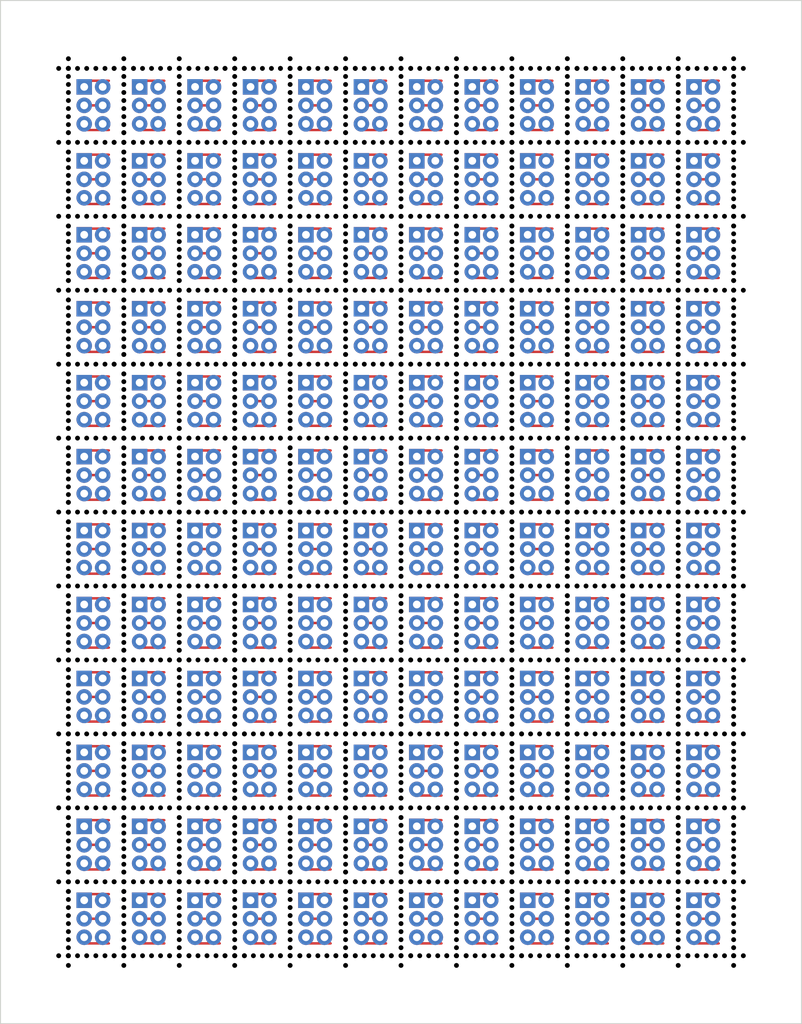
<source format=kicad_pcb>
(kicad_pcb (version 20211014) (generator pcbnew)
  (layers (0 "F.Cu" signal) (31 "B.Cu" signal) (34 "B.Paste" user) (35 "F.Paste" user) (36 "B.SilkS" user "B.Silkscreen") (37 "F.SilkS" user "F.Silkscreen") (38 "B.Mask" user) (39 "F.Mask" user) (44 "Edge.Cuts" user))
  (net 0 "")
  (footprint "NPTH" (layer "F.Cu") (at 141.785 103.2)
    (fp_text reference "REF**" hide)
    (fp_text value "NPTH" hide)
  )
  (footprint "NPTH" (layer "F.Cu") (at 125.64 66.1)
    (fp_text reference "REF**" hide)
    (fp_text value "NPTH" hide)
  )
  (footprint "NPTH" (layer "F.Cu") (at 176.075 110.82)
    (fp_text reference "REF**" hide)
    (fp_text value "NPTH" hide)
  )
  (footprint "NPTH" (layer "F.Cu") (at 131.355 58.48)
    (fp_text reference "REF**" hide)
    (fp_text value "NPTH" hide)
  )
  (footprint "NPTH" (layer "F.Cu") (at 155.215 49.86)
    (fp_text reference "REF**" hide)
    (fp_text value "NPTH" hide)
  )
  (footprint "NPTH" (layer "F.Cu") (at 150.42875 110.82)
    (fp_text reference "REF**" hide)
    (fp_text value "NPTH" hide)
  )
  (footprint "NPTH" (layer "F.Cu") (at 171.36 88.96)
    (fp_text reference "REF**" hide)
    (fp_text value "NPTH" hide)
  )
  (footprint "NPTH" (layer "F.Cu") (at 171.36 77.734285)
    (fp_text reference "REF**" hide)
    (fp_text value "NPTH" hide)
  )
  (footprint "NPTH" (layer "F.Cu") (at 182.79 110.82)
    (fp_text reference "REF**" hide)
    (fp_text value "NPTH" hide)
  )
  (footprint "NPTH" (layer "F.Cu") (at 121.85375 80.34)
    (fp_text reference "REF**" hide)
    (fp_text value "NPTH" hide)
  )
  (footprint "NPTH" (layer "F.Cu") (at 137.07 70.114285)
    (fp_text reference "REF**" hide)
    (fp_text value "NPTH" hide)
  )
  (footprint "NPTH" (layer "F.Cu") (at 182.79 58.48)
    (fp_text reference "REF**" hide)
    (fp_text value "NPTH" hide)
  )
  (footprint "NPTH" (layer "F.Cu") (at 182.79 100.594285)
    (fp_text reference "REF**" hide)
    (fp_text value "NPTH" hide)
  )
  (footprint "NPTH" (layer "F.Cu") (at 159.93 70.917142)
    (fp_text reference "REF**" hide)
    (fp_text value "NPTH" hide)
  )
  (footprint "NPTH" (layer "F.Cu") (at 159.93 103.2)
    (fp_text reference "REF**" hide)
    (fp_text value "NPTH" hide)
  )
  (footprint "NPTH" (layer "F.Cu") (at 137.07 53.268571)
    (fp_text reference "REF**" hide)
    (fp_text value "NPTH" hide)
  )
  (footprint "NPTH" (layer "F.Cu") (at 177.075 61.691428)
    (fp_text reference "REF**" hide)
    (fp_text value "NPTH" hide)
  )
  (footprint "NPTH" (layer "F.Cu") (at 159.93 66.1)
    (fp_text reference "REF**" hide)
    (fp_text value "NPTH" hide)
  )
  (footprint "NPTH" (layer "F.Cu") (at 125.64 40.437142)
    (fp_text reference "REF**" hide)
    (fp_text value "NPTH" hide)
  )
  (footprint "NPTH" (layer "F.Cu") (at 142.785 95.58)
    (fp_text reference "REF**" hide)
    (fp_text value "NPTH" hide)
  )
  (footprint "NPTH" (layer "F.Cu") (at 138.07 27)
    (fp_text reference "REF**" hide)
    (fp_text value "NPTH" hide)
  )
  (footprint "NPTH" (layer "F.Cu") (at 137.07 42.24)
    (fp_text reference "REF**" hide)
    (fp_text value "NPTH" hide)
  )
  (footprint "NPTH" (layer "F.Cu") (at 138.99875 65.1)
    (fp_text reference "REF**" hide)
    (fp_text value "NPTH" hide)
  )
  (footprint "NPTH" (layer "F.Cu") (at 114.21 81.34)
    (fp_text reference "REF**" hide)
    (fp_text value "NPTH" hide)
  )
  (footprint "NPTH" (layer "F.Cu") (at 125.64 110.82)
    (fp_text reference "REF**" hide)
    (fp_text value "NPTH" hide)
  )
  (footprint "NPTH" (layer "F.Cu") (at 182.79 49.86)
    (fp_text reference "REF**" hide)
    (fp_text value "NPTH" hide)
  )
  (footprint "NPTH" (layer "F.Cu") (at 123.71125 57.48)
    (fp_text reference "REF**" hide)
    (fp_text value "NPTH" hide)
  )
  (footprint "NPTH" (layer "F.Cu") (at 148.5 58.48)
    (fp_text reference "REF**" hide)
    (fp_text value "NPTH" hide)
  )
  (footprint "NPTH" (layer "F.Cu") (at 118.925 95.58)
    (fp_text reference "REF**" hide)
    (fp_text value "NPTH" hide)
  )
  (footprint "NPTH" (layer "F.Cu") (at 182.79 80.34)
    (fp_text reference "REF**" hide)
    (fp_text value "NPTH" hide)
  )
  (footprint "NPTH" (layer "F.Cu") (at 159.93 98.185714)
    (fp_text reference "REF**" hide)
    (fp_text value "NPTH" hide)
  )
  (footprint "NPTH" (layer "F.Cu") (at 142.785 32.7925)
    (fp_text reference "REF**" hide)
    (fp_text value "NPTH" hide)
  )
  (footprint "NPTH" (layer "F.Cu") (at 149.5 80.34)
    (fp_text reference "REF**" hide)
    (fp_text value "NPTH" hide)
  )
  (footprint "NPTH" (layer "F.Cu") (at 148.5 29.4825)
    (fp_text reference "REF**" hide)
    (fp_text value "NPTH" hide)
  )
  (footprint "NPTH" (layer "F.Cu") (at 165.645 28.655)
    (fp_text reference "REF**" hide)
    (fp_text value "NPTH" hide)
  )
  (footprint "NPTH" (layer "F.Cu") (at 148.5 119.44)
    (fp_text reference "REF**" hide)
    (fp_text value "NPTH" hide)
  )
  (footprint "NPTH" (layer "F.Cu") (at 171.36 42.24)
    (fp_text reference "REF**" hide)
    (fp_text value "NPTH" hide)
  )
  (footprint "NPTH" (layer "F.Cu") (at 176.075 72.72)
    (fp_text reference "REF**" hide)
    (fp_text value "NPTH" hide)
  )
  (footprint "NPTH" (layer "F.Cu") (at 140.85625 65.1)
    (fp_text reference "REF**" hide)
    (fp_text value "NPTH" hide)
  )
  (footprint "NPTH" (layer "F.Cu") (at 130.355 103.2)
    (fp_text reference "REF**" hide)
    (fp_text value "NPTH" hide)
  )
  (footprint "NPTH" (layer "F.Cu") (at 137.07 35.62)
    (fp_text reference "REF**" hide)
    (fp_text value "NPTH" hide)
  )
  (footprint "NPTH" (layer "F.Cu") (at 171.36 31.965)
    (fp_text reference "REF**" hide)
    (fp_text value "NPTH" hide)
  )
  (footprint "NPTH" (layer "F.Cu") (at 151.3575 103.2)
    (fp_text reference "REF**" hide)
    (fp_text value "NPTH" hide)
  )
  (footprint "NPTH" (layer "F.Cu") (at 165.645 102.2)
    (fp_text reference "REF**" hide)
    (fp_text value "NPTH" hide)
  )
  (footprint "NPTH" (layer "F.Cu") (at 114.21 103.2)
    (fp_text reference "REF**" hide)
    (fp_text value "NPTH" hide)
  )
  (footprint "NPTH" (layer "F.Cu") (at 119.925 72.72)
    (fp_text reference "REF**" hide)
    (fp_text value "NPTH" hide)
  )
  (footprint "NPTH" (layer "F.Cu") (at 136.07 42.24)
    (fp_text reference "REF**" hide)
    (fp_text value "NPTH" hide)
  )
  (footprint "NPTH" (layer "F.Cu") (at 137.07 86.96)
    (fp_text reference "REF**" hide)
    (fp_text value "NPTH" hide)
  )
  (footprint "NPTH" (layer "F.Cu") (at 182.79 88.96)
    (fp_text reference "REF**" hide)
    (fp_text value "NPTH" hide)
  )
  (footprint "NPTH" (layer "F.Cu") (at 165.645 54.071428)
    (fp_text reference "REF**" hide)
    (fp_text value "NPTH" hide)
  )
  (footprint "NPTH" (layer "F.Cu") (at 177.075 48.86)
    (fp_text reference "REF**" hide)
    (fp_text value "NPTH" hide)
  )
  (footprint "NPTH" (layer "F.Cu") (at 132.355 34.62)
    (fp_text reference "REF**" hide)
    (fp_text value "NPTH" hide)
  )
  (footprint "NPTH" (layer "F.Cu") (at 142.785 71.72)
    (fp_text reference "REF**" hide)
    (fp_text value "NPTH" hide)
  )
  (footprint "NPTH" (layer "F.Cu") (at 138.07 87.96)
    (fp_text reference "REF**" hide)
    (fp_text value "NPTH" hide)
  )
  (footprint "NPTH" (layer "F.Cu") (at 119.925 110.82)
    (fp_text reference "REF**" hide)
    (fp_text value "NPTH" hide)
  )
  (footprint "NPTH" (layer "F.Cu") (at 142.785 28.655)
    (fp_text reference "REF**" hide)
    (fp_text value "NPTH" hide)
  )
  (footprint "NPTH" (layer "F.Cu") (at 142.785 94.58)
    (fp_text reference "REF**" hide)
    (fp_text value "NPTH" hide)
  )
  (footprint "NPTH" (layer "F.Cu") (at 149.5 103.2)
    (fp_text reference "REF**" hide)
    (fp_text value "NPTH" hide)
  )
  (footprint "NPTH" (layer "F.Cu") (at 171.36 27)
    (fp_text reference "REF**" hide)
    (fp_text value "NPTH" hide)
  )
  (footprint "NPTH" (layer "F.Cu") (at 131.355 60.888571)
    (fp_text reference "REF**" hide)
    (fp_text value "NPTH" hide)
  )
  (footprint "NPTH" (layer "F.Cu") (at 139.9275 42.24)
    (fp_text reference "REF**" hide)
    (fp_text value "NPTH" hide)
  )
  (footprint "NPTH" (layer "F.Cu") (at 131.355 94.58)
    (fp_text reference "REF**" hide)
    (fp_text value "NPTH" hide)
  )
  (footprint "NPTH" (layer "F.Cu") (at 114.21 31.965)
    (fp_text reference "REF**" hide)
    (fp_text value "NPTH" hide)
  )
  (footprint "NPTH" (layer "F.Cu") (at 120.925 80.34)
    (fp_text reference "REF**" hide)
    (fp_text value "NPTH" hide)
  )
  (footprint "NPTH" (layer "F.Cu") (at 142.785 61.691428)
    (fp_text reference "REF**" hide)
    (fp_text value "NPTH" hide)
  )
  (footprint "NPTH" (layer "F.Cu") (at 147.5 65.1)
    (fp_text reference "REF**" hide)
    (fp_text value "NPTH" hide)
  )
  (footprint "NPTH" (layer "F.Cu") (at 119.925 87.96)
    (fp_text reference "REF**" hide)
    (fp_text value "NPTH" hide)
  )
  (footprint "NPTH" (layer "F.Cu") (at 179.018 87.96)
    (fp_text reference "REF**" hide)
    (fp_text value "NPTH" hide)
  )
  (footprint "NPTH" (layer "F.Cu") (at 149.5 110.82)
    (fp_text reference "REF**" hide)
    (fp_text value "NPTH" hide)
  )
  (footprint "NPTH" (layer "F.Cu") (at 180.904 110.82)
    (fp_text reference "REF**" hide)
    (fp_text value "NPTH" hide)
  )
  (footprint "NPTH" (layer "F.Cu") (at 159.93 119.44)
    (fp_text reference "REF**" hide)
    (fp_text value "NPTH" hide)
  )
  (footprint "NPTH" (layer "F.Cu") (at 165.645 75.325714)
    (fp_text reference "REF**" hide)
    (fp_text value "NPTH" hide)
  )
  (footprint "NPTH" (layer "F.Cu") (at 131.355 65.1)
    (fp_text reference "REF**" hide)
    (fp_text value "NPTH" hide)
  )
  (footprint "NPTH" (layer "F.Cu") (at 114.21 89.762857)
    (fp_text reference "REF**" hide)
    (fp_text value "NPTH" hide)
  )
  (footprint "NPTH" (layer "F.Cu") (at 125.64 27)
    (fp_text reference "REF**" hide)
    (fp_text value "NPTH" hide)
  )
  (footprint "NPTH" (layer "F.Cu") (at 171.36 81.34)
    (fp_text reference "REF**" hide)
    (fp_text value "NPTH" hide)
  )
  (footprint "NPTH" (layer "F.Cu") (at 182.79 44.042857)
    (fp_text reference "REF**" hide)
    (fp_text value "NPTH" hide)
  )
  (footprint "NPTH" (layer "F.Cu") (at 142.785 38.028571)
    (fp_text reference "REF**" hide)
    (fp_text value "NPTH" hide)
  )
  (footprint "NPTH" (layer "F.Cu") (at 159.93 80.34)
    (fp_text reference "REF**" hide)
    (fp_text value "NPTH" hide)
  )
  (footprint "NPTH" (layer "F.Cu") (at 159.93 49.86)
    (fp_text reference "REF**" hide)
    (fp_text value "NPTH" hide)
  )
  (footprint "NPTH" (layer "F.Cu") (at 131.355 111.82)
    (fp_text reference "REF**" hide)
    (fp_text value "NPTH" hide)
  )
  (footprint "NPTH" (layer "F.Cu") (at 165.645 56.48)
    (fp_text reference "REF**" hide)
    (fp_text value "NPTH" hide)
  )
  (footprint "NPTH" (layer "F.Cu") (at 131.355 95.58)
    (fp_text reference "REF**" hide)
    (fp_text value "NPTH" hide)
  )
  (footprint "NPTH" (layer "F.Cu") (at 119.925 33.62)
    (fp_text reference "REF**" hide)
    (fp_text value "NPTH" hide)
  )
  (footprint "NPTH" (layer "F.Cu") (at 118.925 65.1)
    (fp_text reference "REF**" hide)
    (fp_text value "NPTH" hide)
  )
  (footprint "NPTH" (layer "F.Cu") (at 114.21 45.648571)
    (fp_text reference "REF**" hide)
    (fp_text value "NPTH" hide)
  )
  (footprint "NPTH" (layer "F.Cu") (at 127.56875 42.24)
    (fp_text reference "REF**" hide)
    (fp_text value "NPTH" hide)
  )
  (footprint "NPTH" (layer "F.Cu") (at 177.075 113.475)
    (fp_text reference "REF**" hide)
    (fp_text value "NPTH" hide)
  )
  (footprint "NPTH" (layer "F.Cu") (at 119.925 110.82)
    (fp_text reference "REF**" hide)
    (fp_text value "NPTH" hide)
  )
  (footprint "NPTH" (layer "F.Cu") (at 142.785 52.465714)
    (fp_text reference "REF**" hide)
    (fp_text value "NPTH" hide)
  )
  (footprint "NPTH" (layer "F.Cu") (at 142.785 87.96)
    (fp_text reference "REF**" hide)
    (fp_text value "NPTH" hide)
  )
  (footprint "NPTH" (layer "F.Cu") (at 127.56875 65.1)
    (fp_text reference "REF**" hide)
    (fp_text value "NPTH" hide)
  )
  (footprint "NPTH" (layer "F.Cu") (at 143.785 118.44)
    (fp_text reference "REF**" hide)
    (fp_text value "NPTH" hide)
  )
  (footprint "NPTH" (layer "F.Cu") (at 170.36 80.34)
    (fp_text reference "REF**" hide)
    (fp_text value "NPTH" hide)
  )
  (footprint "NPTH" (layer "F.Cu") (at 177.075 36.422857)
    (fp_text reference "REF**" hide)
    (fp_text value "NPTH" hide)
  )
  (footprint "NPTH" (layer "F.Cu") (at 131.355 67.705714)
    (fp_text reference "REF**" hide)
    (fp_text value "NPTH" hide)
  )
  (footprint "NPTH" (layer "F.Cu") (at 171.36 87.96)
    (fp_text reference "REF**" hide)
    (fp_text value "NPTH" hide)
  )
  (footprint "NPTH" (layer "F.Cu") (at 133.28375 27)
    (fp_text reference "REF**" hide)
    (fp_text value "NPTH" hide)
  )
  (footprint "NPTH" (layer "F.Cu") (at 165.645 65.1)
    (fp_text reference "REF**" hide)
    (fp_text value "NPTH" hide)
  )
  (footprint "NPTH" (layer "F.Cu") (at 171.36 49.86)
    (fp_text reference "REF**" hide)
    (fp_text value "NPTH" hide)
  )
  (footprint "Package_DIP:DIP-6_tight" (layer "F.Cu") (at 147.59 58.75)
    (fp_text reference "SW1" hide)
    (fp_text value "Hall_switch" hide)
  )
  (footprint "NPTH" (layer "F.Cu") (at 142.785 53.268571)
    (fp_text reference "REF**" hide)
    (fp_text value "NPTH" hide)
  )
  (footprint "Package_DIP:DIP-6_tight" (layer "F.Cu") (at 124.73 112.09)
    (fp_text reference "SW1" hide)
    (fp_text value "Hall_switch" hide)
  )
  (footprint "NPTH" (layer "F.Cu") (at 159.93 35.62)
    (fp_text reference "REF**" hide)
    (fp_text value "NPTH" hide)
  )
  (footprint "NPTH" (layer "F.Cu") (at 131.355 57.48)
    (fp_text reference "REF**" hide)
    (fp_text value "NPTH" hide)
  )
  (footprint "NPTH" (layer "F.Cu") (at 182.79 118.44)
    (fp_text reference "REF**" hide)
    (fp_text value "NPTH" hide)
  )
  (footprint "NPTH" (layer "F.Cu") (at 158.00125 80.34)
    (fp_text reference "REF**" hide)
    (fp_text value "NPTH" hide)
  )
  (footprint "NPTH" (layer "F.Cu") (at 165.645 44.845714)
    (fp_text reference "REF**" hide)
    (fp_text value "NPTH" hide)
  )
  (footprint "NPTH" (layer "F.Cu") (at 155.215 42.24)
    (fp_text reference "REF**" hide)
    (fp_text value "NPTH" hide)
  )
  (footprint "NPTH" (layer "F.Cu") (at 170.36 72.72)
    (fp_text reference "REF**" hide)
    (fp_text value "NPTH" hide)
  )
  (footprint "NPTH" (layer "F.Cu") (at 119.925 51.662857)
    (fp_text reference "REF**" hide)
    (fp_text value "NPTH" hide)
  )
  (footprint "NPTH" (layer "F.Cu") (at 117.039 34.62)
    (fp_text reference "REF**" hide)
    (fp_text value "NPTH" hide)
  )
  (footprint "NPTH" (layer "F.Cu") (at 182.79 101.397142)
    (fp_text reference "REF**" hide)
    (fp_text value "NPTH" hide)
  )
  (footprint "NPTH" (layer "F.Cu") (at 177.075 49.86)
    (fp_text reference "REF**" hide)
    (fp_text value "NPTH" hide)
  )
  (footprint "NPTH" (layer "F.Cu") (at 137.07 98.185714)
    (fp_text reference "REF**" hide)
    (fp_text value "NPTH" hide)
  )
  (footprint "NPTH" (layer "F.Cu") (at 140.85625 72.72)
    (fp_text reference "REF**" hide)
    (fp_text value "NPTH" hide)
  )
  (footprint "NPTH" (layer "F.Cu") (at 130.355 72.72)
    (fp_text reference "REF**" hide)
    (fp_text value "NPTH" hide)
  )
  (footprint "NPTH" (layer "F.Cu") (at 159.93 64.1)
    (fp_text reference "REF**" hide)
    (fp_text value "NPTH" hide)
  )
  (footprint "NPTH" (layer "F.Cu") (at 143.785 27)
    (fp_text reference "REF**" hide)
    (fp_text value "NPTH" hide)
  )
  (footprint "NPTH" (layer "F.Cu") (at 137.07 56.48)
    (fp_text reference "REF**" hide)
    (fp_text value "NPTH" hide)
  )
  (footprint "NPTH" (layer "F.Cu") (at 130.355 42.24)
    (fp_text reference "REF**" hide)
    (fp_text value "NPTH" hide)
  )
  (footprint "NPTH" (layer "F.Cu") (at 142.785 54.071428)
    (fp_text reference "REF**" hide)
    (fp_text value "NPTH" hide)
  )
  (footprint "NPTH" (layer "F.Cu") (at 179.961 95.58)
    (fp_text reference "REF**" hide)
    (fp_text value "NPTH" hide)
  )
  (footprint "NPTH" (layer "F.Cu") (at 119.925 69.311428)
    (fp_text reference "REF**" hide)
    (fp_text value "NPTH" hide)
  )
  (footprint "NPTH" (layer "F.Cu") (at 125.64 103.2)
    (fp_text reference "REF**" hide)
    (fp_text value "NPTH" hide)
  )
  (footprint "NPTH" (layer "F.Cu") (at 159.93 99.791428)
    (fp_text reference "REF**" hide)
    (fp_text value "NPTH" hide)
  )
  (footprint "Package_DIP:DIP-6_tight" (layer "F.Cu") (at 136.16 28.27)
    (fp_text reference "SW1" hide)
    (fp_text value "Hall_switch" hide)
  )
  (footprint "NPTH" (layer "F.Cu") (at 120.925 103.2)
    (fp_text reference "REF**" hide)
    (fp_text value "NPTH" hide)
  )
  (footprint "NPTH" (layer "F.Cu") (at 151.3575 72.72)
    (fp_text reference "REF**" hide)
    (fp_text value "NPTH" hide)
  )
  (footprint "NPTH" (layer "F.Cu") (at 125.64 86.157142)
    (fp_text reference "REF**" hide)
    (fp_text value "NPTH" hide)
  )
  (footprint "NPTH" (layer "F.Cu") (at 114.21 34.62)
    (fp_text reference "REF**" hide)
    (fp_text value "NPTH" hide)
  )
  (footprint "NPTH" (layer "F.Cu") (at 131.355 76.128571)
    (fp_text reference "REF**" hide)
    (fp_text value "NPTH" hide)
  )
  (footprint "NPTH" (layer "F.Cu") (at 143.785 110.82)
    (fp_text reference "REF**" hide)
    (fp_text value "NPTH" hide)
  )
  (footprint "NPTH" (layer "F.Cu") (at 165.645 106.608571)
    (fp_text reference "REF**" hide)
    (fp_text value "NPTH" hide)
  )
  (footprint "NPTH" (layer "F.Cu") (at 148.5 102.2)
    (fp_text reference "REF**" hide)
    (fp_text value "NPTH" hide)
  )
  (footprint "NPTH" (layer "F.Cu") (at 158.00125 72.72)
    (fp_text reference "REF**" hide)
    (fp_text value "NPTH" hide)
  )
  (footprint "NPTH" (layer "F.Cu") (at 171.36 68.508571)
    (fp_text reference "REF**" hide)
    (fp_text value "NPTH" hide)
  )
  (footprint "NPTH" (layer "F.Cu") (at 165.645 42.24)
    (fp_text reference "REF**" hide)
    (fp_text value "NPTH" hide)
  )
  (footprint "NPTH" (layer "F.Cu") (at 182.79 61.691428)
    (fp_text reference "REF**" hide)
    (fp_text value "NPTH" hide)
  )
  (footprint "NPTH" (layer "F.Cu") (at 148.5 71.72)
    (fp_text reference "REF**" hide)
    (fp_text value "NPTH" hide)
  )
  (footprint "NPTH" (layer "F.Cu") (at 182.79 65.1)
    (fp_text reference "REF**" hide)
    (fp_text value "NPTH" hide)
  )
  (footprint "NPTH" (layer "F.Cu") (at 131.355 46.451428)
    (fp_text reference "REF**" hide)
    (fp_text value "NPTH" hide)
  )
  (footprint "NPTH" (layer "F.Cu") (at 148.5 27.8275)
    (fp_text reference "REF**" hide)
    (fp_text value "NPTH" hide)
  )
  (footprint "NPTH" (layer "F.Cu") (at 154.215 114.3025)
    (fp_text reference "REF**" hide)
    (fp_text value "NPTH" hide)
  )
  (footprint "NPTH" (layer "F.Cu") (at 182.79 115.13)
    (fp_text reference "REF**" hide)
    (fp_text value "NPTH" hide)
  )
  (footprint "NPTH" (layer "F.Cu") (at 157.0725 95.58)
    (fp_text reference "REF**" hide)
    (fp_text value "NPTH" hide)
  )
  (footprint "NPTH" (layer "F.Cu") (at 162.7875 110.82)
    (fp_text reference "REF**" hide)
    (fp_text value "NPTH" hide)
  )
  (footprint "NPTH" (layer "F.Cu") (at 132.355 110.82)
    (fp_text reference "REF**" hide)
    (fp_text value "NPTH" hide)
  )
  (footprint "NPTH" (layer "F.Cu") (at 137.07 60.888571)
    (fp_text reference "REF**" hide)
    (fp_text value "NPTH" hide)
  )
  (footprint "NPTH" (layer "F.Cu") (at 147.5 49.86)
    (fp_text reference "REF**" hide)
    (fp_text value "NPTH" hide)
  )
  (footprint "NPTH" (layer "F.Cu") (at 156.14375 118.44)
    (fp_text reference "REF**" hide)
    (fp_text value "NPTH" hide)
  )
  (footprint "NPTH" (layer "F.Cu") (at 159.93 107.411428)
    (fp_text reference "REF**" hide)
    (fp_text value "NPTH" hide)
  )
  (footprint "NPTH" (layer "F.Cu") (at 179.018 95.58)
    (fp_text reference "REF**" hide)
    (fp_text value "NPTH" hide)
  )
  (footprint "NPTH" (layer "F.Cu") (at 174.2175 57.48)
    (fp_text reference "REF**" hide)
    (fp_text value "NPTH" hide)
  )
  (footprint "NPTH" (layer "F.Cu") (at 119.925 48.86)
    (fp_text reference "REF**" hide)
    (fp_text value "NPTH" hide)
  )
  (footprint "NPTH" (layer "F.Cu") (at 155.215 57.48)
    (fp_text reference "REF**" hide)
    (fp_text value "NPTH" hide)
  )
  (footprint "NPTH" (layer "F.Cu") (at 182.79 88.96)
    (fp_text reference "REF**" hide)
    (fp_text value "NPTH" hide)
  )
  (footprint "NPTH" (layer "F.Cu") (at 119.925 75.325714)
    (fp_text reference "REF**" hide)
    (fp_text value "NPTH" hide)
  )
  (footprint "NPTH" (layer "F.Cu") (at 159.93 34.62)
    (fp_text reference "REF**" hide)
    (fp_text value "NPTH" hide)
  )
  (footprint "NPTH" (layer "F.Cu") (at 175.14625 72.72)
    (fp_text reference "REF**" hide)
    (fp_text value "NPTH" hide)
  )
  (footprint "NPTH" (layer "F.Cu") (at 177.075 92.974285)
    (fp_text reference "REF**" hide)
    (fp_text value "NPTH" hide)
  )
  (footprint "NPTH" (layer "F.Cu") (at 150.42875 72.72)
    (fp_text reference "REF**" hide)
    (fp_text value "NPTH" hide)
  )
  (footprint "NPTH" (layer "F.Cu") (at 171.36 104.2)
    (fp_text reference "REF**" hide)
    (fp_text value "NPTH" hide)
  )
  (footprint "NPTH" (layer "F.Cu") (at 119.925 113.475)
    (fp_text reference "REF**" hide)
    (fp_text value "NPTH" hide)
  )
  (footprint "NPTH" (layer "F.Cu") (at 125.64 79.34)
    (fp_text reference "REF**" hide)
    (fp_text value "NPTH" hide)
  )
  (footprint "NPTH" (layer "F.Cu") (at 136.07 103.2)
    (fp_text reference "REF**" hide)
    (fp_text value "NPTH" hide)
  )
  (footprint "NPTH" (layer "F.Cu") (at 166.645 65.1)
    (fp_text reference "REF**" hide)
    (fp_text value "NPTH" hide)
  )
  (footprint "NPTH" (layer "F.Cu") (at 165.645 60.085714)
    (fp_text reference "REF**" hide)
    (fp_text value "NPTH" hide)
  )
  (footprint "NPTH" (layer "F.Cu") (at 152.28625 80.34)
    (fp_text reference "REF**" hide)
    (fp_text value "NPTH" hide)
  )
  (footprint "NPTH" (layer "F.Cu") (at 177.075 94.58)
    (fp_text reference "REF**" hide)
    (fp_text value "NPTH" hide)
  )
  (footprint "NPTH" (layer "F.Cu") (at 159.93 80.34)
    (fp_text reference "REF**" hide)
    (fp_text value "NPTH" hide)
  )
  (footprint "NPTH" (layer "F.Cu") (at 131.355 95.58)
    (fp_text reference "REF**" hide)
    (fp_text value "NPTH" hide)
  )
  (footprint "NPTH" (layer "F.Cu") (at 154.215 98.988571)
    (fp_text reference "REF**" hide)
    (fp_text value "NPTH" hide)
  )
  (footprint "NPTH" (layer "F.Cu") (at 171.36 76.128571)
    (fp_text reference "REF**" hide)
    (fp_text value "NPTH" hide)
  )
  (footprint "NPTH" (layer "F.Cu") (at 154.215 78.537142)
    (fp_text reference "REF**" hide)
    (fp_text value "NPTH" hide)
  )
  (footprint "NPTH" (layer "F.Cu") (at 125.64 109.82)
    (fp_text reference "REF**" hide)
    (fp_text value "NPTH" hide)
  )
  (footprint "NPTH" (layer "F.Cu") (at 125.64 50.86)
    (fp_text reference "REF**" hide)
    (fp_text value "NPTH" hide)
  )
  (footprint "NPTH" (layer "F.Cu") (at 118.925 27)
    (fp_text reference "REF**" hide)
    (fp_text value "NPTH" hide)
  )
  (footprint "NPTH" (layer "F.Cu") (at 160.93 118.44)
    (fp_text reference "REF**" hide)
    (fp_text value "NPTH" hide)
  )
  (footprint "NPTH" (layer "F.Cu") (at 114.21 51.662857)
    (fp_text reference "REF**" hide)
    (fp_text value "NPTH" hide)
  )
  (footprint "NPTH" (layer "F.Cu") (at 159.93 112.6475)
    (fp_text reference "REF**" hide)
    (fp_text value "NPTH" hide)
  )
  (footprint "NPTH" (layer "F.Cu") (at 131.355 86.157142)
    (fp_text reference "REF**" hide)
    (fp_text value "NPTH" hide)
  )
  (footprint "NPTH" (layer "F.Cu") (at 155.215 118.44)
    (fp_text reference "REF**" hide)
    (fp_text value "NPTH" hide)
  )
  (footprint "NPTH" (layer "F.Cu") (at 177.075 88.96)
    (fp_text reference "REF**" hide)
    (fp_text value "NPTH" hide)
  )
  (footprint "NPTH" (layer "F.Cu") (at 178.075 87.96)
    (fp_text reference "REF**" hide)
    (fp_text value "NPTH" hide)
  )
  (footprint "NPTH" (layer "F.Cu") (at 123.71125 118.44)
    (fp_text reference "REF**" hide)
    (fp_text value "NPTH" hide)
  )
  (footprint "NPTH" (layer "F.Cu") (at 119.925 48.057142)
    (fp_text reference "REF**" hide)
    (fp_text value "NPTH" hide)
  )
  (footprint "NPTH" (layer "F.Cu") (at 148.5 39.634285)
    (fp_text reference "REF**" hide)
    (fp_text value "NPTH" hide)
  )
  (footprint "NPTH" (layer "F.Cu") (at 154.215 80.34)
    (fp_text reference "REF**" hide)
    (fp_text value "NPTH" hide)
  )
  (footprint "NPTH" (layer "F.Cu") (at 177.075 101.397142)
    (fp_text reference "REF**" hide)
    (fp_text value "NPTH" hide)
  )
  (footprint "NPTH" (layer "F.Cu") (at 179.018 72.72)
    (fp_text reference "REF**" hide)
    (fp_text value "NPTH" hide)
  )
  (footprint "NPTH" (layer "F.Cu") (at 114.21 34.62)
    (fp_text reference "REF**" hide)
    (fp_text value "NPTH" hide)
  )
  (footprint "Package_DIP:DIP-6_tight" (layer "F.Cu") (at 141.875 96.85)
    (fp_text reference "SW1" hide)
    (fp_text value "Hall_switch" hide)
  )
  (footprint "NPTH" (layer "F.Cu") (at 148.5 98.185714)
    (fp_text reference "REF**" hide)
    (fp_text value "NPTH" hide)
  )
  (footprint "NPTH" (layer "F.Cu") (at 129.42625 110.82)
    (fp_text reference "REF**" hide)
    (fp_text value "NPTH" hide)
  )
  (footprint "NPTH" (layer "F.Cu") (at 132.355 65.1)
    (fp_text reference "REF**" hide)
    (fp_text value "NPTH" hide)
  )
  (footprint "NPTH" (layer "F.Cu") (at 159.93 82.945714)
    (fp_text reference "REF**" hide)
    (fp_text value "NPTH" hide)
  )
  (footprint "NPTH" (layer "F.Cu") (at 171.36 71.72)
    (fp_text reference "REF**" hide)
    (fp_text value "NPTH" hide)
  )
  (footprint "NPTH" (layer "F.Cu") (at 159.93 87.96)
    (fp_text reference "REF**" hide)
    (fp_text value "NPTH" hide)
  )
  (footprint "NPTH" (layer "F.Cu") (at 159.93 41.24)
    (fp_text reference "REF**" hide)
    (fp_text value "NPTH" hide)
  )
  (footprint "NPTH" (layer "F.Cu") (at 137.07 118.44)
    (fp_text reference "REF**" hide)
    (fp_text value "NPTH" hide)
  )
  (footprint "NPTH" (layer "F.Cu") (at 142.785 57.48)
    (fp_text reference "REF**" hide)
    (fp_text value "NPTH" hide)
  )
  (footprint "NPTH" (layer "F.Cu") (at 127.56875 110.82)
    (fp_text reference "REF**" hide)
    (fp_text value "NPTH" hide)
  )
  (footprint "NPTH" (layer "F.Cu") (at 148.5 60.888571)
    (fp_text reference "REF**" hide)
    (fp_text value "NPTH" hide)
  )
  (footprint "NPTH" (layer "F.Cu") (at 135.14125 72.72)
    (fp_text reference "REF**" hide)
    (fp_text value "NPTH" hide)
  )
  (footprint "NPTH" (layer "F.Cu") (at 119.925 102.2)
    (fp_text reference "REF**" hide)
    (fp_text value "NPTH" hide)
  )
  (footprint "NPTH" (layer "F.Cu") (at 154.215 52.465714)
    (fp_text reference "REF**" hide)
    (fp_text value "NPTH" hide)
  )
  (footprint "NPTH" (layer "F.Cu") (at 114.21 54.071428)
    (fp_text reference "REF**" hide)
    (fp_text value "NPTH" hide)
  )
  (footprint "NPTH" (layer "F.Cu") (at 125.64 109.017142)
    (fp_text reference "REF**" hide)
    (fp_text value "NPTH" hide)
  )
  (footprint "NPTH" (layer "F.Cu") (at 130.355 118.44)
    (fp_text reference "REF**" hide)
    (fp_text value "NPTH" hide)
  )
  (footprint "NPTH" (layer "F.Cu") (at 116.096 110.82)
    (fp_text reference "REF**" hide)
    (fp_text value "NPTH" hide)
  )
  (footprint "NPTH" (layer "F.Cu") (at 152.28625 87.96)
    (fp_text reference "REF**" hide)
    (fp_text value "NPTH" hide)
  )
  (footprint "NPTH" (layer "F.Cu") (at 176.075 72.72)
    (fp_text reference "REF**" hide)
    (fp_text value "NPTH" hide)
  )
  (footprint "NPTH" (layer "F.Cu") (at 179.961 80.34)
    (fp_text reference "REF**" hide)
    (fp_text value "NPTH" hide)
  )
  (footprint "NPTH" (layer "F.Cu") (at 119.925 78.537142)
    (fp_text reference "REF**" hide)
    (fp_text value "NPTH" hide)
  )
  (footprint "NPTH" (layer "F.Cu") (at 138.07 34.62)
    (fp_text reference "REF**" hide)
    (fp_text value "NPTH" hide)
  )
  (footprint "NPTH" (layer "F.Cu") (at 119.925 60.085714)
    (fp_text reference "REF**" hide)
    (fp_text value "NPTH" hide)
  )
  (footprint "NPTH" (layer "F.Cu") (at 165.645 44.042857)
    (fp_text reference "REF**" hide)
    (fp_text value "NPTH" hide)
  )
  (footprint "NPTH" (layer "F.Cu") (at 159.93 115.9575)
    (fp_text reference "REF**" hide)
    (fp_text value "NPTH" hide)
  )
  (footprint "NPTH" (layer "F.Cu") (at 137.07 115.13)
    (fp_text reference "REF**" hide)
    (fp_text value "NPTH" hide)
  )
  (footprint "NPTH" (layer "F.Cu") (at 167.57375 34.62)
    (fp_text reference "REF**" hide)
    (fp_text value "NPTH" hide)
  )
  (footprint "NPTH" (layer "F.Cu") (at 118.925 80.34)
    (fp_text reference "REF**" hide)
    (fp_text value "NPTH" hide)
  )
  (footprint "NPTH" (layer "F.Cu") (at 182.79 50.86)
    (fp_text reference "REF**" hide)
    (fp_text value "NPTH" hide)
  )
  (footprint "NPTH" (layer "F.Cu") (at 114.21 41.24)
    (fp_text reference "REF**" hide)
    (fp_text value "NPTH" hide)
  )
  (footprint "NPTH" (layer "F.Cu") (at 171.36 34.62)
    (fp_text reference "REF**" hide)
    (fp_text value "NPTH" hide)
  )
  (footprint "NPTH" (layer "F.Cu") (at 182.79 65.1)
    (fp_text reference "REF**" hide)
    (fp_text value "NPTH" hide)
  )
  (footprint "NPTH" (layer "F.Cu") (at 142.785 71.72)
    (fp_text reference "REF**" hide)
    (fp_text value "NPTH" hide)
  )
  (footprint "NPTH" (layer "F.Cu") (at 139.9275 57.48)
    (fp_text reference "REF**" hide)
    (fp_text value "NPTH" hide)
  )
  (footprint "NPTH" (layer "F.Cu") (at 165.645 92.171428)
    (fp_text reference "REF**" hide)
    (fp_text value "NPTH" hide)
  )
  (footprint "NPTH" (layer "F.Cu") (at 182.79 32.7925)
    (fp_text reference "REF**" hide)
    (fp_text value "NPTH" hide)
  )
  (footprint "NPTH" (layer "F.Cu") (at 114.21 98.185714)
    (fp_text reference "REF**" hide)
    (fp_text value "NPTH" hide)
  )
  (footprint "NPTH" (layer "F.Cu") (at 123.71125 110.82)
    (fp_text reference "REF**" hide)
    (fp_text value "NPTH" hide)
  )
  (footprint "NPTH" (layer "F.Cu") (at 178.075 118.44)
    (fp_text reference "REF**" hide)
    (fp_text value "NPTH" hide)
  )
  (footprint "NPTH" (layer "F.Cu") (at 177.075 115.13)
    (fp_text reference "REF**" hide)
    (fp_text value "NPTH" hide)
  )
  (footprint "NPTH" (layer "F.Cu") (at 125.64 66.902857)
    (fp_text reference "REF**" hide)
    (fp_text value "NPTH" hide)
  )
  (footprint "NPTH" (layer "F.Cu") (at 162.7875 87.96)
    (fp_text reference "REF**" hide)
    (fp_text value "NPTH" hide)
  )
  (footprint "Package_DIP:DIP-6_tight" (layer "F.Cu") (at 153.305 35.89)
    (fp_text reference "SW1" hide)
    (fp_text value "Hall_switch" hide)
  )
  (footprint "NPTH" (layer "F.Cu") (at 137.07 96.58)
    (fp_text reference "REF**" hide)
    (fp_text value "NPTH" hide)
  )
  (footprint "NPTH" (layer "F.Cu") (at 177.075 119.44)
    (fp_text reference "REF**" hide)
    (fp_text value "NPTH" hide)
  )
  (footprint "NPTH" (layer "F.Cu") (at 131.355 101.397142)
    (fp_text reference "REF**" hide)
    (fp_text value "NPTH" hide)
  )
  (footprint "NPTH" (layer "F.Cu") (at 154.215 94.58)
    (fp_text reference "REF**" hide)
    (fp_text value "NPTH" hide)
  )
  (footprint "NPTH" (layer "F.Cu") (at 173.28875 87.96)
    (fp_text reference "REF**" hide)
    (fp_text value "NPTH" hide)
  )
  (footprint "NPTH" (layer "F.Cu") (at 178.075 42.24)
    (fp_text reference "REF**" hide)
    (fp_text value "NPTH" hide)
  )
  (footprint "NPTH" (layer "F.Cu") (at 182.79 34.62)
    (fp_text reference "REF**" hide)
    (fp_text value "NPTH" hide)
  )
  (footprint "NPTH" (layer "F.Cu") (at 165.645 70.917142)
    (fp_text reference "REF**" hide)
    (fp_text value "NPTH" hide)
  )
  (footprint "NPTH" (layer "F.Cu") (at 154.215 47.254285)
    (fp_text reference "REF**" hide)
    (fp_text value "NPTH" hide)
  )
  (footprint "NPTH" (layer "F.Cu") (at 138.07 80.34)
    (fp_text reference "REF**" hide)
    (fp_text value "NPTH" hide)
  )
  (footprint "NPTH" (layer "F.Cu") (at 127.56875 103.2)
    (fp_text reference "REF**" hide)
    (fp_text value "NPTH" hide)
  )
  (footprint "NPTH" (layer "F.Cu") (at 142.785 37.225714)
    (fp_text reference "REF**" hide)
    (fp_text value "NPTH" hide)
  )
  (footprint "NPTH" (layer "F.Cu") (at 114.21 56.48)
    (fp_text reference "REF**" hide)
    (fp_text value "NPTH" hide)
  )
  (footprint "NPTH" (layer "F.Cu") (at 148.5 96.58)
    (fp_text reference "REF**" hide)
    (fp_text value "NPTH" hide)
  )
  (footprint "NPTH" (layer "F.Cu") (at 147.5 80.34)
    (fp_text reference "REF**" hide)
    (fp_text value "NPTH" hide)
  )
  (footprint "NPTH" (layer "F.Cu") (at 125.64 57.48)
    (fp_text reference "REF**" hide)
    (fp_text value "NPTH" hide)
  )
  (footprint "NPTH" (layer "F.Cu") (at 131.355 118.44)
    (fp_text reference "REF**" hide)
    (fp_text value "NPTH" hide)
  )
  (footprint "NPTH" (layer "F.Cu") (at 154.215 101.397142)
    (fp_text reference "REF**" hide)
    (fp_text value "NPTH" hide)
  )
  (footprint "NPTH" (layer "F.Cu") (at 125.64 68.508571)
    (fp_text reference "REF**" hide)
    (fp_text value "NPTH" hide)
  )
  (footprint "NPTH" (layer "F.Cu") (at 131.355 117.6125)
    (fp_text reference "REF**" hide)
    (fp_text value "NPTH" hide)
  )
  (footprint "NPTH" (layer "F.Cu") (at 165.645 110.82)
    (fp_text reference "REF**" hide)
    (fp_text value "NPTH" hide)
  )
  (footprint "NPTH" (layer "F.Cu") (at 137.07 103.2)
    (fp_text reference "REF**" hide)
    (fp_text value "NPTH" hide)
  )
  (footprint "NPTH" (layer "F.Cu") (at 120.925 65.1)
    (fp_text reference "REF**" hide)
    (fp_text value "NPTH" hide)
  )
  (footprint "NPTH" (layer "F.Cu") (at 130.355 65.1)
    (fp_text reference "REF**" hide)
    (fp_text value "NPTH" hide)
  )
  (footprint "NPTH" (layer "F.Cu") (at 114.21 48.86)
    (fp_text reference "REF**" hide)
    (fp_text value "NPTH" hide)
  )
  (footprint "NPTH" (layer "F.Cu") (at 177.075 53.268571)
    (fp_text reference "REF**" hide)
    (fp_text value "NPTH" hide)
  )
  (footprint "Package_DIP:DIP-6_tight" (layer "F.Cu") (at 147.59 66.37)
    (fp_text reference "SW1" hide)
    (fp_text value "Hall_switch" hide)
  )
  (footprint "NPTH" (layer "F.Cu") (at 156.14375 65.1)
    (fp_text reference "REF**" hide)
    (fp_text value "NPTH" hide)
  )
  (footprint "NPTH" (layer "F.Cu") (at 171.36 82.142857)
    (fp_text reference "REF**" hide)
    (fp_text value "NPTH" hide)
  )
  (footprint "NPTH" (layer "F.Cu") (at 167.57375 87.96)
    (fp_text reference "REF**" hide)
    (fp_text value "NPTH" hide)
  )
  (footprint "NPTH" (layer "F.Cu") (at 119.925 28.655)
    (fp_text reference "REF**" hide)
    (fp_text value "NPTH" hide)
  )
  (footprint "NPTH" (layer "F.Cu") (at 142.785 81.34)
    (fp_text reference "REF**" hide)
    (fp_text value "NPTH" hide)
  )
  (footprint "NPTH" (layer "F.Cu") (at 179.018 34.62)
    (fp_text reference "REF**" hide)
    (fp_text value "NPTH" hide)
  )
  (footprint "NPTH" (layer "F.Cu") (at 134.2125 110.82)
    (fp_text reference "REF**" hide)
    (fp_text value "NPTH" hide)
  )
  (footprint "NPTH" (layer "F.Cu") (at 164.645 34.62)
    (fp_text reference "REF**" hide)
    (fp_text value "NPTH" hide)
  )
  (footprint "NPTH" (layer "F.Cu") (at 126.64 49.86)
    (fp_text reference "REF**" hide)
    (fp_text value "NPTH" hide)
  )
  (footprint "NPTH" (layer "F.Cu") (at 159.93 31.1375)
    (fp_text reference "REF**" hide)
    (fp_text value "NPTH" hide)
  )
  (footprint "NPTH" (layer "F.Cu") (at 115.153 72.72)
    (fp_text reference "REF**" hide)
    (fp_text value "NPTH" hide)
  )
  (footprint "NPTH" (layer "F.Cu") (at 171.36 60.888571)
    (fp_text reference "REF**" hide)
    (fp_text value "NPTH" hide)
  )
  (footprint "NPTH" (layer "F.Cu") (at 143.785 42.24)
    (fp_text reference "REF**" hide)
    (fp_text value "NPTH" hide)
  )
  (footprint "NPTH" (layer "F.Cu") (at 142.785 65.1)
    (fp_text reference "REF**" hide)
    (fp_text value "NPTH" hide)
  )
  (footprint "NPTH" (layer "F.Cu") (at 142.785 72.72)
    (fp_text reference "REF**" hide)
    (fp_text value "NPTH" hide)
  )
  (footprint "NPTH" (layer "F.Cu") (at 182.79 60.085714)
    (fp_text reference "REF**" hide)
    (fp_text value "NPTH" hide)
  )
  (footprint "NPTH" (layer "F.Cu") (at 171.36 50.86)
    (fp_text reference "REF**" hide)
    (fp_text value "NPTH" hide)
  )
  (footprint "NPTH" (layer "F.Cu") (at 143.785 80.34)
    (fp_text reference "REF**" hide)
    (fp_text value "NPTH" hide)
  )
  (footprint "NPTH" (layer "F.Cu") (at 138.07 118.44)
    (fp_text reference "REF**" hide)
    (fp_text value "NPTH" hide)
  )
  (footprint "NPTH" (layer "F.Cu") (at 136.07 118.44)
    (fp_text reference "REF**" hide)
    (fp_text value "NPTH" hide)
  )
  (footprint "NPTH" (layer "F.Cu") (at 137.07 95.58)
    (fp_text reference "REF**" hide)
    (fp_text value "NPTH" hide)
  )
  (footprint "NPTH" (layer "F.Cu") (at 114.21 65.1)
    (fp_text reference "REF**" hide)
    (fp_text value "NPTH" hide)
  )
  (footprint "NPTH" (layer "F.Cu") (at 152.28625 118.44)
    (fp_text reference "REF**" hide)
    (fp_text value "NPTH" hide)
  )
  (footprint "NPTH" (layer "F.Cu") (at 114.21 61.691428)
    (fp_text reference "REF**" hide)
    (fp_text value "NPTH" hide)
  )
  (footprint "NPTH" (layer "F.Cu") (at 152.28625 27)
    (fp_text reference "REF**" hide)
    (fp_text value "NPTH" hide)
  )
  (footprint "NPTH" (layer "F.Cu") (at 130.355 87.96)
    (fp_text reference "REF**" hide)
    (fp_text value "NPTH" hide)
  )
  (footprint "NPTH" (layer "F.Cu") (at 165.645 86.96)
    (fp_text reference "REF**" hide)
    (fp_text value "NPTH" hide)
  )
  (footprint "NPTH" (layer "F.Cu") (at 160.93 34.62)
    (fp_text reference "REF**" hide)
    (fp_text value "NPTH" hide)
  )
  (footprint "NPTH" (layer "F.Cu") (at 159.93 43.24)
    (fp_text reference "REF**" hide)
    (fp_text value "NPTH" hide)
  )
  (footprint "NPTH" (layer "F.Cu") (at 154.215 48.86)
    (fp_text reference "REF**" hide)
    (fp_text value "NPTH" hide)
  )
  (footprint "NPTH" (layer "F.Cu") (at 120.925 42.24)
    (fp_text reference "REF**" hide)
    (fp_text value "NPTH" hide)
  )
  (footprint "NPTH" (layer "F.Cu") (at 117.982 57.48)
    (fp_text reference "REF**" hide)
    (fp_text value "NPTH" hide)
  )
  (footprint "NPTH" (layer "F.Cu") (at 119.925 83.748571)
    (fp_text reference "REF**" hide)
    (fp_text value "NPTH" hide)
  )
  (footprint "NPTH" (layer "F.Cu") (at 177.075 37.225714)
    (fp_text reference "REF**" hide)
    (fp_text value "NPTH" hide)
  )
  (footprint "NPTH" (layer "F.Cu") (at 159.93 44.845714)
    (fp_text reference "REF**" hide)
    (fp_text value "NPTH" hide)
  )
  (footprint "NPTH" (layer "F.Cu") (at 148.5 88.96)
    (fp_text reference "REF**" hide)
    (fp_text value "NPTH" hide)
  )
  (footprint "NPTH" (layer "F.Cu") (at 165.645 27)
    (fp_text reference "REF**" hide)
    (fp_text value "NPTH" hide)
  )
  (footprint "NPTH" (layer "F.Cu") (at 155.215 103.2)
    (fp_text reference "REF**" hide)
    (fp_text value "NPTH" hide)
  )
  (footprint "NPTH" (layer "F.Cu") (at 169.43125 49.86)
    (fp_text reference "REF**" hide)
    (fp_text value "NPTH" hide)
  )
  (footprint "Package_DIP:DIP-6_tight" (layer "F.Cu") (at 153.305 73.99)
    (fp_text reference "SW1" hide)
    (fp_text value "Hall_switch" hide)
  )
  (footprint "NPTH" (layer "F.Cu") (at 159.93 70.114285)
    (fp_text reference "REF**" hide)
    (fp_text value "NPTH" hide)
  )
  (footprint "NPTH" (layer "F.Cu") (at 171.36 72.72)
    (fp_text reference "REF**" hide)
    (fp_text value "NPTH" hide)
  )
  (footprint "NPTH" (layer "F.Cu") (at 153.215 27)
    (fp_text reference "REF**" hide)
    (fp_text value "NPTH" hide)
  )
  (footprint "NPTH" (layer "F.Cu") (at 137.07 86.157142)
    (fp_text reference "REF**" hide)
    (fp_text value "NPTH" hide)
  )
  (footprint "NPTH" (layer "F.Cu") (at 149.5 27)
    (fp_text reference "REF**" hide)
    (fp_text value "NPTH" hide)
  )
  (footprint "NPTH" (layer "F.Cu") (at 157.0725 110.82)
    (fp_text reference "REF**" hide)
    (fp_text value "NPTH" hide)
  )
  (footprint "NPTH" (layer "F.Cu") (at 159.93 46.451428)
    (fp_text reference "REF**" hide)
    (fp_text value "NPTH" hide)
  )
  (footprint "NPTH" (layer "F.Cu") (at 126.64 72.72)
    (fp_text reference "REF**" hide)
    (fp_text value "NPTH" hide)
  )
  (footprint "NPTH" (layer "F.Cu") (at 183.79 80.34)
    (fp_text reference "REF**" hide)
    (fp_text value "NPTH" hide)
  )
  (footprint "NPTH" (layer "F.Cu") (at 115.153 87.96)
    (fp_text reference "REF**" hide)
    (fp_text value "NPTH" hide)
  )
  (footprint "NPTH" (layer "F.Cu") (at 119.925 54.071428)
    (fp_text reference "REF**" hide)
    (fp_text value "NPTH" hide)
  )
  (footprint "NPTH" (layer "F.Cu") (at 176.075 118.44)
    (fp_text reference "REF**" hide)
    (fp_text value "NPTH" hide)
  )
  (footprint "NPTH" (layer "F.Cu") (at 125.64 57.48)
    (fp_text reference "REF**" hide)
    (fp_text value "NPTH" hide)
  )
  (footprint "NPTH" (layer "F.Cu") (at 164.645 57.48)
    (fp_text reference "REF**" hide)
    (fp_text value "NPTH" hide)
  )
  (footprint "NPTH" (layer "F.Cu") (at 157.0725 57.48)
    (fp_text reference "REF**" hide)
    (fp_text value "NPTH" hide)
  )
  (footprint "NPTH" (layer "F.Cu") (at 177.075 84.551428)
    (fp_text reference "REF**" hide)
    (fp_text value "NPTH" hide)
  )
  (footprint "NPTH" (layer "F.Cu") (at 131.355 71.72)
    (fp_text reference "REF**" hide)
    (fp_text value "NPTH" hide)
  )
  (footprint "NPTH" (layer "F.Cu") (at 159.93 47.254285)
    (fp_text reference "REF**" hide)
    (fp_text value "NPTH" hide)
  )
  (footprint "Package_DIP:DIP-6_tight" (layer "F.Cu") (at 170.45 89.23)
    (fp_text reference "SW1" hide)
    (fp_text value "Hall_switch" hide)
  )
  (footprint "NPTH" (layer "F.Cu") (at 147.5 87.96)
    (fp_text reference "REF**" hide)
    (fp_text value "NPTH" hide)
  )
  (footprint "NPTH" (layer "F.Cu") (at 177.075 38.831428)
    (fp_text reference "REF**" hide)
    (fp_text value "NPTH" hide)
  )
  (footprint "NPTH" (layer "F.Cu") (at 179.961 72.72)
    (fp_text reference "REF**" hide)
    (fp_text value "NPTH" hide)
  )
  (footprint "NPTH" (layer "F.Cu") (at 132.355 34.62)
    (fp_text reference "REF**" hide)
    (fp_text value "NPTH" hide)
  )
  (footprint "NPTH" (layer "F.Cu") (at 179.961 49.86)
    (fp_text reference "REF**" hide)
    (fp_text value "NPTH" hide)
  )
  (footprint "NPTH" (layer "F.Cu") (at 179.018 118.44)
    (fp_text reference "REF**" hide)
    (fp_text value "NPTH" hide)
  )
  (footprint "NPTH" (layer "F.Cu") (at 171.36 73.72)
    (fp_text reference "REF**" hide)
    (fp_text value "NPTH" hide)
  )
  (footprint "NPTH" (layer "F.Cu") (at 171.36 44.845714)
    (fp_text reference "REF**" hide)
    (fp_text value "NPTH" hide)
  )
  (footprint "NPTH" (layer "F.Cu") (at 182.79 105.002857)
    (fp_text reference "REF**" hide)
    (fp_text value "NPTH" hide)
  )
  (footprint "NPTH" (layer "F.Cu") (at 125.64 45.648571)
    (fp_text reference "REF**" hide)
    (fp_text value "NPTH" hide)
  )
  (footprint "NPTH" (layer "F.Cu") (at 177.075 66.1)
    (fp_text reference "REF**" hide)
    (fp_text value "NPTH" hide)
  )
  (footprint "NPTH" (layer "F.Cu") (at 114.21 80.34)
    (fp_text reference "REF**" hide)
    (fp_text value "NPTH" hide)
  )
  (footprint "NPTH" (layer "F.Cu") (at 179.961 27)
    (fp_text reference "REF**" hide)
    (fp_text value "NPTH" hide)
  )
  (footprint "NPTH" (layer "F.Cu") (at 131.355 109.82)
    (fp_text reference "REF**" hide)
    (fp_text value "NPTH" hide)
  )
  (footprint "NPTH" (layer "F.Cu") (at 175.14625 95.58)
    (fp_text reference "REF**" hide)
    (fp_text value "NPTH" hide)
  )
  (footprint "Package_DIP:DIP-6_tight" (layer "F.Cu") (at 141.875 43.51)
    (fp_text reference "SW1" hide)
    (fp_text value "Hall_switch" hide)
  )
  (footprint "NPTH" (layer "F.Cu") (at 155.215 72.72)
    (fp_text reference "REF**" hide)
    (fp_text value "NPTH" hide)
  )
  (footprint "NPTH" (layer "F.Cu") (at 165.645 110.82)
    (fp_text reference "REF**" hide)
    (fp_text value "NPTH" hide)
  )
  (footprint "NPTH" (layer "F.Cu") (at 122.7825 65.1)
    (fp_text reference "REF**" hide)
    (fp_text value "NPTH" hide)
  )
  (footprint "NPTH" (layer "F.Cu") (at 114.21 93.777142)
    (fp_text reference "REF**" hide)
    (fp_text value "NPTH" hide)
  )
  (footprint "NPTH" (layer "F.Cu") (at 119.925 38.028571)
    (fp_text reference "REF**" hide)
    (fp_text value "NPTH" hide)
  )
  (footprint "Package_DIP:DIP-6_tight" (layer "F.Cu") (at 176.165 81.61)
    (fp_text reference "SW1" hide)
    (fp_text value "Hall_switch" hide)
  )
  (footprint "NPTH" (layer "F.Cu") (at 154.215 50.86)
    (fp_text reference "REF**" hide)
    (fp_text value "NPTH" hide)
  )
  (footprint "NPTH" (layer "F.Cu") (at 164.645 87.96)
    (fp_text reference "REF**" hide)
    (fp_text value "NPTH" hide)
  )
  (footprint "NPTH" (layer "F.Cu") (at 182.79 50.86)
    (fp_text reference "REF**" hide)
    (fp_text value "NPTH" hide)
  )
  (footprint "NPTH" (layer "F.Cu") (at 177.075 56.48)
    (fp_text reference "REF**" hide)
    (fp_text value "NPTH" hide)
  )
  (footprint "NPTH" (layer "F.Cu") (at 159.93 33.62)
    (fp_text reference "REF**" hide)
    (fp_text value "NPTH" hide)
  )
  (footprint "NPTH" (layer "F.Cu") (at 153.215 34.62)
    (fp_text reference "REF**" hide)
    (fp_text value "NPTH" hide)
  )
  (footprint "NPTH" (layer "F.Cu") (at 157.0725 103.2)
    (fp_text reference "REF**" hide)
    (fp_text value "NPTH" hide)
  )
  (footprint "NPTH" (layer "F.Cu") (at 152.28625 49.86)
    (fp_text reference "REF**" hide)
    (fp_text value "NPTH" hide)
  )
  (footprint "Package_DIP:DIP-6_tight" (layer "F.Cu") (at 130.445 96.85)
    (fp_text reference "SW1" hide)
    (fp_text value "Hall_switch" hide)
  )
  (footprint "NPTH" (layer "F.Cu") (at 148.5 41.24)
    (fp_text reference "REF**" hide)
    (fp_text value "NPTH" hide)
  )
  (footprint "NPTH" (layer "F.Cu") (at 138.99875 87.96)
    (fp_text reference "REF**" hide)
    (fp_text value "NPTH" hide)
  )
  (footprint "NPTH" (layer "F.Cu") (at 167.57375 42.24)
    (fp_text reference "REF**" hide)
    (fp_text value "NPTH" hide)
  )
  (footprint "NPTH" (layer "F.Cu") (at 170.36 49.86)
    (fp_text reference "REF**" hide)
    (fp_text value "NPTH" hide)
  )
  (footprint "NPTH" (layer "F.Cu") (at 132.355 103.2)
    (fp_text reference "REF**" hide)
    (fp_text value "NPTH" hide)
  )
  (footprint "NPTH" (layer "F.Cu") (at 141.785 80.34)
    (fp_text reference "REF**" hide)
    (fp_text value "NPTH" hide)
  )
  (footprint "NPTH" (layer "F.Cu") (at 117.039 49.86)
    (fp_text reference "REF**" hide)
    (fp_text value "NPTH" hide)
  )
  (footprint "NPTH" (layer "F.Cu") (at 125.64 109.82)
    (fp_text reference "REF**" hide)
    (fp_text value "NPTH" hide)
  )
  (footprint "NPTH" (layer "F.Cu") (at 137.07 95.58)
    (fp_text reference "REF**" hide)
    (fp_text value "NPTH" hide)
  )
  (footprint "NPTH" (layer "F.Cu") (at 114.21 27)
    (fp_text reference "REF**" hide)
    (fp_text value "NPTH" hide)
  )
  (footprint "NPTH" (layer "F.Cu") (at 165.645 104.2)
    (fp_text reference "REF**" hide)
    (fp_text value "NPTH" hide)
  )
  (footprint "NPTH" (layer "F.Cu") (at 148.5 105.805714)
    (fp_text reference "REF**" hide)
    (fp_text value "NPTH" hide)
  )
  (footprint "NPTH" (layer "F.Cu") (at 148.5 95.58)
    (fp_text reference "REF**" hide)
    (fp_text value "NPTH" hide)
  )
  (footprint "NPTH" (layer "F.Cu") (at 125.64 105.002857)
    (fp_text reference "REF**" hide)
    (fp_text value "NPTH" hide)
  )
  (footprint "NPTH" (layer "F.Cu") (at 124.64 95.58)
    (fp_text reference "REF**" hide)
    (fp_text value "NPTH" hide)
  )
  (footprint "NPTH" (layer "F.Cu") (at 182.79 27)
    (fp_text reference "REF**" hide)
    (fp_text value "NPTH" hide)
  )
  (footprint "NPTH" (layer "F.Cu") (at 142.785 109.82)
    (fp_text reference "REF**" hide)
    (fp_text value "NPTH" hide)
  )
  (footprint "NPTH" (layer "F.Cu") (at 140.85625 110.82)
    (fp_text reference "REF**" hide)
    (fp_text value "NPTH" hide)
  )
  (footprint "NPTH" (layer "F.Cu") (at 124.64 34.62)
    (fp_text reference "REF**" hide)
    (fp_text value "NPTH" hide)
  )
  (footprint "NPTH" (layer "F.Cu") (at 159.93 114.3025)
    (fp_text reference "REF**" hide)
    (fp_text value "NPTH" hide)
  )
  (footprint "NPTH" (layer "F.Cu") (at 132.355 42.24)
    (fp_text reference "REF**" hide)
    (fp_text value "NPTH" hide)
  )
  (footprint "NPTH" (layer "F.Cu") (at 159.93 60.085714)
    (fp_text reference "REF**" hide)
    (fp_text value "NPTH" hide)
  )
  (footprint "NPTH" (layer "F.Cu") (at 148.5 72.72)
    (fp_text reference "REF**" hide)
    (fp_text value "NPTH" hide)
  )
  (footprint "NPTH" (layer "F.Cu") (at 180.904 103.2)
    (fp_text reference "REF**" hide)
    (fp_text value "NPTH" hide)
  )
  (footprint "NPTH" (layer "F.Cu") (at 168.5025 57.48)
    (fp_text reference "REF**" hide)
    (fp_text value "NPTH" hide)
  )
  (footprint "NPTH" (layer "F.Cu") (at 177.075 41.24)
    (fp_text reference "REF**" hide)
    (fp_text value "NPTH" hide)
  )
  (footprint "NPTH" (layer "F.Cu") (at 170.36 34.62)
    (fp_text reference "REF**" hide)
    (fp_text value "NPTH" hide)
  )
  (footprint "NPTH" (layer "F.Cu") (at 118.925 118.44)
    (fp_text reference "REF**" hide)
    (fp_text value "NPTH" hide)
  )
  (footprint "NPTH" (layer "F.Cu") (at 142.785 62.494285)
    (fp_text reference "REF**" hide)
    (fp_text value "NPTH" hide)
  )
  (footprint "NPTH" (layer "F.Cu") (at 126.64 80.34)
    (fp_text reference "REF**" hide)
    (fp_text value "NPTH" hide)
  )
  (footprint "NPTH" (layer "F.Cu") (at 171.36 41.24)
    (fp_text reference "REF**" hide)
    (fp_text value "NPTH" hide)
  )
  (footprint "NPTH" (layer "F.Cu") (at 148.5 109.82)
    (fp_text reference "REF**" hide)
    (fp_text value "NPTH" hide)
  )
  (footprint "NPTH" (layer "F.Cu") (at 137.07 61.691428)
    (fp_text reference "REF**" hide)
    (fp_text value "NPTH" hide)
  )
  (footprint "NPTH" (layer "F.Cu") (at 125.64 70.917142)
    (fp_text reference "REF**" hide)
    (fp_text value "NPTH" hide)
  )
  (footprint "NPTH" (layer "F.Cu") (at 118.925 110.82)
    (fp_text reference "REF**" hide)
    (fp_text value "NPTH" hide)
  )
  (footprint "NPTH" (layer "F.Cu") (at 159.93 92.974285)
    (fp_text reference "REF**" hide)
    (fp_text value "NPTH" hide)
  )
  (footprint "NPTH" (layer "F.Cu") (at 114.21 49.86)
    (fp_text reference "REF**" hide)
    (fp_text value "NPTH" hide)
  )
  (footprint "NPTH" (layer "F.Cu") (at 141.785 95.58)
    (fp_text reference "REF**" hide)
    (fp_text value "NPTH" hide)
  )
  (footprint "NPTH" (layer "F.Cu") (at 177.075 52.465714)
    (fp_text reference "REF**" hide)
    (fp_text value "NPTH" hide)
  )
  (footprint "NPTH" (layer "F.Cu") (at 168.5025 80.34)
    (fp_text reference "REF**" hide)
    (fp_text value "NPTH" hide)
  )
  (footprint "NPTH" (layer "F.Cu") (at 142.785 45.648571)
    (fp_text reference "REF**" hide)
    (fp_text value "NPTH" hide)
  )
  (footprint "NPTH" (layer "F.Cu") (at 155.215 110.82)
    (fp_text reference "REF**" hide)
    (fp_text value "NPTH" hide)
  )
  (footprint "NPTH" (layer "F.Cu") (at 138.99875 118.44)
    (fp_text reference "REF**" hide)
    (fp_text value "NPTH" hide)
  )
  (footprint "NPTH" (layer "F.Cu") (at 142.785 91.368571)
    (fp_text reference "REF**" hide)
    (fp_text value "NPTH" hide)
  )
  (footprint "NPTH" (layer "F.Cu") (at 125.64 108.214285)
    (fp_text reference "REF**" hide)
    (fp_text value "NPTH" hide)
  )
  (footprint "NPTH" (layer "F.Cu") (at 182.79 42.24)
    (fp_text reference "REF**" hide)
    (fp_text value "NPTH" hide)
  )
  (footprint "NPTH" (layer "F.Cu") (at 131.355 83.748571)
    (fp_text reference "REF**" hide)
    (fp_text value "NPTH" hide)
  )
  (footprint "NPTH" (layer "F.Cu") (at 142.785 42.24)
    (fp_text reference "REF**" hide)
    (fp_text value "NPTH" hide)
  )
  (footprint "NPTH" (layer "F.Cu") (at 171.36 76.931428)
    (fp_text reference "REF**" hide)
    (fp_text value "NPTH" hide)
  )
  (footprint "NPTH" (layer "F.Cu") (at 171.36 102.2)
    (fp_text reference "REF**" hide)
    (fp_text value "NPTH" hide)
  )
  (footprint "NPTH" (layer "F.Cu") (at 125.64 52.465714)
    (fp_text reference "REF**" hide)
    (fp_text value "NPTH" hide)
  )
  (footprint "NPTH" (layer "F.Cu") (at 125.64 67.705714)
    (fp_text reference "REF**" hide)
    (fp_text value "NPTH" hide)
  )
  (footprint "NPTH" (layer "F.Cu") (at 159.93 118.44)
    (fp_text reference "REF**" hide)
    (fp_text value "NPTH" hide)
  )
  (footprint "NPTH" (layer "F.Cu") (at 170.36 65.1)
    (fp_text reference "REF**" hide)
    (fp_text value "NPTH" hide)
  )
  (footprint "NPTH" (layer "F.Cu") (at 182.79 91.368571)
    (fp_text reference "REF**" hide)
    (fp_text value "NPTH" hide)
  )
  (footprint "NPTH" (layer "F.Cu") (at 128.4975 110.82)
    (fp_text reference "REF**" hide)
    (fp_text value "NPTH" hide)
  )
  (footprint "NPTH" (layer "F.Cu") (at 145.6425 34.62)
    (fp_text reference "REF**" hide)
    (fp_text value "NPTH" hide)
  )
  (footprint "NPTH" (layer "F.Cu") (at 125.64 28.655)
    (fp_text reference "REF**" hide)
    (fp_text value "NPTH" hide)
  )
  (footprint "NPTH" (layer "F.Cu") (at 132.355 110.82)
    (fp_text reference "REF**" hide)
    (fp_text value "NPTH" hide)
  )
  (footprint "NPTH" (layer "F.Cu") (at 137.07 82.945714)
    (fp_text reference "REF**" hide)
    (fp_text value "NPTH" hide)
  )
  (footprint "NPTH" (layer "F.Cu") (at 159.93 68.508571)
    (fp_text reference "REF**" hide)
    (fp_text value "NPTH" hide)
  )
  (footprint "Package_DIP:DIP-6_tight" (layer "F.Cu") (at 153.305 51.13)
    (fp_text reference "SW1" hide)
    (fp_text value "Hall_switch" hide)
  )
  (footprint "NPTH" (layer "F.Cu") (at 133.28375 42.24)
    (fp_text reference "REF**" hide)
    (fp_text value "NPTH" hide)
  )
  (footprint "NPTH" (layer "F.Cu") (at 154.215 44.042857)
    (fp_text reference "REF**" hide)
    (fp_text value "NPTH" hide)
  )
  (footprint "NPTH" (layer "F.Cu") (at 114.21 35.62)
    (fp_text reference "REF**" hide)
    (fp_text value "NPTH" hide)
  )
  (footprint "NPTH" (layer "F.Cu") (at 154.215 102.2)
    (fp_text reference "REF**" hide)
    (fp_text value "NPTH" hide)
  )
  (footprint "NPTH" (layer "F.Cu") (at 154.215 94.58)
    (fp_text reference "REF**" hide)
    (fp_text value "NPTH" hide)
  )
  (footprint "NPTH" (layer "F.Cu") (at 181.847 34.62)
    (fp_text reference "REF**" hide)
    (fp_text value "NPTH" hide)
  )
  (footprint "NPTH" (layer "F.Cu") (at 119.925 109.017142)
    (fp_text reference "REF**" hide)
    (fp_text value "NPTH" hide)
  )
  (footprint "NPTH" (layer "F.Cu") (at 132.355 27)
    (fp_text reference "REF**" hide)
    (fp_text value "NPTH" hide)
  )
  (footprint "NPTH" (layer "F.Cu") (at 137.07 58.48)
    (fp_text reference "REF**" hide)
    (fp_text value "NPTH" hide)
  )
  (footprint "NPTH" (layer "F.Cu") (at 119.925 106.608571)
    (fp_text reference "REF**" hide)
    (fp_text value "NPTH" hide)
  )
  (footprint "NPTH" (layer "F.Cu") (at 179.018 42.24)
    (fp_text reference "REF**" hide)
    (fp_text value "NPTH" hide)
  )
  (footprint "NPTH" (layer "F.Cu") (at 137.07 103.2)
    (fp_text reference "REF**" hide)
    (fp_text value "NPTH" hide)
  )
  (footprint "NPTH" (layer "F.Cu") (at 178.075 72.72)
    (fp_text reference "REF**" hide)
    (fp_text value "NPTH" hide)
  )
  (footprint "NPTH" (layer "F.Cu") (at 158.93 87.96)
    (fp_text reference "REF**" hide)
    (fp_text value "NPTH" hide)
  )
  (footprint "NPTH" (layer "F.Cu") (at 182.79 48.86)
    (fp_text reference "REF**" hide)
    (fp_text value "NPTH" hide)
  )
  (footprint "NPTH" (layer "F.Cu") (at 154.215 42.24)
    (fp_text reference "REF**" hide)
    (fp_text value "NPTH" hide)
  )
  (footprint "Package_DIP:DIP-6_tight" (layer "F.Cu") (at 153.305 81.61)
    (fp_text reference "SW1" hide)
    (fp_text value "Hall_switch" hide)
  )
  (footprint "NPTH" (layer "F.Cu") (at 144.71375 95.58)
    (fp_text reference "REF**" hide)
    (fp_text value "NPTH" hide)
  )
  (footprint "Package_DIP:DIP-6_tight" (layer "F.Cu") (at 113.3 35.89)
    (fp_text reference "SW1" hide)
    (fp_text value "Hall_switch" hide)
  )
  (footprint "NPTH" (layer "F.Cu") (at 131.355 64.1)
    (fp_text reference "REF**" hide)
    (fp_text value "NPTH" hide)
  )
  (footprint "NPTH" (layer "F.Cu") (at 119.925 27)
    (fp_text reference "REF**" hide)
    (fp_text value "NPTH" hide)
  )
  (footprint "NPTH" (layer "F.Cu") (at 147.5 103.2)
    (fp_text reference "REF**" hide)
    (fp_text value "NPTH" hide)
  )
  (footprint "NPTH" (layer "F.Cu") (at 171.36 97.382857)
    (fp_text reference "REF**" hide)
    (fp_text value "NPTH" hide)
  )
  (footprint "NPTH" (layer "F.Cu") (at 169.43125 72.72)
    (fp_text reference "REF**" hide)
    (fp_text value "NPTH" hide)
  )
  (footprint "NPTH" (layer "F.Cu") (at 154.215 35.62)
    (fp_text reference "REF**" hide)
    (fp_text value "NPTH" hide)
  )
  (footprint "NPTH" (layer "F.Cu") (at 171.36 65.1)
    (fp_text reference "REF**" hide)
    (fp_text value "NPTH" hide)
  )
  (footprint "NPTH" (layer "F.Cu") (at 176.075 65.1)
    (fp_text reference "REF**" hide)
    (fp_text value "NPTH" hide)
  )
  (footprint "NPTH" (layer "F.Cu") (at 119.925 95.58)
    (fp_text reference "REF**" hide)
    (fp_text value "NPTH" hide)
  )
  (footprint "NPTH" (layer "F.Cu") (at 167.57375 110.82)
    (fp_text reference "REF**" hide)
    (fp_text value "NPTH" hide)
  )
  (footprint "NPTH" (layer "F.Cu") (at 179.961 65.1)
    (fp_text reference "REF**" hide)
    (fp_text value "NPTH" hide)
  )
  (footprint "NPTH" (layer "F.Cu") (at 142.785 50.86)
    (fp_text reference "REF**" hide)
    (fp_text value "NPTH" hide)
  )
  (footprint "NPTH" (layer "F.Cu") (at 166.645 80.34)
    (fp_text reference "REF**" hide)
    (fp_text value "NPTH" hide)
  )
  (footprint "NPTH" (layer "F.Cu") (at 165.645 89.762857)
    (fp_text reference "REF**" hide)
    (fp_text value "NPTH" hide)
  )
  (footprint "NPTH" (layer "F.Cu") (at 165.645 105.805714)
    (fp_text reference "REF**" hide)
    (fp_text value "NPTH" hide)
  )
  (footprint "NPTH" (layer "F.Cu") (at 119.925 67.705714)
    (fp_text reference "REF**" hide)
    (fp_text value "NPTH" hide)
  )
  (footprint "Package_DIP:DIP-6_tight" (layer "F.Cu") (at 153.305 58.75)
    (fp_text reference "SW1" hide)
    (fp_text value "Hall_switch" hide)
  )
  (footprint "Package_DIP:DIP-6_tight" (layer "F.Cu") (at 170.45 81.61)
    (fp_text reference "SW1" hide)
    (fp_text value "Hall_switch" hide)
  )
  (footprint "NPTH" (layer "F.Cu") (at 179.018 49.86)
    (fp_text reference "REF**" hide)
    (fp_text value "NPTH" hide)
  )
  (footprint "NPTH" (layer "F.Cu") (at 148.5 34.62)
    (fp_text reference "REF**" hide)
    (fp_text value "NPTH" hide)
  )
  (footprint "NPTH" (layer "F.Cu") (at 142.785 51.662857)
    (fp_text reference "REF**" hide)
    (fp_text value "NPTH" hide)
  )
  (footprint "NPTH" (layer "F.Cu") (at 131.355 92.171428)
    (fp_text reference "REF**" hide)
    (fp_text value "NPTH" hide)
  )
  (footprint "NPTH" (layer "F.Cu") (at 174.2175 49.86)
    (fp_text reference "REF**" hide)
    (fp_text value "NPTH" hide)
  )
  (footprint "NPTH" (layer "F.Cu") (at 119.925 49.86)
    (fp_text reference "REF**" hide)
    (fp_text value "NPTH" hide)
  )
  (footprint "NPTH" (layer "F.Cu") (at 159.93 111.82)
    (fp_text reference "REF**" hide)
    (fp_text value "NPTH" hide)
  )
  (footprint "NPTH" (layer "F.Cu") (at 140.85625 57.48)
    (fp_text reference "REF**" hide)
    (fp_text value "NPTH" hide)
  )
  (footprint "NPTH" (layer "F.Cu") (at 123.71125 95.58)
    (fp_text reference "REF**" hide)
    (fp_text value "NPTH" hide)
  )
  (footprint "NPTH" (layer "F.Cu") (at 126.64 34.62)
    (fp_text reference "REF**" hide)
    (fp_text value "NPTH" hide)
  )
  (footprint "NPTH" (layer "F.Cu") (at 125.64 95.58)
    (fp_text reference "REF**" hide)
    (fp_text value "NPTH" hide)
  )
  (footprint "NPTH" (layer "F.Cu") (at 114.21 87.96)
    (fp_text reference "REF**" hide)
    (fp_text value "NPTH" hide)
  )
  (footprint "Package_DIP:DIP-6_tight" (layer "F.Cu") (at 164.735 73.99)
    (fp_text reference "SW1" hide)
    (fp_text value "Hall_switch" hide)
  )
  (footprint "NPTH" (layer "F.Cu") (at 171.36 36.422857)
    (fp_text reference "REF**" hide)
    (fp_text value "NPTH" hide)
  )
  (footprint "NPTH" (layer "F.Cu") (at 130.355 34.62)
    (fp_text reference "REF**" hide)
    (fp_text value "NPTH" hide)
  )
  (footprint "NPTH" (layer "F.Cu") (at 159.93 42.24)
    (fp_text reference "REF**" hide)
    (fp_text value "NPTH" hide)
  )
  (footprint "NPTH" (layer "F.Cu") (at 165.645 65.1)
    (fp_text reference "REF**" hide)
    (fp_text value "NPTH" hide)
  )
  (footprint "NPTH" (layer "F.Cu") (at 117.039 27)
    (fp_text reference "REF**" hide)
    (fp_text value "NPTH" hide)
  )
  (footprint "NPTH" (layer "F.Cu") (at 148.5 80.34)
    (fp_text reference "REF**" hide)
    (fp_text value "NPTH" hide)
  )
  (footprint "NPTH" (layer "F.Cu") (at 136.07 118.44)
    (fp_text reference "REF**" hide)
    (fp_text value "NPTH" hide)
  )
  (footprint "NPTH" (layer "F.Cu") (at 177.075 78.537142)
    (fp_text reference "REF**" hide)
    (fp_text value "NPTH" hide)
  )
  (footprint "NPTH" (layer "F.Cu") (at 159.93 95.58)
    (fp_text reference "REF**" hide)
    (fp_text value "NPTH" hide)
  )
  (footprint "NPTH" (layer "F.Cu") (at 177.075 98.185714)
    (fp_text reference "REF**" hide)
    (fp_text value "NPTH" hide)
  )
  (footprint "NPTH" (layer "F.Cu") (at 149.5 34.62)
    (fp_text reference "REF**" hide)
    (fp_text value "NPTH" hide)
  )
  (footprint "NPTH" (layer "F.Cu") (at 165.645 58.48)
    (fp_text reference "REF**" hide)
    (fp_text value "NPTH" hide)
  )
  (footprint "NPTH" (layer "F.Cu") (at 137.07 58.48)
    (fp_text reference "REF**" hide)
    (fp_text value "NPTH" hide)
  )
  (footprint "NPTH" (layer "F.Cu") (at 166.645 27)
    (fp_text reference "REF**" hide)
    (fp_text value "NPTH" hide)
  )
  (footprint "NPTH" (layer "F.Cu") (at 159.93 100.594285)
    (fp_text reference "REF**" hide)
    (fp_text value "NPTH" hide)
  )
  (footprint "NPTH" (layer "F.Cu") (at 124.64 80.34)
    (fp_text reference "REF**" hide)
    (fp_text value "NPTH" hide)
  )
  (footprint "NPTH" (layer "F.Cu") (at 171.36 74.522857)
    (fp_text reference "REF**" hide)
    (fp_text value "NPTH" hide)
  )
  (footprint "NPTH" (layer "F.Cu") (at 154.215 57.48)
    (fp_text reference "REF**" hide)
    (fp_text value "NPTH" hide)
  )
  (footprint "NPTH" (layer "F.Cu") (at 164.645 27)
    (fp_text reference "REF**" hide)
    (fp_text value "NPTH" hide)
  )
  (footprint "NPTH" (layer "F.Cu") (at 165.645 49.86)
    (fp_text reference "REF**" hide)
    (fp_text value "NPTH" hide)
  )
  (footprint "NPTH" (layer "F.Cu") (at 148.5 104.2)
    (fp_text reference "REF**" hide)
    (fp_text value "NPTH" hide)
  )
  (footprint "NPTH" (layer "F.Cu") (at 157.0725 118.44)
    (fp_text reference "REF**" hide)
    (fp_text value "NPTH" hide)
  )
  (footprint "NPTH" (layer "F.Cu") (at 141.785 72.72)
    (fp_text reference "REF**" hide)
    (fp_text value "NPTH" hide)
  )
  (footprint "NPTH" (layer "F.Cu") (at 125.64 96.58)
    (fp_text reference "REF**" hide)
    (fp_text value "NPTH" hide)
  )
  (footprint "NPTH" (layer "F.Cu") (at 177.075 45.648571)
    (fp_text reference "REF**" hide)
    (fp_text value "NPTH" hide)
  )
  (footprint "NPTH" (layer "F.Cu") (at 148.5 105.002857)
    (fp_text reference "REF**" hide)
    (fp_text value "NPTH" hide)
  )
  (footprint "NPTH" (layer "F.Cu") (at 119.925 73.72)
    (fp_text reference "REF**" hide)
    (fp_text value "NPTH" hide)
  )
  (footprint "NPTH" (layer "F.Cu") (at 114.21 105.002857)
    (fp_text reference "REF**" hide)
    (fp_text value "NPTH" hide)
  )
  (footprint "NPTH" (layer "F.Cu") (at 131.355 33.62)
    (fp_text reference "REF**" hide)
    (fp_text value "NPTH" hide)
  )
  (footprint "NPTH" (layer "F.Cu") (at 140.85625 27)
    (fp_text reference "REF**" hide)
    (fp_text value "NPTH" hide)
  )
  (footprint "NPTH" (layer "F.Cu") (at 113.21 34.62)
    (fp_text reference "REF**" hide)
    (fp_text value "NPTH" hide)
  )
  (footprint "NPTH" (layer "F.Cu") (at 125.64 103.2)
    (fp_text reference "REF**" hide)
    (fp_text value "NPTH" hide)
  )
  (footprint "NPTH" (layer "F.Cu") (at 154.215 108.214285)
    (fp_text reference "REF**" hide)
    (fp_text value "NPTH" hide)
  )
  (footprint "NPTH" (layer "F.Cu") (at 137.07 109.017142)
    (fp_text reference "REF**" hide)
    (fp_text value "NPTH" hide)
  )
  (footprint "NPTH" (layer "F.Cu") (at 177.075 31.965)
    (fp_text reference "REF**" hide)
    (fp_text value "NPTH" hide)
  )
  (footprint "NPTH" (layer "F.Cu") (at 147.5 49.86)
    (fp_text reference "REF**" hide)
    (fp_text value "NPTH" hide)
  )
  (footprint "NPTH" (layer "F.Cu") (at 114.21 118.44)
    (fp_text reference "REF**" hide)
    (fp_text value "NPTH" hide)
  )
  (footprint "NPTH" (layer "F.Cu") (at 141.785 80.34)
    (fp_text reference "REF**" hide)
    (fp_text value "NPTH" hide)
  )
  (footprint "NPTH" (layer "F.Cu") (at 151.3575 65.1)
    (fp_text reference "REF**" hide)
    (fp_text value "NPTH" hide)
  )
  (footprint "NPTH" (layer "F.Cu") (at 154.215 60.085714)
    (fp_text reference "REF**" hide)
    (fp_text value "NPTH" hide)
  )
  (footprint "NPTH" (layer "F.Cu") (at 163.71625 72.72)
    (fp_text reference "REF**" hide)
    (fp_text value "NPTH" hide)
  )
  (footprint "NPTH" (layer "F.Cu") (at 137.07 97.382857)
    (fp_text reference "REF**" hide)
    (fp_text value "NPTH" hide)
  )
  (footprint "NPTH" (layer "F.Cu") (at 165.645 34.62)
    (fp_text reference "REF**" hide)
    (fp_text value "NPTH" hide)
  )
  (footprint "NPTH" (layer "F.Cu") (at 171.36 88.96)
    (fp_text reference "REF**" hide)
    (fp_text value "NPTH" hide)
  )
  (footprint "NPTH" (layer "F.Cu") (at 160.93 49.86)
    (fp_text reference "REF**" hide)
    (fp_text value "NPTH" hide)
  )
  (footprint "NPTH" (layer "F.Cu") (at 148.5 106.608571)
    (fp_text reference "REF**" hide)
    (fp_text value "NPTH" hide)
  )
  (footprint "NPTH" (layer "F.Cu") (at 119.925 57.48)
    (fp_text reference "REF**" hide)
    (fp_text value "NPTH" hide)
  )
  (footprint "NPTH" (layer "F.Cu") (at 159.93 63.297142)
    (fp_text reference "REF**" hide)
    (fp_text value "NPTH" hide)
  )
  (footprint "NPTH" (layer "F.Cu") (at 135.14125 103.2)
    (fp_text reference "REF**" hide)
    (fp_text value "NPTH" hide)
  )
  (footprint "NPTH" (layer "F.Cu") (at 125.64 94.58)
    (fp_text reference "REF**" hide)
    (fp_text value "NPTH" hide)
  )
  (footprint "NPTH" (layer "F.Cu") (at 171.36 49.86)
    (fp_text reference "REF**" hide)
    (fp_text value "NPTH" hide)
  )
  (footprint "NPTH" (layer "F.Cu") (at 177.075 54.071428)
    (fp_text reference "REF**" hide)
    (fp_text value "NPTH" hide)
  )
  (footprint "NPTH" (layer "F.Cu") (at 165.645 48.86)
    (fp_text reference "REF**" hide)
    (fp_text value "NPTH" hide)
  )
  (footprint "NPTH" (layer "F.Cu") (at 114.21 103.2)
    (fp_text reference "REF**" hide)
    (fp_text value "NPTH" hide)
  )
  (footprint "NPTH" (layer "F.Cu") (at 142.785 101.397142)
    (fp_text reference "REF**" hide)
    (fp_text value "NPTH" hide)
  )
  (footprint "NPTH" (layer "F.Cu") (at 139.9275 87.96)
    (fp_text reference "REF**" hide)
    (fp_text value "NPTH" hide)
  )
  (footprint "NPTH" (layer "F.Cu") (at 171.36 67.705714)
    (fp_text reference "REF**" hide)
    (fp_text value "NPTH" hide)
  )
  (footprint "NPTH" (layer "F.Cu") (at 124.64 95.58)
    (fp_text reference "REF**" hide)
    (fp_text value "NPTH" hide)
  )
  (footprint "NPTH" (layer "F.Cu") (at 158.93 103.2)
    (fp_text reference "REF**" hide)
    (fp_text value "NPTH" hide)
  )
  (footprint "NPTH" (layer "F.Cu") (at 148.5 78.537142)
    (fp_text reference "REF**" hide)
    (fp_text value "NPTH" hide)
  )
  (footprint "NPTH" (layer "F.Cu") (at 131.355 31.1375)
    (fp_text reference "REF**" hide)
    (fp_text value "NPTH" hide)
  )
  (footprint "NPTH" (layer "F.Cu") (at 148.5 87.96)
    (fp_text reference "REF**" hide)
    (fp_text value "NPTH" hide)
  )
  (footprint "NPTH" (layer "F.Cu") (at 177.075 105.002857)
    (fp_text reference "REF**" hide)
    (fp_text value "NPTH" hide)
  )
  (footprint "NPTH" (layer "F.Cu") (at 142.785 114.3025)
    (fp_text reference "REF**" hide)
    (fp_text value "NPTH" hide)
  )
  (footprint "NPTH" (layer "F.Cu") (at 121.85375 34.62)
    (fp_text reference "REF**" hide)
    (fp_text value "NPTH" hide)
  )
  (footprint "NPTH" (layer "F.Cu") (at 154.215 96.58)
    (fp_text reference "REF**" hide)
    (fp_text value "NPTH" hide)
  )
  (footprint "NPTH" (layer "F.Cu") (at 132.355 57.48)
    (fp_text reference "REF**" hide)
    (fp_text value "NPTH" hide)
  )
  (footprint "NPTH" (layer "F.Cu") (at 177.075 34.62)
    (fp_text reference "REF**" hide)
    (fp_text value "NPTH" hide)
  )
  (footprint "NPTH" (layer "F.Cu") (at 141.785 34.62)
    (fp_text reference "REF**" hide)
    (fp_text value "NPTH" hide)
  )
  (footprint "NPTH" (layer "F.Cu") (at 171.36 111.82)
    (fp_text reference "REF**" hide)
    (fp_text value "NPTH" hide)
  )
  (footprint "NPTH" (layer "F.Cu") (at 132.355 65.1)
    (fp_text reference "REF**" hide)
    (fp_text value "NPTH" hide)
  )
  (footprint "NPTH" (layer "F.Cu") (at 114.21 107.411428)
    (fp_text reference "REF**" hide)
    (fp_text value "NPTH" hide)
  )
  (footprint "NPTH" (layer "F.Cu") (at 177.075 76.128571)
    (fp_text reference "REF**" hide)
    (fp_text value "NPTH" hide)
  )
  (footprint "NPTH" (layer "F.Cu") (at 119.925 73.72)
    (fp_text reference "REF**" hide)
    (fp_text value "NPTH" hide)
  )
  (footprint "NPTH" (layer "F.Cu") (at 182.79 34.62)
    (fp_text reference "REF**" hide)
    (fp_text value "NPTH" hide)
  )
  (footprint "NPTH" (layer "F.Cu") (at 114.21 110.82)
    (fp_text reference "REF**" hide)
    (fp_text value "NPTH" hide)
  )
  (footprint "NPTH" (layer "F.Cu") (at 119.925 105.002857)
    (fp_text reference "REF**" hide)
    (fp_text value "NPTH" hide)
  )
  (footprint "NPTH" (layer "F.Cu") (at 165.645 60.888571)
    (fp_text reference "REF**" hide)
    (fp_text value "NPTH" hide)
  )
  (footprint "NPTH" (layer "F.Cu") (at 176.075 42.24)
    (fp_text reference "REF**" hide)
    (fp_text value "NPTH" hide)
  )
  (footprint "NPTH" (layer "F.Cu") (at 162.7875 42.24)
    (fp_text reference "REF**" hide)
    (fp_text value "NPTH" hide)
  )
  (footprint "NPTH" (layer "F.Cu") (at 182.79 56.48)
    (fp_text reference "REF**" hide)
    (fp_text value "NPTH" hide)
  )
  (footprint "NPTH" (layer "F.Cu") (at 121.85375 72.72)
    (fp_text reference "REF**" hide)
    (fp_text value "NPTH" hide)
  )
  (footprint "NPTH" (layer "F.Cu") (at 139.9275 34.62)
    (fp_text reference "REF**" hide)
    (fp_text value "NPTH" hide)
  )
  (footprint "NPTH" (layer "F.Cu") (at 173.28875 95.58)
    (fp_text reference "REF**" hide)
    (fp_text value "NPTH" hide)
  )
  (footprint "Package_DIP:DIP-6_tight" (layer "F.Cu") (at 164.735 104.47)
    (fp_text reference "SW1" hide)
    (fp_text value "Hall_switch" hide)
  )
  (footprint "NPTH" (layer "F.Cu") (at 130.355 72.72)
    (fp_text reference "REF**" hide)
    (fp_text value "NPTH" hide)
  )
  (footprint "NPTH" (layer "F.Cu") (at 131.355 103.2)
    (fp_text reference "REF**" hide)
    (fp_text value "NPTH" hide)
  )
  (footprint "NPTH" (layer "F.Cu") (at 159.93 94.58)
    (fp_text reference "REF**" hide)
    (fp_text value "NPTH" hide)
  )
  (footprint "NPTH" (layer "F.Cu") (at 171.36 92.171428)
    (fp_text reference "REF**" hide)
    (fp_text value "NPTH" hide)
  )
  (footprint "NPTH" (layer "F.Cu") (at 123.71125 49.86)
    (fp_text reference "REF**" hide)
    (fp_text value "NPTH" hide)
  )
  (footprint "NPTH" (layer "F.Cu") (at 160.93 95.58)
    (fp_text reference "REF**" hide)
    (fp_text value "NPTH" hide)
  )
  (footprint "NPTH" (layer "F.Cu") (at 125.64 41.24)
    (fp_text reference "REF**" hide)
    (fp_text value "NPTH" hide)
  )
  (footprint "NPTH" (layer "F.Cu") (at 131.355 41.24)
    (fp_text reference "REF**" hide)
    (fp_text value "NPTH" hide)
  )
  (footprint "NPTH" (layer "F.Cu") (at 137.07 50.86)
    (fp_text reference "REF**" hide)
    (fp_text value "NPTH" hide)
  )
  (footprint "NPTH" (layer "F.Cu") (at 114.21 83.748571)
    (fp_text reference "REF**" hide)
    (fp_text value "NPTH" hide)
  )
  (footprint "NPTH" (layer "F.Cu") (at 146.57125 65.1)
    (fp_text reference "REF**" hide)
    (fp_text value "NPTH" hide)
  )
  (footprint "NPTH" (layer "F.Cu") (at 114.21 65.1)
    (fp_text reference "REF**" hide)
    (fp_text value "NPTH" hide)
  )
  (footprint "NPTH" (layer "F.Cu") (at 125.64 39.634285)
    (fp_text reference "REF**" hide)
    (fp_text value "NPTH" hide)
  )
  (footprint "NPTH" (layer "F.Cu") (at 182.79 87.96)
    (fp_text reference "REF**" hide)
    (fp_text value "NPTH" hide)
  )
  (footprint "NPTH" (layer "F.Cu") (at 148.5 44.845714)
    (fp_text reference "REF**" hide)
    (fp_text value "NPTH" hide)
  )
  (footprint "NPTH" (layer "F.Cu") (at 114.21 32.7925)
    (fp_text reference "REF**" hide)
    (fp_text value "NPTH" hide)
  )
  (footprint "Package_DIP:DIP-6_tight" (layer "F.Cu") (at 124.73 89.23)
    (fp_text reference "SW1" hide)
    (fp_text value "Hall_switch" hide)
  )
  (footprint "NPTH" (layer "F.Cu") (at 142.785 89.762857)
    (fp_text reference "REF**" hide)
    (fp_text value "NPTH" hide)
  )
  (footprint "NPTH" (layer "F.Cu") (at 137.07 48.86)
    (fp_text reference "REF**" hide)
    (fp_text value "NPTH" hide)
  )
  (footprint "NPTH" (layer "F.Cu") (at 159.93 49.86)
    (fp_text reference "REF**" hide)
    (fp_text value "NPTH" hide)
  )
  (footprint "NPTH" (layer "F.Cu") (at 154.215 90.565714)
    (fp_text reference "REF**" hide)
    (fp_text value "NPTH" hide)
  )
  (footprint "NPTH" (layer "F.Cu") (at 119.925 107.411428)
    (fp_text reference "REF**" hide)
    (fp_text value "NPTH" hide)
  )
  (footprint "NPTH" (layer "F.Cu") (at 120.925 34.62)
    (fp_text reference "REF**" hide)
    (fp_text value "NPTH" hide)
  )
  (footprint "NPTH" (layer "F.Cu") (at 113.21 87.96)
    (fp_text reference "REF**" hide)
    (fp_text value "NPTH" hide)
  )
  (footprint "NPTH" (layer "F.Cu") (at 177.075 90.565714)
    (fp_text reference "REF**" hide)
    (fp_text value "NPTH" hide)
  )
  (footprint "NPTH" (layer "F.Cu") (at 131.355 110.82)
    (fp_text reference "REF**" hide)
    (fp_text value "NPTH" hide)
  )
  (footprint "Package_DIP:DIP-6_tight" (layer "F.Cu") (at 113.3 89.23)
    (fp_text reference "SW1" hide)
    (fp_text value "Hall_switch" hide)
  )
  (footprint "NPTH" (layer "F.Cu") (at 142.785 34.62)
    (fp_text reference "REF**" hide)
    (fp_text value "NPTH" hide)
  )
  (footprint "NPTH" (layer "F.Cu") (at 114.21 116.785)
    (fp_text reference "REF**" hide)
    (fp_text value "NPTH" hide)
  )
  (footprint "NPTH" (layer "F.Cu") (at 183.79 118.44)
    (fp_text reference "REF**" hide)
    (fp_text value "NPTH" hide)
  )
  (footprint "Package_DIP:DIP-6_tight" (layer "F.Cu") (at 136.16 35.89)
    (fp_text reference "SW1" hide)
    (fp_text value "Hall_switch" hide)
  )
  (footprint "NPTH" (layer "F.Cu") (at 137.07 60.085714)
    (fp_text reference "REF**" hide)
    (fp_text value "NPTH" hide)
  )
  (footprint "NPTH" (layer "F.Cu") (at 131.355 66.1)
    (fp_text reference "REF**" hide)
    (fp_text value "NPTH" hide)
  )
  (footprint "NPTH" (layer "F.Cu") (at 154.215 27)
    (fp_text reference "REF**" hide)
    (fp_text value "NPTH" hide)
  )
  (footprint "NPTH" (layer "F.Cu") (at 177.075 70.917142)
    (fp_text reference "REF**" hide)
    (fp_text value "NPTH" hide)
  )
  (footprint "NPTH" (layer "F.Cu") (at 131.355 119.44)
    (fp_text reference "REF**" hide)
    (fp_text value "NPTH" hide)
  )
  (footprint "NPTH" (layer "F.Cu") (at 137.07 62.494285)
    (fp_text reference "REF**" hide)
    (fp_text value "NPTH" hide)
  )
  (footprint "NPTH" (layer "F.Cu") (at 126.64 57.48)
    (fp_text reference "REF**" hide)
    (fp_text value "NPTH" hide)
  )
  (footprint "NPTH" (layer "F.Cu") (at 171.36 66.1)
    (fp_text reference "REF**" hide)
    (fp_text value "NPTH" hide)
  )
  (footprint "NPTH" (layer "F.Cu") (at 182.79 119.44)
    (fp_text reference "REF**" hide)
    (fp_text value "NPTH" hide)
  )
  (footprint "NPTH" (layer "F.Cu") (at 142.785 50.86)
    (fp_text reference "REF**" hide)
    (fp_text value "NPTH" hide)
  )
  (footprint "NPTH" (layer "F.Cu") (at 182.79 102.2)
    (fp_text reference "REF**" hide)
    (fp_text value "NPTH" hide)
  )
  (footprint "NPTH" (layer "F.Cu") (at 125.64 86.96)
    (fp_text reference "REF**" hide)
    (fp_text value "NPTH" hide)
  )
  (footprint "NPTH" (layer "F.Cu") (at 131.355 49.86)
    (fp_text reference "REF**" hide)
    (fp_text value "NPTH" hide)
  )
  (footprint "NPTH" (layer "F.Cu") (at 176.075 87.96)
    (fp_text reference "REF**" hide)
    (fp_text value "NPTH" hide)
  )
  (footprint "NPTH" (layer "F.Cu") (at 120.925 110.82)
    (fp_text reference "REF**" hide)
    (fp_text value "NPTH" hide)
  )
  (footprint "NPTH" (layer "F.Cu") (at 131.355 64.1)
    (fp_text reference "REF**" hide)
    (fp_text value "NPTH" hide)
  )
  (footprint "NPTH" (layer "F.Cu") (at 125.64 87.96)
    (fp_text reference "REF**" hide)
    (fp_text value "NPTH" hide)
  )
  (footprint "NPTH" (layer "F.Cu") (at 142.785 65.1)
    (fp_text reference "REF**" hide)
    (fp_text value "NPTH" hide)
  )
  (footprint "NPTH" (layer "F.Cu") (at 148.5 77.734285)
    (fp_text reference "REF**" hide)
    (fp_text value "NPTH" hide)
  )
  (footprint "NPTH" (layer "F.Cu") (at 165.645 42.24)
    (fp_text reference "REF**" hide)
    (fp_text value "NPTH" hide)
  )
  (footprint "NPTH" (layer "F.Cu") (at 159.93 95.58)
    (fp_text reference "REF**" hide)
    (fp_text value "NPTH" hide)
  )
  (footprint "NPTH" (layer "F.Cu") (at 131.355 27)
    (fp_text reference "REF**" hide)
    (fp_text value "NPTH" hide)
  )
  (footprint "NPTH" (layer "F.Cu") (at 167.57375 95.58)
    (fp_text reference "REF**" hide)
    (fp_text value "NPTH" hide)
  )
  (footprint "NPTH" (layer "F.Cu") (at 119.925 74.522857)
    (fp_text reference "REF**" hide)
    (fp_text value "NPTH" hide)
  )
  (footprint "NPTH" (layer "F.Cu") (at 142.785 60.888571)
    (fp_text reference "REF**" hide)
    (fp_text value "NPTH" hide)
  )
  (footprint "NPTH" (layer "F.Cu") (at 155.215 95.58)
    (fp_text reference "REF**" hide)
    (fp_text value "NPTH" hide)
  )
  (footprint "NPTH" (layer "F.Cu") (at 113.21 80.34)
    (fp_text reference "REF**" hide)
    (fp_text value "NPTH" hide)
  )
  (footprint "NPTH" (layer "F.Cu") (at 178.075 49.86)
    (fp_text reference "REF**" hide)
    (fp_text value "NPTH" hide)
  )
  (footprint "NPTH" (layer "F.Cu") (at 182.79 66.1)
    (fp_text reference "REF**" hide)
    (fp_text value "NPTH" hide)
  )
  (footprint "NPTH" (layer "F.Cu") (at 117.039 103.2)
    (fp_text reference "REF**" hide)
    (fp_text value "NPTH" hide)
  )
  (footprint "NPTH" (layer "F.Cu") (at 168.5025 27)
    (fp_text reference "REF**" hide)
    (fp_text value "NPTH" hide)
  )
  (footprint "NPTH" (layer "F.Cu") (at 125.64 85.354285)
    (fp_text reference "REF**" hide)
    (fp_text value "NPTH" hide)
  )
  (footprint "NPTH" (layer "F.Cu") (at 148.5 110.82)
    (fp_text reference "REF**" hide)
    (fp_text value "NPTH" hide)
  )
  (footprint "NPTH" (layer "F.Cu") (at 177.075 34.62)
    (fp_text reference "REF**" hide)
    (fp_text value "NPTH" hide)
  )
  (footprint "NPTH" (layer "F.Cu") (at 177.075 32.7925)
    (fp_text reference "REF**" hide)
    (fp_text value "NPTH" hide)
  )
  (footprint "NPTH" (layer "F.Cu") (at 154.215 27.8275)
    (fp_text reference "REF**" hide)
    (fp_text value "NPTH" hide)
  )
  (footprint "NPTH" (layer "F.Cu") (at 182.79 57.48)
    (fp_text reference "REF**" hide)
    (fp_text value "NPTH" hide)
  )
  (footprint "NPTH" (layer "F.Cu") (at 181.847 87.96)
    (fp_text reference "REF**" hide)
    (fp_text value "NPTH" hide)
  )
  (footprint "NPTH" (layer "F.Cu") (at 131.355 114.3025)
    (fp_text reference "REF**" hide)
    (fp_text value "NPTH" hide)
  )
  (footprint "Package_DIP:DIP-6_tight" (layer "F.Cu") (at 147.59 28.27)
    (fp_text reference "SW1" hide)
    (fp_text value "Hall_switch" hide)
  )
  (footprint "NPTH" (layer "F.Cu") (at 178.075 72.72)
    (fp_text reference "REF**" hide)
    (fp_text value "NPTH" hide)
  )
  (footprint "NPTH" (layer "F.Cu") (at 148.5 75.325714)
    (fp_text reference "REF**" hide)
    (fp_text value "NPTH" hide)
  )
  (footprint "NPTH" (layer "F.Cu") (at 127.56875 27)
    (fp_text reference "REF**" hide)
    (fp_text value "NPTH" hide)
  )
  (footprint "NPTH" (layer "F.Cu") (at 137.07 82.142857)
    (fp_text reference "REF**" hide)
    (fp_text value "NPTH" hide)
  )
  (footprint "NPTH" (layer "F.Cu") (at 143.785 34.62)
    (fp_text reference "REF**" hide)
    (fp_text value "NPTH" hide)
  )
  (footprint "NPTH" (layer "F.Cu") (at 171.36 86.96)
    (fp_text reference "REF**" hide)
    (fp_text value "NPTH" hide)
  )
  (footprint "NPTH" (layer "F.Cu") (at 129.42625 34.62)
    (fp_text reference "REF**" hide)
    (fp_text value "NPTH" hide)
  )
  (footprint "NPTH" (layer "F.Cu") (at 145.6425 42.24)
    (fp_text reference "REF**" hide)
    (fp_text value "NPTH" hide)
  )
  (footprint "NPTH" (layer "F.Cu") (at 182.79 47.254285)
    (fp_text reference "REF**" hide)
    (fp_text value "NPTH" hide)
  )
  (footprint "NPTH" (layer "F.Cu") (at 176.075 42.24)
    (fp_text reference "REF**" hide)
    (fp_text value "NPTH" hide)
  )
  (footprint "NPTH" (layer "F.Cu") (at 138.07 80.34)
    (fp_text reference "REF**" hide)
    (fp_text value "NPTH" hide)
  )
  (footprint "NPTH" (layer "F.Cu") (at 177.075 70.114285)
    (fp_text reference "REF**" hide)
    (fp_text value "NPTH" hide)
  )
  (footprint "NPTH" (layer "F.Cu") (at 131.355 113.475)
    (fp_text reference "REF**" hide)
    (fp_text value "NPTH" hide)
  )
  (footprint "NPTH" (layer "F.Cu") (at 153.215 72.72)
    (fp_text reference "REF**" hide)
    (fp_text value "NPTH" hide)
  )
  (footprint "NPTH" (layer "F.Cu") (at 171.36 28.655)
    (fp_text reference "REF**" hide)
    (fp_text value "NPTH" hide)
  )
  (footprint "NPTH" (layer "F.Cu") (at 160.93 72.72)
    (fp_text reference "REF**" hide)
    (fp_text value "NPTH" hide)
  )
  (footprint "NPTH" (layer "F.Cu") (at 158.00125 49.86)
    (fp_text reference "REF**" hide)
    (fp_text value "NPTH" hide)
  )
  (footprint "NPTH" (layer "F.Cu") (at 114.21 112.6475)
    (fp_text reference "REF**" hide)
    (fp_text value "NPTH" hide)
  )
  (footprint "NPTH" (layer "F.Cu") (at 182.79 81.34)
    (fp_text reference "REF**" hide)
    (fp_text value "NPTH" hide)
  )
  (footprint "NPTH" (layer "F.Cu") (at 165.645 35.62)
    (fp_text reference "REF**" hide)
    (fp_text value "NPTH" hide)
  )
  (footprint "NPTH" (layer "F.Cu") (at 114.21 66.1)
    (fp_text reference "REF**" hide)
    (fp_text value "NPTH" hide)
  )
  (footprint "NPTH" (layer "F.Cu") (at 182.79 107.411428)
    (fp_text reference "REF**" hide)
    (fp_text value "NPTH" hide)
  )
  (footprint "NPTH" (layer "F.Cu") (at 171.36 60.085714)
    (fp_text reference "REF**" hide)
    (fp_text value "NPTH" hide)
  )
  (footprint "NPTH" (layer "F.Cu") (at 142.785 57.48)
    (fp_text reference "REF**" hide)
    (fp_text value "NPTH" hide)
  )
  (footprint "NPTH" (layer "F.Cu") (at 131.355 66.1)
    (fp_text reference "REF**" hide)
    (fp_text value "NPTH" hide)
  )
  (footprint "Package_DIP:DIP-6_tight" (layer "F.Cu") (at 141.875 81.61)
    (fp_text reference "SW1" hide)
    (fp_text value "Hall_switch" hide)
  )
  (footprint "NPTH" (layer "F.Cu") (at 119.925 94.58)
    (fp_text reference "REF**" hide)
    (fp_text value "NPTH" hide)
  )
  (footprint "NPTH" (layer "F.Cu") (at 165.645 93.777142)
    (fp_text reference "REF**" hide)
    (fp_text value "NPTH" hide)
  )
  (footprint "NPTH" (layer "F.Cu") (at 136.07 87.96)
    (fp_text reference "REF**" hide)
    (fp_text value "NPTH" hide)
  )
  (footprint "NPTH" (layer "F.Cu") (at 153.215 42.24)
    (fp_text reference "REF**" hide)
    (fp_text value "NPTH" hide)
  )
  (footprint "NPTH" (layer "F.Cu") (at 165.645 73.72)
    (fp_text reference "REF**" hide)
    (fp_text value "NPTH" hide)
  )
  (footprint "NPTH" (layer "F.Cu") (at 142.785 92.171428)
    (fp_text reference "REF**" hide)
    (fp_text value "NPTH" hide)
  )
  (footprint "NPTH" (layer "F.Cu") (at 135.14125 27)
    (fp_text reference "REF**" hide)
    (fp_text value "NPTH" hide)
  )
  (footprint "NPTH" (layer "F.Cu") (at 125.64 30.31)
    (fp_text reference "REF**" hide)
    (fp_text value "NPTH" hide)
  )
  (footprint "Package_DIP:DIP-6_tight" (layer "F.Cu") (at 124.73 104.47)
    (fp_text reference "SW1" hide)
    (fp_text value "Hall_switch" hide)
  )
  (footprint "NPTH" (layer "F.Cu") (at 171.36 53.268571)
    (fp_text reference "REF**" hide)
    (fp_text value "NPTH" hide)
  )
  (footprint "NPTH" (layer "F.Cu") (at 165.645 77.734285)
    (fp_text reference "REF**" hide)
    (fp_text value "NPTH" hide)
  )
  (footprint "NPTH" (layer "F.Cu") (at 125.64 72.72)
    (fp_text reference "REF**" hide)
    (fp_text value "NPTH" hide)
  )
  (footprint "NPTH" (layer "F.Cu") (at 142.785 76.128571)
    (fp_text reference "REF**" hide)
    (fp_text value "NPTH" hide)
  )
  (footprint "Package_DIP:DIP-6_tight" (layer "F.Cu") (at 170.45 28.27)
    (fp_text reference "SW1" hide)
    (fp_text value "Hall_switch" hide)
  )
  (footprint "NPTH" (layer "F.Cu") (at 165.645 108.214285)
    (fp_text reference "REF**" hide)
    (fp_text value "NPTH" hide)
  )
  (footprint "NPTH" (layer "F.Cu") (at 125.64 112.6475)
    (fp_text reference "REF**" hide)
    (fp_text value "NPTH" hide)
  )
  (footprint "NPTH" (layer "F.Cu") (at 150.42875 118.44)
    (fp_text reference "REF**" hide)
    (fp_text value "NPTH" hide)
  )
  (footprint "NPTH" (layer "F.Cu") (at 148.5 82.945714)
    (fp_text reference "REF**" hide)
    (fp_text value "NPTH" hide)
  )
  (footprint "NPTH" (layer "F.Cu") (at 178.075 49.86)
    (fp_text reference "REF**" hide)
    (fp_text value "NPTH" hide)
  )
  (footprint "NPTH" (layer "F.Cu") (at 115.153 34.62)
    (fp_text reference "REF**" hide)
    (fp_text value "NPTH" hide)
  )
  (footprint "NPTH" (layer "F.Cu") (at 154.215 40.437142)
    (fp_text reference "REF**" hide)
    (fp_text value "NPTH" hide)
  )
  (footprint "NPTH" (layer "F.Cu") (at 177.075 80.34)
    (fp_text reference "REF**" hide)
    (fp_text value "NPTH" hide)
  )
  (footprint "NPTH" (layer "F.Cu") (at 119.925 85.354285)
    (fp_text reference "REF**" hide)
    (fp_text value "NPTH" hide)
  )
  (footprint "NPTH" (layer "F.Cu") (at 146.57125 103.2)
    (fp_text reference "REF**" hide)
    (fp_text value "NPTH" hide)
  )
  (footprint "NPTH" (layer "F.Cu") (at 177.075 109.82)
    (fp_text reference "REF**" hide)
    (fp_text value "NPTH" hide)
  )
  (footprint "NPTH" (layer "F.Cu") (at 157.0725 49.86)
    (fp_text reference "REF**" hide)
    (fp_text value "NPTH" hide)
  )
  (footprint "Package_DIP:DIP-6_tight" (layer "F.Cu") (at 119.015 51.13)
    (fp_text reference "SW1" hide)
    (fp_text value "Hall_switch" hide)
  )
  (footprint "NPTH" (layer "F.Cu") (at 152.28625 42.24)
    (fp_text reference "REF**" hide)
    (fp_text value "NPTH" hide)
  )
  (footprint "NPTH" (layer "F.Cu") (at 130.355 118.44)
    (fp_text reference "REF**" hide)
    (fp_text value "NPTH" hide)
  )
  (footprint "NPTH" (layer "F.Cu") (at 119.925 79.34)
    (fp_text reference "REF**" hide)
    (fp_text value "NPTH" hide)
  )
  (footprint "NPTH" (layer "F.Cu") (at 171.36 52.465714)
    (fp_text reference "REF**" hide)
    (fp_text value "NPTH" hide)
  )
  (footprint "NPTH" (layer "F.Cu") (at 142.785 38.831428)
    (fp_text reference "REF**" hide)
    (fp_text value "NPTH" hide)
  )
  (footprint "NPTH" (layer "F.Cu") (at 142.785 80.34)
    (fp_text reference "REF**" hide)
    (fp_text value "NPTH" hide)
  )
  (footprint "NPTH" (layer "F.Cu") (at 177.075 44.845714)
    (fp_text reference "REF**" hide)
    (fp_text value "NPTH" hide)
  )
  (footprint "NPTH" (layer "F.Cu") (at 136.07 27)
    (fp_text reference "REF**" hide)
    (fp_text value "NPTH" hide)
  )
  (footprint "NPTH" (layer "F.Cu") (at 125.64 47.254285)
    (fp_text reference "REF**" hide)
    (fp_text value "NPTH" hide)
  )
  (footprint "NPTH" (layer "F.Cu") (at 154.215 112.6475)
    (fp_text reference "REF**" hide)
    (fp_text value "NPTH" hide)
  )
  (footprint "NPTH" (layer "F.Cu") (at 177.075 65.1)
    (fp_text reference "REF**" hide)
    (fp_text value "NPTH" hide)
  )
  (footprint "NPTH" (layer "F.Cu") (at 118.925 95.58)
    (fp_text reference "REF**" hide)
    (fp_text value "NPTH" hide)
  )
  (footprint "NPTH" (layer "F.Cu") (at 131.355 108.214285)
    (fp_text reference "REF**" hide)
    (fp_text value "NPTH" hide)
  )
  (footprint "NPTH" (layer "F.Cu") (at 171.36 34.62)
    (fp_text reference "REF**" hide)
    (fp_text value "NPTH" hide)
  )
  (footprint "NPTH" (layer "F.Cu") (at 149.5 42.24)
    (fp_text reference "REF**" hide)
    (fp_text value "NPTH" hide)
  )
  (footprint "NPTH" (layer "F.Cu") (at 159.93 49.86)
    (fp_text reference "REF**" hide)
    (fp_text value "NPTH" hide)
  )
  (footprint "NPTH" (layer "F.Cu") (at 148.5 27)
    (fp_text reference "REF**" hide)
    (fp_text value "NPTH" hide)
  )
  (footprint "NPTH" (layer "F.Cu") (at 154.215 111.82)
    (fp_text reference "REF**" hide)
    (fp_text value "NPTH" hide)
  )
  (footprint "NPTH" (layer "F.Cu") (at 137.07 115.9575)
    (fp_text reference "REF**" hide)
    (fp_text value "NPTH" hide)
  )
  (footprint "NPTH" (layer "F.Cu") (at 125.64 82.142857)
    (fp_text reference "REF**" hide)
    (fp_text value "NPTH" hide)
  )
  (footprint "NPTH" (layer "F.Cu") (at 119.925 118.44)
    (fp_text reference "REF**" hide)
    (fp_text value "NPTH" hide)
  )
  (footprint "NPTH" (layer "F.Cu") (at 154.215 56.48)
    (fp_text reference "REF**" hide)
    (fp_text value "NPTH" hide)
  )
  (footprint "NPTH" (layer "F.Cu") (at 127.56875 87.96)
    (fp_text reference "REF**" hide)
    (fp_text value "NPTH" hide)
  )
  (footprint "NPTH" (layer "F.Cu") (at 114.21 58.48)
    (fp_text reference "REF**" hide)
    (fp_text value "NPTH" hide)
  )
  (footprint "Package_DIP:DIP-6_tight" (layer "F.Cu") (at 164.735 66.37)
    (fp_text reference "SW1" hide)
    (fp_text value "Hall_switch" hide)
  )
  (footprint "NPTH" (layer "F.Cu") (at 113.21 27)
    (fp_text reference "REF**" hide)
    (fp_text value "NPTH" hide)
  )
  (footprint "NPTH" (layer "F.Cu") (at 171.36 101.397142)
    (fp_text reference "REF**" hide)
    (fp_text value "NPTH" hide)
  )
  (footprint "NPTH" (layer "F.Cu") (at 120.925 118.44)
    (fp_text reference "REF**" hide)
    (fp_text value "NPTH" hide)
  )
  (footprint "NPTH" (layer "F.Cu") (at 148.5 52.465714)
    (fp_text reference "REF**" hide)
    (fp_text value "NPTH" hide)
  )
  (footprint "NPTH" (layer "F.Cu") (at 141.785 110.82)
    (fp_text reference "REF**" hide)
    (fp_text value "NPTH" hide)
  )
  (footprint "NPTH" (layer "F.Cu") (at 153.215 57.48)
    (fp_text reference "REF**" hide)
    (fp_text value "NPTH" hide)
  )
  (footprint "NPTH" (layer "F.Cu") (at 142.785 118.44)
    (fp_text reference "REF**" hide)
    (fp_text value "NPTH" hide)
  )
  (footprint "NPTH" (layer "F.Cu") (at 148.5 86.96)
    (fp_text reference "REF**" hide)
    (fp_text value "NPTH" hide)
  )
  (footprint "NPTH" (layer "F.Cu") (at 148.5 32.7925)
    (fp_text reference "REF**" hide)
    (fp_text value "NPTH" hide)
  )
  (footprint "NPTH" (layer "F.Cu") (at 154.215 118.44)
    (fp_text reference "REF**" hide)
    (fp_text value "NPTH" hide)
  )
  (footprint "NPTH" (layer "F.Cu") (at 176.075 65.1)
    (fp_text reference "REF**" hide)
    (fp_text value "NPTH" hide)
  )
  (footprint "NPTH" (layer "F.Cu") (at 177.075 81.34)
    (fp_text reference "REF**" hide)
    (fp_text value "NPTH" hide)
  )
  (footprint "Package_DIP:DIP-6_tight" (layer "F.Cu") (at 124.73 66.37)
    (fp_text reference "SW1" hide)
    (fp_text value "Hall_switch" hide)
  )
  (footprint "NPTH" (layer "F.Cu") (at 154.215 116.785)
    (fp_text reference "REF**" hide)
    (fp_text value "NPTH" hide)
  )
  (footprint "Package_DIP:DIP-6_tight" (layer "F.Cu") (at 170.45 66.37)
    (fp_text reference "SW1" hide)
    (fp_text value "Hall_switch" hide)
  )
  (footprint "NPTH" (layer "F.Cu") (at 131.355 29.4825)
    (fp_text reference "REF**" hide)
    (fp_text value "NPTH" hide)
  )
  (footprint "NPTH" (layer "F.Cu") (at 165.645 76.128571)
    (fp_text reference "REF**" hide)
    (fp_text value "NPTH" hide)
  )
  (footprint "NPTH" (layer "F.Cu") (at 148.5 59.282857)
    (fp_text reference "REF**" hide)
    (fp_text value "NPTH" hide)
  )
  (footprint "NPTH" (layer "F.Cu") (at 158.93 118.44)
    (fp_text reference "REF**" hide)
    (fp_text value "NPTH" hide)
  )
  (footprint "NPTH" (layer "F.Cu") (at 156.14375 110.82)
    (fp_text reference "REF**" hide)
    (fp_text value "NPTH" hide)
  )
  (footprint "NPTH" (layer "F.Cu") (at 152.28625 57.48)
    (fp_text reference "REF**" hide)
    (fp_text value "NPTH" hide)
  )
  (footprint "NPTH" (layer "F.Cu") (at 114.21 48.057142)
    (fp_text reference "REF**" hide)
    (fp_text value "NPTH" hide)
  )
  (footprint "NPTH" (layer "F.Cu") (at 144.71375 57.48)
    (fp_text reference "REF**" hide)
    (fp_text value "NPTH" hide)
  )
  (footprint "NPTH" (layer "F.Cu") (at 177.075 68.508571)
    (fp_text reference "REF**" hide)
    (fp_text value "NPTH" hide)
  )
  (footprint "NPTH" (layer "F.Cu") (at 125.64 80.34)
    (fp_text reference "REF**" hide)
    (fp_text value "NPTH" hide)
  )
  (footprint "NPTH" (layer "F.Cu") (at 148.5 102.2)
    (fp_text reference "REF**" hide)
    (fp_text value "NPTH" hide)
  )
  (footprint "NPTH" (layer "F.Cu") (at 142.785 88.96)
    (fp_text reference "REF**" hide)
    (fp_text value "NPTH" hide)
  )
  (footprint "NPTH" (layer "F.Cu") (at 176.075 49.86)
    (fp_text reference "REF**" hide)
    (fp_text value "NPTH" hide)
  )
  (footprint "NPTH" (layer "F.Cu") (at 168.5025 72.72)
    (fp_text reference "REF**" hide)
    (fp_text value "NPTH" hide)
  )
  (footprint "NPTH" (layer "F.Cu") (at 182.79 33.62)
    (fp_text reference "REF**" hide)
    (fp_text value "NPTH" hide)
  )
  (footprint "NPTH" (layer "F.Cu") (at 148.5 70.114285)
    (fp_text reference "REF**" hide)
    (fp_text value "NPTH" hide)
  )
  (footprint "NPTH" (layer "F.Cu") (at 124.64 27)
    (fp_text reference "REF**" hide)
    (fp_text value "NPTH" hide)
  )
  (footprint "NPTH" (layer "F.Cu") (at 114.21 39.634285)
    (fp_text reference "REF**" hide)
    (fp_text value "NPTH" hide)
  )
  (footprint "NPTH" (layer "F.Cu") (at 147.5 87.96)
    (fp_text reference "REF**" hide)
    (fp_text value "NPTH" hide)
  )
  (footprint "NPTH" (layer "F.Cu") (at 177.075 27)
    (fp_text reference "REF**" hide)
    (fp_text value "NPTH" hide)
  )
  (footprint "NPTH" (layer "F.Cu") (at 167.57375 80.34)
    (fp_text reference "REF**" hide)
    (fp_text value "NPTH" hide)
  )
  (footprint "NPTH" (layer "F.Cu") (at 159.93 54.874285)
    (fp_text reference "REF**" hide)
    (fp_text value "NPTH" hide)
  )
  (footprint "NPTH" (layer "F.Cu") (at 154.215 110.82)
    (fp_text reference "REF**" hide)
    (fp_text value "NPTH" hide)
  )
  (footprint "NPTH" (layer "F.Cu") (at 125.64 73.72)
    (fp_text reference "REF**" hide)
    (fp_text value "NPTH" hide)
  )
  (footprint "NPTH" (layer "F.Cu") (at 159.93 57.48)
    (fp_text reference "REF**" hide)
    (fp_text value "NPTH" hide)
  )
  (footprint "NPTH" (layer "F.Cu") (at 159.93 102.2)
    (fp_text reference "REF**" hide)
    (fp_text value "NPTH" hide)
  )
  (footprint "NPTH" (layer "F.Cu") (at 171.36 50.86)
    (fp_text reference "REF**" hide)
    (fp_text value "NPTH" hide)
  )
  (footprint "NPTH" (layer "F.Cu") (at 148.5 36.422857)
    (fp_text reference "REF**" hide)
    (fp_text value "NPTH" hide)
  )
  (footprint "NPTH" (layer "F.Cu") (at 171.36 115.13)
    (fp_text reference "REF**" hide)
    (fp_text value "NPTH" hide)
  )
  (footprint "NPTH" (layer "F.Cu") (at 171.36 118.44)
    (fp_text reference "REF**" hide)
    (fp_text value "NPTH" hide)
  )
  (footprint "NPTH" (layer "F.Cu") (at 178.075 80.34)
    (fp_text reference "REF**" hide)
    (fp_text value "NPTH" hide)
  )
  (footprint "NPTH" (layer "F.Cu") (at 159.93 65.1)
    (fp_text reference "REF**" hide)
    (fp_text value "NPTH" hide)
  )
  (footprint "NPTH" (layer "F.Cu") (at 154.215 107.411428)
    (fp_text reference "REF**" hide)
    (fp_text value "NPTH" hide)
  )
  (footprint "NPTH" (layer "F.Cu") (at 182.79 106.608571)
    (fp_text reference "REF**" hide)
    (fp_text value "NPTH" hide)
  )
  (footprint "NPTH" (layer "F.Cu") (at 154.215 64.1)
    (fp_text reference "REF**" hide)
    (fp_text value "NPTH" hide)
  )
  (footprint "NPTH" (layer "F.Cu") (at 137.07 89.762857)
    (fp_text reference "REF**" hide)
    (fp_text value "NPTH" hide)
  )
  (footprint "NPTH" (layer "F.Cu") (at 171.36 70.114285)
    (fp_text reference "REF**" hide)
    (fp_text value "NPTH" hide)
  )
  (footprint "NPTH" (layer "F.Cu") (at 130.355 110.82)
    (fp_text reference "REF**" hide)
    (fp_text value "NPTH" hide)
  )
  (footprint "NPTH" (layer "F.Cu") (at 150.42875 87.96)
    (fp_text reference "REF**" hide)
    (fp_text value "NPTH" hide)
  )
  (footprint "NPTH" (layer "F.Cu") (at 142.785 110.82)
    (fp_text reference "REF**" hide)
    (fp_text value "NPTH" hide)
  )
  (footprint "NPTH" (layer "F.Cu") (at 158.93 110.82)
    (fp_text reference "REF**" hide)
    (fp_text value "NPTH" hide)
  )
  (footprint "NPTH" (layer "F.Cu") (at 154.215 34.62)
    (fp_text reference "REF**" hide)
    (fp_text value "NPTH" hide)
  )
  (footprint "NPTH" (layer "F.Cu") (at 154.215 118.44)
    (fp_text reference "REF**" hide)
    (fp_text value "NPTH" hide)
  )
  (footprint "NPTH" (layer "F.Cu") (at 142.785 47.254285)
    (fp_text reference "REF**" hide)
    (fp_text value "NPTH" hide)
  )
  (footprint "NPTH" (layer "F.Cu") (at 177.075 27)
    (fp_text reference "REF**" hide)
    (fp_text value "NPTH" hide)
  )
  (footprint "NPTH" (layer "F.Cu") (at 125.64 60.085714)
    (fp_text reference "REF**" hide)
    (fp_text value "NPTH" hide)
  )
  (footprint "NPTH" (layer "F.Cu") (at 154.215 103.2)
    (fp_text reference "REF**" hide)
    (fp_text value "NPTH" hide)
  )
  (footprint "NPTH" (layer "F.Cu") (at 149.5 27)
    (fp_text reference "REF**" hide)
    (fp_text value "NPTH" hide)
  )
  (footprint "NPTH" (layer "F.Cu") (at 143.785 34.62)
    (fp_text reference "REF**" hide)
    (fp_text value "NPTH" hide)
  )
  (footprint "NPTH" (layer "F.Cu") (at 114.21 102.2)
    (fp_text reference "REF**" hide)
    (fp_text value "NPTH" hide)
  )
  (footprint "NPTH" (layer "F.Cu") (at 148.5 101.397142)
    (fp_text reference "REF**" hide)
    (fp_text value "NPTH" hide)
  )
  (footprint "NPTH" (layer "F.Cu") (at 126.64 80.34)
    (fp_text reference "REF**" hide)
    (fp_text value "NPTH" hide)
  )
  (footprint "NPTH" (layer "F.Cu") (at 171.36 38.831428)
    (fp_text reference "REF**" hide)
    (fp_text value "NPTH" hide)
  )
  (footprint "NPTH" (layer "F.Cu") (at 159.93 86.157142)
    (fp_text reference "REF**" hide)
    (fp_text value "NPTH" hide)
  )
  (footprint "NPTH" (layer "F.Cu") (at 122.7825 118.44)
    (fp_text reference "REF**" hide)
    (fp_text value "NPTH" hide)
  )
  (footprint "NPTH" (layer "F.Cu") (at 114.21 73.72)
    (fp_text reference "REF**" hide)
    (fp_text value "NPTH" hide)
  )
  (footprint "NPTH" (layer "F.Cu") (at 143.785 80.34)
    (fp_text reference "REF**" hide)
    (fp_text value "NPTH" hide)
  )
  (footprint "NPTH" (layer "F.Cu") (at 165.645 57.48)
    (fp_text reference "REF**" hide)
    (fp_text value "NPTH" hide)
  )
  (footprint "NPTH" (layer "F.Cu") (at 124.64 87.96)
    (fp_text reference "REF**" hide)
    (fp_text value "NPTH" hide)
  )
  (footprint "NPTH" (layer "F.Cu") (at 121.85375 118.44)
    (fp_text reference "REF**" hide)
    (fp_text value "NPTH" hide)
  )
  (footprint "NPTH" (layer "F.Cu") (at 114.21 53.268571)
    (fp_text reference "REF**" hide)
    (fp_text value "NPTH" hide)
  )
  (footprint "NPTH" (layer "F.Cu") (at 133.28375 87.96)
    (fp_text reference "REF**" hide)
    (fp_text value "NPTH" hide)
  )
  (footprint "NPTH" (layer "F.Cu") (at 114.21 36.422857)
    (fp_text reference "REF**" hide)
    (fp_text value "NPTH" hide)
  )
  (footprint "NPTH" (layer "F.Cu") (at 119.925 92.171428)
    (fp_text reference "REF**" hide)
    (fp_text value "NPTH" hide)
  )
  (footprint "NPTH" (layer "F.Cu") (at 154.215 109.82)
    (fp_text reference "REF**" hide)
    (fp_text value "NPTH" hide)
  )
  (footprint "NPTH" (layer "F.Cu") (at 125.64 117.6125)
    (fp_text reference "REF**" hide)
    (fp_text value "NPTH" hide)
  )
  (footprint "NPTH" (layer "F.Cu") (at 131.355 107.411428)
    (fp_text reference "REF**" hide)
    (fp_text value "NPTH" hide)
  )
  (footprint "NPTH" (layer "F.Cu") (at 114.21 31.1375)
    (fp_text reference "REF**" hide)
    (fp_text value "NPTH" hide)
  )
  (footprint "NPTH" (layer "F.Cu") (at 148.5 50.86)
    (fp_text reference "REF**" hide)
    (fp_text value "NPTH" hide)
  )
  (footprint "NPTH" (layer "F.Cu") (at 125.64 87.96)
    (fp_text reference "REF**" hide)
    (fp_text value "NPTH" hide)
  )
  (footprint "NPTH" (layer "F.Cu") (at 131.355 27.8275)
    (fp_text reference "REF**" hide)
    (fp_text value "NPTH" hide)
  )
  (footprint "NPTH" (layer "F.Cu") (at 119.925 101.397142)
    (fp_text reference "REF**" hide)
    (fp_text value "NPTH" hide)
  )
  (footprint "NPTH" (layer "F.Cu") (at 164.645 95.58)
    (fp_text reference "REF**" hide)
    (fp_text value "NPTH" hide)
  )
  (footprint "NPTH" (layer "F.Cu") (at 137.07 38.831428)
    (fp_text reference "REF**" hide)
    (fp_text value "NPTH" hide)
  )
  (footprint "NPTH" (layer "F.Cu") (at 177.075 47.254285)
    (fp_text reference "REF**" hide)
    (fp_text value "NPTH" hide)
  )
  (footprint "NPTH" (layer "F.Cu") (at 175.14625 110.82)
    (fp_text reference "REF**" hide)
    (fp_text value "NPTH" hide)
  )
  (footprint "NPTH" (layer "F.Cu") (at 117.982 95.58)
    (fp_text reference "REF**" hide)
    (fp_text value "NPTH" hide)
  )
  (footprint "NPTH" (layer "F.Cu") (at 162.7875 118.44)
    (fp_text reference "REF**" hide)
    (fp_text value "NPTH" hide)
  )
  (footprint "NPTH" (layer "F.Cu") (at 142.785 109.82)
    (fp_text reference "REF**" hide)
    (fp_text value "NPTH" hide)
  )
  (footprint "NPTH" (layer "F.Cu") (at 114.21 80.34)
    (fp_text reference "REF**" hide)
    (fp_text value "NPTH" hide)
  )
  (footprint "Package_DIP:DIP-6_tight" (layer "F.Cu") (at 141.875 35.89)
    (fp_text reference "SW1" hide)
    (fp_text value "Hall_switch" hide)
  )
  (footprint "NPTH" (layer "F.Cu") (at 180.904 87.96)
    (fp_text reference "REF**" hide)
    (fp_text value "NPTH" hide)
  )
  (footprint "NPTH" (layer "F.Cu") (at 159.93 31.965)
    (fp_text reference "REF**" hide)
    (fp_text value "NPTH" hide)
  )
  (footprint "NPTH" (layer "F.Cu") (at 149.5 57.48)
    (fp_text reference "REF**" hide)
    (fp_text value "NPTH" hide)
  )
  (footprint "Package_DIP:DIP-6_tight" (layer "F.Cu") (at 130.445 66.37)
    (fp_text reference "SW1" hide)
    (fp_text value "Hall_switch" hide)
  )
  (footprint "NPTH" (layer "F.Cu") (at 154.215 31.1375)
    (fp_text reference "REF**" hide)
    (fp_text value "NPTH" hide)
  )
  (footprint "NPTH" (layer "F.Cu") (at 142.785 33.62)
    (fp_text reference "REF**" hide)
    (fp_text value "NPTH" hide)
  )
  (footprint "NPTH" (layer "F.Cu") (at 137.07 51.662857)
    (fp_text reference "REF**" hide)
    (fp_text value "NPTH" hide)
  )
  (footprint "NPTH" (layer "F.Cu") (at 180.904 49.86)
    (fp_text reference "REF**" hide)
    (fp_text value "NPTH" hide)
  )
  (footprint "NPTH" (layer "F.Cu") (at 148.5 118.44)
    (fp_text reference "REF**" hide)
    (fp_text value "NPTH" hide)
  )
  (footprint "NPTH" (layer "F.Cu") (at 125.64 80.34)
    (fp_text reference "REF**" hide)
    (fp_text value "NPTH" hide)
  )
  (footprint "Package_DIP:DIP-6_tight" (layer "F.Cu") (at 141.875 66.37)
    (fp_text reference "SW1" hide)
    (fp_text value "Hall_switch" hide)
  )
  (footprint "NPTH" (layer "F.Cu") (at 142.785 87.96)
    (fp_text reference "REF**" hide)
    (fp_text value "NPTH" hide)
  )
  (footprint "NPTH" (layer "F.Cu") (at 171.36 56.48)
    (fp_text reference "REF**" hide)
    (fp_text value "NPTH" hide)
  )
  (footprint "NPTH" (layer "F.Cu") (at 155.215 27)
    (fp_text reference "REF**" hide)
    (fp_text value "NPTH" hide)
  )
  (footprint "NPTH" (layer "F.Cu") (at 118.925 27)
    (fp_text reference "REF**" hide)
    (fp_text value "NPTH" hide)
  )
  (footprint "NPTH" (layer "F.Cu") (at 142.785 70.917142)
    (fp_text reference "REF**" hide)
    (fp_text value "NPTH" hide)
  )
  (footprint "NPTH" (layer "F.Cu") (at 116.096 34.62)
    (fp_text reference "REF**" hide)
    (fp_text value "NPTH" hide)
  )
  (footprint "NPTH" (layer "F.Cu") (at 142.785 80.34)
    (fp_text reference "REF**" hide)
    (fp_text value "NPTH" hide)
  )
  (footprint "NPTH" (layer "F.Cu") (at 175.14625 49.86)
    (fp_text reference "REF**" hide)
    (fp_text value "NPTH" hide)
  )
  (footprint "NPTH" (layer "F.Cu") (at 148.5 60.085714)
    (fp_text reference "REF**" hide)
    (fp_text value "NPTH" hide)
  )
  (footprint "NPTH" (layer "F.Cu") (at 179.961 34.62)
    (fp_text reference "REF**" hide)
    (fp_text value "NPTH" hide)
  )
  (footprint "NPTH" (layer "F.Cu") (at 182.79 76.931428)
    (fp_text reference "REF**" hide)
    (fp_text value "NPTH" hide)
  )
  (footprint "NPTH" (layer "F.Cu") (at 138.07 42.24)
    (fp_text reference "REF**" hide)
    (fp_text value "NPTH" hide)
  )
  (footprint "NPTH" (layer "F.Cu") (at 131.355 57.48)
    (fp_text reference "REF**" hide)
    (fp_text value "NPTH" hide)
  )
  (footprint "NPTH" (layer "F.Cu") (at 177.075 102.2)
    (fp_text reference "REF**" hide)
    (fp_text value "NPTH" hide)
  )
  (footprint "NPTH" (layer "F.Cu") (at 125.64 115.13)
    (fp_text reference "REF**" hide)
    (fp_text value "NPTH" hide)
  )
  (footprint "NPTH" (layer "F.Cu") (at 136.07 110.82)
    (fp_text reference "REF**" hide)
    (fp_text value "NPTH" hide)
  )
  (footprint "NPTH" (layer "F.Cu") (at 148.5 61.691428)
    (fp_text reference "REF**" hide)
    (fp_text value "NPTH" hide)
  )
  (footprint "NPTH" (layer "F.Cu") (at 125.64 35.62)
    (fp_text reference "REF**" hide)
    (fp_text value "NPTH" hide)
  )
  (footprint "NPTH" (layer "F.Cu") (at 119.925 56.48)
    (fp_text reference "REF**" hide)
    (fp_text value "NPTH" hide)
  )
  (footprint "NPTH" (layer "F.Cu") (at 177.075 27)
    (fp_text reference "REF**" hide)
    (fp_text value "NPTH" hide)
  )
  (footprint "NPTH" (layer "F.Cu") (at 137.07 45.648571)
    (fp_text reference "REF**" hide)
    (fp_text value "NPTH" hide)
  )
  (footprint "NPTH" (layer "F.Cu") (at 148.5 71.72)
    (fp_text reference "REF**" hide)
    (fp_text value "NPTH" hide)
  )
  (footprint "NPTH" (layer "F.Cu") (at 141.785 110.82)
    (fp_text reference "REF**" hide)
    (fp_text value "NPTH" hide)
  )
  (footprint "NPTH" (layer "F.Cu") (at 171.36 96.58)
    (fp_text reference "REF**" hide)
    (fp_text value "NPTH" hide)
  )
  (footprint "NPTH" (layer "F.Cu") (at 142.785 110.82)
    (fp_text reference "REF**" hide)
    (fp_text value "NPTH" hide)
  )
  (footprint "NPTH" (layer "F.Cu") (at 154.215 28.655)
    (fp_text reference "REF**" hide)
    (fp_text value "NPTH" hide)
  )
  (footprint "NPTH" (layer "F.Cu") (at 131.355 78.537142)
    (fp_text reference "REF**" hide)
    (fp_text value "NPTH" hide)
  )
  (footprint "NPTH" (layer "F.Cu") (at 125.64 46.451428)
    (fp_text reference "REF**" hide)
    (fp_text value "NPTH" hide)
  )
  (footprint "NPTH" (layer "F.Cu") (at 149.5 72.72)
    (fp_text reference "REF**" hide)
    (fp_text value "NPTH" hide)
  )
  (footprint "NPTH" (layer "F.Cu") (at 182.79 56.48)
    (fp_text reference "REF**" hide)
    (fp_text value "NPTH" hide)
  )
  (footprint "NPTH" (layer "F.Cu") (at 131.355 87.96)
    (fp_text reference "REF**" hide)
    (fp_text value "NPTH" hide)
  )
  (footprint "NPTH" (layer "F.Cu") (at 119.925 103.2)
    (fp_text reference "REF**" hide)
    (fp_text value "NPTH" hide)
  )
  (footprint "NPTH" (layer "F.Cu") (at 125.64 88.96)
    (fp_text reference "REF**" hide)
    (fp_text value "NPTH" hide)
  )
  (footprint "NPTH" (layer "F.Cu") (at 137.07 94.58)
    (fp_text reference "REF**" hide)
    (fp_text value "NPTH" hide)
  )
  (footprint "Package_DIP:DIP-6_tight" (layer "F.Cu") (at 113.3 112.09)
    (fp_text reference "SW1" hide)
    (fp_text value "Hall_switch" hide)
  )
  (footprint "NPTH" (layer "F.Cu") (at 131.355 90.565714)
    (fp_text reference "REF**" hide)
    (fp_text value "NPTH" hide)
  )
  (footprint "NPTH" (layer "F.Cu") (at 119.925 38.831428)
    (fp_text reference "REF**" hide)
    (fp_text value "NPTH" hide)
  )
  (footprint "NPTH" (layer "F.Cu") (at 143.785 72.72)
    (fp_text reference "REF**" hide)
    (fp_text value "NPTH" hide)
  )
  (footprint "NPTH" (layer "F.Cu") (at 142.785 49.86)
    (fp_text reference "REF**" hide)
    (fp_text value "NPTH" hide)
  )
  (footprint "NPTH" (layer "F.Cu") (at 182.79 79.34)
    (fp_text reference "REF**" hide)
    (fp_text value "NPTH" hide)
  )
  (footprint "NPTH" (layer "F.Cu") (at 148.5 114.3025)
    (fp_text reference "REF**" hide)
    (fp_text value "NPTH" hide)
  )
  (footprint "NPTH" (layer "F.Cu") (at 154.215 71.72)
    (fp_text reference "REF**" hide)
    (fp_text value "NPTH" hide)
  )
  (footprint "NPTH" (layer "F.Cu") (at 148.5 100.594285)
    (fp_text reference "REF**" hide)
    (fp_text value "NPTH" hide)
  )
  (footprint "NPTH" (layer "F.Cu") (at 119.925 58.48)
    (fp_text reference "REF**" hide)
    (fp_text value "NPTH" hide)
  )
  (footprint "NPTH" (layer "F.Cu") (at 118.925 118.44)
    (fp_text reference "REF**" hide)
    (fp_text value "NPTH" hide)
  )
  (footprint "NPTH" (layer "F.Cu") (at 171.36 94.58)
    (fp_text reference "REF**" hide)
    (fp_text value "NPTH" hide)
  )
  (footprint "NPTH" (layer "F.Cu") (at 159.93 73.72)
    (fp_text reference "REF**" hide)
    (fp_text value "NPTH" hide)
  )
  (footprint "NPTH" (layer "F.Cu") (at 177.075 33.62)
    (fp_text reference "REF**" hide)
    (fp_text value "NPTH" hide)
  )
  (footprint "NPTH" (layer "F.Cu") (at 153.215 34.62)
    (fp_text reference "REF**" hide)
    (fp_text value "NPTH" hide)
  )
  (footprint "NPTH" (layer "F.Cu") (at 131.355 109.017142)
    (fp_text reference "REF**" hide)
    (fp_text value "NPTH" hide)
  )
  (footprint "NPTH" (layer "F.Cu") (at 177.075 41.24)
    (fp_text reference "REF**" hide)
    (fp_text value "NPTH" hide)
  )
  (footprint "NPTH" (layer "F.Cu") (at 163.71625 57.48)
    (fp_text reference "REF**" hide)
    (fp_text value "NPTH" hide)
  )
  (footprint "NPTH" (layer "F.Cu") (at 154.215 91.368571)
    (fp_text reference "REF**" hide)
    (fp_text value "NPTH" hide)
  )
  (footprint "NPTH" (layer "F.Cu") (at 114.21 105.805714)
    (fp_text reference "REF**" hide)
    (fp_text value "NPTH" hide)
  )
  (footprint "NPTH" (layer "F.Cu") (at 165.645 48.057142)
    (fp_text reference "REF**" hide)
    (fp_text value "NPTH" hide)
  )
  (footprint "NPTH" (layer "F.Cu") (at 142.785 115.9575)
    (fp_text reference "REF**" hide)
    (fp_text value "NPTH" hide)
  )
  (footprint "NPTH" (layer "F.Cu") (at 142.785 33.62)
    (fp_text reference "REF**" hide)
    (fp_text value "NPTH" hide)
  )
  (footprint "NPTH" (layer "F.Cu") (at 114.21 119.44)
    (fp_text reference "REF**" hide)
    (fp_text value "NPTH" hide)
  )
  (footprint "NPTH" (layer "F.Cu") (at 173.28875 65.1)
    (fp_text reference "REF**" hide)
    (fp_text value "NPTH" hide)
  )
  (footprint "NPTH" (layer "F.Cu") (at 177.075 95.58)
    (fp_text reference "REF**" hide)
    (fp_text value "NPTH" hide)
  )
  (footprint "NPTH" (layer "F.Cu") (at 125.64 113.475)
    (fp_text reference "REF**" hide)
    (fp_text value "NPTH" hide)
  )
  (footprint "NPTH" (layer "F.Cu") (at 159.93 86.96)
    (fp_text reference "REF**" hide)
    (fp_text value "NPTH" hide)
  )
  (footprint "NPTH" (layer "F.Cu") (at 118.925 42.24)
    (fp_text reference "REF**" hide)
    (fp_text value "NPTH" hide)
  )
  (footprint "NPTH" (layer "F.Cu") (at 165.645 40.437142)
    (fp_text reference "REF**" hide)
    (fp_text value "NPTH" hide)
  )
  (footprint "NPTH" (layer "F.Cu") (at 131.355 103.2)
    (fp_text reference "REF**" hide)
    (fp_text value "NPTH" hide)
  )
  (footprint "NPTH" (layer "F.Cu") (at 174.2175 103.2)
    (fp_text reference "REF**" hide)
    (fp_text value "NPTH" hide)
  )
  (footprint "NPTH" (layer "F.Cu") (at 154.215 63.297142)
    (fp_text reference "REF**" hide)
    (fp_text value "NPTH" hide)
  )
  (footprint "NPTH" (layer "F.Cu") (at 114.21 102.2)
    (fp_text reference "REF**" hide)
    (fp_text value "NPTH" hide)
  )
  (footprint "NPTH" (layer "F.Cu") (at 154.215 104.2)
    (fp_text reference "REF**" hide)
    (fp_text value "NPTH" hide)
  )
  (footprint "NPTH" (layer "F.Cu") (at 142.785 65.1)
    (fp_text reference "REF**" hide)
    (fp_text value "NPTH" hide)
  )
  (footprint "NPTH" (layer "F.Cu") (at 142.785 73.72)
    (fp_text reference "REF**" hide)
    (fp_text value "NPTH" hide)
  )
  (footprint "NPTH" (layer "F.Cu") (at 118.925 42.24)
    (fp_text reference "REF**" hide)
    (fp_text value "NPTH" hide)
  )
  (footprint "NPTH" (layer "F.Cu") (at 142.785 95.58)
    (fp_text reference "REF**" hide)
    (fp_text value "NPTH" hide)
  )
  (footprint "NPTH" (layer "F.Cu") (at 142.785 82.142857)
    (fp_text reference "REF**" hide)
    (fp_text value "NPTH" hide)
  )
  (footprint "NPTH" (layer "F.Cu") (at 148.5 27)
    (fp_text reference "REF**" hide)
    (fp_text value "NPTH" hide)
  )
  (footprint "NPTH" (layer "F.Cu") (at 146.57125 95.58)
    (fp_text reference "REF**" hide)
    (fp_text value "NPTH" hide)
  )
  (footprint "NPTH" (layer "F.Cu") (at 125.64 48.86)
    (fp_text reference "REF**" hide)
    (fp_text value "NPTH" hide)
  )
  (footprint "NPTH" (layer "F.Cu") (at 137.07 101.397142)
    (fp_text reference "REF**" hide)
    (fp_text value "NPTH" hide)
  )
  (footprint "NPTH" (layer "F.Cu") (at 177.075 59.282857)
    (fp_text reference "REF**" hide)
    (fp_text value "NPTH" hide)
  )
  (footprint "NPTH" (layer "F.Cu") (at 138.07 87.96)
    (fp_text reference "REF**" hide)
    (fp_text value "NPTH" hide)
  )
  (footprint "NPTH" (layer "F.Cu") (at 177.075 71.72)
    (fp_text reference "REF**" hide)
    (fp_text value "NPTH" hide)
  )
  (footprint "NPTH" (layer "F.Cu") (at 113.21 42.24)
    (fp_text reference "REF**" hide)
    (fp_text value "NPTH" hide)
  )
  (footprint "NPTH" (layer "F.Cu") (at 137.07 31.1375)
    (fp_text reference "REF**" hide)
    (fp_text value "NPTH" hide)
  )
  (footprint "NPTH" (layer "F.Cu") (at 114.21 27.8275)
    (fp_text reference "REF**" hide)
    (fp_text value "NPTH" hide)
  )
  (footprint "NPTH" (layer "F.Cu") (at 159.93 98.988571)
    (fp_text reference "REF**" hide)
    (fp_text value "NPTH" hide)
  )
  (footprint "NPTH" (layer "F.Cu") (at 137.07 74.522857)
    (fp_text reference "REF**" hide)
    (fp_text value "NPTH" hide)
  )
  (footprint "NPTH" (layer "F.Cu") (at 132.355 95.58)
    (fp_text reference "REF**" hide)
    (fp_text value "NPTH" hide)
  )
  (footprint "NPTH" (layer "F.Cu") (at 159.93 37.225714)
    (fp_text reference "REF**" hide)
    (fp_text value "NPTH" hide)
  )
  (footprint "NPTH" (layer "F.Cu") (at 177.075 112.6475)
    (fp_text reference "REF**" hide)
    (fp_text value "NPTH" hide)
  )
  (footprint "Package_DIP:DIP-6_tight" (layer "F.Cu") (at 130.445 112.09)
    (fp_text reference "SW1" hide)
    (fp_text value "Hall_switch" hide)
  )
  (footprint "NPTH" (layer "F.Cu") (at 165.645 56.48)
    (fp_text reference "REF**" hide)
    (fp_text value "NPTH" hide)
  )
  (footprint "NPTH" (layer "F.Cu") (at 149.5 95.58)
    (fp_text reference "REF**" hide)
    (fp_text value "NPTH" hide)
  )
  (footprint "NPTH" (layer "F.Cu") (at 159.93 44.042857)
    (fp_text reference "REF**" hide)
    (fp_text value "NPTH" hide)
  )
  (footprint "NPTH" (layer "F.Cu") (at 159.93 85.354285)
    (fp_text reference "REF**" hide)
    (fp_text value "NPTH" hide)
  )
  (footprint "NPTH" (layer "F.Cu") (at 182.79 110.82)
    (fp_text reference "REF**" hide)
    (fp_text value "NPTH" hide)
  )
  (footprint "NPTH" (layer "F.Cu") (at 182.79 104.2)
    (fp_text reference "REF**" hide)
    (fp_text value "NPTH" hide)
  )
  (footprint "NPTH" (layer "F.Cu") (at 135.14125 65.1)
    (fp_text reference "REF**" hide)
    (fp_text value "NPTH" hide)
  )
  (footprint "NPTH" (layer "F.Cu") (at 114.21 111.82)
    (fp_text reference "REF**" hide)
    (fp_text value "NPTH" hide)
  )
  (footprint "NPTH" (layer "F.Cu") (at 131.355 27)
    (fp_text reference "REF**" hide)
    (fp_text value "NPTH" hide)
  )
  (footprint "NPTH" (layer "F.Cu") (at 126.64 57.48)
    (fp_text reference "REF**" hide)
    (fp_text value "NPTH" hide)
  )
  (footprint "NPTH" (layer "F.Cu") (at 171.36 39.634285)
    (fp_text reference "REF**" hide)
    (fp_text value "NPTH" hide)
  )
  (footprint "NPTH" (layer "F.Cu") (at 165.645 74.522857)
    (fp_text reference "REF**" hide)
    (fp_text value "NPTH" hide)
  )
  (footprint "NPTH" (layer "F.Cu") (at 114.21 79.34)
    (fp_text reference "REF**" hide)
    (fp_text value "NPTH" hide)
  )
  (footprint "NPTH" (layer "F.Cu") (at 142.785 81.34)
    (fp_text reference "REF**" hide)
    (fp_text value "NPTH" hide)
  )
  (footprint "Package_DIP:DIP-6_tight" (layer "F.Cu") (at 159.02 66.37)
    (fp_text reference "SW1" hide)
    (fp_text value "Hall_switch" hide)
  )
  (footprint "NPTH" (layer "F.Cu") (at 121.85375 49.86)
    (fp_text reference "REF**" hide)
    (fp_text value "NPTH" hide)
  )
  (footprint "NPTH" (layer "F.Cu") (at 129.42625 87.96)
    (fp_text reference "REF**" hide)
    (fp_text value "NPTH" hide)
  )
  (footprint "NPTH" (layer "F.Cu") (at 171.36 115.9575)
    (fp_text reference "REF**" hide)
    (fp_text value "NPTH" hide)
  )
  (footprint "Package_DIP:DIP-6_tight" (layer "F.Cu") (at 147.59 43.51)
    (fp_text reference "SW1" hide)
    (fp_text value "Hall_switch" hide)
  )
  (footprint "NPTH" (layer "F.Cu") (at 131.355 110.82)
    (fp_text reference "REF**" hide)
    (fp_text value "NPTH" hide)
  )
  (footprint "NPTH" (layer "F.Cu") (at 148.5 48.86)
    (fp_text reference "REF**" hide)
    (fp_text value "NPTH" hide)
  )
  (footprint "NPTH" (layer "F.Cu") (at 182.79 80.34)
    (fp_text reference "REF**" hide)
    (fp_text value "NPTH" hide)
  )
  (footprint "NPTH" (layer "F.Cu") (at 119.925 80.34)
    (fp_text reference "REF**" hide)
    (fp_text value "NPTH" hide)
  )
  (footprint "NPTH" (layer "F.Cu") (at 165.645 98.185714)
    (fp_text reference "REF**" hide)
    (fp_text value "NPTH" hide)
  )
  (footprint "NPTH" (layer "F.Cu") (at 128.4975 72.72)
    (fp_text reference "REF**" hide)
    (fp_text value "NPTH" hide)
  )
  (footprint "NPTH" (layer "F.Cu") (at 125.64 27)
    (fp_text reference "REF**" hide)
    (fp_text value "NPTH" hide)
  )
  (footprint "NPTH" (layer "F.Cu") (at 159.93 42.24)
    (fp_text reference "REF**" hide)
    (fp_text value "NPTH" hide)
  )
  (footprint "NPTH" (layer "F.Cu") (at 159.93 118.44)
    (fp_text reference "REF**" hide)
    (fp_text value "NPTH" hide)
  )
  (footprint "NPTH" (layer "F.Cu") (at 124.64 110.82)
    (fp_text reference "REF**" hide)
    (fp_text value "NPTH" hide)
  )
  (footprint "NPTH" (layer "F.Cu") (at 142.785 70.114285)
    (fp_text reference "REF**" hide)
    (fp_text value "NPTH" hide)
  )
  (footprint "NPTH" (layer "F.Cu") (at 171.36 112.6475)
    (fp_text reference "REF**" hide)
    (fp_text value "NPTH" hide)
  )
  (footprint "NPTH" (layer "F.Cu") (at 171.36 114.3025)
    (fp_text reference "REF**" hide)
    (fp_text value "NPTH" hide)
  )
  (footprint "NPTH" (layer "F.Cu") (at 181.847 72.72)
    (fp_text reference "REF**" hide)
    (fp_text value "NPTH" hide)
  )
  (footprint "NPTH" (layer "F.Cu") (at 114.21 97.382857)
    (fp_text reference "REF**" hide)
    (fp_text value "NPTH" hide)
  )
  (footprint "NPTH" (layer "F.Cu") (at 159.93 103.2)
    (fp_text reference "REF**" hide)
    (fp_text value "NPTH" hide)
  )
  (footprint "NPTH" (layer "F.Cu") (at 168.5025 110.82)
    (fp_text reference "REF**" hide)
    (fp_text value "NPTH" hide)
  )
  (footprint "NPTH" (layer "F.Cu") (at 159.93 57.48)
    (fp_text reference "REF**" hide)
    (fp_text value "NPTH" hide)
  )
  (footprint "NPTH" (layer "F.Cu") (at 144.71375 80.34)
    (fp_text reference "REF**" hide)
    (fp_text value "NPTH" hide)
  )
  (footprint "NPTH" (layer "F.Cu") (at 125.64 119.44)
    (fp_text reference "REF**" hide)
    (fp_text value "NPTH" hide)
  )
  (footprint "NPTH" (layer "F.Cu") (at 165.645 63.297142)
    (fp_text reference "REF**" hide)
    (fp_text value "NPTH" hide)
  )
  (footprint "NPTH" (layer "F.Cu") (at 131.355 63.297142)
    (fp_text reference "REF**" hide)
    (fp_text value "NPTH" hide)
  )
  (footprint "NPTH" (layer "F.Cu") (at 177.075 42.24)
    (fp_text reference "REF**" hide)
    (fp_text value "NPTH" hide)
  )
  (footprint "NPTH" (layer "F.Cu") (at 182.79 116.785)
    (fp_text reference "REF**" hide)
    (fp_text value "NPTH" hide)
  )
  (footprint "NPTH" (layer "F.Cu") (at 119.925 26)
    (fp_text reference "REF**" hide)
    (fp_text value "NPTH" hide)
  )
  (footprint "NPTH" (layer "F.Cu") (at 154.215 38.028571)
    (fp_text reference "REF**" hide)
    (fp_text value "NPTH" hide)
  )
  (footprint "NPTH" (layer "F.Cu") (at 114.21 30.31)
    (fp_text reference "REF**" hide)
    (fp_text value "NPTH" hide)
  )
  (footprint "NPTH" (layer "F.Cu") (at 119.925 104.2)
    (fp_text reference "REF**" hide)
    (fp_text value "NPTH" hide)
  )
  (footprint "NPTH" (layer "F.Cu") (at 119.925 49.86)
    (fp_text reference "REF**" hide)
    (fp_text value "NPTH" hide)
  )
  (footprint "NPTH" (layer "F.Cu") (at 114.21 57.48)
    (fp_text reference "REF**" hide)
    (fp_text value "NPTH" hide)
  )
  (footprint "NPTH" (layer "F.Cu") (at 131.355 44.845714)
    (fp_text reference "REF**" hide)
    (fp_text value "NPTH" hide)
  )
  (footprint "NPTH" (layer "F.Cu") (at 171.36 72.72)
    (fp_text reference "REF**" hide)
    (fp_text value "NPTH" hide)
  )
  (footprint "NPTH" (layer "F.Cu") (at 158.93 110.82)
    (fp_text reference "REF**" hide)
    (fp_text value "NPTH" hide)
  )
  (footprint "NPTH" (layer "F.Cu") (at 148.5 42.24)
    (fp_text reference "REF**" hide)
    (fp_text value "NPTH" hide)
  )
  (footprint "NPTH" (layer "F.Cu") (at 164.645 72.72)
    (fp_text reference "REF**" hide)
    (fp_text value "NPTH" hide)
  )
  (footprint "NPTH" (layer "F.Cu") (at 165.645 61.691428)
    (fp_text reference "REF**" hide)
    (fp_text value "NPTH" hide)
  )
  (footprint "NPTH" (layer "F.Cu") (at 159.93 48.86)
    (fp_text reference "REF**" hide)
    (fp_text value "NPTH" hide)
  )
  (footprint "NPTH" (layer "F.Cu") (at 142.785 72.72)
    (fp_text reference "REF**" hide)
    (fp_text value "NPTH" hide)
  )
  (footprint "NPTH" (layer "F.Cu") (at 114.21 88.96)
    (fp_text reference "REF**" hide)
    (fp_text value "NPTH" hide)
  )
  (footprint "NPTH" (layer "F.Cu") (at 114.21 60.085714)
    (fp_text reference "REF**" hide)
    (fp_text value "NPTH" hide)
  )
  (footprint "NPTH" (layer "F.Cu") (at 124.64 34.62)
    (fp_text reference "REF**" hide)
    (fp_text value "NPTH" hide)
  )
  (footprint "NPTH" (layer "F.Cu") (at 125.64 103.2)
    (fp_text reference "REF**" hide)
    (fp_text value "NPTH" hide)
  )
  (footprint "NPTH" (layer "F.Cu") (at 173.28875 42.24)
    (fp_text reference "REF**" hide)
    (fp_text value "NPTH" hide)
  )
  (footprint "NPTH" (layer "F.Cu") (at 164.645 65.1)
    (fp_text reference "REF**" hide)
    (fp_text value "NPTH" hide)
  )
  (footprint "NPTH" (layer "F.Cu") (at 143.785 72.72)
    (fp_text reference "REF**" hide)
    (fp_text value "NPTH" hide)
  )
  (footprint "Package_DIP:DIP-6_tight" (layer "F.Cu") (at 164.735 58.75)
    (fp_text reference "SW1" hide)
    (fp_text value "Hall_switch" hide)
  )
  (footprint "NPTH" (layer "F.Cu") (at 119.925 62.494285)
    (fp_text reference "REF**" hide)
    (fp_text value "NPTH" hide)
  )
  (footprint "NPTH" (layer "F.Cu") (at 173.28875 103.2)
    (fp_text reference "REF**" hide)
    (fp_text value "NPTH" hide)
  )
  (footprint "NPTH" (layer "F.Cu") (at 143.785 57.48)
    (fp_text reference "REF**" hide)
    (fp_text value "NPTH" hide)
  )
  (footprint "NPTH" (layer "F.Cu") (at 165.645 116.785)
    (fp_text reference "REF**" hide)
    (fp_text value "NPTH" hide)
  )
  (footprint "NPTH" (layer "F.Cu") (at 142.785 46.451428)
    (fp_text reference "REF**" hide)
    (fp_text value "NPTH" hide)
  )
  (footprint "NPTH" (layer "F.Cu") (at 113.21 49.86)
    (fp_text reference "REF**" hide)
    (fp_text value "NPTH" hide)
  )
  (footprint "NPTH" (layer "F.Cu") (at 119.925 35.62)
    (fp_text reference "REF**" hide)
    (fp_text value "NPTH" hide)
  )
  (footprint "NPTH" (layer "F.Cu") (at 114.21 118.44)
    (fp_text reference "REF**" hide)
    (fp_text value "NPTH" hide)
  )
  (footprint "NPTH" (layer "F.Cu") (at 158.93 49.86)
    (fp_text reference "REF**" hide)
    (fp_text value "NPTH" hide)
  )
  (footprint "NPTH" (layer "F.Cu") (at 177.075 74.522857)
    (fp_text reference "REF**" hide)
    (fp_text value "NPTH" hide)
  )
  (footprint "NPTH" (layer "F.Cu") (at 165.645 47.254285)
    (fp_text reference "REF**" hide)
    (fp_text value "NPTH" hide)
  )
  (footprint "NPTH" (layer "F.Cu") (at 122.7825 49.86)
    (fp_text reference "REF**" hide)
    (fp_text value "NPTH" hide)
  )
  (footprint "NPTH" (layer "F.Cu") (at 116.096 80.34)
    (fp_text reference "REF**" hide)
    (fp_text value "NPTH" hide)
  )
  (footprint "NPTH" (layer "F.Cu") (at 171.36 42.24)
    (fp_text reference "REF**" hide)
    (fp_text value "NPTH" hide)
  )
  (footprint "NPTH" (layer "F.Cu") (at 136.07 49.86)
    (fp_text reference "REF**" hide)
    (fp_text value "NPTH" hide)
  )
  (footprint "NPTH" (layer "F.Cu") (at 168.5025 42.24)
    (fp_text reference "REF**" hide)
    (fp_text value "NPTH" hide)
  )
  (footprint "NPTH" (layer "F.Cu") (at 130.355 42.24)
    (fp_text reference "REF**" hide)
    (fp_text value "NPTH" hide)
  )
  (footprint "NPTH" (layer "F.Cu") (at 149.5 80.34)
    (fp_text reference "REF**" hide)
    (fp_text value "NPTH" hide)
  )
  (footprint "NPTH" (layer "F.Cu") (at 117.982 49.86)
    (fp_text reference "REF**" hide)
    (fp_text value "NPTH" hide)
  )
  (footprint "NPTH" (layer "F.Cu") (at 114.21 100.594285)
    (fp_text reference "REF**" hide)
    (fp_text value "NPTH" hide)
  )
  (footprint "NPTH" (layer "F.Cu") (at 138.07 49.86)
    (fp_text reference "REF**" hide)
    (fp_text value "NPTH" hide)
  )
  (footprint "NPTH" (layer "F.Cu") (at 138.07 65.1)
    (fp_text reference "REF**" hide)
    (fp_text value "NPTH" hide)
  )
  (footprint "NPTH" (layer "F.Cu") (at 131.355 42.24)
    (fp_text reference "REF**" hide)
    (fp_text value "NPTH" hide)
  )
  (footprint "NPTH" (layer "F.Cu") (at 159.93 80.34)
    (fp_text reference "REF**" hide)
    (fp_text value "NPTH" hide)
  )
  (footprint "NPTH" (layer "F.Cu") (at 165.645 52.465714)
    (fp_text reference "REF**" hide)
    (fp_text value "NPTH" hide)
  )
  (footprint "NPTH" (layer "F.Cu") (at 147.5 95.58)
    (fp_text reference "REF**" hide)
    (fp_text value "NPTH" hide)
  )
  (footprint "NPTH" (layer "F.Cu") (at 148.5 99.791428)
    (fp_text reference "REF**" hide)
    (fp_text value "NPTH" hide)
  )
  (footprint "NPTH" (layer "F.Cu") (at 148.5 37.225714)
    (fp_text reference "REF**" hide)
    (fp_text value "NPTH" hide)
  )
  (footprint "NPTH" (layer "F.Cu") (at 155.215 95.58)
    (fp_text reference "REF**" hide)
    (fp_text value "NPTH" hide)
  )
  (footprint "Package_DIP:DIP-6_tight" (layer "F.Cu") (at 136.16 51.13)
    (fp_text reference "SW1" hide)
    (fp_text value "Hall_switch" hide)
  )
  (footprint "NPTH" (layer "F.Cu") (at 168.5025 95.58)
    (fp_text reference "REF**" hide)
    (fp_text value "NPTH" hide)
  )
  (footprint "NPTH" (layer "F.Cu") (at 114.21 41.24)
    (fp_text reference "REF**" hide)
    (fp_text value "NPTH" hide)
  )
  (footprint "NPTH" (layer "F.Cu") (at 177.075 51.662857)
    (fp_text reference "REF**" hide)
    (fp_text value "NPTH" hide)
  )
  (footprint "NPTH" (layer "F.Cu") (at 128.4975 87.96)
    (fp_text reference "REF**" hide)
    (fp_text value "NPTH" hide)
  )
  (footprint "NPTH" (layer "F.Cu") (at 171.36 65.1)
    (fp_text reference "REF**" hide)
    (fp_text value "NPTH" hide)
  )
  (footprint "NPTH" (layer "F.Cu") (at 154.215 88.96)
    (fp_text reference "REF**" hide)
    (fp_text value "NPTH" hide)
  )
  (footprint "Package_DIP:DIP-6_tight" (layer "F.Cu") (at 141.875 112.09)
    (fp_text reference "SW1" hide)
    (fp_text value "Hall_switch" hide)
  )
  (footprint "NPTH" (layer "F.Cu") (at 137.07 78.537142)
    (fp_text reference "REF**" hide)
    (fp_text value "NPTH" hide)
  )
  (footprint "NPTH" (layer "F.Cu") (at 114.21 82.945714)
    (fp_text reference "REF**" hide)
    (fp_text value "NPTH" hide)
  )
  (footprint "NPTH" (layer "F.Cu") (at 177.075 49.86)
    (fp_text reference "REF**" hide)
    (fp_text value "NPTH" hide)
  )
  (footprint "NPTH" (layer "F.Cu") (at 143.785 103.2)
    (fp_text reference "REF**" hide)
    (fp_text value "NPTH" hide)
  )
  (footprint "NPTH" (layer "F.Cu") (at 169.43125 87.96)
    (fp_text reference "REF**" hide)
    (fp_text value "NPTH" hide)
  )
  (footprint "NPTH" (layer "F.Cu") (at 159.93 105.002857)
    (fp_text reference "REF**" hide)
    (fp_text value "NPTH" hide)
  )
  (footprint "NPTH" (layer "F.Cu") (at 143.785 95.58)
    (fp_text reference "REF**" hide)
    (fp_text value "NPTH" hide)
  )
  (footprint "NPTH" (layer "F.Cu") (at 182.79 73.72)
    (fp_text reference "REF**" hide)
    (fp_text value "NPTH" hide)
  )
  (footprint "NPTH" (layer "F.Cu") (at 129.42625 72.72)
    (fp_text reference "REF**" hide)
    (fp_text value "NPTH" hide)
  )
  (footprint "NPTH" (layer "F.Cu") (at 154.215 41.24)
    (fp_text reference "REF**" hide)
    (fp_text value "NPTH" hide)
  )
  (footprint "NPTH" (layer "F.Cu") (at 119.925 58.48)
    (fp_text reference "REF**" hide)
    (fp_text value "NPTH" hide)
  )
  (footprint "NPTH" (layer "F.Cu") (at 182.79 66.902857)
    (fp_text reference "REF**" hide)
    (fp_text value "NPTH" hide)
  )
  (footprint "NPTH" (layer "F.Cu") (at 153.215 110.82)
    (fp_text reference "REF**" hide)
    (fp_text value "NPTH" hide)
  )
  (footprint "NPTH" (layer "F.Cu") (at 142.785 30.31)
    (fp_text reference "REF**" hide)
    (fp_text value "NPTH" hide)
  )
  (footprint "NPTH" (layer "F.Cu") (at 132.355 118.44)
    (fp_text reference "REF**" hide)
    (fp_text value "NPTH" hide)
  )
  (footprint "NPTH" (layer "F.Cu") (at 148.5 47.254285)
    (fp_text reference "REF**" hide)
    (fp_text value "NPTH" hide)
  )
  (footprint "NPTH" (layer "F.Cu") (at 125.64 99.791428)
    (fp_text reference "REF**" hide)
    (fp_text value "NPTH" hide)
  )
  (footprint "NPTH" (layer "F.Cu") (at 177.075 34.62)
    (fp_text reference "REF**" hide)
    (fp_text value "NPTH" hide)
  )
  (footprint "NPTH" (layer "F.Cu") (at 180.904 42.24)
    (fp_text reference "REF**" hide)
    (fp_text value "NPTH" hide)
  )
  (footprint "NPTH" (layer "F.Cu") (at 161.85875 27)
    (fp_text reference "REF**" hide)
    (fp_text value "NPTH" hide)
  )
  (footprint "NPTH" (layer "F.Cu") (at 125.64 105.805714)
    (fp_text reference "REF**" hide)
    (fp_text value "NPTH" hide)
  )
  (footprint "NPTH" (layer "F.Cu") (at 177.075 30.31)
    (fp_text reference "REF**" hide)
    (fp_text value "NPTH" hide)
  )
  (footprint "NPTH" (layer "F.Cu") (at 177.075 31.1375)
    (fp_text reference "REF**" hide)
    (fp_text value "NPTH" hide)
  )
  (footprint "NPTH" (layer "F.Cu") (at 120.925 27)
    (fp_text reference "REF**" hide)
    (fp_text value "NPTH" hide)
  )
  (footprint "NPTH" (layer "F.Cu") (at 162.7875 65.1)
    (fp_text reference "REF**" hide)
    (fp_text value "NPTH" hide)
  )
  (footprint "NPTH" (layer "F.Cu") (at 149.5 49.86)
    (fp_text reference "REF**" hide)
    (fp_text value "NPTH" hide)
  )
  (footprint "NPTH" (layer "F.Cu") (at 136.07 95.58)
    (fp_text reference "REF**" hide)
    (fp_text value "NPTH" hide)
  )
  (footprint "NPTH" (layer "F.Cu") (at 170.36 103.2)
    (fp_text reference "REF**" hide)
    (fp_text value "NPTH" hide)
  )
  (footprint "NPTH" (layer "F.Cu") (at 114.21 65.1)
    (fp_text reference "REF**" hide)
    (fp_text value "NPTH" hide)
  )
  (footprint "NPTH" (layer "F.Cu") (at 178.075 42.24)
    (fp_text reference "REF**" hide)
    (fp_text value "NPTH" hide)
  )
  (footprint "NPTH" (layer "F.Cu") (at 142.785 88.96)
    (fp_text reference "REF**" hide)
    (fp_text value "NPTH" hide)
  )
  (footprint "NPTH" (layer "F.Cu") (at 125.64 32.7925)
    (fp_text reference "REF**" hide)
    (fp_text value "NPTH" hide)
  )
  (footprint "NPTH" (layer "F.Cu") (at 141.785 49.86)
    (fp_text reference "REF**" hide)
    (fp_text value "NPTH" hide)
  )
  (footprint "NPTH" (layer "F.Cu") (at 126.64 34.62)
    (fp_text reference "REF**" hide)
    (fp_text value "NPTH" hide)
  )
  (footprint "NPTH" (layer "F.Cu") (at 154.215 56.48)
    (fp_text reference "REF**" hide)
    (fp_text value "NPTH" hide)
  )
  (footprint "NPTH" (layer "F.Cu") (at 177.075 79.34)
    (fp_text reference "REF**" hide)
    (fp_text value "NPTH" hide)
  )
  (footprint "NPTH" (layer "F.Cu") (at 119.925 110.82)
    (fp_text reference "REF**" hide)
    (fp_text value "NPTH" hide)
  )
  (footprint "NPTH" (layer "F.Cu") (at 158.00125 65.1)
    (fp_text reference "REF**" hide)
    (fp_text value "NPTH" hide)
  )
  (footprint "NPTH" (layer "F.Cu") (at 154.215 110.82)
    (fp_text reference "REF**" hide)
    (fp_text value "NPTH" hide)
  )
  (footprint "NPTH" (layer "F.Cu") (at 134.2125 103.2)
    (fp_text reference "REF**" hide)
    (fp_text value "NPTH" hide)
  )
  (footprint "NPTH" (layer "F.Cu") (at 126.64 72.72)
    (fp_text reference "REF**" hide)
    (fp_text value "NPTH" hide)
  )
  (footprint "NPTH" (layer "F.Cu") (at 178.075 27)
    (fp_text reference "REF**" hide)
    (fp_text value "NPTH" hide)
  )
  (footprint "NPTH" (layer "F.Cu") (at 166.645 118.44)
    (fp_text reference "REF**" hide)
    (fp_text value "NPTH" hide)
  )
  (footprint "NPTH" (layer "F.Cu") (at 164.645 118.44)
    (fp_text reference "REF**" hide)
    (fp_text value "NPTH" hide)
  )
  (footprint "NPTH" (layer "F.Cu") (at 129.42625 42.24)
    (fp_text reference "REF**" hide)
    (fp_text value "NPTH" hide)
  )
  (footprint "NPTH" (layer "F.Cu") (at 131.355 98.185714)
    (fp_text reference "REF**" hide)
    (fp_text value "NPTH" hide)
  )
  (footprint "NPTH" (layer "F.Cu") (at 140.85625 80.34)
    (fp_text reference "REF**" hide)
    (fp_text value "NPTH" hide)
  )
  (footprint "NPTH" (layer "F.Cu") (at 165.645 43.24)
    (fp_text reference "REF**" hide)
    (fp_text value "NPTH" hide)
  )
  (footprint "NPTH" (layer "F.Cu") (at 154.215 104.2)
    (fp_text reference "REF**" hide)
    (fp_text value "NPTH" hide)
  )
  (footprint "NPTH" (layer "F.Cu") (at 160.93 49.86)
    (fp_text reference "REF**" hide)
    (fp_text value "NPTH" hide)
  )
  (footprint "Package_DIP:DIP-6_tight" (layer "F.Cu") (at 170.45 51.13)
    (fp_text reference "SW1" hide)
    (fp_text value "Hall_switch" hide)
  )
  (footprint "NPTH" (layer "F.Cu") (at 179.018 27)
    (fp_text reference "REF**" hide)
    (fp_text value "NPTH" hide)
  )
  (footprint "NPTH" (layer "F.Cu") (at 159.93 65.1)
    (fp_text reference "REF**" hide)
    (fp_text value "NPTH" hide)
  )
  (footprint "NPTH" (layer "F.Cu") (at 171.36 103.2)
    (fp_text reference "REF**" hide)
    (fp_text value "NPTH" hide)
  )
  (footprint "NPTH" (layer "F.Cu") (at 125.64 72.72)
    (fp_text reference "REF**" hide)
    (fp_text value "NPTH" hide)
  )
  (footprint "NPTH" (layer "F.Cu") (at 171.36 48.86)
    (fp_text reference "REF**" hide)
    (fp_text value "NPTH" hide)
  )
  (footprint "NPTH" (layer "F.Cu") (at 148.5 95.58)
    (fp_text reference "REF**" hide)
    (fp_text value "NPTH" hide)
  )
  (footprint "Package_DIP:DIP-6_tight" (layer "F.Cu") (at 147.59 96.85)
    (fp_text reference "SW1" hide)
    (fp_text value "Hall_switch" hide)
  )
  (footprint "NPTH" (layer "F.Cu") (at 117.982 110.82)
    (fp_text reference "REF**" hide)
    (fp_text value "NPTH" hide)
  )
  (footprint "NPTH" (layer "F.Cu") (at 142.785 26)
    (fp_text reference "REF**" hide)
    (fp_text value "NPTH" hide)
  )
  (footprint "NPTH" (layer "F.Cu") (at 114.21 110.82)
    (fp_text reference "REF**" hide)
    (fp_text value "NPTH" hide)
  )
  (footprint "NPTH" (layer "F.Cu") (at 120.925 34.62)
    (fp_text reference "REF**" hide)
    (fp_text value "NPTH" hide)
  )
  (footprint "NPTH" (layer "F.Cu") (at 177.075 69.311428)
    (fp_text reference "REF**" hide)
    (fp_text value "NPTH" hide)
  )
  (footprint "NPTH" (layer "F.Cu") (at 152.28625 95.58)
    (fp_text reference "REF**" hide)
    (fp_text value "NPTH" hide)
  )
  (footprint "NPTH" (layer "F.Cu") (at 182.79 38.028571)
    (fp_text reference "REF**" hide)
    (fp_text value "NPTH" hide)
  )
  (footprint "NPTH" (layer "F.Cu") (at 159.93 39.634285)
    (fp_text reference "REF**" hide)
    (fp_text value "NPTH" hide)
  )
  (footprint "Package_DIP:DIP-6_tight" (layer "F.Cu") (at 124.73 35.89)
    (fp_text reference "SW1" hide)
    (fp_text value "Hall_switch" hide)
  )
  (footprint "NPTH" (layer "F.Cu") (at 118.925 72.72)
    (fp_text reference "REF**" hide)
    (fp_text value "NPTH" hide)
  )
  (footprint "Package_DIP:DIP-6_tight" (layer "F.Cu") (at 141.875 73.99)
    (fp_text reference "SW1" hide)
    (fp_text value "Hall_switch" hide)
  )
  (footprint "NPTH" (layer "F.Cu") (at 136.07 42.24)
    (fp_text reference "REF**" hide)
    (fp_text value "NPTH" hide)
  )
  (footprint "NPTH" (layer "F.Cu") (at 171.36 58.48)
    (fp_text reference "REF**" hide)
    (fp_text value "NPTH" hide)
  )
  (footprint "NPTH" (layer "F.Cu") (at 148.5 82.142857)
    (fp_text reference "REF**" hide)
    (fp_text value "NPTH" hide)
  )
  (footprint "NPTH" (layer "F.Cu") (at 121.85375 42.24)
    (fp_text reference "REF**" hide)
    (fp_text value "NPTH" hide)
  )
  (footprint "Package_DIP:DIP-6_tight" (layer "F.Cu") (at 153.305 28.27)
    (fp_text reference "SW1" hide)
    (fp_text value "Hall_switch" hide)
  )
  (footprint "NPTH" (layer "F.Cu") (at 119.925 33.62)
    (fp_text reference "REF**" hide)
    (fp_text value "NPTH" hide)
  )
  (footprint "NPTH" (layer "F.Cu") (at 125.64 92.974285)
    (fp_text reference "REF**" hide)
    (fp_text value "NPTH" hide)
  )
  (footprint "NPTH" (layer "F.Cu") (at 147.5 72.72)
    (fp_text reference "REF**" hide)
    (fp_text value "NPTH" hide)
  )
  (footprint "NPTH" (layer "F.Cu") (at 154.215 42.24)
    (fp_text reference "REF**" hide)
    (fp_text value "NPTH" hide)
  )
  (footprint "NPTH" (layer "F.Cu") (at 119.925 118.44)
    (fp_text reference "REF**" hide)
    (fp_text value "NPTH" hide)
  )
  (footprint "NPTH" (layer "F.Cu") (at 182.79 96.58)
    (fp_text reference "REF**" hide)
    (fp_text value "NPTH" hide)
  )
  (footprint "NPTH" (layer "F.Cu") (at 154.215 60.888571)
    (fp_text reference "REF**" hide)
    (fp_text value "NPTH" hide)
  )
  (footprint "NPTH" (layer "F.Cu") (at 165.645 79.34)
    (fp_text reference "REF**" hide)
    (fp_text value "NPTH" hide)
  )
  (footprint "NPTH" (layer "F.Cu") (at 164.645 80.34)
    (fp_text reference "REF**" hide)
    (fp_text value "NPTH" hide)
  )
  (footprint "NPTH" (layer "F.Cu") (at 114.21 87.96)
    (fp_text reference "REF**" hide)
    (fp_text value "NPTH" hide)
  )
  (footprint "NPTH" (layer "F.Cu") (at 125.64 71.72)
    (fp_text reference "REF**" hide)
    (fp_text value "NPTH" hide)
  )
  (footprint "NPTH" (layer "F.Cu") (at 165.645 66.1)
    (fp_text reference "REF**" hide)
    (fp_text value "NPTH" hide)
  )
  (footprint "NPTH" (layer "F.Cu") (at 165.645 62.494285)
    (fp_text reference "REF**" hide)
    (fp_text value "NPTH" hide)
  )
  (footprint "NPTH" (layer "F.Cu") (at 154.215 87.96)
    (fp_text reference "REF**" hide)
    (fp_text value "NPTH" hide)
  )
  (footprint "NPTH" (layer "F.Cu") (at 159.93 109.82)
    (fp_text reference "REF**" hide)
    (fp_text value "NPTH" hide)
  )
  (footprint "NPTH" (layer "F.Cu") (at 114.21 90.565714)
    (fp_text reference "REF**" hide)
    (fp_text value "NPTH" hide)
  )
  (footprint "NPTH" (layer "F.Cu") (at 177.075 50.86)
    (fp_text reference "REF**" hide)
    (fp_text value "NPTH" hide)
  )
  (footprint "NPTH" (layer "F.Cu") (at 137.07 107.411428)
    (fp_text reference "REF**" hide)
    (fp_text value "NPTH" hide)
  )
  (footprint "NPTH" (layer "F.Cu") (at 148.5 90.565714)
    (fp_text reference "REF**" hide)
    (fp_text value "NPTH" hide)
  )
  (footprint "NPTH" (layer "F.Cu") (at 125.64 93.777142)
    (fp_text reference "REF**" hide)
    (fp_text value "NPTH" hide)
  )
  (footprint "NPTH" (layer "F.Cu") (at 171.36 92.974285)
    (fp_text reference "REF**" hide)
    (fp_text value "NPTH" hide)
  )
  (footprint "NPTH" (layer "F.Cu") (at 177.075 103.2)
    (fp_text reference "REF**" hide)
    (fp_text value "NPTH" hide)
  )
  (footprint "NPTH" (layer "F.Cu") (at 159.93 52.465714)
    (fp_text reference "REF**" hide)
    (fp_text value "NPTH" hide)
  )
  (footprint "NPTH" (layer "F.Cu") (at 159.93 53.268571)
    (fp_text reference "REF**" hide)
    (fp_text value "NPTH" hide)
  )
  (footprint "NPTH" (layer "F.Cu") (at 148.5 44.042857)
    (fp_text reference "REF**" hide)
    (fp_text value "NPTH" hide)
  )
  (footprint "NPTH" (layer "F.Cu") (at 182.79 48.86)
    (fp_text reference "REF**" hide)
    (fp_text value "NPTH" hide)
  )
  (footprint "NPTH" (layer "F.Cu") (at 165.645 113.475)
    (fp_text reference "REF**" hide)
    (fp_text value "NPTH" hide)
  )
  (footprint "NPTH" (layer "F.Cu") (at 137.07 43.24)
    (fp_text reference "REF**" hide)
    (fp_text value "NPTH" hide)
  )
  (footprint "NPTH" (layer "F.Cu") (at 159.93 97.382857)
    (fp_text reference "REF**" hide)
    (fp_text value "NPTH" hide)
  )
  (footprint "NPTH" (layer "F.Cu") (at 114.21 72.72)
    (fp_text reference "REF**" hide)
    (fp_text value "NPTH" hide)
  )
  (footprint "Package_DIP:DIP-6_tight" (layer "F.Cu") (at 164.735 28.27)
    (fp_text reference "SW1" hide)
    (fp_text value "Hall_switch" hide)
  )
  (footprint "NPTH" (layer "F.Cu") (at 127.56875 57.48)
    (fp_text reference "REF**" hide)
    (fp_text value "NPTH" hide)
  )
  (footprint "NPTH" (layer "F.Cu") (at 122.7825 42.24)
    (fp_text reference "REF**" hide)
    (fp_text value "NPTH" hide)
  )
  (footprint "NPTH" (layer "F.Cu") (at 119.925 81.34)
    (fp_text reference "REF**" hide)
    (fp_text value "NPTH" hide)
  )
  (footprint "NPTH" (layer "F.Cu") (at 142.785 57.48)
    (fp_text reference "REF**" hide)
    (fp_text value "NPTH" hide)
  )
  (footprint "NPTH" (layer "F.Cu") (at 154.215 68.508571)
    (fp_text reference "REF**" hide)
    (fp_text value "NPTH" hide)
  )
  (footprint "NPTH" (layer "F.Cu") (at 145.6425 87.96)
    (fp_text reference "REF**" hide)
    (fp_text value "NPTH" hide)
  )
  (footprint "NPTH" (layer "F.Cu") (at 182.79 102.2)
    (fp_text reference "REF**" hide)
    (fp_text value "NPTH" hide)
  )
  (footprint "NPTH" (layer "F.Cu") (at 145.6425 57.48)
    (fp_text reference "REF**" hide)
    (fp_text value "NPTH" hide)
  )
  (footprint "NPTH" (layer "F.Cu") (at 122.7825 95.58)
    (fp_text reference "REF**" hide)
    (fp_text value "NPTH" hide)
  )
  (footprint "NPTH" (layer "F.Cu") (at 148.5 54.874285)
    (fp_text reference "REF**" hide)
    (fp_text value "NPTH" hide)
  )
  (footprint "NPTH" (layer "F.Cu") (at 131.355 88.96)
    (fp_text reference "REF**" hide)
    (fp_text value "NPTH" hide)
  )
  (footprint "NPTH" (layer "F.Cu") (at 158.93 87.96)
    (fp_text reference "REF**" hide)
    (fp_text value "NPTH" hide)
  )
  (footprint "NPTH" (layer "F.Cu") (at 123.71125 80.34)
    (fp_text reference "REF**" hide)
    (fp_text value "NPTH" hide)
  )
  (footprint "NPTH" (layer "F.Cu") (at 115.153 42.24)
    (fp_text reference "REF**" hide)
    (fp_text value "NPTH" hide)
  )
  (footprint "NPTH" (layer "F.Cu") (at 154.215 99.791428)
    (fp_text reference "REF**" hide)
    (fp_text value "NPTH" hide)
  )
  (footprint "NPTH" (layer "F.Cu") (at 137.07 76.128571)
    (fp_text reference "REF**" hide)
    (fp_text value "NPTH" hide)
  )
  (footprint "NPTH" (layer "F.Cu") (at 148.5 118.44)
    (fp_text reference "REF**" hide)
    (fp_text value "NPTH" hide)
  )
  (footprint "NPTH" (layer "F.Cu") (at 157.0725 87.96)
    (fp_text reference "REF**" hide)
    (fp_text value "NPTH" hide)
  )
  (footprint "NPTH" (layer "F.Cu") (at 115.153 65.1)
    (fp_text reference "REF**" hide)
    (fp_text value "NPTH" hide)
  )
  (footprint "NPTH" (layer "F.Cu") (at 131.355 80.34)
    (fp_text reference "REF**" hide)
    (fp_text value "NPTH" hide)
  )
  (footprint "NPTH" (layer "F.Cu") (at 177.075 48.057142)
    (fp_text reference "REF**" hide)
    (fp_text value "NPTH" hide)
  )
  (footprint "NPTH" (layer "F.Cu") (at 145.6425 65.1)
    (fp_text reference "REF**" hide)
    (fp_text value "NPTH" hide)
  )
  (footprint "NPTH" (layer "F.Cu") (at 165.645 95.58)
    (fp_text reference "REF**" hide)
    (fp_text value "NPTH" hide)
  )
  (footprint "NPTH" (layer "F.Cu") (at 171.36 110.82)
    (fp_text reference "REF**" hide)
    (fp_text value "NPTH" hide)
  )
  (footprint "NPTH" (layer "F.Cu") (at 165.645 82.945714)
    (fp_text reference "REF**" hide)
    (fp_text value "NPTH" hide)
  )
  (footprint "NPTH" (layer "F.Cu") (at 131.355 60.085714)
    (fp_text reference "REF**" hide)
    (fp_text value "NPTH" hide)
  )
  (footprint "NPTH" (layer "F.Cu") (at 119.925 37.225714)
    (fp_text reference "REF**" hide)
    (fp_text value "NPTH" hide)
  )
  (footprint "NPTH" (layer "F.Cu") (at 166.645 87.96)
    (fp_text reference "REF**" hide)
    (fp_text value "NPTH" hide)
  )
  (footprint "NPTH" (layer "F.Cu") (at 137.07 66.1)
    (fp_text reference "REF**" hide)
    (fp_text value "NPTH" hide)
  )
  (footprint "NPTH" (layer "F.Cu") (at 177.075 92.171428)
    (fp_text reference "REF**" hide)
    (fp_text value "NPTH" hide)
  )
  (footprint "NPTH" (layer "F.Cu") (at 124.64 42.24)
    (fp_text reference "REF**" hide)
    (fp_text value "NPTH" hide)
  )
  (footprint "NPTH" (layer "F.Cu") (at 171.36 27)
    (fp_text reference "REF**" hide)
    (fp_text value "NPTH" hide)
  )
  (footprint "NPTH" (layer "F.Cu") (at 171.36 98.988571)
    (fp_text reference "REF**" hide)
    (fp_text value "NPTH" hide)
  )
  (footprint "NPTH" (layer "F.Cu") (at 171.36 83.748571)
    (fp_text reference "REF**" hide)
    (fp_text value "NPTH" hide)
  )
  (footprint "NPTH" (layer "F.Cu") (at 159.93 111.82)
    (fp_text reference "REF**" hide)
    (fp_text value "NPTH" hide)
  )
  (footprint "NPTH" (layer "F.Cu") (at 177.075 72.72)
    (fp_text reference "REF**" hide)
    (fp_text value "NPTH" hide)
  )
  (footprint "NPTH" (layer "F.Cu") (at 137.07 42.24)
    (fp_text reference "REF**" hide)
    (fp_text value "NPTH" hide)
  )
  (footprint "NPTH" (layer "F.Cu") (at 163.71625 118.44)
    (fp_text reference "REF**" hide)
    (fp_text value "NPTH" hide)
  )
  (footprint "NPTH" (layer "F.Cu") (at 166.645 34.62)
    (fp_text reference "REF**" hide)
    (fp_text value "NPTH" hide)
  )
  (footprint "NPTH" (layer "F.Cu") (at 113.21 110.82)
    (fp_text reference "REF**" hide)
    (fp_text value "NPTH" hide)
  )
  (footprint "NPTH" (layer "F.Cu") (at 137.07 65.1)
    (fp_text reference "REF**" hide)
    (fp_text value "NPTH" hide)
  )
  (footprint "NPTH" (layer "F.Cu") (at 182.79 104.2)
    (fp_text reference "REF**" hide)
    (fp_text value "NPTH" hide)
  )
  (footprint "NPTH" (layer "F.Cu") (at 171.36 113.475)
    (fp_text reference "REF**" hide)
    (fp_text value "NPTH" hide)
  )
  (footprint "NPTH" (layer "F.Cu") (at 175.14625 27)
    (fp_text reference "REF**" hide)
    (fp_text value "NPTH" hide)
  )
  (footprint "NPTH" (layer "F.Cu") (at 148.5 87.96)
    (fp_text reference "REF**" hide)
    (fp_text value "NPTH" hide)
  )
  (footprint "NPTH" (layer "F.Cu") (at 154.215 82.945714)
    (fp_text reference "REF**" hide)
    (fp_text value "NPTH" hide)
  )
  (footprint "NPTH" (layer "F.Cu") (at 119.925 98.185714)
    (fp_text reference "REF**" hide)
    (fp_text value "NPTH" hide)
  )
  (footprint "NPTH" (layer "F.Cu") (at 119.925 57.48)
    (fp_text reference "REF**" hide)
    (fp_text value "NPTH" hide)
  )
  (footprint "NPTH" (layer "F.Cu") (at 148.5 65.1)
    (fp_text reference "REF**" hide)
    (fp_text value "NPTH" hide)
  )
  (footprint "NPTH" (layer "F.Cu") (at 163.71625 87.96)
    (fp_text reference "REF**" hide)
    (fp_text value "NPTH" hide)
  )
  (footprint "NPTH" (layer "F.Cu") (at 159.93 32.7925)
    (fp_text reference "REF**" hide)
    (fp_text value "NPTH" hide)
  )
  (footprint "NPTH" (layer "F.Cu") (at 119.925 95.58)
    (fp_text reference "REF**" hide)
    (fp_text value "NPTH" hide)
  )
  (footprint "NPTH" (layer "F.Cu") (at 114.21 88.96)
    (fp_text reference "REF**" hide)
    (fp_text value "NPTH" hide)
  )
  (footprint "NPTH" (layer "F.Cu") (at 124.64 49.86)
    (fp_text reference "REF**" hide)
    (fp_text value "NPTH" hide)
  )
  (footprint "NPTH" (layer "F.Cu") (at 137.07 79.34)
    (fp_text reference "REF**" hide)
    (fp_text value "NPTH" hide)
  )
  (footprint "NPTH" (layer "F.Cu") (at 119.925 95.58)
    (fp_text reference "REF**" hide)
    (fp_text value "NPTH" hide)
  )
  (footprint "NPTH" (layer "F.Cu") (at 149.5 110.82)
    (fp_text reference "REF**" hide)
    (fp_text value "NPTH" hide)
  )
  (footprint "NPTH" (layer "F.Cu") (at 123.71125 34.62)
    (fp_text reference "REF**" hide)
    (fp_text value "NPTH" hide)
  )
  (footprint "NPTH" (layer "F.Cu") (at 159.93 95.58)
    (fp_text reference "REF**" hide)
    (fp_text value "NPTH" hide)
  )
  (footprint "NPTH" (layer "F.Cu") (at 142.785 113.475)
    (fp_text reference "REF**" hide)
    (fp_text value "NPTH" hide)
  )
  (footprint "NPTH" (layer "F.Cu") (at 142.785 96.58)
    (fp_text reference "REF**" hide)
    (fp_text value "NPTH" hide)
  )
  (footprint "NPTH" (layer "F.Cu") (at 156.14375 95.58)
    (fp_text reference "REF**" hide)
    (fp_text value "NPTH" hide)
  )
  (footprint "NPTH" (layer "F.Cu") (at 178.075 103.2)
    (fp_text reference "REF**" hide)
    (fp_text value "NPTH" hide)
  )
  (footprint "NPTH" (layer "F.Cu") (at 159.93 58.48)
    (fp_text reference "REF**" hide)
    (fp_text value "NPTH" hide)
  )
  (footprint "NPTH" (layer "F.Cu") (at 131.355 112.6475)
    (fp_text reference "REF**" hide)
    (fp_text value "NPTH" hide)
  )
  (footprint "NPTH" (layer "F.Cu") (at 142.785 106.608571)
    (fp_text reference "REF**" hide)
    (fp_text value "NPTH" hide)
  )
  (footprint "NPTH" (layer "F.Cu") (at 131.355 111.82)
    (fp_text reference "REF**" hide)
    (fp_text value "NPTH" hide)
  )
  (footprint "NPTH" (layer "F.Cu") (at 165.645 97.382857)
    (fp_text reference "REF**" hide)
    (fp_text value "NPTH" hide)
  )
  (footprint "NPTH" (layer "F.Cu") (at 160.93 65.1)
    (fp_text reference "REF**" hide)
    (fp_text value "NPTH" hide)
  )
  (footprint "NPTH" (layer "F.Cu") (at 177.075 27)
    (fp_text reference "REF**" hide)
    (fp_text value "NPTH" hide)
  )
  (footprint "NPTH" (layer "F.Cu") (at 170.36 110.82)
    (fp_text reference "REF**" hide)
    (fp_text value "NPTH" hide)
  )
  (footprint "Package_DIP:DIP-6_tight" (layer "F.Cu") (at 170.45 112.09)
    (fp_text reference "SW1" hide)
    (fp_text value "Hall_switch" hide)
  )
  (footprint "NPTH" (layer "F.Cu") (at 180.904 57.48)
    (fp_text reference "REF**" hide)
    (fp_text value "NPTH" hide)
  )
  (footprint "NPTH" (layer "F.Cu") (at 182.79 31.965)
    (fp_text reference "REF**" hide)
    (fp_text value "NPTH" hide)
  )
  (footprint "NPTH" (layer "F.Cu") (at 148.5 28.655)
    (fp_text reference "REF**" hide)
    (fp_text value "NPTH" hide)
  )
  (footprint "NPTH" (layer "F.Cu") (at 154.215 103.2)
    (fp_text reference "REF**" hide)
    (fp_text value "NPTH" hide)
  )
  (footprint "Package_DIP:DIP-6_tight" (layer "F.Cu") (at 113.3 73.99)
    (fp_text reference "SW1" hide)
    (fp_text value "Hall_switch" hide)
  )
  (footprint "NPTH" (layer "F.Cu") (at 126.64 110.82)
    (fp_text reference "REF**" hide)
    (fp_text value "NPTH" hide)
  )
  (footprint "Package_DIP:DIP-6_tight" (layer "F.Cu") (at 119.015 96.85)
    (fp_text reference "SW1" hide)
    (fp_text value "Hall_switch" hide)
  )
  (footprint "NPTH" (layer "F.Cu") (at 137.07 43.24)
    (fp_text reference "REF**" hide)
    (fp_text value "NPTH" hide)
  )
  (footprint "NPTH" (layer "F.Cu") (at 114.21 109.017142)
    (fp_text reference "REF**" hide)
    (fp_text value "NPTH" hide)
  )
  (footprint "NPTH" (layer "F.Cu") (at 114.21 92.171428)
    (fp_text reference "REF**" hide)
    (fp_text value "NPTH" hide)
  )
  (footprint "NPTH" (layer "F.Cu") (at 171.36 95.58)
    (fp_text reference "REF**" hide)
    (fp_text value "NPTH" hide)
  )
  (footprint "NPTH" (layer "F.Cu") (at 114.21 115.9575)
    (fp_text reference "REF**" hide)
    (fp_text value "NPTH" hide)
  )
  (footprint "Package_DIP:DIP-6_tight" (layer "F.Cu") (at 130.445 73.99)
    (fp_text reference "SW1" hide)
    (fp_text value "Hall_switch" hide)
  )
  (footprint "NPTH" (layer "F.Cu") (at 172.36 118.44)
    (fp_text reference "REF**" hide)
    (fp_text value "NPTH" hide)
  )
  (footprint "NPTH" (layer "F.Cu") (at 121.85375 57.48)
    (fp_text reference "REF**" hide)
    (fp_text value "NPTH" hide)
  )
  (footprint "NPTH" (layer "F.Cu") (at 137.07 66.902857)
    (fp_text reference "REF**" hide)
    (fp_text value "NPTH" hide)
  )
  (footprint "Package_DIP:DIP-6_tight" (layer "F.Cu") (at 130.445 51.13)
    (fp_text reference "SW1" hide)
    (fp_text value "Hall_switch" hide)
  )
  (footprint "NPTH" (layer "F.Cu") (at 131.355 105.805714)
    (fp_text reference "REF**" hide)
    (fp_text value "NPTH" hide)
  )
  (footprint "NPTH" (layer "F.Cu") (at 142.785 64.1)
    (fp_text reference "REF**" hide)
    (fp_text value "NPTH" hide)
  )
  (footprint "NPTH" (layer "F.Cu") (at 113.21 72.72)
    (fp_text reference "REF**" hide)
    (fp_text value "NPTH" hide)
  )
  (footprint "NPTH" (layer "F.Cu") (at 154.215 92.974285)
    (fp_text reference "REF**" hide)
    (fp_text value "NPTH" hide)
  )
  (footprint "NPTH" (layer "F.Cu") (at 154.215 71.72)
    (fp_text reference "REF**" hide)
    (fp_text value "NPTH" hide)
  )
  (footprint "NPTH" (layer "F.Cu") (at 166.645 42.24)
    (fp_text reference "REF**" hide)
    (fp_text value "NPTH" hide)
  )
  (footprint "NPTH" (layer "F.Cu") (at 114.21 42.24)
    (fp_text reference "REF**" hide)
    (fp_text value "NPTH" hide)
  )
  (footprint "Package_DIP:DIP-6_tight" (layer "F.Cu") (at 130.445 89.23)
    (fp_text reference "SW1" hide)
    (fp_text value "Hall_switch" hide)
  )
  (footprint "NPTH" (layer "F.Cu") (at 125.64 107.411428)
    (fp_text reference "REF**" hide)
    (fp_text value "NPTH" hide)
  )
  (footprint "NPTH" (layer "F.Cu") (at 117.039 80.34)
    (fp_text reference "REF**" hide)
    (fp_text value "NPTH" hide)
  )
  (footprint "NPTH" (layer "F.Cu") (at 142.785 77.734285)
    (fp_text reference "REF**" hide)
    (fp_text value "NPTH" hide)
  )
  (footprint "NPTH" (layer "F.Cu") (at 130.355 27)
    (fp_text reference "REF**" hide)
    (fp_text value "NPTH" hide)
  )
  (footprint "NPTH" (layer "F.Cu") (at 137.07 57.48)
    (fp_text reference "REF**" hide)
    (fp_text value "NPTH" hide)
  )
  (footprint "NPTH" (layer "F.Cu") (at 153.215 95.58)
    (fp_text reference "REF**" hide)
    (fp_text value "NPTH" hide)
  )
  (footprint "NPTH" (layer "F.Cu") (at 165.645 118.44)
    (fp_text reference "REF**" hide)
    (fp_text value "NPTH" hide)
  )
  (footprint "NPTH" (layer "F.Cu") (at 157.0725 65.1)
    (fp_text reference "REF**" hide)
    (fp_text value "NPTH" hide)
  )
  (footprint "NPTH" (layer "F.Cu") (at 131.355 87.96)
    (fp_text reference "REF**" hide)
    (fp_text value "NPTH" hide)
  )
  (footprint "NPTH" (layer "F.Cu") (at 134.2125 42.24)
    (fp_text reference "REF**" hide)
    (fp_text value "NPTH" hide)
  )
  (footprint "NPTH" (layer "F.Cu") (at 149.5 57.48)
    (fp_text reference "REF**" hide)
    (fp_text value "NPTH" hide)
  )
  (footprint "NPTH" (layer "F.Cu") (at 114.21 33.62)
    (fp_text reference "REF**" hide)
    (fp_text value "NPTH" hide)
  )
  (footprint "NPTH" (layer "F.Cu") (at 134.2125 57.48)
    (fp_text reference "REF**" hide)
    (fp_text value "NPTH" hide)
  )
  (footprint "NPTH" (layer "F.Cu") (at 137.07 119.44)
    (fp_text reference "REF**" hide)
    (fp_text value "NPTH" hide)
  )
  (footprint "NPTH" (layer "F.Cu") (at 137.07 118.44)
    (fp_text reference "REF**" hide)
    (fp_text value "NPTH" hide)
  )
  (footprint "NPTH" (layer "F.Cu") (at 125.64 34.62)
    (fp_text reference "REF**" hide)
    (fp_text value "NPTH" hide)
  )
  (footprint "NPTH" (layer "F.Cu") (at 147.5 34.62)
    (fp_text reference "REF**" hide)
    (fp_text value "NPTH" hide)
  )
  (footprint "NPTH" (layer "F.Cu") (at 154.215 65.1)
    (fp_text reference "REF**" hide)
    (fp_text value "NPTH" hide)
  )
  (footprint "NPTH" (layer "F.Cu") (at 182.79 99.791428)
    (fp_text reference "REF**" hide)
    (fp_text value "NPTH" hide)
  )
  (footprint "NPTH" (layer "F.Cu") (at 177.075 110.82)
    (fp_text reference "REF**" hide)
    (fp_text value "NPTH" hide)
  )
  (footprint "NPTH" (layer "F.Cu") (at 125.64 65.1)
    (fp_text reference "REF**" hide)
    (fp_text value "NPTH" hide)
  )
  (footprint "NPTH" (layer "F.Cu") (at 182.79 92.171428)
    (fp_text reference "REF**" hide)
    (fp_text value "NPTH" hide)
  )
  (footprint "NPTH" (layer "F.Cu") (at 170.36 95.58)
    (fp_text reference "REF**" hide)
    (fp_text value "NPTH" hide)
  )
  (footprint "NPTH" (layer "F.Cu") (at 182.79 35.62)
    (fp_text reference "REF**" hide)
    (fp_text value "NPTH" hide)
  )
  (footprint "NPTH" (layer "F.Cu") (at 159.93 79.34)
    (fp_text reference "REF**" hide)
    (fp_text value "NPTH" hide)
  )
  (footprint "NPTH" (layer "F.Cu") (at 182.79 82.945714)
    (fp_text reference "REF**" hide)
    (fp_text value "NPTH" hide)
  )
  (footprint "NPTH" (layer "F.Cu") (at 138.07 49.86)
    (fp_text reference "REF**" hide)
    (fp_text value "NPTH" hide)
  )
  (footprint "NPTH" (layer "F.Cu") (at 182.79 41.24)
    (fp_text reference "REF**" hide)
    (fp_text value "NPTH" hide)
  )
  (footprint "NPTH" (layer "F.Cu") (at 119.925 91.368571)
    (fp_text reference "REF**" hide)
    (fp_text value "NPTH" hide)
  )
  (footprint "NPTH" (layer "F.Cu") (at 137.07 57.48)
    (fp_text reference "REF**" hide)
    (fp_text value "NPTH" hide)
  )
  (footprint "NPTH" (layer "F.Cu") (at 165.645 49.86)
    (fp_text reference "REF**" hide)
    (fp_text value "NPTH" hide)
  )
  (footprint "NPTH" (layer "F.Cu") (at 119.925 57.48)
    (fp_text reference "REF**" hide)
    (fp_text value "NPTH" hide)
  )
  (footprint "NPTH" (layer "F.Cu") (at 154.215 92.171428)
    (fp_text reference "REF**" hide)
    (fp_text value "NPTH" hide)
  )
  (footprint "NPTH" (layer "F.Cu") (at 134.2125 65.1)
    (fp_text reference "REF**" hide)
    (fp_text value "NPTH" hide)
  )
  (footprint "NPTH" (layer "F.Cu") (at 121.85375 27)
    (fp_text reference "REF**" hide)
    (fp_text value "NPTH" hide)
  )
  (footprint "NPTH" (layer "F.Cu") (at 119.925 82.142857)
    (fp_text reference "REF**" hide)
    (fp_text value "NPTH" hide)
  )
  (footprint "NPTH" (layer "F.Cu") (at 119.925 42.24)
    (fp_text reference "REF**" hide)
    (fp_text value "NPTH" hide)
  )
  (footprint "NPTH" (layer "F.Cu") (at 180.904 118.44)
    (fp_text reference "REF**" hide)
    (fp_text value "NPTH" hide)
  )
  (footprint "NPTH" (layer "F.Cu") (at 131.355 110.82)
    (fp_text reference "REF**" hide)
    (fp_text value "NPTH" hide)
  )
  (footprint "NPTH" (layer "F.Cu") (at 139.9275 80.34)
    (fp_text reference "REF**" hide)
    (fp_text value "NPTH" hide)
  )
  (footprint "NPTH" (layer "F.Cu") (at 144.71375 72.72)
    (fp_text reference "REF**" hide)
    (fp_text value "NPTH" hide)
  )
  (footprint "NPTH" (layer "F.Cu") (at 139.9275 110.82)
    (fp_text reference "REF**" hide)
    (fp_text value "NPTH" hide)
  )
  (footprint "NPTH" (layer "F.Cu") (at 119.925 118.44)
    (fp_text reference "REF**" hide)
    (fp_text value "NPTH" hide)
  )
  (footprint "NPTH" (layer "F.Cu") (at 114.21 92.974285)
    (fp_text reference "REF**" hide)
    (fp_text value "NPTH" hide)
  )
  (footprint "NPTH" (layer "F.Cu") (at 140.85625 87.96)
    (fp_text reference "REF**" hide)
    (fp_text value "NPTH" hide)
  )
  (footprint "NPTH" (layer "F.Cu") (at 165.645 111.82)
    (fp_text reference "REF**" hide)
    (fp_text value "NPTH" hide)
  )
  (footprint "NPTH" (layer "F.Cu") (at 177.075 75.325714)
    (fp_text reference "REF**" hide)
    (fp_text value "NPTH" hide)
  )
  (footprint "NPTH" (layer "F.Cu") (at 137.07 59.282857)
    (fp_text reference "REF**" hide)
    (fp_text value "NPTH" hide)
  )
  (footprint "NPTH" (layer "F.Cu") (at 129.42625 65.1)
    (fp_text reference "REF**" hide)
    (fp_text value "NPTH" hide)
  )
  (footprint "NPTH" (layer "F.Cu") (at 165.645 84.551428)
    (fp_text reference "REF**" hide)
    (fp_text value "NPTH" hide)
  )
  (footprint "NPTH" (layer "F.Cu") (at 171.36 62.494285)
    (fp_text reference "REF**" hide)
    (fp_text value "NPTH" hide)
  )
  (footprint "NPTH" (layer "F.Cu") (at 148.5 38.831428)
    (fp_text reference "REF**" hide)
    (fp_text value "NPTH" hide)
  )
  (footprint "NPTH" (layer "F.Cu") (at 147.5 110.82)
    (fp_text reference "REF**" hide)
    (fp_text value "NPTH" hide)
  )
  (footprint "NPTH" (layer "F.Cu") (at 137.07 69.311428)
    (fp_text reference "REF**" hide)
    (fp_text value "NPTH" hide)
  )
  (footprint "NPTH" (layer "F.Cu") (at 166.645 72.72)
    (fp_text reference "REF**" hide)
    (fp_text value "NPTH" hide)
  )
  (footprint "NPTH" (layer "F.Cu") (at 170.36 27)
    (fp_text reference "REF**" hide)
    (fp_text value "NPTH" hide)
  )
  (footprint "NPTH" (layer "F.Cu") (at 119.925 114.3025)
    (fp_text reference "REF**" hide)
    (fp_text value "NPTH" hide)
  )
  (footprint "NPTH" (layer "F.Cu") (at 137.07 111.82)
    (fp_text reference "REF**" hide)
    (fp_text value "NPTH" hide)
  )
  (footprint "NPTH" (layer "F.Cu") (at 137.07 27)
    (fp_text reference "REF**" hide)
    (fp_text value "NPTH" hide)
  )
  (footprint "NPTH" (layer "F.Cu") (at 125.64 95.58)
    (fp_text reference "REF**" hide)
    (fp_text value "NPTH" hide)
  )
  (footprint "NPTH" (layer "F.Cu") (at 138.99875 42.24)
    (fp_text reference "REF**" hide)
    (fp_text value "NPTH" hide)
  )
  (footprint "NPTH" (layer "F.Cu") (at 167.57375 72.72)
    (fp_text reference "REF**" hide)
    (fp_text value "NPTH" hide)
  )
  (footprint "NPTH" (layer "F.Cu") (at 131.355 96.58)
    (fp_text reference "REF**" hide)
    (fp_text value "NPTH" hide)
  )
  (footprint "NPTH" (layer "F.Cu") (at 135.14125 49.86)
    (fp_text reference "REF**" hide)
    (fp_text value "NPTH" hide)
  )
  (footprint "NPTH" (layer "F.Cu") (at 170.36 34.62)
    (fp_text reference "REF**" hide)
    (fp_text value "NPTH" hide)
  )
  (footprint "NPTH" (layer "F.Cu") (at 125.64 33.62)
    (fp_text reference "REF**" hide)
    (fp_text value "NPTH" hide)
  )
  (footprint "NPTH" (layer "F.Cu") (at 165.645 37.225714)
    (fp_text reference "REF**" hide)
    (fp_text value "NPTH" hide)
  )
  (footprint "NPTH" (layer "F.Cu") (at 168.5025 49.86)
    (fp_text reference "REF**" hide)
    (fp_text value "NPTH" hide)
  )
  (footprint "NPTH" (layer "F.Cu") (at 115.153 27)
    (fp_text reference "REF**" hide)
    (fp_text value "NPTH" hide)
  )
  (footprint "NPTH" (layer "F.Cu") (at 177.075 96.58)
    (fp_text reference "REF**" hide)
    (fp_text value "NPTH" hide)
  )
  (footprint "NPTH" (layer "F.Cu") (at 156.14375 42.24)
    (fp_text reference "REF**" hide)
    (fp_text value "NPTH" hide)
  )
  (footprint "NPTH" (layer "F.Cu") (at 138.07 110.82)
    (fp_text reference "REF**" hide)
    (fp_text value "NPTH" hide)
  )
  (footprint "NPTH" (layer "F.Cu") (at 174.2175 87.96)
    (fp_text reference "REF**" hide)
    (fp_text value "NPTH" hide)
  )
  (footprint "NPTH" (layer "F.Cu") (at 132.355 80.34)
    (fp_text reference "REF**" hide)
    (fp_text value "NPTH" hide)
  )
  (footprint "NPTH" (layer "F.Cu") (at 137.07 52.465714)
    (fp_text reference "REF**" hide)
    (fp_text value "NPTH" hide)
  )
  (footprint "NPTH" (layer "F.Cu") (at 154.215 95.58)
    (fp_text reference "REF**" hide)
    (fp_text value "NPTH" hide)
  )
  (footprint "NPTH" (layer "F.Cu") (at 159.93 27)
    (fp_text reference "REF**" hide)
    (fp_text value "NPTH" hide)
  )
  (footprint "NPTH" (layer "F.Cu") (at 142.785 102.2)
    (fp_text reference "REF**" hide)
    (fp_text value "NPTH" hide)
  )
  (footprint "NPTH" (layer "F.Cu") (at 125.64 66.1)
    (fp_text reference "REF**" hide)
    (fp_text value "NPTH" hide)
  )
  (footprint "NPTH" (layer "F.Cu") (at 142.785 49.86)
    (fp_text reference "REF**" hide)
    (fp_text value "NPTH" hide)
  )
  (footprint "NPTH" (layer "F.Cu") (at 150.42875 65.1)
    (fp_text reference "REF**" hide)
    (fp_text value "NPTH" hide)
  )
  (footprint "NPTH" (layer "F.Cu") (at 172.36 103.2)
    (fp_text reference "REF**" hide)
    (fp_text value "NPTH" hide)
  )
  (footprint "Package_DIP:DIP-6_tight" (layer "F.Cu") (at 164.735 96.85)
    (fp_text reference "SW1" hide)
    (fp_text value "Hall_switch" hide)
  )
  (footprint "NPTH" (layer "F.Cu") (at 117.039 87.96)
    (fp_text reference "REF**" hide)
    (fp_text value "NPTH" hide)
  )
  (footprint "NPTH" (layer "F.Cu") (at 131.355 102.2)
    (fp_text reference "REF**" hide)
    (fp_text value "NPTH" hide)
  )
  (footprint "NPTH" (layer "F.Cu") (at 157.0725 42.24)
    (fp_text reference "REF**" hide)
    (fp_text value "NPTH" hide)
  )
  (footprint "NPTH" (layer "F.Cu") (at 149.5 65.1)
    (fp_text reference "REF**" hide)
    (fp_text value "NPTH" hide)
  )
  (footprint "NPTH" (layer "F.Cu") (at 154.215 110.82)
    (fp_text reference "REF**" hide)
    (fp_text value "NPTH" hide)
  )
  (footprint "NPTH" (layer "F.Cu") (at 147.5 95.58)
    (fp_text reference "REF**" hide)
    (fp_text value "NPTH" hide)
  )
  (footprint "NPTH" (layer "F.Cu") (at 131.355 96.58)
    (fp_text reference "REF**" hide)
    (fp_text value "NPTH" hide)
  )
  (footprint "NPTH" (layer "F.Cu") (at 114.21 57.48)
    (fp_text reference "REF**" hide)
    (fp_text value "NPTH" hide)
  )
  (footprint "NPTH" (layer "F.Cu") (at 119.925 50.86)
    (fp_text reference "REF**" hide)
    (fp_text value "NPTH" hide)
  )
  (footprint "NPTH" (layer "F.Cu") (at 119.925 102.2)
    (fp_text reference "REF**" hide)
    (fp_text value "NPTH" hide)
  )
  (footprint "NPTH" (layer "F.Cu") (at 165.645 117.6125)
    (fp_text reference "REF**" hide)
    (fp_text value "NPTH" hide)
  )
  (footprint "NPTH" (layer "F.Cu") (at 153.215 118.44)
    (fp_text reference "REF**" hide)
    (fp_text value "NPTH" hide)
  )
  (footprint "NPTH" (layer "F.Cu") (at 146.57125 49.86)
    (fp_text reference "REF**" hide)
    (fp_text value "NPTH" hide)
  )
  (footprint "NPTH" (layer "F.Cu") (at 173.28875 118.44)
    (fp_text reference "REF**" hide)
    (fp_text value "NPTH" hide)
  )
  (footprint "NPTH" (layer "F.Cu") (at 177.075 104.2)
    (fp_text reference "REF**" hide)
    (fp_text value "NPTH" hide)
  )
  (footprint "NPTH" (layer "F.Cu") (at 169.43125 80.34)
    (fp_text reference "REF**" hide)
    (fp_text value "NPTH" hide)
  )
  (footprint "NPTH" (layer "F.Cu") (at 165.645 58.48)
    (fp_text reference "REF**" hide)
    (fp_text value "NPTH" hide)
  )
  (footprint "NPTH" (layer "F.Cu") (at 133.28375 34.62)
    (fp_text reference "REF**" hide)
    (fp_text value "NPTH" hide)
  )
  (footprint "NPTH" (layer "F.Cu") (at 166.645 42.24)
    (fp_text reference "REF**" hide)
    (fp_text value "NPTH" hide)
  )
  (footprint "NPTH" (layer "F.Cu") (at 119.925 48.86)
    (fp_text reference "REF**" hide)
    (fp_text value "NPTH" hide)
  )
  (footprint "NPTH" (layer "F.Cu") (at 177.075 72.72)
    (fp_text reference "REF**" hide)
    (fp_text value "NPTH" hide)
  )
  (footprint "NPTH" (layer "F.Cu") (at 142.785 111.82)
    (fp_text reference "REF**" hide)
    (fp_text value "NPTH" hide)
  )
  (footprint "NPTH" (layer "F.Cu") (at 177.075 42.24)
    (fp_text reference "REF**" hide)
    (fp_text value "NPTH" hide)
  )
  (footprint "NPTH" (layer "F.Cu") (at 125.64 33.62)
    (fp_text reference "REF**" hide)
    (fp_text value "NPTH" hide)
  )
  (footprint "NPTH" (layer "F.Cu") (at 159.93 49.86)
    (fp_text reference "REF**" hide)
    (fp_text value "NPTH" hide)
  )
  (footprint "NPTH" (layer "F.Cu") (at 142.785 29.4825)
    (fp_text reference "REF**" hide)
    (fp_text value "NPTH" hide)
  )
  (footprint "NPTH" (layer "F.Cu") (at 153.215 49.86)
    (fp_text reference "REF**" hide)
    (fp_text value "NPTH" hide)
  )
  (footprint "NPTH" (layer "F.Cu") (at 119.925 108.214285)
    (fp_text reference "REF**" hide)
    (fp_text value "NPTH" hide)
  )
  (footprint "Package_DIP:DIP-6_tight" (layer "F.Cu") (at 164.735 81.61)
    (fp_text reference "SW1" hide)
    (fp_text value "Hall_switch" hide)
  )
  (footprint "NPTH" (layer "F.Cu") (at 131.355 66.902857)
    (fp_text reference "REF**" hide)
    (fp_text value "NPTH" hide)
  )
  (footprint "Package_DIP:DIP-6_tight" (layer "F.Cu") (at 141.875 51.13)
    (fp_text reference "SW1" hide)
    (fp_text value "Hall_switch" hide)
  )
  (footprint "NPTH" (layer "F.Cu") (at 154.215 75.325714)
    (fp_text reference "REF**" hide)
    (fp_text value "NPTH" hide)
  )
  (footprint "NPTH" (layer "F.Cu") (at 132.355 103.2)
    (fp_text reference "REF**" hide)
    (fp_text value "NPTH" hide)
  )
  (footprint "NPTH" (layer "F.Cu") (at 131.355 34.62)
    (fp_text reference "REF**" hide)
    (fp_text value "NPTH" hide)
  )
  (footprint "NPTH" (layer "F.Cu") (at 125.64 48.057142)
    (fp_text reference "REF**" hide)
    (fp_text value "NPTH" hide)
  )
  (footprint "NPTH" (layer "F.Cu") (at 143.785 95.58)
    (fp_text reference "REF**" hide)
    (fp_text value "NPTH" hide)
  )
  (footprint "NPTH" (layer "F.Cu") (at 148.5 103.2)
    (fp_text reference "REF**" hide)
    (fp_text value "NPTH" hide)
  )
  (footprint "NPTH" (layer "F.Cu") (at 131.355 98.988571)
    (fp_text reference "REF**" hide)
    (fp_text value "NPTH" hide)
  )
  (footprint "NPTH" (layer "F.Cu") (at 119.925 109.82)
    (fp_text reference "REF**" hide)
    (fp_text value "NPTH" hide)
  )
  (footprint "NPTH" (layer "F.Cu") (at 182.79 57.48)
    (fp_text reference "REF**" hide)
    (fp_text value "NPTH" hide)
  )
  (footprint "NPTH" (layer "F.Cu") (at 142.785 60.085714)
    (fp_text reference "REF**" hide)
    (fp_text value "NPTH" hide)
  )
  (footprint "NPTH" (layer "F.Cu") (at 165.645 85.354285)
    (fp_text reference "REF**" hide)
    (fp_text value "NPTH" hide)
  )
  (footprint "NPTH" (layer "F.Cu") (at 154.215 85.354285)
    (fp_text reference "REF**" hide)
    (fp_text value "NPTH" hide)
  )
  (footprint "NPTH" (layer "F.Cu") (at 148.5 72.72)
    (fp_text reference "REF**" hide)
    (fp_text value "NPTH" hide)
  )
  (footprint "NPTH" (layer "F.Cu") (at 142.785 54.874285)
    (fp_text reference "REF**" hide)
    (fp_text value "NPTH" hide)
  )
  (footprint "NPTH" (layer "F.Cu") (at 173.28875 27)
    (fp_text reference "REF**" hide)
    (fp_text value "NPTH" hide)
  )
  (footprint "NPTH" (layer "F.Cu") (at 125.64 98.988571)
    (fp_text reference "REF**" hide)
    (fp_text value "NPTH" hide)
  )
  (footprint "NPTH" (layer "F.Cu") (at 114.21 95.58)
    (fp_text reference "REF**" hide)
    (fp_text value "NPTH" hide)
  )
  (footprint "NPTH" (layer "F.Cu") (at 159.93 27.8275)
    (fp_text reference "REF**" hide)
    (fp_text value "NPTH" hide)
  )
  (footprint "NPTH" (layer "F.Cu") (at 171.36 30.31)
    (fp_text reference "REF**" hide)
    (fp_text value "NPTH" hide)
  )
  (footprint "NPTH" (layer "F.Cu") (at 154.215 95.58)
    (fp_text reference "REF**" hide)
    (fp_text value "NPTH" hide)
  )
  (footprint "NPTH" (layer "F.Cu") (at 148.5 80.34)
    (fp_text reference "REF**" hide)
    (fp_text value "NPTH" hide)
  )
  (footprint "NPTH" (layer "F.Cu") (at 114.21 46.451428)
    (fp_text reference "REF**" hide)
    (fp_text value "NPTH" hide)
  )
  (footprint "NPTH" (layer "F.Cu") (at 177.075 54.874285)
    (fp_text reference "REF**" hide)
    (fp_text value "NPTH" hide)
  )
  (footprint "NPTH" (layer "F.Cu") (at 115.153 110.82)
    (fp_text reference "REF**" hide)
    (fp_text value "NPTH" hide)
  )
  (footprint "NPTH" (layer "F.Cu") (at 155.215 103.2)
    (fp_text reference "REF**" hide)
    (fp_text value "NPTH" hide)
  )
  (footprint "NPTH" (layer "F.Cu") (at 177.075 49.86)
    (fp_text reference "REF**" hide)
    (fp_text value "NPTH" hide)
  )
  (footprint "NPTH" (layer "F.Cu") (at 171.36 87.96)
    (fp_text reference "REF**" hide)
    (fp_text value "NPTH" hide)
  )
  (footprint "NPTH" (layer "F.Cu") (at 159.93 34.62)
    (fp_text reference "REF**" hide)
    (fp_text value "NPTH" hide)
  )
  (footprint "NPTH" (layer "F.Cu") (at 139.9275 118.44)
    (fp_text reference "REF**" hide)
    (fp_text value "NPTH" hide)
  )
  (footprint "NPTH" (layer "F.Cu") (at 142.785 76.931428)
    (fp_text reference "REF**" hide)
    (fp_text value "NPTH" hide)
  )
  (footprint "NPTH" (layer "F.Cu") (at 182.79 94.58)
    (fp_text reference "REF**" hide)
    (fp_text value "NPTH" hide)
  )
  (footprint "NPTH" (layer "F.Cu") (at 171.36 44.042857)
    (fp_text reference "REF**" hide)
    (fp_text value "NPTH" hide)
  )
  (footprint "NPTH" (layer "F.Cu") (at 114.21 55.677142)
    (fp_text reference "REF**" hide)
    (fp_text value "NPTH" hide)
  )
  (footprint "NPTH" (layer "F.Cu") (at 182.79 66.1)
    (fp_text reference "REF**" hide)
    (fp_text value "NPTH" hide)
  )
  (footprint "NPTH" (layer "F.Cu") (at 165.645 71.72)
    (fp_text reference "REF**" hide)
    (fp_text value "NPTH" hide)
  )
  (footprint "NPTH" (layer "F.Cu") (at 182.79 103.2)
    (fp_text reference "REF**" hide)
    (fp_text value "NPTH" hide)
  )
  (footprint "NPTH" (layer "F.Cu") (at 119.925 34.62)
    (fp_text reference "REF**" hide)
    (fp_text value "NPTH" hide)
  )
  (footprint "NPTH" (layer "F.Cu") (at 142.785 93.777142)
    (fp_text reference "REF**" hide)
    (fp_text value "NPTH" hide)
  )
  (footprint "NPTH" (layer "F.Cu") (at 182.79 57.48)
    (fp_text reference "REF**" hide)
    (fp_text value "NPTH" hide)
  )
  (footprint "NPTH" (layer "F.Cu") (at 131.355 70.114285)
    (fp_text reference "REF**" hide)
    (fp_text value "NPTH" hide)
  )
  (footprint "NPTH" (layer "F.Cu") (at 119.925 81.34)
    (fp_text reference "REF**" hide)
    (fp_text value "NPTH" hide)
  )
  (footprint "NPTH" (layer "F.Cu") (at 142.785 103.2)
    (fp_text reference "REF**" hide)
    (fp_text value "NPTH" hide)
  )
  (footprint "NPTH" (layer "F.Cu") (at 130.355 110.82)
    (fp_text reference "REF**" hide)
    (fp_text value "NPTH" hide)
  )
  (footprint "NPTH" (layer "F.Cu") (at 120.925 57.48)
    (fp_text reference "REF**" hide)
    (fp_text value "NPTH" hide)
  )
  (footprint "NPTH" (layer "F.Cu") (at 125.64 111.82)
    (fp_text reference "REF**" hide)
    (fp_text value "NPTH" hide)
  )
  (footprint "NPTH" (layer "F.Cu") (at 171.36 100.594285)
    (fp_text reference "REF**" hide)
    (fp_text value "NPTH" hide)
  )
  (footprint "NPTH" (layer "F.Cu") (at 142.785 48.057142)
    (fp_text reference "REF**" hide)
    (fp_text value "NPTH" hide)
  )
  (footprint "NPTH" (layer "F.Cu") (at 148.5 95.58)
    (fp_text reference "REF**" hide)
    (fp_text value "NPTH" hide)
  )
  (footprint "NPTH" (layer "F.Cu") (at 165.645 83.748571)
    (fp_text reference "REF**" hide)
    (fp_text value "NPTH" hide)
  )
  (footprint "NPTH" (layer "F.Cu") (at 142.785 58.48)
    (fp_text reference "REF**" hide)
    (fp_text value "NPTH" hide)
  )
  (footprint "NPTH" (layer "F.Cu") (at 124.64 57.48)
    (fp_text reference "REF**" hide)
    (fp_text value "NPTH" hide)
  )
  (footprint "Package_DIP:DIP-6_tight" (layer "F.Cu") (at 113.3 51.13)
    (fp_text reference "SW1" hide)
    (fp_text value "Hall_switch" hide)
  )
  (footprint "NPTH" (layer "F.Cu") (at 148.5 67.705714)
    (fp_text reference "REF**" hide)
    (fp_text value "NPTH" hide)
  )
  (footprint "NPTH" (layer "F.Cu") (at 125.64 58.48)
    (fp_text reference "REF**" hide)
    (fp_text value "NPTH" hide)
  )
  (footprint "NPTH" (layer "F.Cu") (at 182.79 84.551428)
    (fp_text reference "REF**" hide)
    (fp_text value "NPTH" hide)
  )
  (footprint "NPTH" (layer "F.Cu") (at 131.355 27)
    (fp_text reference "REF**" hide)
    (fp_text value "NPTH" hide)
  )
  (footprint "NPTH" (layer "F.Cu") (at 176.075 95.58)
    (fp_text reference "REF**" hide)
    (fp_text value "NPTH" hide)
  )
  (footprint "NPTH" (layer "F.Cu") (at 176.075 118.44)
    (fp_text reference "REF**" hide)
    (fp_text value "NPTH" hide)
  )
  (footprint "NPTH" (layer "F.Cu") (at 149.5 49.86)
    (fp_text reference "REF**" hide)
    (fp_text value "NPTH" hide)
  )
  (footprint "NPTH" (layer "F.Cu") (at 154.215 34.62)
    (fp_text reference "REF**" hide)
    (fp_text value "NPTH" hide)
  )
  (footprint "NPTH" (layer "F.Cu") (at 154.215 57.48)
    (fp_text reference "REF**" hide)
    (fp_text value "NPTH" hide)
  )
  (footprint "NPTH" (layer "F.Cu") (at 118.925 34.62)
    (fp_text reference "REF**" hide)
    (fp_text value "NPTH" hide)
  )
  (footprint "NPTH" (layer "F.Cu") (at 142.785 41.24)
    (fp_text reference "REF**" hide)
    (fp_text value "NPTH" hide)
  )
  (footprint "NPTH" (layer "F.Cu") (at 159.93 54.071428)
    (fp_text reference "REF**" hide)
    (fp_text value "NPTH" hide)
  )
  (footprint "NPTH" (layer "F.Cu") (at 128.4975 27)
    (fp_text reference "REF**" hide)
    (fp_text value "NPTH" hide)
  )
  (footprint "NPTH" (layer "F.Cu") (at 171.36 70.917142)
    (fp_text reference "REF**" hide)
    (fp_text value "NPTH" hide)
  )
  (footprint "NPTH" (layer "F.Cu") (at 158.93 95.58)
    (fp_text reference "REF**" hide)
    (fp_text value "NPTH" hide)
  )
  (footprint "NPTH" (layer "F.Cu") (at 182.79 52.465714)
    (fp_text reference "REF**" hide)
    (fp_text value "NPTH" hide)
  )
  (footprint "NPTH" (layer "F.Cu") (at 137.07 27.8275)
    (fp_text reference "REF**" hide)
    (fp_text value "NPTH" hide)
  )
  (footprint "NPTH" (layer "F.Cu") (at 119.925 94.58)
    (fp_text reference "REF**" hide)
    (fp_text value "NPTH" hide)
  )
  (footprint "NPTH" (layer "F.Cu") (at 171.36 69.311428)
    (fp_text reference "REF**" hide)
    (fp_text value "NPTH" hide)
  )
  (footprint "NPTH" (layer "F.Cu") (at 117.039 110.82)
    (fp_text reference "REF**" hide)
    (fp_text value "NPTH" hide)
  )
  (footprint "NPTH" (layer "F.Cu") (at 125.64 34.62)
    (fp_text reference "REF**" hide)
    (fp_text value "NPTH" hide)
  )
  (footprint "NPTH" (layer "F.Cu") (at 137.07 104.2)
    (fp_text reference "REF**" hide)
    (fp_text value "NPTH" hide)
  )
  (footprint "NPTH" (layer "F.Cu") (at 114.21 75.325714)
    (fp_text reference "REF**" hide)
    (fp_text value "NPTH" hide)
  )
  (footprint "NPTH" (layer "F.Cu") (at 161.85875 42.24)
    (fp_text reference "REF**" hide)
    (fp_text value "NPTH" hide)
  )
  (footprint "NPTH" (layer "F.Cu") (at 182.79 92.974285)
    (fp_text reference "REF**" hide)
    (fp_text value "NPTH" hide)
  )
  (footprint "NPTH" (layer "F.Cu") (at 171.36 87.96)
    (fp_text reference "REF**" hide)
    (fp_text value "NPTH" hide)
  )
  (footprint "NPTH" (layer "F.Cu") (at 114.21 108.214285)
    (fp_text reference "REF**" hide)
    (fp_text value "NPTH" hide)
  )
  (footprint "NPTH" (layer "F.Cu") (at 182.79 55.677142)
    (fp_text reference "REF**" hide)
    (fp_text value "NPTH" hide)
  )
  (footprint "NPTH" (layer "F.Cu") (at 131.355 50.86)
    (fp_text reference "REF**" hide)
    (fp_text value "NPTH" hide)
  )
  (footprint "NPTH" (layer "F.Cu") (at 170.36 49.86)
    (fp_text reference "REF**" hide)
    (fp_text value "NPTH" hide)
  )
  (footprint "NPTH" (layer "F.Cu") (at 150.42875 57.48)
    (fp_text reference "REF**" hide)
    (fp_text value "NPTH" hide)
  )
  (footprint "Package_DIP:DIP-6_tight" (layer "F.Cu") (at 119.015 35.89)
    (fp_text reference "SW1" hide)
    (fp_text value "Hall_switch" hide)
  )
  (footprint "NPTH" (layer "F.Cu") (at 172.36 49.86)
    (fp_text reference "REF**" hide)
    (fp_text value "NPTH" hide)
  )
  (footprint "NPTH" (layer "F.Cu") (at 159.93 93.777142)
    (fp_text reference "REF**" hide)
    (fp_text value "NPTH" hide)
  )
  (footprint "NPTH" (layer "F.Cu") (at 148.5 81.34)
    (fp_text reference "REF**" hide)
    (fp_text value "NPTH" hide)
  )
  (footprint "NPTH" (layer "F.Cu") (at 165.645 38.831428)
    (fp_text reference "REF**" hide)
    (fp_text value "NPTH" hide)
  )
  (footprint "NPTH" (layer "F.Cu") (at 118.925 103.2)
    (fp_text reference "REF**" hide)
    (fp_text value "NPTH" hide)
  )
  (footprint "NPTH" (layer "F.Cu") (at 125.64 115.9575)
    (fp_text reference "REF**" hide)
    (fp_text value "NPTH" hide)
  )
  (footprint "NPTH" (layer "F.Cu") (at 114.21 81.34)
    (fp_text reference "REF**" hide)
    (fp_text value "NPTH" hide)
  )
  (footprint "NPTH" (layer "F.Cu") (at 124.64 87.96)
    (fp_text reference "REF**" hide)
    (fp_text value "NPTH" hide)
  )
  (footprint "NPTH" (layer "F.Cu") (at 158.93 42.24)
    (fp_text reference "REF**" hide)
    (fp_text value "NPTH" hide)
  )
  (footprint "NPTH" (layer "F.Cu") (at 131.355 118.44)
    (fp_text reference "REF**" hide)
    (fp_text value "NPTH" hide)
  )
  (footprint "Package_DIP:DIP-6_tight" (layer "F.Cu") (at 176.165 89.23)
    (fp_text reference "SW1" hide)
    (fp_text value "Hall_switch" hide)
  )
  (footprint "NPTH" (layer "F.Cu") (at 137.07 80.34)
    (fp_text reference "REF**" hide)
    (fp_text value "NPTH" hide)
  )
  (footprint "NPTH" (layer "F.Cu") (at 154.215 31.965)
    (fp_text reference "REF**" hide)
    (fp_text value "NPTH" hide)
  )
  (footprint "NPTH" (layer "F.Cu") (at 160.93 42.24)
    (fp_text reference "REF**" hide)
    (fp_text value "NPTH" hide)
  )
  (footprint "NPTH" (layer "F.Cu") (at 125.64 42.24)
    (fp_text reference "REF**" hide)
    (fp_text value "NPTH" hide)
  )
  (footprint "NPTH" (layer "F.Cu") (at 114.21 28.655)
    (fp_text reference "REF**" hide)
    (fp_text value "NPTH" hide)
  )
  (footprint "NPTH" (layer "F.Cu") (at 154.215 44.845714)
    (fp_text reference "REF**" hide)
    (fp_text value "NPTH" hide)
  )
  (footprint "NPTH" (layer "F.Cu") (at 154.215 33.62)
    (fp_text reference "REF**" hide)
    (fp_text value "NPTH" hide)
  )
  (footprint "NPTH" (layer "F.Cu") (at 130.355 80.34)
    (fp_text reference "REF**" hide)
    (fp_text value "NPTH" hide)
  )
  (footprint "NPTH" (layer "F.Cu") (at 154.215 105.805714)
    (fp_text reference "REF**" hide)
    (fp_text value "NPTH" hide)
  )
  (footprint "NPTH" (layer "F.Cu") (at 171.36 72.72)
    (fp_text reference "REF**" hide)
    (fp_text value "NPTH" hide)
  )
  (footprint "NPTH" (layer "F.Cu") (at 121.85375 95.58)
    (fp_text reference "REF**" hide)
    (fp_text value "NPTH" hide)
  )
  (footprint "NPTH" (layer "F.Cu") (at 119.925 86.96)
    (fp_text reference "REF**" hide)
    (fp_text value "NPTH" hide)
  )
  (footprint "NPTH" (layer "F.Cu") (at 141.785 65.1)
    (fp_text reference "REF**" hide)
    (fp_text value "NPTH" hide)
  )
  (footprint "NPTH" (layer "F.Cu") (at 181.847 27)
    (fp_text reference "REF**" hide)
    (fp_text value "NPTH" hide)
  )
  (footprint "NPTH" (layer "F.Cu") (at 131.355 51.662857)
    (fp_text reference "REF**" hide)
    (fp_text value "NPTH" hide)
  )
  (footprint "NPTH" (layer "F.Cu") (at 171.36 46.451428)
    (fp_text reference "REF**" hide)
    (fp_text value "NPTH" hide)
  )
  (footprint "NPTH" (layer "F.Cu") (at 119.925 70.917142)
    (fp_text reference "REF**" hide)
    (fp_text value "NPTH" hide)
  )
  (footprint "NPTH" (layer "F.Cu") (at 116.096 42.24)
    (fp_text reference "REF**" hide)
    (fp_text value "NPTH" hide)
  )
  (footprint "NPTH" (layer "F.Cu") (at 171.36 75.325714)
    (fp_text reference "REF**" hide)
    (fp_text value "NPTH" hide)
  )
  (footprint "NPTH" (layer "F.Cu") (at 137.07 76.931428)
    (fp_text reference "REF**" hide)
    (fp_text value "NPTH" hide)
  )
  (footprint "NPTH" (layer "F.Cu") (at 125.64 37.225714)
    (fp_text reference "REF**" hide)
    (fp_text value "NPTH" hide)
  )
  (footprint "NPTH" (layer "F.Cu") (at 131.355 104.2)
    (fp_text reference "REF**" hide)
    (fp_text value "NPTH" hide)
  )
  (footprint "NPTH" (layer "F.Cu") (at 148.5 35.62)
    (fp_text reference "REF**" hide)
    (fp_text value "NPTH" hide)
  )
  (footprint "NPTH" (layer "F.Cu") (at 182.79 37.225714)
    (fp_text reference "REF**" hide)
    (fp_text value "NPTH" hide)
  )
  (footprint "NPTH" (layer "F.Cu") (at 137.07 47.254285)
    (fp_text reference "REF**" hide)
    (fp_text value "NPTH" hide)
  )
  (footprint "NPTH" (layer "F.Cu") (at 165.645 109.82)
    (fp_text reference "REF**" hide)
    (fp_text value "NPTH" hide)
  )
  (footprint "NPTH" (layer "F.Cu") (at 154.215 95.58)
    (fp_text reference "REF**" hide)
    (fp_text value "NPTH" hide)
  )
  (footprint "NPTH" (layer "F.Cu") (at 159.93 89.762857)
    (fp_text reference "REF**" hide)
    (fp_text value "NPTH" hide)
  )
  (footprint "NPTH" (layer "F.Cu") (at 182.79 34.62)
    (fp_text reference "REF**" hide)
    (fp_text value "NPTH" hide)
  )
  (footprint "NPTH" (layer "F.Cu") (at 177.075 82.142857)
    (fp_text reference "REF**" hide)
    (fp_text value "NPTH" hide)
  )
  (footprint "NPTH" (layer "F.Cu") (at 128.4975 95.58)
    (fp_text reference "REF**" hide)
    (fp_text value "NPTH" hide)
  )
  (footprint "NPTH" (layer "F.Cu") (at 182.79 80.34)
    (fp_text reference "REF**" hide)
    (fp_text value "NPTH" hide)
  )
  (footprint "NPTH" (layer "F.Cu") (at 167.57375 65.1)
    (fp_text reference "REF**" hide)
    (fp_text value "NPTH" hide)
  )
  (footprint "NPTH" (layer "F.Cu") (at 172.36 42.24)
    (fp_text reference "REF**" hide)
    (fp_text value "NPTH" hide)
  )
  (footprint "NPTH" (layer "F.Cu") (at 131.355 28.655)
    (fp_text reference "REF**" hide)
    (fp_text value "NPTH" hide)
  )
  (footprint "NPTH" (layer "F.Cu") (at 137.07 71.72)
    (fp_text reference "REF**" hide)
    (fp_text value "NPTH" hide)
  )
  (footprint "NPTH" (layer "F.Cu") (at 137.07 86.96)
    (fp_text reference "REF**" hide)
    (fp_text value "NPTH" hide)
  )
  (footprint "NPTH" (layer "F.Cu") (at 159.93 64.1)
    (fp_text reference "REF**" hide)
    (fp_text value "NPTH" hide)
  )
  (footprint "NPTH" (layer "F.Cu") (at 159.93 117.6125)
    (fp_text reference "REF**" hide)
    (fp_text value "NPTH" hide)
  )
  (footprint "NPTH" (layer "F.Cu") (at 182.79 98.185714)
    (fp_text reference "REF**" hide)
    (fp_text value "NPTH" hide)
  )
  (footprint "NPTH" (layer "F.Cu") (at 169.43125 110.82)
    (fp_text reference "REF**" hide)
    (fp_text value "NPTH" hide)
  )
  (footprint "NPTH" (layer "F.Cu") (at 137.07 80.34)
    (fp_text reference "REF**" hide)
    (fp_text value "NPTH" hide)
  )
  (footprint "NPTH" (layer "F.Cu") (at 142.785 66.902857)
    (fp_text reference "REF**" hide)
    (fp_text value "NPTH" hide)
  )
  (footprint "NPTH" (layer "F.Cu") (at 131.355 69.311428)
    (fp_text reference "REF**" hide)
    (fp_text value "NPTH" hide)
  )
  (footprint "NPTH" (layer "F.Cu") (at 165.645 101.397142)
    (fp_text reference "REF**" hide)
    (fp_text value "NPTH" hide)
  )
  (footprint "NPTH" (layer "F.Cu") (at 177.075 66.1)
    (fp_text reference "REF**" hide)
    (fp_text value "NPTH" hide)
  )
  (footprint "NPTH" (layer "F.Cu") (at 182.79 72.72)
    (fp_text reference "REF**" hide)
    (fp_text value "NPTH" hide)
  )
  (footprint "NPTH" (layer "F.Cu") (at 142.785 68.508571)
    (fp_text reference "REF**" hide)
    (fp_text value "NPTH" hide)
  )
  (footprint "NPTH" (layer "F.Cu") (at 114.21 70.114285)
    (fp_text reference "REF**" hide)
    (fp_text value "NPTH" hide)
  )
  (footprint "NPTH" (layer "F.Cu") (at 130.355 95.58)
    (fp_text reference "REF**" hide)
    (fp_text value "NPTH" hide)
  )
  (footprint "NPTH" (layer "F.Cu") (at 125.64 61.691428)
    (fp_text reference "REF**" hide)
    (fp_text value "NPTH" hide)
  )
  (footprint "NPTH" (layer "F.Cu") (at 115.153 57.48)
    (fp_text reference "REF**" hide)
    (fp_text value "NPTH" hide)
  )
  (footprint "NPTH" (layer "F.Cu") (at 114.21 57.48)
    (fp_text reference "REF**" hide)
    (fp_text value "NPTH" hide)
  )
  (footprint "NPTH" (layer "F.Cu") (at 171.36 80.34)
    (fp_text reference "REF**" hide)
    (fp_text value "NPTH" hide)
  )
  (footprint "Package_DIP:DIP-6_tight" (layer "F.Cu") (at 130.445 43.51)
    (fp_text reference "SW1" hide)
    (fp_text value "Hall_switch" hide)
  )
  (footprint "NPTH" (layer "F.Cu") (at 119.925 43.24)
    (fp_text reference "REF**" hide)
    (fp_text value "NPTH" hide)
  )
  (footprint "NPTH" (layer "F.Cu") (at 125.64 91.368571)
    (fp_text reference "REF**" hide)
    (fp_text value "NPTH" hide)
  )
  (footprint "NPTH" (layer "F.Cu") (at 182.79 82.142857)
    (fp_text reference "REF**" hide)
    (fp_text value "NPTH" hide)
  )
  (footprint "NPTH" (layer "F.Cu") (at 131.355 81.34)
    (fp_text reference "REF**" hide)
    (fp_text value "NPTH" hide)
  )
  (footprint "NPTH" (layer "F.Cu") (at 168.5025 34.62)
    (fp_text reference "REF**" hide)
    (fp_text value "NPTH" hide)
  )
  (footprint "NPTH" (layer "F.Cu") (at 154.215 72.72)
    (fp_text reference "REF**" hide)
    (fp_text value "NPTH" hide)
  )
  (footprint "NPTH" (layer "F.Cu") (at 148.5 94.58)
    (fp_text reference "REF**" hide)
    (fp_text value "NPTH" hide)
  )
  (footprint "NPTH" (layer "F.Cu") (at 119.925 31.1375)
    (fp_text reference "REF**" hide)
    (fp_text value "NPTH" hide)
  )
  (footprint "NPTH" (layer "F.Cu") (at 119.925 96.58)
    (fp_text reference "REF**" hide)
    (fp_text value "NPTH" hide)
  )
  (footprint "NPTH" (layer "F.Cu") (at 148.5 43.24)
    (fp_text reference "REF**" hide)
    (fp_text value "NPTH" hide)
  )
  (footprint "NPTH" (layer "F.Cu") (at 171.36 38.028571)
    (fp_text reference "REF**" hide)
    (fp_text value "NPTH" hide)
  )
  (footprint "NPTH" (layer "F.Cu") (at 137.07 92.974285)
    (fp_text reference "REF**" hide)
    (fp_text value "NPTH" hide)
  )
  (footprint "NPTH" (layer "F.Cu") (at 160.93 80.34)
    (fp_text reference "REF**" hide)
    (fp_text value "NPTH" hide)
  )
  (footprint "NPTH" (layer "F.Cu") (at 165.645 46.451428)
    (fp_text reference "REF**" hide)
    (fp_text value "NPTH" hide)
  )
  (footprint "NPTH" (layer "F.Cu") (at 120.925 49.86)
    (fp_text reference "REF**" hide)
    (fp_text value "NPTH" hide)
  )
  (footprint "NPTH" (layer "F.Cu") (at 121.85375 103.2)
    (fp_text reference "REF**" hide)
    (fp_text value "NPTH" hide)
  )
  (footprint "NPTH" (layer "F.Cu") (at 148.5 103.2)
    (fp_text reference "REF**" hide)
    (fp_text value "NPTH" hide)
  )
  (footprint "NPTH" (layer "F.Cu") (at 119.925 61.691428)
    (fp_text reference "REF**" hide)
    (fp_text value "NPTH" hide)
  )
  (footprint "NPTH" (layer "F.Cu") (at 159.93 78.537142)
    (fp_text reference "REF**" hide)
    (fp_text value "NPTH" hide)
  )
  (footprint "NPTH" (layer "F.Cu") (at 164.645 57.48)
    (fp_text reference "REF**" hide)
    (fp_text value "NPTH" hide)
  )
  (footprint "NPTH" (layer "F.Cu") (at 120.925 72.72)
    (fp_text reference "REF**" hide)
    (fp_text value "NPTH" hide)
  )
  (footprint "NPTH" (layer "F.Cu") (at 177.075 114.3025)
    (fp_text reference "REF**" hide)
    (fp_text value "NPTH" hide)
  )
  (footprint "NPTH" (layer "F.Cu") (at 168.5025 118.44)
    (fp_text reference "REF**" hide)
    (fp_text value "NPTH" hide)
  )
  (footprint "NPTH" (layer "F.Cu") (at 170.36 27)
    (fp_text reference "REF**" hide)
    (fp_text value "NPTH" hide)
  )
  (footprint "NPTH" (layer "F.Cu") (at 119.925 84.551428)
    (fp_text reference "REF**" hide)
    (fp_text value "NPTH" hide)
  )
  (footprint "NPTH" (layer "F.Cu") (at 148.5 89.762857)
    (fp_text reference "REF**" hide)
    (fp_text value "NPTH" hide)
  )
  (footprint "NPTH" (layer "F.Cu") (at 119.925 103.2)
    (fp_text reference "REF**" hide)
    (fp_text value "NPTH" hide)
  )
  (footprint "NPTH" (layer "F.Cu") (at 178.075 110.82)
    (fp_text reference "REF**" hide)
    (fp_text value "NPTH" hide)
  )
  (footprint "NPTH" (layer "F.Cu") (at 167.57375 57.48)
    (fp_text reference "REF**" hide)
    (fp_text value "NPTH" hide)
  )
  (footprint "NPTH" (layer "F.Cu") (at 131.355 86.96)
    (fp_text reference "REF**" hide)
    (fp_text value "NPTH" hide)
  )
  (footprint "NPTH" (layer "F.Cu") (at 137.07 91.368571)
    (fp_text reference "REF**" hide)
    (fp_text value "NPTH" hide)
  )
  (footprint "NPTH" (layer "F.Cu") (at 131.355 54.874285)
    (fp_text reference "REF**" hide)
    (fp_text value "NPTH" hide)
  )
  (footprint "NPTH" (layer "F.Cu") (at 138.07 42.24)
    (fp_text reference "REF**" hide)
    (fp_text value "NPTH" hide)
  )
  (footprint "NPTH" (layer "F.Cu") (at 114.21 27)
    (fp_text reference "REF**" hide)
    (fp_text value "NPTH" hide)
  )
  (footprint "Package_DIP:DIP-6_tight" (layer "F.Cu") (at 176.165 73.99)
    (fp_text reference "SW1" hide)
    (fp_text value "Hall_switch" hide)
  )
  (footprint "NPTH" (layer "F.Cu") (at 178.075 34.62)
    (fp_text reference "REF**" hide)
    (fp_text value "NPTH" hide)
  )
  (footprint "Package_DIP:DIP-6_tight" (layer "F.Cu") (at 113.3 96.85)
    (fp_text reference "SW1" hide)
    (fp_text value "Hall_switch" hide)
  )
  (footprint "NPTH" (layer "F.Cu") (at 171.36 35.62)
    (fp_text reference "REF**" hide)
    (fp_text value "NPTH" hide)
  )
  (footprint "NPTH" (layer "F.Cu") (at 148.5 112.6475)
    (fp_text reference "REF**" hide)
    (fp_text value "NPTH" hide)
  )
  (footprint "NPTH" (layer "F.Cu") (at 115.153 49.86)
    (fp_text reference "REF**" hide)
    (fp_text value "NPTH" hide)
  )
  (footprint "NPTH" (layer "F.Cu") (at 182.79 64.1)
    (fp_text reference "REF**" hide)
    (fp_text value "NPTH" hide)
  )
  (footprint "NPTH" (layer "F.Cu") (at 123.71125 42.24)
    (fp_text reference "REF**" hide)
    (fp_text value "NPTH" hide)
  )
  (footprint "NPTH" (layer "F.Cu") (at 131.355 27)
    (fp_text reference "REF**" hide)
    (fp_text value "NPTH" hide)
  )
  (footprint "NPTH" (layer "F.Cu") (at 171.36 27)
    (fp_text reference "REF**" hide)
    (fp_text value "NPTH" hide)
  )
  (footprint "NPTH" (layer "F.Cu") (at 147.5 65.1)
    (fp_text reference "REF**" hide)
    (fp_text value "NPTH" hide)
  )
  (footprint "Package_DIP:DIP-6_tight" (layer "F.Cu") (at 113.3 104.47)
    (fp_text reference "SW1" hide)
    (fp_text value "Hall_switch" hide)
  )
  (footprint "NPTH" (layer "F.Cu") (at 171.36 43.24)
    (fp_text reference "REF**" hide)
    (fp_text value "NPTH" hide)
  )
  (footprint "NPTH" (layer "F.Cu") (at 114.21 94.58)
    (fp_text reference "REF**" hide)
    (fp_text value "NPTH" hide)
  )
  (footprint "NPTH" (layer "F.Cu") (at 177.075 118.44)
    (fp_text reference "REF**" hide)
    (fp_text value "NPTH" hide)
  )
  (footprint "Package_DIP:DIP-6_tight" (layer "F.Cu") (at 159.02 104.47)
    (fp_text reference "SW1" hide)
    (fp_text value "Hall_switch" hide)
  )
  (footprint "NPTH" (layer "F.Cu") (at 148.5 57.48)
    (fp_text reference "REF**" hide)
    (fp_text value "NPTH" hide)
  )
  (footprint "NPTH" (layer "F.Cu") (at 142.785 82.945714)
    (fp_text reference "REF**" hide)
    (fp_text value "NPTH" hide)
  )
  (footprint "NPTH" (layer "F.Cu") (at 131.355 105.002857)
    (fp_text reference "REF**" hide)
    (fp_text value "NPTH" hide)
  )
  (footprint "NPTH" (layer "F.Cu") (at 160.93 42.24)
    (fp_text reference "REF**" hide)
    (fp_text value "NPTH" hide)
  )
  (footprint "NPTH" (layer "F.Cu") (at 131.355 97.382857)
    (fp_text reference "REF**" hide)
    (fp_text value "NPTH" hide)
  )
  (footprint "NPTH" (layer "F.Cu") (at 125.64 34.62)
    (fp_text reference "REF**" hide)
    (fp_text value "NPTH" hide)
  )
  (footprint "Package_DIP:DIP-6_tight" (layer "F.Cu") (at 159.02 96.85)
    (fp_text reference "SW1" hide)
    (fp_text value "Hall_switch" hide)
  )
  (footprint "NPTH" (layer "F.Cu") (at 159.93 80.34)
    (fp_text reference "REF**" hide)
    (fp_text value "NPTH" hide)
  )
  (footprint "NPTH" (layer "F.Cu") (at 182.79 97.382857)
    (fp_text reference "REF**" hide)
    (fp_text value "NPTH" hide)
  )
  (footprint "NPTH" (layer "F.Cu") (at 137.07 110.82)
    (fp_text reference "REF**" hide)
    (fp_text value "NPTH" hide)
  )
  (footprint "NPTH" (layer "F.Cu") (at 136.07 87.96)
    (fp_text reference "REF**" hide)
    (fp_text value "NPTH" hide)
  )
  (footprint "NPTH" (layer "F.Cu") (at 114.21 77.734285)
    (fp_text reference "REF**" hide)
    (fp_text value "NPTH" hide)
  )
  (footprint "NPTH" (layer "F.Cu") (at 138.07 72.72)
    (fp_text reference "REF**" hide)
    (fp_text value "NPTH" hide)
  )
  (footprint "NPTH" (layer "F.Cu") (at 142.785 100.594285)
    (fp_text reference "REF**" hide)
    (fp_text value "NPTH" hide)
  )
  (footprint "NPTH" (layer "F.Cu") (at 149.5 42.24)
    (fp_text reference "REF**" hide)
    (fp_text value "NPTH" hide)
  )
  (footprint "NPTH" (layer "F.Cu") (at 131.355 34.62)
    (fp_text reference "REF**" hide)
    (fp_text value "NPTH" hide)
  )
  (footprint "NPTH" (layer "F.Cu") (at 154.215 93.777142)
    (fp_text reference "REF**" hide)
    (fp_text value "NPTH" hide)
  )
  (footprint "NPTH" (layer "F.Cu") (at 177.075 71.72)
    (fp_text reference "REF**" hide)
    (fp_text value "NPTH" hide)
  )
  (footprint "NPTH" (layer "F.Cu") (at 165.645 105.002857)
    (fp_text reference "REF**" hide)
    (fp_text value "NPTH" hide)
  )
  (footprint "NPTH" (layer "F.Cu") (at 119.925 71.72)
    (fp_text reference "REF**" hide)
    (fp_text value "NPTH" hide)
  )
  (footprint "NPTH" (layer "F.Cu") (at 182.79 44.845714)
    (fp_text reference "REF**" hide)
    (fp_text value "NPTH" hide)
  )
  (footprint "NPTH" (layer "F.Cu") (at 182.79 86.96)
    (fp_text reference "REF**" hide)
    (fp_text value "NPTH" hide)
  )
  (footprint "NPTH" (layer "F.Cu") (at 173.28875 49.86)
    (fp_text reference "REF**" hide)
    (fp_text value "NPTH" hide)
  )
  (footprint "NPTH" (layer "F.Cu") (at 177.075 42.24)
    (fp_text reference "REF**" hide)
    (fp_text value "NPTH" hide)
  )
  (footprint "NPTH" (layer "F.Cu") (at 179.018 65.1)
    (fp_text reference "REF**" hide)
    (fp_text value "NPTH" hide)
  )
  (footprint "NPTH" (layer "F.Cu") (at 148.5 115.9575)
    (fp_text reference "REF**" hide)
    (fp_text value "NPTH" hide)
  )
  (footprint "NPTH" (layer "F.Cu") (at 123.71125 87.96)
    (fp_text reference "REF**" hide)
    (fp_text value "NPTH" hide)
  )
  (footprint "NPTH" (layer "F.Cu") (at 126.64 87.96)
    (fp_text reference "REF**" hide)
    (fp_text value "NPTH" hide)
  )
  (footprint "NPTH" (layer "F.Cu") (at 181.847 65.1)
    (fp_text reference "REF**" hide)
    (fp_text value "NPTH" hide)
  )
  (footprint "NPTH" (layer "F.Cu") (at 159.93 110.82)
    (fp_text reference "REF**" hide)
    (fp_text value "NPTH" hide)
  )
  (footprint "NPTH" (layer "F.Cu") (at 154.215 80.34)
    (fp_text reference "REF**" hide)
    (fp_text value "NPTH" hide)
  )
  (footprint "NPTH" (layer "F.Cu") (at 177.075 57.48)
    (fp_text reference "REF**" hide)
    (fp_text value "NPTH" hide)
  )
  (footprint "NPTH" (layer "F.Cu") (at 114.21 71.72)
    (fp_text reference "REF**" hide)
    (fp_text value "NPTH" hide)
  )
  (footprint "NPTH" (layer "F.Cu") (at 123.71125 65.1)
    (fp_text reference "REF**" hide)
    (fp_text value "NPTH" hide)
  )
  (footprint "NPTH" (layer "F.Cu") (at 161.85875 87.96)
    (fp_text reference "REF**" hide)
    (fp_text value "NPTH" hide)
  )
  (footprint "NPTH" (layer "F.Cu") (at 142.785 110.82)
    (fp_text reference "REF**" hide)
    (fp_text value "NPTH" hide)
  )
  (footprint "NPTH" (layer "F.Cu") (at 128.4975 65.1)
    (fp_text reference "REF**" hide)
    (fp_text value "NPTH" hide)
  )
  (footprint "NPTH" (layer "F.Cu") (at 137.07 75.325714)
    (fp_text reference "REF**" hide)
    (fp_text value "NPTH" hide)
  )
  (footprint "NPTH" (layer "F.Cu") (at 182.79 68.508571)
    (fp_text reference "REF**" hide)
    (fp_text value "NPTH" hide)
  )
  (footprint "NPTH" (layer "F.Cu") (at 179.961 118.44)
    (fp_text reference "REF**" hide)
    (fp_text value "NPTH" hide)
  )
  (footprint "NPTH" (layer "F.Cu") (at 145.6425 95.58)
    (fp_text reference "REF**" hide)
    (fp_text value "NPTH" hide)
  )
  (footprint "NPTH" (layer "F.Cu") (at 131.355 73.72)
    (fp_text reference "REF**" hide)
    (fp_text value "NPTH" hide)
  )
  (footprint "NPTH" (layer "F.Cu") (at 148.5 50.86)
    (fp_text reference "REF**" hide)
    (fp_text value "NPTH" hide)
  )
  (footprint "NPTH" (layer "F.Cu") (at 165.645 115.9575)
    (fp_text reference "REF**" hide)
    (fp_text value "NPTH" hide)
  )
  (footprint "NPTH" (layer "F.Cu") (at 171.36 105.805714)
    (fp_text reference "REF**" hide)
    (fp_text value "NPTH" hide)
  )
  (footprint "NPTH" (layer "F.Cu") (at 160.93 110.82)
    (fp_text reference "REF**" hide)
    (fp_text value "NPTH" hide)
  )
  (footprint "NPTH" (layer "F.Cu") (at 154.215 81.34)
    (fp_text reference "REF**" hide)
    (fp_text value "NPTH" hide)
  )
  (footprint "NPTH" (layer "F.Cu") (at 159.93 56.48)
    (fp_text reference "REF**" hide)
    (fp_text value "NPTH" hide)
  )
  (footprint "NPTH" (layer "F.Cu") (at 116.096 118.44)
    (fp_text reference "REF**" hide)
    (fp_text value "NPTH" hide)
  )
  (footprint "NPTH" (layer "F.Cu") (at 182.79 79.34)
    (fp_text reference "REF**" hide)
    (fp_text value "NPTH" hide)
  )
  (footprint "NPTH" (layer "F.Cu") (at 179.961 103.2)
    (fp_text reference "REF**" hide)
    (fp_text value "NPTH" hide)
  )
  (footprint "Package_DIP:DIP-6_tight" (layer "F.Cu") (at 159.02 112.09)
    (fp_text reference "SW1" hide)
    (fp_text value "Hall_switch" hide)
  )
  (footprint "NPTH" (layer "F.Cu") (at 125.64 57.48)
    (fp_text reference "REF**" hide)
    (fp_text value "NPTH" hide)
  )
  (footprint "NPTH" (layer "F.Cu") (at 165.645 53.268571)
    (fp_text reference "REF**" hide)
    (fp_text value "NPTH" hide)
  )
  (footprint "NPTH" (layer "F.Cu") (at 142.785 65.1)
    (fp_text reference "REF**" hide)
    (fp_text value "NPTH" hide)
  )
  (footprint "NPTH" (layer "F.Cu") (at 114.21 72.72)
    (fp_text reference "REF**" hide)
    (fp_text value "NPTH" hide)
  )
  (footprint "NPTH" (layer "F.Cu") (at 113.21 118.44)
    (fp_text reference "REF**" hide)
    (fp_text value "NPTH" hide)
  )
  (footprint "NPTH" (layer "F.Cu") (at 177.075 110.82)
    (fp_text reference "REF**" hide)
    (fp_text value "NPTH" hide)
  )
  (footprint "NPTH" (layer "F.Cu") (at 174.2175 80.34)
    (fp_text reference "REF**" hide)
    (fp_text value "NPTH" hide)
  )
  (footprint "NPTH" (layer "F.Cu") (at 142.785 117.6125)
    (fp_text reference "REF**" hide)
    (fp_text value "NPTH" hide)
  )
  (footprint "NPTH" (layer "F.Cu") (at 182.79 33.62)
    (fp_text reference "REF**" hide)
    (fp_text value "NPTH" hide)
  )
  (footprint "Package_DIP:DIP-6_tight" (layer "F.Cu") (at 136.16 58.75)
    (fp_text reference "SW1" hide)
    (fp_text value "Hall_switch" hide)
  )
  (footprint "NPTH" (layer "F.Cu") (at 142.785 64.1)
    (fp_text reference "REF**" hide)
    (fp_text value "NPTH" hide)
  )
  (footprint "NPTH" (layer "F.Cu") (at 143.785 27)
    (fp_text reference "REF**" hide)
    (fp_text value "NPTH" hide)
  )
  (footprint "NPTH" (layer "F.Cu") (at 165.645 67.705714)
    (fp_text reference "REF**" hide)
    (fp_text value "NPTH" hide)
  )
  (footprint "NPTH" (layer "F.Cu") (at 142.785 48.86)
    (fp_text reference "REF**" hide)
    (fp_text value "NPTH" hide)
  )
  (footprint "NPTH" (layer "F.Cu") (at 156.14375 80.34)
    (fp_text reference "REF**" hide)
    (fp_text value "NPTH" hide)
  )
  (footprint "NPTH" (layer "F.Cu") (at 119.925 117.6125)
    (fp_text reference "REF**" hide)
    (fp_text value "NPTH" hide)
  )
  (footprint "NPTH" (layer "F.Cu") (at 120.925 57.48)
    (fp_text reference "REF**" hide)
    (fp_text value "NPTH" hide)
  )
  (footprint "NPTH" (layer "F.Cu") (at 137.07 94.58)
    (fp_text reference "REF**" hide)
    (fp_text value "NPTH" hide)
  )
  (footprint "NPTH" (layer "F.Cu") (at 151.3575 49.86)
    (fp_text reference "REF**" hide)
    (fp_text value "NPTH" hide)
  )
  (footprint "NPTH" (layer "F.Cu") (at 181.847 110.82)
    (fp_text reference "REF**" hide)
    (fp_text value "NPTH" hide)
  )
  (footprint "NPTH" (layer "F.Cu") (at 159.93 28.655)
    (fp_text reference "REF**" hide)
    (fp_text value "NPTH" hide)
  )
  (footprint "NPTH" (layer "F.Cu") (at 142.785 97.382857)
    (fp_text reference "REF**" hide)
    (fp_text value "NPTH" hide)
  )
  (footprint "NPTH" (layer "F.Cu") (at 125.64 75.325714)
    (fp_text reference "REF**" hide)
    (fp_text value "NPTH" hide)
  )
  (footprint "NPTH" (layer "F.Cu") (at 137.07 38.028571)
    (fp_text reference "REF**" hide)
    (fp_text value "NPTH" hide)
  )
  (footprint "NPTH" (layer "F.Cu") (at 114.21 27)
    (fp_text reference "REF**" hide)
    (fp_text value "NPTH" hide)
  )
  (footprint "NPTH" (layer "F.Cu") (at 119.925 87.96)
    (fp_text reference "REF**" hide)
    (fp_text value "NPTH" hide)
  )
  (footprint "NPTH" (layer "F.Cu") (at 165.645 27)
    (fp_text reference "REF**" hide)
    (fp_text value "NPTH" hide)
  )
  (footprint "NPTH" (layer "F.Cu") (at 114.21 80.34)
    (fp_text reference "REF**" hide)
    (fp_text value "NPTH" hide)
  )
  (footprint "NPTH" (layer "F.Cu") (at 154.215 73.72)
    (fp_text reference "REF**" hide)
    (fp_text value "NPTH" hide)
  )
  (footprint "NPTH" (layer "F.Cu") (at 119.925 57.48)
    (fp_text reference "REF**" hide)
    (fp_text value "NPTH" hide)
  )
  (footprint "NPTH" (layer "F.Cu") (at 165.645 42.24)
    (fp_text reference "REF**" hide)
    (fp_text value "NPTH" hide)
  )
  (footprint "NPTH" (layer "F.Cu") (at 182.79 40.437142)
    (fp_text reference "REF**" hide)
    (fp_text value "NPTH" hide)
  )
  (footprint "NPTH" (layer "F.Cu") (at 148.5 69.311428)
    (fp_text reference "REF**" hide)
    (fp_text value "NPTH" hide)
  )
  (footprint "NPTH" (layer "F.Cu") (at 131.355 93.777142)
    (fp_text reference "REF**" hide)
    (fp_text value "NPTH" hide)
  )
  (footprint "NPTH" (layer "F.Cu") (at 148.5 58.48)
    (fp_text reference "REF**" hide)
    (fp_text value "NPTH" hide)
  )
  (footprint "NPTH" (layer "F.Cu") (at 148.5 83.748571)
    (fp_text reference "REF**" hide)
    (fp_text value "NPTH" hide)
  )
  (footprint "NPTH" (layer "F.Cu") (at 158.00125 95.58)
    (fp_text reference "REF**" hide)
    (fp_text value "NPTH" hide)
  )
  (footprint "NPTH" (layer "F.Cu") (at 114.21 86.96)
    (fp_text reference "REF**" hide)
    (fp_text value "NPTH" hide)
  )
  (footprint "NPTH" (layer "F.Cu") (at 131.355 118.44)
    (fp_text reference "REF**" hide)
    (fp_text value "NPTH" hide)
  )
  (footprint "NPTH" (layer "F.Cu") (at 135.14125 80.34)
    (fp_text reference "REF**" hide)
    (fp_text value "NPTH" hide)
  )
  (footprint "NPTH" (layer "F.Cu") (at 159.93 110.82)
    (fp_text reference "REF**" hide)
    (fp_text value "NPTH" hide)
  )
  (footprint "NPTH" (layer "F.Cu") (at 126.64 95.58)
    (fp_text reference "REF**" hide)
    (fp_text value "NPTH" hide)
  )
  (footprint "NPTH" (layer "F.Cu") (at 165.645 92.974285)
    (fp_text reference "REF**" hide)
    (fp_text value "NPTH" hide)
  )
  (footprint "NPTH" (layer "F.Cu") (at 166.645 49.86)
    (fp_text reference "REF**" hide)
    (fp_text value "NPTH" hide)
  )
  (footprint "NPTH" (layer "F.Cu") (at 156.14375 27)
    (fp_text reference "REF**" hide)
    (fp_text value "NPTH" hide)
  )
  (footprint "NPTH" (layer "F.Cu") (at 182.79 63.297142)
    (fp_text reference "REF**" hide)
    (fp_text value "NPTH" hide)
  )
  (footprint "NPTH" (layer "F.Cu") (at 177.075 80.34)
    (fp_text reference "REF**" hide)
    (fp_text value "NPTH" hide)
  )
  (footprint "NPTH" (layer "F.Cu") (at 125.64 102.2)
    (fp_text reference "REF**" hide)
    (fp_text value "NPTH" hide)
  )
  (footprint "NPTH" (layer "F.Cu") (at 159.93 51.662857)
    (fp_text reference "REF**" hide)
    (fp_text value "NPTH" hide)
  )
  (footprint "NPTH" (layer "F.Cu") (at 164.645 42.24)
    (fp_text reference "REF**" hide)
    (fp_text value "NPTH" hide)
  )
  (footprint "NPTH" (layer "F.Cu") (at 170.36 65.1)
    (fp_text reference "REF**" hide)
    (fp_text value "NPTH" hide)
  )
  (footprint "NPTH" (layer "F.Cu") (at 171.36 65.1)
    (fp_text reference "REF**" hide)
    (fp_text value "NPTH" hide)
  )
  (footprint "NPTH" (layer "F.Cu") (at 152.28625 34.62)
    (fp_text reference "REF**" hide)
    (fp_text value "NPTH" hide)
  )
  (footprint "NPTH" (layer "F.Cu") (at 137.07 48.057142)
    (fp_text reference "REF**" hide)
    (fp_text value "NPTH" hide)
  )
  (footprint "NPTH" (layer "F.Cu") (at 148.5 57.48)
    (fp_text reference "REF**" hide)
    (fp_text value "NPTH" hide)
  )
  (footprint "Package_DIP:DIP-6_tight" (layer "F.Cu") (at 136.16 43.51)
    (fp_text reference "SW1" hide)
    (fp_text value "Hall_switch" hide)
  )
  (footprint "NPTH" (layer "F.Cu") (at 131.355 71.72)
    (fp_text reference "REF**" hide)
    (fp_text value "NPTH" hide)
  )
  (footprint "NPTH" (layer "F.Cu") (at 114.21 95.58)
    (fp_text reference "REF**" hide)
    (fp_text value "NPTH" hide)
  )
  (footprint "NPTH" (layer "F.Cu") (at 131.355 45.648571)
    (fp_text reference "REF**" hide)
    (fp_text value "NPTH" hide)
  )
  (footprint "NPTH" (layer "F.Cu") (at 183.79 34.62)
    (fp_text reference "REF**" hide)
    (fp_text value "NPTH" hide)
  )
  (footprint "NPTH" (layer "F.Cu") (at 154.215 86.157142)
    (fp_text reference "REF**" hide)
    (fp_text value "NPTH" hide)
  )
  (footprint "NPTH" (layer "F.Cu") (at 179.961 57.48)
    (fp_text reference "REF**" hide)
    (fp_text value "NPTH" hide)
  )
  (footprint "NPTH" (layer "F.Cu") (at 171.36 80.34)
    (fp_text reference "REF**" hide)
    (fp_text value "NPTH" hide)
  )
  (footprint "NPTH" (layer "F.Cu") (at 137.07 34.62)
    (fp_text reference "REF**" hide)
    (fp_text value "NPTH" hide)
  )
  (footprint "Package_DIP:DIP-6_tight" (layer "F.Cu") (at 159.02 51.13)
    (fp_text reference "SW1" hide)
    (fp_text value "Hall_switch" hide)
  )
  (footprint "NPTH" (layer "F.Cu") (at 119.925 27)
    (fp_text reference "REF**" hide)
    (fp_text value "NPTH" hide)
  )
  (footprint "NPTH" (layer "F.Cu") (at 138.07 103.2)
    (fp_text reference "REF**" hide)
    (fp_text value "NPTH" hide)
  )
  (footprint "NPTH" (layer "F.Cu") (at 159.93 62.494285)
    (fp_text reference "REF**" hide)
    (fp_text value "NPTH" hide)
  )
  (footprint "NPTH" (layer "F.Cu") (at 139.9275 103.2)
    (fp_text reference "REF**" hide)
    (fp_text value "NPTH" hide)
  )
  (footprint "NPTH" (layer "F.Cu") (at 158.93 42.24)
    (fp_text reference "REF**" hide)
    (fp_text value "NPTH" hide)
  )
  (footprint "NPTH" (layer "F.Cu") (at 142.785 108.214285)
    (fp_text reference "REF**" hide)
    (fp_text value "NPTH" hide)
  )
  (footprint "NPTH" (layer "F.Cu") (at 125.64 116.785)
    (fp_text reference "REF**" hide)
    (fp_text value "NPTH" hide)
  )
  (footprint "NPTH" (layer "F.Cu") (at 154.215 109.82)
    (fp_text reference "REF**" hide)
    (fp_text value "NPTH" hide)
  )
  (footprint "NPTH" (layer "F.Cu") (at 114.21 44.845714)
    (fp_text reference "REF**" hide)
    (fp_text value "NPTH" hide)
  )
  (footprint "NPTH" (layer "F.Cu") (at 177.075 35.62)
    (fp_text reference "REF**" hide)
    (fp_text value "NPTH" hide)
  )
  (footprint "NPTH" (layer "F.Cu") (at 125.64 103.2)
    (fp_text reference "REF**" hide)
    (fp_text value "NPTH" hide)
  )
  (footprint "NPTH" (layer "F.Cu") (at 171.36 109.82)
    (fp_text reference "REF**" hide)
    (fp_text value "NPTH" hide)
  )
  (footprint "NPTH" (layer "F.Cu") (at 159.93 50.86)
    (fp_text reference "REF**" hide)
    (fp_text value "NPTH" hide)
  )
  (footprint "NPTH" (layer "F.Cu") (at 182.79 70.917142)
    (fp_text reference "REF**" hide)
    (fp_text value "NPTH" hide)
  )
  (footprint "NPTH" (layer "F.Cu") (at 165.645 41.24)
    (fp_text reference "REF**" hide)
    (fp_text value "NPTH" hide)
  )
  (footprint "NPTH" (layer "F.Cu") (at 124.64 65.1)
    (fp_text reference "REF**" hide)
    (fp_text value "NPTH" hide)
  )
  (footprint "NPTH" (layer "F.Cu") (at 163.71625 80.34)
    (fp_text reference "REF**" hide)
    (fp_text value "NPTH" hide)
  )
  (footprint "NPTH" (layer "F.Cu") (at 171.36 43.24)
    (fp_text reference "REF**" hide)
    (fp_text value "NPTH" hide)
  )
  (footprint "NPTH" (layer "F.Cu") (at 124.64 103.2)
    (fp_text reference "REF**" hide)
    (fp_text value "NPTH" hide)
  )
  (footprint "NPTH" (layer "F.Cu") (at 154.215 98.185714)
    (fp_text reference "REF**" hide)
    (fp_text value "NPTH" hide)
  )
  (footprint "NPTH" (layer "F.Cu") (at 154.215 39.634285)
    (fp_text reference "REF**" hide)
    (fp_text value "NPTH" hide)
  )
  (footprint "Package_DIP:DIP-6_tight" (layer "F.Cu") (at 136.16 96.85)
    (fp_text reference "SW1" hide)
    (fp_text value "Hall_switch" hide)
  )
  (footprint "NPTH" (layer "F.Cu") (at 125.64 71.72)
    (fp_text reference "REF**" hide)
    (fp_text value "NPTH" hide)
  )
  (footprint "NPTH" (layer "F.Cu") (at 131.355 103.2)
    (fp_text reference "REF**" hide)
    (fp_text value "NPTH" hide)
  )
  (footprint "NPTH" (layer "F.Cu") (at 146.57125 110.82)
    (fp_text reference "REF**" hide)
    (fp_text value "NPTH" hide)
  )
  (footprint "NPTH" (layer "F.Cu") (at 117.039 118.44)
    (fp_text reference "REF**" hide)
    (fp_text value "NPTH" hide)
  )
  (footprint "NPTH" (layer "F.Cu") (at 119.925 46.451428)
    (fp_text reference "REF**" hide)
    (fp_text value "NPTH" hide)
  )
  (footprint "NPTH" (layer "F.Cu") (at 131.355 47.254285)
    (fp_text reference "REF**" hide)
    (fp_text value "NPTH" hide)
  )
  (footprint "NPTH" (layer "F.Cu") (at 177.075 87.96)
    (fp_text reference "REF**" hide)
    (fp_text value "NPTH" hide)
  )
  (footprint "NPTH" (layer "F.Cu") (at 163.71625 49.86)
    (fp_text reference "REF**" hide)
    (fp_text value "NPTH" hide)
  )
  (footprint "NPTH" (layer "F.Cu") (at 154.215 76.128571)
    (fp_text reference "REF**" hide)
    (fp_text value "NPTH" hide)
  )
  (footprint "NPTH" (layer "F.Cu") (at 115.153 95.58)
    (fp_text reference "REF**" hide)
    (fp_text value "NPTH" hide)
  )
  (footprint "NPTH" (layer "F.Cu") (at 120.925 72.72)
    (fp_text reference "REF**" hide)
    (fp_text value "NPTH" hide)
  )
  (footprint "NPTH" (layer "F.Cu") (at 173.28875 80.34)
    (fp_text reference "REF**" hide)
    (fp_text value "NPTH" hide)
  )
  (footprint "NPTH" (layer "F.Cu") (at 182.79 28.655)
    (fp_text reference "REF**" hide)
    (fp_text value "NPTH" hide)
  )
  (footprint "NPTH" (layer "F.Cu") (at 130.355 49.86)
    (fp_text reference "REF**" hide)
    (fp_text value "NPTH" hide)
  )
  (footprint "NPTH" (layer "F.Cu") (at 158.93 103.2)
    (fp_text reference "REF**" hide)
    (fp_text value "NPTH" hide)
  )
  (footprint "NPTH" (layer "F.Cu") (at 177.075 40.437142)
    (fp_text reference "REF**" hide)
    (fp_text value "NPTH" hide)
  )
  (footprint "NPTH" (layer "F.Cu") (at 171.36 80.34)
    (fp_text reference "REF**" hide)
    (fp_text value "NPTH" hide)
  )
  (footprint "NPTH" (layer "F.Cu") (at 114.21 49.86)
    (fp_text reference "REF**" hide)
    (fp_text value "NPTH" hide)
  )
  (footprint "NPTH" (layer "F.Cu") (at 124.64 72.72)
    (fp_text reference "REF**" hide)
    (fp_text value "NPTH" hide)
  )
  (footprint "NPTH" (layer "F.Cu") (at 119.925 72.72)
    (fp_text reference "REF**" hide)
    (fp_text value "NPTH" hide)
  )
  (footprint "NPTH" (layer "F.Cu") (at 136.07 65.1)
    (fp_text reference "REF**" hide)
    (fp_text value "NPTH" hide)
  )
  (footprint "NPTH" (layer "F.Cu") (at 160.93 57.48)
    (fp_text reference "REF**" hide)
    (fp_text value "NPTH" hide)
  )
  (footprint "NPTH" (layer "F.Cu") (at 166.645 80.34)
    (fp_text reference "REF**" hide)
    (fp_text value "NPTH" hide)
  )
  (footprint "NPTH" (layer "F.Cu") (at 177.075 118.44)
    (fp_text reference "REF**" hide)
    (fp_text value "NPTH" hide)
  )
  (footprint "NPTH" (layer "F.Cu") (at 172.36 110.82)
    (fp_text reference "REF**" hide)
    (fp_text value "NPTH" hide)
  )
  (footprint "NPTH" (layer "F.Cu") (at 136.07 57.48)
    (fp_text reference "REF**" hide)
    (fp_text value "NPTH" hide)
  )
  (footprint "NPTH" (layer "F.Cu") (at 165.645 34.62)
    (fp_text reference "REF**" hide)
    (fp_text value "NPTH" hide)
  )
  (footprint "NPTH" (layer "F.Cu") (at 165.645 57.48)
    (fp_text reference "REF**" hide)
    (fp_text value "NPTH" hide)
  )
  (footprint "NPTH" (layer "F.Cu") (at 171.36 55.677142)
    (fp_text reference "REF**" hide)
    (fp_text value "NPTH" hide)
  )
  (footprint "NPTH" (layer "F.Cu") (at 171.36 105.002857)
    (fp_text reference "REF**" hide)
    (fp_text value "NPTH" hide)
  )
  (footprint "NPTH" (layer "F.Cu") (at 141.785 118.44)
    (fp_text reference "REF**" hide)
    (fp_text value "NPTH" hide)
  )
  (footprint "NPTH" (layer "F.Cu") (at 171.36 103.2)
    (fp_text reference "REF**" hide)
    (fp_text value "NPTH" hide)
  )
  (footprint "NPTH" (layer "F.Cu") (at 148.5 57.48)
    (fp_text reference "REF**" hide)
    (fp_text value "NPTH" hide)
  )
  (footprint "NPTH" (layer "F.Cu") (at 174.2175 72.72)
    (fp_text reference "REF**" hide)
    (fp_text value "NPTH" hide)
  )
  (footprint "NPTH" (layer "F.Cu") (at 154.215 87.96)
    (fp_text reference "REF**" hide)
    (fp_text value "NPTH" hide)
  )
  (footprint "NPTH" (layer "F.Cu") (at 119.925 65.1)
    (fp_text reference "REF**" hide)
    (fp_text value "NPTH" hide)
  )
  (footprint "NPTH" (layer "F.Cu") (at 159.93 67.705714)
    (fp_text reference "REF**" hide)
    (fp_text value "NPTH" hide)
  )
  (footprint "NPTH" (layer "F.Cu") (at 142.785 49.86)
    (fp_text reference "REF**" hide)
    (fp_text value "NPTH" hide)
  )
  (footprint "NPTH" (layer "F.Cu") (at 176.075 87.96)
    (fp_text reference "REF**" hide)
    (fp_text value "NPTH" hide)
  )
  (footprint "NPTH" (layer "F.Cu") (at 114.21 64.1)
    (fp_text reference "REF**" hide)
    (fp_text value "NPTH" hide)
  )
  (footprint "NPTH" (layer "F.Cu") (at 119.925 87.96)
    (fp_text reference "REF**" hide)
    (fp_text value "NPTH" hide)
  )
  (footprint "NPTH" (layer "F.Cu") (at 173.28875 72.72)
    (fp_text reference "REF**" hide)
    (fp_text value "NPTH" hide)
  )
  (footprint "NPTH" (layer "F.Cu") (at 159.93 103.2)
    (fp_text reference "REF**" hide)
    (fp_text value "NPTH" hide)
  )
  (footprint "NPTH" (layer "F.Cu") (at 114.21 37.225714)
    (fp_text reference "REF**" hide)
    (fp_text value "NPTH" hide)
  )
  (footprint "NPTH" (layer "F.Cu") (at 154.215 43.24)
    (fp_text reference "REF**" hide)
    (fp_text value "NPTH" hide)
  )
  (footprint "NPTH" (layer "F.Cu") (at 173.28875 57.48)
    (fp_text reference "REF**" hide)
    (fp_text value "NPTH" hide)
  )
  (footprint "NPTH" (layer "F.Cu") (at 131.355 100.594285)
    (fp_text reference "REF**" hide)
    (fp_text value "NPTH" hide)
  )
  (footprint "NPTH" (layer "F.Cu") (at 117.039 57.48)
    (fp_text reference "REF**" hide)
    (fp_text value "NPTH" hide)
  )
  (footprint "NPTH" (layer "F.Cu") (at 182.79 86.157142)
    (fp_text reference "REF**" hide)
    (fp_text value "NPTH" hide)
  )
  (footprint "NPTH" (layer "F.Cu") (at 177.075 64.1)
    (fp_text reference "REF**" hide)
    (fp_text value "NPTH" hide)
  )
  (footprint "NPTH" (layer "F.Cu") (at 165.645 50.86)
    (fp_text reference "REF**" hide)
    (fp_text value "NPTH" hide)
  )
  (footprint "NPTH" (layer "F.Cu") (at 158.00125 103.2)
    (fp_text reference "REF**" hide)
    (fp_text value "NPTH" hide)
  )
  (footprint "NPTH" (layer "F.Cu") (at 171.36 118.44)
    (fp_text reference "REF**" hide)
    (fp_text value "NPTH" hide)
  )
  (footprint "NPTH" (layer "F.Cu") (at 165.645 88.96)
    (fp_text reference "REF**" hide)
    (fp_text value "NPTH" hide)
  )
  (footprint "NPTH" (layer "F.Cu") (at 182.79 117.6125)
    (fp_text reference "REF**" hide)
    (fp_text value "NPTH" hide)
  )
  (footprint "NPTH" (layer "F.Cu") (at 183.79 57.48)
    (fp_text reference "REF**" hide)
    (fp_text value "NPTH" hide)
  )
  (footprint "NPTH" (layer "F.Cu") (at 182.79 26)
    (fp_text reference "REF**" hide)
    (fp_text value "NPTH" hide)
  )
  (footprint "NPTH" (layer "F.Cu") (at 119.925 111.82)
    (fp_text reference "REF**" hide)
    (fp_text value "NPTH" hide)
  )
  (footprint "NPTH" (layer "F.Cu") (at 177.075 33.62)
    (fp_text reference "REF**" hide)
    (fp_text value "NPTH" hide)
  )
  (footprint "NPTH" (layer "F.Cu") (at 154.215 59.282857)
    (fp_text reference "REF**" hide)
    (fp_text value "NPTH" hide)
  )
  (footprint "NPTH" (layer "F.Cu") (at 120.925 95.58)
    (fp_text reference "REF**" hide)
    (fp_text value "NPTH" hide)
  )
  (footprint "NPTH" (layer "F.Cu") (at 177.075 85.354285)
    (fp_text reference "REF**" hide)
    (fp_text value "NPTH" hide)
  )
  (footprint "NPTH" (layer "F.Cu") (at 120.925 110.82)
    (fp_text reference "REF**" hide)
    (fp_text value "NPTH" hide)
  )
  (footprint "NPTH" (layer "F.Cu") (at 135.14125 42.24)
    (fp_text reference "REF**" hide)
    (fp_text value "NPTH" hide)
  )
  (footprint "NPTH" (layer "F.Cu") (at 182.79 87.96)
    (fp_text reference "REF**" hide)
    (fp_text value "NPTH" hide)
  )
  (footprint "Package_DIP:DIP-6_tight" (layer "F.Cu") (at 136.16 66.37)
    (fp_text reference "SW1" hide)
    (fp_text value "Hall_switch" hide)
  )
  (footprint "NPTH" (layer "F.Cu") (at 154.215 110.82)
    (fp_text reference "REF**" hide)
    (fp_text value "NPTH" hide)
  )
  (footprint "NPTH" (layer "F.Cu") (at 177.075 77.734285)
    (fp_text reference "REF**" hide)
    (fp_text value "NPTH" hide)
  )
  (footprint "NPTH" (layer "F.Cu") (at 125.64 80.34)
    (fp_text reference "REF**" hide)
    (fp_text value "NPTH" hide)
  )
  (footprint "Package_DIP:DIP-6_tight" (layer "F.Cu") (at 159.02 35.89)
    (fp_text reference "SW1" hide)
    (fp_text value "Hall_switch" hide)
  )
  (footprint "Package_DIP:DIP-6_tight" (layer "F.Cu") (at 159.02 89.23)
    (fp_text reference "SW1" hide)
    (fp_text value "Hall_switch" hide)
  )
  (footprint "NPTH" (layer "F.Cu") (at 142.785 42.24)
    (fp_text reference "REF**" hide)
    (fp_text value "NPTH" hide)
  )
  (footprint "NPTH" (layer "F.Cu") (at 165.645 109.017142)
    (fp_text reference "REF**" hide)
    (fp_text value "NPTH" hide)
  )
  (footprint "NPTH" (layer "F.Cu") (at 171.36 63.297142)
    (fp_text reference "REF**" hide)
    (fp_text value "NPTH" hide)
  )
  (footprint "NPTH" (layer "F.Cu") (at 180.904 72.72)
    (fp_text reference "REF**" hide)
    (fp_text value "NPTH" hide)
  )
  (footprint "NPTH" (layer "F.Cu") (at 154.215 76.931428)
    (fp_text reference "REF**" hide)
    (fp_text value "NPTH" hide)
  )
  (footprint "NPTH" (layer "F.Cu") (at 147.5 110.82)
    (fp_text reference "REF**" hide)
    (fp_text value "NPTH" hide)
  )
  (footprint "NPTH" (layer "F.Cu") (at 143.785 42.24)
    (fp_text reference "REF**" hide)
    (fp_text value "NPTH" hide)
  )
  (footprint "NPTH" (layer "F.Cu") (at 124.64 118.44)
    (fp_text reference "REF**" hide)
    (fp_text value "NPTH" hide)
  )
  (footprint "NPTH" (layer "F.Cu") (at 148.5 49.86)
    (fp_text reference "REF**" hide)
    (fp_text value "NPTH" hide)
  )
  (footprint "NPTH" (layer "F.Cu") (at 125.64 49.86)
    (fp_text reference "REF**" hide)
    (fp_text value "NPTH" hide)
  )
  (footprint "NPTH" (layer "F.Cu") (at 129.42625 27)
    (fp_text reference "REF**" hide)
    (fp_text value "NPTH" hide)
  )
  (footprint "NPTH" (layer "F.Cu") (at 119.925 44.845714)
    (fp_text reference "REF**" hide)
    (fp_text value "NPTH" hide)
  )
  (footprint "NPTH" (layer "F.Cu") (at 142.785 59.282857)
    (fp_text reference "REF**" hide)
    (fp_text value "NPTH" hide)
  )
  (footprint "NPTH" (layer "F.Cu") (at 116.096 72.72)
    (fp_text reference "REF**" hide)
    (fp_text value "NPTH" hide)
  )
  (footprint "NPTH" (layer "F.Cu") (at 172.36 42.24)
    (fp_text reference "REF**" hide)
    (fp_text value "NPTH" hide)
  )
  (footprint "NPTH" (layer "F.Cu") (at 148.5 57.48)
    (fp_text reference "REF**" hide)
    (fp_text value "NPTH" hide)
  )
  (footprint "NPTH" (layer "F.Cu") (at 137.07 27)
    (fp_text reference "REF**" hide)
    (fp_text value "NPTH" hide)
  )
  (footprint "NPTH" (layer "F.Cu") (at 154.215 103.2)
    (fp_text reference "REF**" hide)
    (fp_text value "NPTH" hide)
  )
  (footprint "NPTH" (layer "F.Cu") (at 165.645 95.58)
    (fp_text reference "REF**" hide)
    (fp_text value "NPTH" hide)
  )
  (footprint "NPTH" (layer "F.Cu") (at 140.85625 34.62)
    (fp_text reference "REF**" hide)
    (fp_text value "NPTH" hide)
  )
  (footprint "NPTH" (layer "F.Cu") (at 137.07 57.48)
    (fp_text reference "REF**" hide)
    (fp_text value "NPTH" hide)
  )
  (footprint "NPTH" (layer "F.Cu") (at 165.645 114.3025)
    (fp_text reference "REF**" hide)
    (fp_text value "NPTH" hide)
  )
  (footprint "NPTH" (layer "F.Cu") (at 172.36 65.1)
    (fp_text reference "REF**" hide)
    (fp_text value "NPTH" hide)
  )
  (footprint "NPTH" (layer "F.Cu") (at 114.21 109.82)
    (fp_text reference "REF**" hide)
    (fp_text value "NPTH" hide)
  )
  (footprint "NPTH" (layer "F.Cu") (at 114.21 79.34)
    (fp_text reference "REF**" hide)
    (fp_text value "NPTH" hide)
  )
  (footprint "NPTH" (layer "F.Cu") (at 148.5 33.62)
    (fp_text reference "REF**" hide)
    (fp_text value "NPTH" hide)
  )
  (footprint "NPTH" (layer "F.Cu") (at 183.79 110.82)
    (fp_text reference "REF**" hide)
    (fp_text value "NPTH" hide)
  )
  (footprint "NPTH" (layer "F.Cu") (at 182.79 71.72)
    (fp_text reference "REF**" hide)
    (fp_text value "NPTH" hide)
  )
  (footprint "NPTH" (layer "F.Cu") (at 177.075 110.82)
    (fp_text reference "REF**" hide)
    (fp_text value "NPTH" hide)
  )
  (footprint "NPTH" (layer "F.Cu") (at 182.79 103.2)
    (fp_text reference "REF**" hide)
    (fp_text value "NPTH" hide)
  )
  (footprint "NPTH" (layer "F.Cu") (at 153.215 87.96)
    (fp_text reference "REF**" hide)
    (fp_text value "NPTH" hide)
  )
  (footprint "NPTH" (layer "F.Cu") (at 182.79 43.24)
    (fp_text reference "REF**" hide)
    (fp_text value "NPTH" hide)
  )
  (footprint "NPTH" (layer "F.Cu") (at 125.64 42.24)
    (fp_text reference "REF**" hide)
    (fp_text value "NPTH" hide)
  )
  (footprint "NPTH" (layer "F.Cu") (at 154.215 66.1)
    (fp_text reference "REF**" hide)
    (fp_text value "NPTH" hide)
  )
  (footprint "NPTH" (layer "F.Cu") (at 154.215 64.1)
    (fp_text reference "REF**" hide)
    (fp_text value "NPTH" hide)
  )
  (footprint "NPTH" (layer "F.Cu") (at 119.925 70.114285)
    (fp_text reference "REF**" hide)
    (fp_text value "NPTH" hide)
  )
  (footprint "NPTH" (layer "F.Cu") (at 180.904 80.34)
    (fp_text reference "REF**" hide)
    (fp_text value "NPTH" hide)
  )
  (footprint "NPTH" (layer "F.Cu") (at 171.36 66.1)
    (fp_text reference "REF**" hide)
    (fp_text value "NPTH" hide)
  )
  (footprint "NPTH" (layer "F.Cu") (at 172.36 110.82)
    (fp_text reference "REF**" hide)
    (fp_text value "NPTH" hide)
  )
  (footprint "NPTH" (layer "F.Cu") (at 165.645 66.902857)
    (fp_text reference "REF**" hide)
    (fp_text value "NPTH" hide)
  )
  (footprint "NPTH" (layer "F.Cu") (at 177.075 109.82)
    (fp_text reference "REF**" hide)
    (fp_text value "NPTH" hide)
  )
  (footprint "NPTH" (layer "F.Cu") (at 142.785 103.2)
    (fp_text reference "REF**" hide)
    (fp_text value "NPTH" hide)
  )
  (footprint "NPTH" (layer "F.Cu") (at 159.93 41.24)
    (fp_text reference "REF**" hide)
    (fp_text value "NPTH" hide)
  )
  (footprint "NPTH" (layer "F.Cu") (at 148.5 26)
    (fp_text reference "REF**" hide)
    (fp_text value "NPTH" hide)
  )
  (footprint "NPTH" (layer "F.Cu") (at 153.215 87.96)
    (fp_text reference "REF**" hide)
    (fp_text value "NPTH" hide)
  )
  (footprint "NPTH" (layer "F.Cu") (at 162.7875 49.86)
    (fp_text reference "REF**" hide)
    (fp_text value "NPTH" hide)
  )
  (footprint "NPTH" (layer "F.Cu") (at 159.93 110.82)
    (fp_text reference "REF**" hide)
    (fp_text value "NPTH" hide)
  )
  (footprint "NPTH" (layer "F.Cu") (at 137.07 27)
    (fp_text reference "REF**" hide)
    (fp_text value "NPTH" hide)
  )
  (footprint "NPTH" (layer "F.Cu") (at 114.21 65.1)
    (fp_text reference "REF**" hide)
    (fp_text value "NPTH" hide)
  )
  (footprint "NPTH" (layer "F.Cu") (at 165.645 69.311428)
    (fp_text reference "REF**" hide)
    (fp_text value "NPTH" hide)
  )
  (footprint "NPTH" (layer "F.Cu") (at 137.07 33.62)
    (fp_text reference "REF**" hide)
    (fp_text value "NPTH" hide)
  )
  (footprint "NPTH" (layer "F.Cu") (at 114.21 82.142857)
    (fp_text reference "REF**" hide)
    (fp_text value "NPTH" hide)
  )
  (footprint "NPTH" (layer "F.Cu") (at 126.64 118.44)
    (fp_text reference "REF**" hide)
    (fp_text value "NPTH" hide)
  )
  (footprint "NPTH" (layer "F.Cu") (at 159.93 106.608571)
    (fp_text reference "REF**" hide)
    (fp_text value "NPTH" hide)
  )
  (footprint "NPTH" (layer "F.Cu") (at 142.785 105.805714)
    (fp_text reference "REF**" hide)
    (fp_text value "NPTH" hide)
  )
  (footprint "NPTH" (layer "F.Cu") (at 183.79 65.1)
    (fp_text reference "REF**" hide)
    (fp_text value "NPTH" hide)
  )
  (footprint "NPTH" (layer "F.Cu") (at 137.07 112.6475)
    (fp_text reference "REF**" hide)
    (fp_text value "NPTH" hide)
  )
  (footprint "NPTH" (layer "F.Cu") (at 166.645 34.62)
    (fp_text reference "REF**" hide)
    (fp_text value "NPTH" hide)
  )
  (footprint "NPTH" (layer "F.Cu") (at 119.925 111.82)
    (fp_text reference "REF**" hide)
    (fp_text value "NPTH" hide)
  )
  (footprint "NPTH" (layer "F.Cu") (at 117.982 65.1)
    (fp_text reference "REF**" hide)
    (fp_text value "NPTH" hide)
  )
  (footprint "NPTH" (layer "F.Cu") (at 156.14375 34.62)
    (fp_text reference "REF**" hide)
    (fp_text value "NPTH" hide)
  )
  (footprint "NPTH" (layer "F.Cu") (at 177.075 29.4825)
    (fp_text reference "REF**" hide)
    (fp_text value "NPTH" hide)
  )
  (footprint "NPTH" (layer "F.Cu") (at 137.07 81.34)
    (fp_text reference "REF**" hide)
    (fp_text value "NPTH" hide)
  )
  (footprint "NPTH" (layer "F.Cu") (at 148.5 85.354285)
    (fp_text reference "REF**" hide)
    (fp_text value "NPTH" hide)
  )
  (footprint "NPTH" (layer "F.Cu") (at 160.93 95.58)
    (fp_text reference "REF**" hide)
    (fp_text value "NPTH" hide)
  )
  (footprint "NPTH" (layer "F.Cu") (at 125.64 63.297142)
    (fp_text reference "REF**" hide)
    (fp_text value "NPTH" hide)
  )
  (footprint "NPTH" (layer "F.Cu") (at 148.5 63.297142)
    (fp_text reference "REF**" hide)
    (fp_text value "NPTH" hide)
  )
  (footprint "NPTH" (layer "F.Cu") (at 154.215 87.96)
    (fp_text reference "REF**" hide)
    (fp_text value "NPTH" hide)
  )
  (footprint "NPTH" (layer "F.Cu") (at 125.64 84.551428)
    (fp_text reference "REF**" hide)
    (fp_text value "NPTH" hide)
  )
  (footprint "NPTH" (layer "F.Cu") (at 146.57125 87.96)
    (fp_text reference "REF**" hide)
    (fp_text value "NPTH" hide)
  )
  (footprint "NPTH" (layer "F.Cu") (at 114.21 95.58)
    (fp_text reference "REF**" hide)
    (fp_text value "NPTH" hide)
  )
  (footprint "NPTH" (layer "F.Cu") (at 119.925 79.34)
    (fp_text reference "REF**" hide)
    (fp_text value "NPTH" hide)
  )
  (footprint "NPTH" (layer "F.Cu") (at 114.21 106.608571)
    (fp_text reference "REF**" hide)
    (fp_text value "NPTH" hide)
  )
  (footprint "NPTH" (layer "F.Cu") (at 182.79 39.634285)
    (fp_text reference "REF**" hide)
    (fp_text value "NPTH" hide)
  )
  (footprint "NPTH" (layer "F.Cu") (at 159.93 86.96)
    (fp_text reference "REF**" hide)
    (fp_text value "NPTH" hide)
  )
  (footprint "NPTH" (layer "F.Cu") (at 143.785 49.86)
    (fp_text reference "REF**" hide)
    (fp_text value "NPTH" hide)
  )
  (footprint "NPTH" (layer "F.Cu") (at 176.075 49.86)
    (fp_text reference "REF**" hide)
    (fp_text value "NPTH" hide)
  )
  (footprint "NPTH" (layer "F.Cu") (at 154.215 109.017142)
    (fp_text reference "REF**" hide)
    (fp_text value "NPTH" hide)
  )
  (footprint "NPTH" (layer "F.Cu") (at 125.64 90.565714)
    (fp_text reference "REF**" hide)
    (fp_text value "NPTH" hide)
  )
  (footprint "NPTH" (layer "F.Cu") (at 182.79 81.34)
    (fp_text reference "REF**" hide)
    (fp_text value "NPTH" hide)
  )
  (footprint "NPTH" (layer "F.Cu") (at 125.64 73.72)
    (fp_text reference "REF**" hide)
    (fp_text value "NPTH" hide)
  )
  (footprint "NPTH" (layer "F.Cu") (at 177.075 55.677142)
    (fp_text reference "REF**" hide)
    (fp_text value "NPTH" hide)
  )
  (footprint "NPTH" (layer "F.Cu") (at 142.785 118.44)
    (fp_text reference "REF**" hide)
    (fp_text value "NPTH" hide)
  )
  (footprint "NPTH" (layer "F.Cu") (at 182.79 95.58)
    (fp_text reference "REF**" hide)
    (fp_text value "NPTH" hide)
  )
  (footprint "NPTH" (layer "F.Cu") (at 154.215 43.24)
    (fp_text reference "REF**" hide)
    (fp_text value "NPTH" hide)
  )
  (footprint "NPTH" (layer "F.Cu") (at 167.57375 103.2)
    (fp_text reference "REF**" hide)
    (fp_text value "NPTH" hide)
  )
  (footprint "NPTH" (layer "F.Cu") (at 127.56875 72.72)
    (fp_text reference "REF**" hide)
    (fp_text value "NPTH" hide)
  )
  (footprint "NPTH" (layer "F.Cu") (at 114.21 103.2)
    (fp_text reference "REF**" hide)
    (fp_text value "NPTH" hide)
  )
  (footprint "NPTH" (layer "F.Cu") (at 131.355 33.62)
    (fp_text reference "REF**" hide)
    (fp_text value "NPTH" hide)
  )
  (footprint "NPTH" (layer "F.Cu") (at 147.5 42.24)
    (fp_text reference "REF**" hide)
    (fp_text value "NPTH" hide)
  )
  (footprint "NPTH" (layer "F.Cu") (at 117.982 87.96)
    (fp_text reference "REF**" hide)
    (fp_text value "NPTH" hide)
  )
  (footprint "NPTH" (layer "F.Cu") (at 182.79 74.522857)
    (fp_text reference "REF**" hide)
    (fp_text value "NPTH" hide)
  )
  (footprint "NPTH" (layer "F.Cu") (at 182.79 93.777142)
    (fp_text reference "REF**" hide)
    (fp_text value "NPTH" hide)
  )
  (footprint "NPTH" (layer "F.Cu") (at 171.36 84.551428)
    (fp_text reference "REF**" hide)
    (fp_text value "NPTH" hide)
  )
  (footprint "NPTH" (layer "F.Cu") (at 148.5 49.86)
    (fp_text reference "REF**" hide)
    (fp_text value "NPTH" hide)
  )
  (footprint "NPTH" (layer "F.Cu") (at 130.355 95.58)
    (fp_text reference "REF**" hide)
    (fp_text value "NPTH" hide)
  )
  (footprint "NPTH" (layer "F.Cu") (at 137.07 49.86)
    (fp_text reference "REF**" hide)
    (fp_text value "NPTH" hide)
  )
  (footprint "NPTH" (layer "F.Cu") (at 114.21 40.437142)
    (fp_text reference "REF**" hide)
    (fp_text value "NPTH" hide)
  )
  (footprint "NPTH" (layer "F.Cu") (at 148.5 98.988571)
    (fp_text reference "REF**" hide)
    (fp_text value "NPTH" hide)
  )
  (footprint "NPTH" (layer "F.Cu") (at 137.07 39.634285)
    (fp_text reference "REF**" hide)
    (fp_text value "NPTH" hide)
  )
  (footprint "NPTH" (layer "F.Cu") (at 137.07 87.96)
    (fp_text reference "REF**" hide)
    (fp_text value "NPTH" hide)
  )
  (footprint "NPTH" (layer "F.Cu") (at 125.64 104.2)
    (fp_text reference "REF**" hide)
    (fp_text value "NPTH" hide)
  )
  (footprint "NPTH" (layer "F.Cu") (at 165.645 66.1)
    (fp_text reference "REF**" hide)
    (fp_text value "NPTH" hide)
  )
  (footprint "NPTH" (layer "F.Cu") (at 137.07 109.82)
    (fp_text reference "REF**" hide)
    (fp_text value "NPTH" hide)
  )
  (footprint "NPTH" (layer "F.Cu") (at 182.79 80.34)
    (fp_text reference "REF**" hide)
    (fp_text value "NPTH" hide)
  )
  (footprint "NPTH" (layer "F.Cu") (at 125.64 58.48)
    (fp_text reference "REF**" hide)
    (fp_text value "NPTH" hide)
  )
  (footprint "NPTH" (layer "F.Cu") (at 155.215 72.72)
    (fp_text reference "REF**" hide)
    (fp_text value "NPTH" hide)
  )
  (footprint "NPTH" (layer "F.Cu") (at 172.36 34.62)
    (fp_text reference "REF**" hide)
    (fp_text value "NPTH" hide)
  )
  (footprint "NPTH" (layer "F.Cu") (at 166.645 118.44)
    (fp_text reference "REF**" hide)
    (fp_text value "NPTH" hide)
  )
  (footprint "NPTH" (layer "F.Cu") (at 165.645 27)
    (fp_text reference "REF**" hide)
    (fp_text value "NPTH" hide)
  )
  (footprint "NPTH" (layer "F.Cu") (at 154.215 48.86)
    (fp_text reference "REF**" hide)
    (fp_text value "NPTH" hide)
  )
  (footprint "NPTH" (layer "F.Cu") (at 116.096 87.96)
    (fp_text reference "REF**" hide)
    (fp_text value "NPTH" hide)
  )
  (footprint "NPTH" (layer "F.Cu") (at 148.5 93.777142)
    (fp_text reference "REF**" hide)
    (fp_text value "NPTH" hide)
  )
  (footprint "NPTH" (layer "F.Cu") (at 119.925 80.34)
    (fp_text reference "REF**" hide)
    (fp_text value "NPTH" hide)
  )
  (footprint "NPTH" (layer "F.Cu") (at 165.645 80.34)
    (fp_text reference "REF**" hide)
    (fp_text value "NPTH" hide)
  )
  (footprint "NPTH" (layer "F.Cu") (at 151.3575 95.58)
    (fp_text reference "REF**" hide)
    (fp_text value "NPTH" hide)
  )
  (footprint "NPTH" (layer "F.Cu") (at 138.07 103.2)
    (fp_text reference "REF**" hide)
    (fp_text value "NPTH" hide)
  )
  (footprint "NPTH" (layer "F.Cu") (at 178.075 57.48)
    (fp_text reference "REF**" hide)
    (fp_text value "NPTH" hide)
  )
  (footprint "NPTH" (layer "F.Cu") (at 158.00125 57.48)
    (fp_text reference "REF**" hide)
    (fp_text value "NPTH" hide)
  )
  (footprint "NPTH" (layer "F.Cu") (at 126.64 95.58)
    (fp_text reference "REF**" hide)
    (fp_text value "NPTH" hide)
  )
  (footprint "NPTH" (layer "F.Cu") (at 124.64 80.34)
    (fp_text reference "REF**" hide)
    (fp_text value "NPTH" hide)
  )
  (footprint "NPTH" (layer "F.Cu") (at 177.075 95.58)
    (fp_text reference "REF**" hide)
    (fp_text value "NPTH" hide)
  )
  (footprint "NPTH" (layer "F.Cu") (at 137.07 34.62)
    (fp_text reference "REF**" hide)
    (fp_text value "NPTH" hide)
  )
  (footprint "NPTH" (layer "F.Cu") (at 131.355 35.62)
    (fp_text reference "REF**" hide)
    (fp_text value "NPTH" hide)
  )
  (footprint "NPTH" (layer "F.Cu") (at 165.645 91.368571)
    (fp_text reference "REF**" hide)
    (fp_text value "NPTH" hide)
  )
  (footprint "NPTH" (layer "F.Cu") (at 117.982 80.34)
    (fp_text reference "REF**" hide)
    (fp_text value "NPTH" hide)
  )
  (footprint "NPTH" (layer "F.Cu") (at 125.64 27.8275)
    (fp_text reference "REF**" hide)
    (fp_text value "NPTH" hide)
  )
  (footprint "NPTH" (layer "F.Cu") (at 142.785 111.82)
    (fp_text reference "REF**" hide)
    (fp_text value "NPTH" hide)
  )
  (footprint "NPTH" (layer "F.Cu") (at 146.57125 57.48)
    (fp_text reference "REF**" hide)
    (fp_text value "NPTH" hide)
  )
  (footprint "NPTH" (layer "F.Cu") (at 182.79 51.662857)
    (fp_text reference "REF**" hide)
    (fp_text value "NPTH" hide)
  )
  (footprint "NPTH" (layer "F.Cu") (at 125.64 78.537142)
    (fp_text reference "REF**" hide)
    (fp_text value "NPTH" hide)
  )
  (footprint "NPTH" (layer "F.Cu") (at 164.645 34.62)
    (fp_text reference "REF**" hide)
    (fp_text value "NPTH" hide)
  )
  (footprint "NPTH" (layer "F.Cu") (at 171.36 41.24)
    (fp_text reference "REF**" hide)
    (fp_text value "NPTH" hide)
  )
  (footprint "NPTH" (layer "F.Cu") (at 177.075 66.902857)
    (fp_text reference "REF**" hide)
    (fp_text value "NPTH" hide)
  )
  (footprint "NPTH" (layer "F.Cu") (at 148.5 40.437142)
    (fp_text reference "REF**" hide)
    (fp_text value "NPTH" hide)
  )
  (footprint "NPTH" (layer "F.Cu") (at 159.93 91.368571)
    (fp_text reference "REF**" hide)
    (fp_text value "NPTH" hide)
  )
  (footprint "NPTH" (layer "F.Cu") (at 170.36 95.58)
    (fp_text reference "REF**" hide)
    (fp_text value "NPTH" hide)
  )
  (footprint "NPTH" (layer "F.Cu") (at 171.36 90.565714)
    (fp_text reference "REF**" hide)
    (fp_text value "NPTH" hide)
  )
  (footprint "NPTH" (layer "F.Cu") (at 142.785 90.565714)
    (fp_text reference "REF**" hide)
    (fp_text value "NPTH" hide)
  )
  (footprint "NPTH" (layer "F.Cu") (at 154.215 54.071428)
    (fp_text reference "REF**" hide)
    (fp_text value "NPTH" hide)
  )
  (footprint "NPTH" (layer "F.Cu") (at 158.93 80.34)
    (fp_text reference "REF**" hide)
    (fp_text value "NPTH" hide)
  )
  (footprint "NPTH" (layer "F.Cu") (at 181.847 103.2)
    (fp_text reference "REF**" hide)
    (fp_text value "NPTH" hide)
  )
  (footprint "NPTH" (layer "F.Cu") (at 158.93 27)
    (fp_text reference "REF**" hide)
    (fp_text value "NPTH" hide)
  )
  (footprint "NPTH" (layer "F.Cu") (at 119.925 31.965)
    (fp_text reference "REF**" hide)
    (fp_text value "NPTH" hide)
  )
  (footprint "NPTH" (layer "F.Cu") (at 148.5 108.214285)
    (fp_text reference "REF**" hide)
    (fp_text value "NPTH" hide)
  )
  (footprint "NPTH" (layer "F.Cu") (at 131.355 38.831428)
    (fp_text reference "REF**" hide)
    (fp_text value "NPTH" hide)
  )
  (footprint "NPTH" (layer "F.Cu") (at 180.904 34.62)
    (fp_text reference "REF**" hide)
    (fp_text value "NPTH" hide)
  )
  (footprint "NPTH" (layer "F.Cu") (at 142.785 39.634285)
    (fp_text reference "REF**" hide)
    (fp_text value "NPTH" hide)
  )
  (footprint "NPTH" (layer "F.Cu") (at 172.36 80.34)
    (fp_text reference "REF**" hide)
    (fp_text value "NPTH" hide)
  )
  (footprint "NPTH" (layer "F.Cu") (at 142.785 55.677142)
    (fp_text reference "REF**" hide)
    (fp_text value "NPTH" hide)
  )
  (footprint "NPTH" (layer "F.Cu") (at 119.925 103.2)
    (fp_text reference "REF**" hide)
    (fp_text value "NPTH" hide)
  )
  (footprint "NPTH" (layer "F.Cu") (at 119.925 42.24)
    (fp_text reference "REF**" hide)
    (fp_text value "NPTH" hide)
  )
  (footprint "NPTH" (layer "F.Cu") (at 154.215 66.902857)
    (fp_text reference "REF**" hide)
    (fp_text value "NPTH" hide)
  )
  (footprint "NPTH" (layer "F.Cu") (at 154.215 105.002857)
    (fp_text reference "REF**" hide)
    (fp_text value "NPTH" hide)
  )
  (footprint "NPTH" (layer "F.Cu") (at 125.64 79.34)
    (fp_text reference "REF**" hide)
    (fp_text value "NPTH" hide)
  )
  (footprint "NPTH" (layer "F.Cu") (at 165.645 33.62)
    (fp_text reference "REF**" hide)
    (fp_text value "NPTH" hide)
  )
  (footprint "NPTH" (layer "F.Cu") (at 137.07 87.96)
    (fp_text reference "REF**" hide)
    (fp_text value "NPTH" hide)
  )
  (footprint "NPTH" (layer "F.Cu") (at 118.925 65.1)
    (fp_text reference "REF**" hide)
    (fp_text value "NPTH" hide)
  )
  (footprint "NPTH" (layer "F.Cu") (at 142.785 36.422857)
    (fp_text reference "REF**" hide)
    (fp_text value "NPTH" hide)
  )
  (footprint "NPTH" (layer "F.Cu") (at 131.355 89.762857)
    (fp_text reference "REF**" hide)
    (fp_text value "NPTH" hide)
  )
  (footprint "NPTH" (layer "F.Cu") (at 125.64 49.86)
    (fp_text reference "REF**" hide)
    (fp_text value "NPTH" hide)
  )
  (footprint "NPTH" (layer "F.Cu") (at 119.925 55.677142)
    (fp_text reference "REF**" hide)
    (fp_text value "NPTH" hide)
  )
  (footprint "NPTH" (layer "F.Cu") (at 116.096 27)
    (fp_text reference "REF**" hide)
    (fp_text value "NPTH" hide)
  )
  (footprint "NPTH" (layer "F.Cu") (at 172.36 103.2)
    (fp_text reference "REF**" hide)
    (fp_text value "NPTH" hide)
  )
  (footprint "NPTH" (layer "F.Cu") (at 159.93 88.96)
    (fp_text reference "REF**" hide)
    (fp_text value "NPTH" hide)
  )
  (footprint "NPTH" (layer "F.Cu") (at 159.93 81.34)
    (fp_text reference "REF**" hide)
    (fp_text value "NPTH" hide)
  )
  (footprint "NPTH" (layer "F.Cu") (at 165.645 109.82)
    (fp_text reference "REF**" hide)
    (fp_text value "NPTH" hide)
  )
  (footprint "NPTH" (layer "F.Cu") (at 148.5 84.551428)
    (fp_text reference "REF**" hide)
    (fp_text value "NPTH" hide)
  )
  (footprint "NPTH" (layer "F.Cu") (at 119.925 109.82)
    (fp_text reference "REF**" hide)
    (fp_text value "NPTH" hide)
  )
  (footprint "NPTH" (layer "F.Cu") (at 142.785 118.44)
    (fp_text reference "REF**" hide)
    (fp_text value "NPTH" hide)
  )
  (footprint "NPTH" (layer "F.Cu") (at 137.07 54.071428)
    (fp_text reference "REF**" hide)
    (fp_text value "NPTH" hide)
  )
  (footprint "NPTH" (layer "F.Cu") (at 129.42625 118.44)
    (fp_text reference "REF**" hide)
    (fp_text value "NPTH" hide)
  )
  (footprint "NPTH" (layer "F.Cu") (at 148.5 118.44)
    (fp_text reference "REF**" hide)
    (fp_text value "NPTH" hide)
  )
  (footprint "NPTH" (layer "F.Cu") (at 171.36 119.44)
    (fp_text reference "REF**" hide)
    (fp_text value "NPTH" hide)
  )
  (footprint "NPTH" (layer "F.Cu") (at 171.36 47.254285)
    (fp_text reference "REF**" hide)
    (fp_text value "NPTH" hide)
  )
  (footprint "NPTH" (layer "F.Cu") (at 142.785 87.96)
    (fp_text reference "REF**" hide)
    (fp_text value "NPTH" hide)
  )
  (footprint "NPTH" (layer "F.Cu") (at 144.71375 49.86)
    (fp_text reference "REF**" hide)
    (fp_text value "NPTH" hide)
  )
  (footprint "NPTH" (layer "F.Cu") (at 160.93 118.44)
    (fp_text reference "REF**" hide)
    (fp_text value "NPTH" hide)
  )
  (footprint "NPTH" (layer "F.Cu") (at 147.5 118.44)
    (fp_text reference "REF**" hide)
    (fp_text value "NPTH" hide)
  )
  (footprint "NPTH" (layer "F.Cu") (at 137.07 57.48)
    (fp_text reference "REF**" hide)
    (fp_text value "NPTH" hide)
  )
  (footprint "NPTH" (layer "F.Cu") (at 148.5 94.58)
    (fp_text reference "REF**" hide)
    (fp_text value "NPTH" hide)
  )
  (footprint "NPTH" (layer "F.Cu") (at 114.21 42.24)
    (fp_text reference "REF**" hide)
    (fp_text value "NPTH" hide)
  )
  (footprint "NPTH" (layer "F.Cu") (at 177.075 67.705714)
    (fp_text reference "REF**" hide)
    (fp_text value "NPTH" hide)
  )
  (footprint "NPTH" (layer "F.Cu") (at 181.847 42.24)
    (fp_text reference "REF**" hide)
    (fp_text value "NPTH" hide)
  )
  (footprint "NPTH" (layer "F.Cu") (at 161.85875 49.86)
    (fp_text reference "REF**" hide)
    (fp_text value "NPTH" hide)
  )
  (footprint "NPTH" (layer "F.Cu") (at 137.07 42.24)
    (fp_text reference "REF**" hide)
    (fp_text value "NPTH" hide)
  )
  (footprint "NPTH" (layer "F.Cu") (at 137.07 77.734285)
    (fp_text reference "REF**" hide)
    (fp_text value "NPTH" hide)
  )
  (footprint "NPTH" (layer "F.Cu") (at 130.355 87.96)
    (fp_text reference "REF**" hide)
    (fp_text value "NPTH" hide)
  )
  (footprint "NPTH" (layer "F.Cu") (at 154.215 46.451428)
    (fp_text reference "REF**" hide)
    (fp_text value "NPTH" hide)
  )
  (footprint "NPTH" (layer "F.Cu") (at 166.645 49.86)
    (fp_text reference "REF**" hide)
    (fp_text value "NPTH" hide)
  )
  (footprint "NPTH" (layer "F.Cu") (at 145.6425 110.82)
    (fp_text reference "REF**" hide)
    (fp_text value "NPTH" hide)
  )
  (footprint "Package_DIP:DIP-6_tight" (layer "F.Cu") (at 159.02 81.61)
    (fp_text reference "SW1" hide)
    (fp_text value "Hall_switch" hide)
  )
  (footprint "Package_DIP:DIP-6_tight" (layer "F.Cu") (at 124.73 43.51)
    (fp_text reference "SW1" hide)
    (fp_text value "Hall_switch" hide)
  )
  (footprint "NPTH" (layer "F.Cu") (at 159.93 60.888571)
    (fp_text reference "REF**" hide)
    (fp_text value "NPTH" hide)
  )
  (footprint "NPTH" (layer "F.Cu") (at 126.64 103.2)
    (fp_text reference "REF**" hide)
    (fp_text value "NPTH" hide)
  )
  (footprint "NPTH" (layer "F.Cu") (at 154.215 115.13)
    (fp_text reference "REF**" hide)
    (fp_text value "NPTH" hide)
  )
  (footprint "NPTH" (layer "F.Cu") (at 125.64 56.48)
    (fp_text reference "REF**" hide)
    (fp_text value "NPTH" hide)
  )
  (footprint "NPTH" (layer "F.Cu") (at 154.215 65.1)
    (fp_text reference "REF**" hide)
    (fp_text value "NPTH" hide)
  )
  (footprint "NPTH" (layer "F.Cu") (at 142.785 103.2)
    (fp_text reference "REF**" hide)
    (fp_text value "NPTH" hide)
  )
  (footprint "NPTH" (layer "F.Cu") (at 137.07 100.594285)
    (fp_text reference "REF**" hide)
    (fp_text value "NPTH" hide)
  )
  (footprint "NPTH" (layer "F.Cu") (at 142.785 63.297142)
    (fp_text reference "REF**" hide)
    (fp_text value "NPTH" hide)
  )
  (footprint "NPTH" (layer "F.Cu") (at 158.00125 34.62)
    (fp_text reference "REF**" hide)
    (fp_text value "NPTH" hide)
  )
  (footprint "NPTH" (layer "F.Cu") (at 164.645 95.58)
    (fp_text reference "REF**" hide)
    (fp_text value "NPTH" hide)
  )
  (footprint "NPTH" (layer "F.Cu") (at 165.645 55.677142)
    (fp_text reference "REF**" hide)
    (fp_text value "NPTH" hide)
  )
  (footprint "NPTH" (layer "F.Cu") (at 171.36 57.48)
    (fp_text reference "REF**" hide)
    (fp_text value "NPTH" hide)
  )
  (footprint "NPTH" (layer "F.Cu") (at 148.5 110.82)
    (fp_text reference "REF**" hide)
    (fp_text value "NPTH" hide)
  )
  (footprint "NPTH" (layer "F.Cu") (at 114.21 74.522857)
    (fp_text reference "REF**" hide)
    (fp_text value "NPTH" hide)
  )
  (footprint "NPTH" (layer "F.Cu") (at 182.79 78.537142)
    (fp_text reference "REF**" hide)
    (fp_text value "NPTH" hide)
  )
  (footprint "NPTH" (layer "F.Cu") (at 179.018 57.48)
    (fp_text reference "REF**" hide)
    (fp_text value "NPTH" hide)
  )
  (footprint "NPTH" (layer "F.Cu") (at 172.36 118.44)
    (fp_text reference "REF**" hide)
    (fp_text value "NPTH" hide)
  )
  (footprint "NPTH" (layer "F.Cu") (at 119.925 104.2)
    (fp_text reference "REF**" hide)
    (fp_text value "NPTH" hide)
  )
  (footprint "NPTH" (layer "F.Cu") (at 131.355 94.58)
    (fp_text reference "REF**" hide)
    (fp_text value "NPTH" hide)
  )
  (footprint "NPTH" (layer "F.Cu") (at 131.355 74.522857)
    (fp_text reference "REF**" hide)
    (fp_text value "NPTH" hide)
  )
  (footprint "NPTH" (layer "F.Cu") (at 177.075 60.888571)
    (fp_text reference "REF**" hide)
    (fp_text value "NPTH" hide)
  )
  (footprint "NPTH" (layer "F.Cu") (at 155.215 87.96)
    (fp_text reference "REF**" hide)
    (fp_text value "NPTH" hide)
  )
  (footprint "NPTH" (layer "F.Cu") (at 119.925 115.9575)
    (fp_text reference "REF**" hide)
    (fp_text value "NPTH" hide)
  )
  (footprint "NPTH" (layer "F.Cu") (at 148.5 92.171428)
    (fp_text reference "REF**" hide)
    (fp_text value "NPTH" hide)
  )
  (footprint "NPTH" (layer "F.Cu") (at 182.79 27)
    (fp_text reference "REF**" hide)
    (fp_text value "NPTH" hide)
  )
  (footprint "NPTH" (layer "F.Cu") (at 142.785 118.44)
    (fp_text reference "REF**" hide)
    (fp_text value "NPTH" hide)
  )
  (footprint "NPTH" (layer "F.Cu") (at 119.925 42.24)
    (fp_text reference "REF**" hide)
    (fp_text value "NPTH" hide)
  )
  (footprint "NPTH" (layer "F.Cu") (at 117.039 72.72)
    (fp_text reference "REF**" hide)
    (fp_text value "NPTH" hide)
  )
  (footprint "NPTH" (layer "F.Cu") (at 165.645 107.411428)
    (fp_text reference "REF**" hide)
    (fp_text value "NPTH" hide)
  )
  (footprint "NPTH" (layer "F.Cu") (at 148.5 92.974285)
    (fp_text reference "REF**" hide)
    (fp_text value "NPTH" hide)
  )
  (footprint "NPTH" (layer "F.Cu") (at 142.785 56.48)
    (fp_text reference "REF**" hide)
    (fp_text value "NPTH" hide)
  )
  (footprint "NPTH" (layer "F.Cu") (at 155.215 80.34)
    (fp_text reference "REF**" hide)
    (fp_text value "NPTH" hide)
  )
  (footprint "NPTH" (layer "F.Cu") (at 131.355 36.422857)
    (fp_text reference "REF**" hide)
    (fp_text value "NPTH" hide)
  )
  (footprint "NPTH" (layer "F.Cu") (at 177.075 95.58)
    (fp_text reference "REF**" hide)
    (fp_text value "NPTH" hide)
  )
  (footprint "NPTH" (layer "F.Cu") (at 182.79 90.565714)
    (fp_text reference "REF**" hide)
    (fp_text value "NPTH" hide)
  )
  (footprint "NPTH" (layer "F.Cu") (at 137.07 102.2)
    (fp_text reference "REF**" hide)
    (fp_text value "NPTH" hide)
  )
  (footprint "NPTH" (layer "F.Cu") (at 118.925 57.48)
    (fp_text reference "REF**" hide)
    (fp_text value "NPTH" hide)
  )
  (footprint "NPTH" (layer "F.Cu") (at 154.215 73.72)
    (fp_text reference "REF**" hide)
    (fp_text value "NPTH" hide)
  )
  (footprint "NPTH" (layer "F.Cu") (at 159.93 29.4825)
    (fp_text reference "REF**" hide)
    (fp_text value "NPTH" hide)
  )
  (footprint "NPTH" (layer "F.Cu") (at 132.355 72.72)
    (fp_text reference "REF**" hide)
    (fp_text value "NPTH" hide)
  )
  (footprint "NPTH" (layer "F.Cu") (at 137.07 87.96)
    (fp_text reference "REF**" hide)
    (fp_text value "NPTH" hide)
  )
  (footprint "NPTH" (layer "F.Cu") (at 120.925 87.96)
    (fp_text reference "REF**" hide)
    (fp_text value "NPTH" hide)
  )
  (footprint "NPTH" (layer "F.Cu") (at 142.785 95.58)
    (fp_text reference "REF**" hide)
    (fp_text value "NPTH" hide)
  )
  (footprint "NPTH" (layer "F.Cu") (at 125.64 111.82)
    (fp_text reference "REF**" hide)
    (fp_text value "NPTH" hide)
  )
  (footprint "NPTH" (layer "F.Cu") (at 146.57125 118.44)
    (fp_text reference "REF**" hide)
    (fp_text value "NPTH" hide)
  )
  (footprint "NPTH" (layer "F.Cu") (at 119.925 27.8275)
    (fp_text reference "REF**" hide)
    (fp_text value "NPTH" hide)
  )
  (footprint "NPTH" (layer "F.Cu") (at 148.5 65.1)
    (fp_text reference "REF**" hide)
    (fp_text value "NPTH" hide)
  )
  (footprint "NPTH" (layer "F.Cu") (at 124.64 110.82)
    (fp_text reference "REF**" hide)
    (fp_text value "NPTH" hide)
  )
  (footprint "NPTH" (layer "F.Cu") (at 127.56875 118.44)
    (fp_text reference "REF**" hide)
    (fp_text value "NPTH" hide)
  )
  (footprint "NPTH" (layer "F.Cu") (at 159.93 92.171428)
    (fp_text reference "REF**" hide)
    (fp_text value "NPTH" hide)
  )
  (footprint "NPTH" (layer "F.Cu") (at 159.93 43.24)
    (fp_text reference "REF**" hide)
    (fp_text value "NPTH" hide)
  )
  (footprint "NPTH" (layer "F.Cu") (at 159.93 94.58)
    (fp_text reference "REF**" hide)
    (fp_text value "NPTH" hide)
  )
  (footprint "NPTH" (layer "F.Cu") (at 131.355 42.24)
    (fp_text reference "REF**" hide)
    (fp_text value "NPTH" hide)
  )
  (footprint "NPTH" (layer "F.Cu") (at 182.79 45.648571)
    (fp_text reference "REF**" hide)
    (fp_text value "NPTH" hide)
  )
  (footprint "NPTH" (layer "F.Cu") (at 165.645 51.662857)
    (fp_text reference "REF**" hide)
    (fp_text value "NPTH" hide)
  )
  (footprint "NPTH" (layer "F.Cu") (at 146.57125 72.72)
    (fp_text reference "REF**" hide)
    (fp_text value "NPTH" hide)
  )
  (footprint "NPTH" (layer "F.Cu") (at 174.2175 110.82)
    (fp_text reference "REF**" hide)
    (fp_text value "NPTH" hide)
  )
  (footprint "NPTH" (layer "F.Cu") (at 158.93 49.86)
    (fp_text reference "REF**" hide)
    (fp_text value "NPTH" hide)
  )
  (footprint "NPTH" (layer "F.Cu") (at 171.36 117.6125)
    (fp_text reference "REF**" hide)
    (fp_text value "NPTH" hide)
  )
  (footprint "NPTH" (layer "F.Cu") (at 147.5 34.62)
    (fp_text reference "REF**" hide)
    (fp_text value "NPTH" hide)
  )
  (footprint "Package_DIP:DIP-6_tight" (layer "F.Cu") (at 130.445 104.47)
    (fp_text reference "SW1" hide)
    (fp_text value "Hall_switch" hide)
  )
  (footprint "NPTH" (layer "F.Cu") (at 114.21 49.86)
    (fp_text reference "REF**" hide)
    (fp_text value "NPTH" hide)
  )
  (footprint "NPTH" (layer "F.Cu") (at 125.64 34.62)
    (fp_text reference "REF**" hide)
    (fp_text value "NPTH" hide)
  )
  (footprint "NPTH" (layer "F.Cu") (at 119.925 112.6475)
    (fp_text reference "REF**" hide)
    (fp_text value "NPTH" hide)
  )
  (footprint "NPTH" (layer "F.Cu") (at 148.5 45.648571)
    (fp_text reference "REF**" hide)
    (fp_text value "NPTH" hide)
  )
  (footprint "NPTH" (layer "F.Cu") (at 164.645 103.2)
    (fp_text reference "REF**" hide)
    (fp_text value "NPTH" hide)
  )
  (footprint "NPTH" (layer "F.Cu") (at 125.64 64.1)
    (fp_text reference "REF**" hide)
    (fp_text value "NPTH" hide)
  )
  (footprint "NPTH" (layer "F.Cu") (at 148.5 33.62)
    (fp_text reference "REF**" hide)
    (fp_text value "NPTH" hide)
  )
  (footprint "NPTH" (layer "F.Cu") (at 165.645 102.2)
    (fp_text reference "REF**" hide)
    (fp_text value "NPTH" hide)
  )
  (footprint "NPTH" (layer "F.Cu") (at 141.785 87.96)
    (fp_text reference "REF**" hide)
    (fp_text value "NPTH" hide)
  )
  (footprint "NPTH" (layer "F.Cu") (at 137.07 49.86)
    (fp_text reference "REF**" hide)
    (fp_text value "NPTH" hide)
  )
  (footprint "NPTH" (layer "F.Cu") (at 182.79 95.58)
    (fp_text reference "REF**" hide)
    (fp_text value "NPTH" hide)
  )
  (footprint "NPTH" (layer "F.Cu") (at 172.36 49.86)
    (fp_text reference "REF**" hide)
    (fp_text value "NPTH" hide)
  )
  (footprint "NPTH" (layer "F.Cu") (at 159.93 76.931428)
    (fp_text reference "REF**" hide)
    (fp_text value "NPTH" hide)
  )
  (footprint "NPTH" (layer "F.Cu") (at 114.21 110.82)
    (fp_text reference "REF**" hide)
    (fp_text value "NPTH" hide)
  )
  (footprint "NPTH" (layer "F.Cu") (at 142.785 48.86)
    (fp_text reference "REF**" hide)
    (fp_text value "NPTH" hide)
  )
  (footprint "NPTH" (layer "F.Cu") (at 174.2175 42.24)
    (fp_text reference "REF**" hide)
    (fp_text value "NPTH" hide)
  )
  (footprint "NPTH" (layer "F.Cu") (at 177.075 103.2)
    (fp_text reference "REF**" hide)
    (fp_text value "NPTH" hide)
  )
  (footprint "NPTH" (layer "F.Cu") (at 154.215 86.96)
    (fp_text reference "REF**" hide)
    (fp_text value "NPTH" hide)
  )
  (footprint "NPTH" (layer "F.Cu") (at 142.785 43.24)
    (fp_text reference "REF**" hide)
    (fp_text value "NPTH" hide)
  )
  (footprint "NPTH" (layer "F.Cu") (at 131.355 48.86)
    (fp_text reference "REF**" hide)
    (fp_text value "NPTH" hide)
  )
  (footprint "NPTH" (layer "F.Cu") (at 159.93 87.96)
    (fp_text reference "REF**" hide)
    (fp_text value "NPTH" hide)
  )
  (footprint "NPTH" (layer "F.Cu") (at 171.36 51.662857)
    (fp_text reference "REF**" hide)
    (fp_text value "NPTH" hide)
  )
  (footprint "NPTH" (layer "F.Cu") (at 122.7825 87.96)
    (fp_text reference "REF**" hide)
    (fp_text value "NPTH" hide)
  )
  (footprint "NPTH" (layer "F.Cu") (at 171.36 81.34)
    (fp_text reference "REF**" hide)
    (fp_text value "NPTH" hide)
  )
  (footprint "NPTH" (layer "F.Cu") (at 171.36 85.354285)
    (fp_text reference "REF**" hide)
    (fp_text value "NPTH" hide)
  )
  (footprint "NPTH" (layer "F.Cu") (at 131.355 61.691428)
    (fp_text reference "REF**" hide)
    (fp_text value "NPTH" hide)
  )
  (footprint "NPTH" (layer "F.Cu") (at 114.21 67.705714)
    (fp_text reference "REF**" hide)
    (fp_text value "NPTH" hide)
  )
  (footprint "NPTH" (layer "F.Cu") (at 142.785 79.34)
    (fp_text reference "REF**" hide)
    (fp_text value "NPTH" hide)
  )
  (footprint "NPTH" (layer "F.Cu") (at 182.79 98.988571)
    (fp_text reference "REF**" hide)
    (fp_text value "NPTH" hide)
  )
  (footprint "NPTH" (layer "F.Cu") (at 114.21 29.4825)
    (fp_text reference "REF**" hide)
    (fp_text value "NPTH" hide)
  )
  (footprint "NPTH" (layer "F.Cu") (at 142.785 31.965)
    (fp_text reference "REF**" hide)
    (fp_text value "NPTH" hide)
  )
  (footprint "NPTH" (layer "F.Cu") (at 121.85375 65.1)
    (fp_text reference "REF**" hide)
    (fp_text value "NPTH" hide)
  )
  (footprint "NPTH" (layer "F.Cu") (at 148.5 111.82)
    (fp_text reference "REF**" hide)
    (fp_text value "NPTH" hide)
  )
  (footprint "NPTH" (layer "F.Cu") (at 144.71375 87.96)
    (fp_text reference "REF**" hide)
    (fp_text value "NPTH" hide)
  )
  (footprint "NPTH" (layer "F.Cu") (at 114.21 115.13)
    (fp_text reference "REF**" hide)
    (fp_text value "NPTH" hide)
  )
  (footprint "NPTH" (layer "F.Cu") (at 134.2125 95.58)
    (fp_text reference "REF**" hide)
    (fp_text value "NPTH" hide)
  )
  (footprint "NPTH" (layer "F.Cu") (at 148.5 79.34)
    (fp_text reference "REF**" hide)
    (fp_text value "NPTH" hide)
  )
  (footprint "NPTH" (layer "F.Cu") (at 177.075 99.791428)
    (fp_text reference "REF**" hide)
    (fp_text value "NPTH" hide)
  )
  (footprint "NPTH" (layer "F.Cu") (at 131.355 99.791428)
    (fp_text reference "REF**" hide)
    (fp_text value "NPTH" hide)
  )
  (footprint "NPTH" (layer "F.Cu") (at 154.215 33.62)
    (fp_text reference "REF**" hide)
    (fp_text value "NPTH" hide)
  )
  (footprint "NPTH" (layer "F.Cu") (at 131.355 72.72)
    (fp_text reference "REF**" hide)
    (fp_text value "NPTH" hide)
  )
  (footprint "NPTH" (layer "F.Cu") (at 149.5 72.72)
    (fp_text reference "REF**" hide)
    (fp_text value "NPTH" hide)
  )
  (footprint "NPTH" (layer "F.Cu") (at 131.355 53.268571)
    (fp_text reference "REF**" hide)
    (fp_text value "NPTH" hide)
  )
  (footprint "NPTH" (layer "F.Cu") (at 114.21 96.58)
    (fp_text reference "REF**" hide)
    (fp_text value "NPTH" hide)
  )
  (footprint "NPTH" (layer "F.Cu") (at 159.93 40.437142)
    (fp_text reference "REF**" hide)
    (fp_text value "NPTH" hide)
  )
  (footprint "NPTH" (layer "F.Cu") (at 125.64 89.762857)
    (fp_text reference "REF**" hide)
    (fp_text value "NPTH" hide)
  )
  (footprint "NPTH" (layer "F.Cu") (at 138.99875 72.72)
    (fp_text reference "REF**" hide)
    (fp_text value "NPTH" hide)
  )
  (footprint "NPTH" (layer "F.Cu") (at 178.075 87.96)
    (fp_text reference "REF**" hide)
    (fp_text value "NPTH" hide)
  )
  (footprint "NPTH" (layer "F.Cu") (at 114.21 69.311428)
    (fp_text reference "REF**" hide)
    (fp_text value "NPTH" hide)
  )
  (footprint "NPTH" (layer "F.Cu") (at 154.215 50.86)
    (fp_text reference "REF**" hide)
    (fp_text value "NPTH" hide)
  )
  (footprint "NPTH" (layer "F.Cu") (at 114.21 118.44)
    (fp_text reference "REF**" hide)
    (fp_text value "NPTH" hide)
  )
  (footprint "NPTH" (layer "F.Cu") (at 171.36 71.72)
    (fp_text reference "REF**" hide)
    (fp_text value "NPTH" hide)
  )
  (footprint "NPTH" (layer "F.Cu") (at 178.075 110.82)
    (fp_text reference "REF**" hide)
    (fp_text value "NPTH" hide)
  )
  (footprint "NPTH" (layer "F.Cu") (at 183.79 42.24)
    (fp_text reference "REF**" hide)
    (fp_text value "NPTH" hide)
  )
  (footprint "NPTH" (layer "F.Cu") (at 165.645 36.422857)
    (fp_text reference "REF**" hide)
    (fp_text value "NPTH" hide)
  )
  (footprint "NPTH" (layer "F.Cu") (at 171.36 42.24)
    (fp_text reference "REF**" hide)
    (fp_text value "NPTH" hide)
  )
  (footprint "NPTH" (layer "F.Cu") (at 161.85875 72.72)
    (fp_text reference "REF**" hide)
    (fp_text value "NPTH" hide)
  )
  (footprint "NPTH" (layer "F.Cu") (at 165.645 103.2)
    (fp_text reference "REF**" hide)
    (fp_text value "NPTH" hide)
  )
  (footprint "NPTH" (layer "F.Cu") (at 171.36 79.34)
    (fp_text reference "REF**" hide)
    (fp_text value "NPTH" hide)
  )
  (footprint "NPTH" (layer "F.Cu") (at 142.785 87.96)
    (fp_text reference "REF**" hide)
    (fp_text value "NPTH" hide)
  )
  (footprint "NPTH" (layer "F.Cu") (at 143.785 87.96)
    (fp_text reference "REF**" hide)
    (fp_text value "NPTH" hide)
  )
  (footprint "NPTH" (layer "F.Cu") (at 137.07 95.58)
    (fp_text reference "REF**" hide)
    (fp_text value "NPTH" hide)
  )
  (footprint "NPTH" (layer "F.Cu") (at 137.07 46.451428)
    (fp_text reference "REF**" hide)
    (fp_text value "NPTH" hide)
  )
  (footprint "NPTH" (layer "F.Cu") (at 125.64 27)
    (fp_text reference "REF**" hide)
    (fp_text value "NPTH" hide)
  )
  (footprint "NPTH" (layer "F.Cu") (at 182.79 30.31)
    (fp_text reference "REF**" hide)
    (fp_text value "NPTH" hide)
  )
  (footprint "NPTH" (layer "F.Cu") (at 148.5 95.58)
    (fp_text reference "REF**" hide)
    (fp_text value "NPTH" hide)
  )
  (footprint "NPTH" (layer "F.Cu") (at 119.925 66.1)
    (fp_text reference "REF**" hide)
    (fp_text value "NPTH" hide)
  )
  (footprint "NPTH" (layer "F.Cu") (at 115.153 103.2)
    (fp_text reference "REF**" hide)
    (fp_text value "NPTH" hide)
  )
  (footprint "NPTH" (layer "F.Cu") (at 181.847 57.48)
    (fp_text reference "REF**" hide)
    (fp_text value "NPTH" hide)
  )
  (footprint "NPTH" (layer "F.Cu") (at 125.64 69.311428)
    (fp_text reference "REF**" hide)
    (fp_text value "NPTH" hide)
  )
  (footprint "NPTH" (layer "F.Cu") (at 119.925 92.974285)
    (fp_text reference "REF**" hide)
    (fp_text value "NPTH" hide)
  )
  (footprint "NPTH" (layer "F.Cu") (at 119.925 103.2)
    (fp_text reference "REF**" hide)
    (fp_text value "NPTH" hide)
  )
  (footprint "NPTH" (layer "F.Cu") (at 137.07 37.225714)
    (fp_text reference "REF**" hide)
    (fp_text value "NPTH" hide)
  )
  (footprint "NPTH" (layer "F.Cu") (at 172.36 87.96)
    (fp_text reference "REF**" hide)
    (fp_text value "NPTH" hide)
  )
  (footprint "NPTH" (layer "F.Cu") (at 177.075 106.608571)
    (fp_text reference "REF**" hide)
    (fp_text value "NPTH" hide)
  )
  (footprint "NPTH" (layer "F.Cu") (at 178.075 118.44)
    (fp_text reference "REF**" hide)
    (fp_text value "NPTH" hide)
  )
  (footprint "NPTH" (layer "F.Cu") (at 142.785 44.845714)
    (fp_text reference "REF**" hide)
    (fp_text value "NPTH" hide)
  )
  (footprint "Package_DIP:DIP-6_tight" (layer "F.Cu") (at 124.73 28.27)
    (fp_text reference "SW1" hide)
    (fp_text value "Hall_switch" hide)
  )
  (footprint "NPTH" (layer "F.Cu") (at 119.925 93.777142)
    (fp_text reference "REF**" hide)
    (fp_text value "NPTH" hide)
  )
  (footprint "NPTH" (layer "F.Cu") (at 137.07 72.72)
    (fp_text reference "REF**" hide)
    (fp_text value "NPTH" hide)
  )
  (footprint "NPTH" (layer "F.Cu") (at 165.645 41.24)
    (fp_text reference "REF**" hide)
    (fp_text value "NPTH" hide)
  )
  (footprint "Package_DIP:DIP-6_tight" (layer "F.Cu") (at 130.445 81.61)
    (fp_text reference "SW1" hide)
    (fp_text value "Hall_switch" hide)
  )
  (footprint "NPTH" (layer "F.Cu") (at 159.93 72.72)
    (fp_text reference "REF**" hide)
    (fp_text value "NPTH" hide)
  )
  (footprint "NPTH" (layer "F.Cu") (at 131.355 30.31)
    (fp_text reference "REF**" hide)
    (fp_text value "NPTH" hide)
  )
  (footprint "NPTH" (layer "F.Cu") (at 168.5025 103.2)
    (fp_text reference "REF**" hide)
    (fp_text value "NPTH" hide)
  )
  (footprint "NPTH" (layer "F.Cu") (at 153.215 27)
    (fp_text reference "REF**" hide)
    (fp_text value "NPTH" hide)
  )
  (footprint "NPTH" (layer "F.Cu") (at 177.075 65.1)
    (fp_text reference "REF**" hide)
    (fp_text value "NPTH" hide)
  )
  (footprint "Package_DIP:DIP-6_tight" (layer "F.Cu") (at 136.16 73.99)
    (fp_text reference "SW1" hide)
    (fp_text value "Hall_switch" hide)
  )
  (footprint "NPTH" (layer "F.Cu") (at 141.785 42.24)
    (fp_text reference "REF**" hide)
    (fp_text value "NPTH" hide)
  )
  (footprint "NPTH" (layer "F.Cu") (at 171.36 57.48)
    (fp_text reference "REF**" hide)
    (fp_text value "NPTH" hide)
  )
  (footprint "NPTH" (layer "F.Cu") (at 120.925 95.58)
    (fp_text reference "REF**" hide)
    (fp_text value "NPTH" hide)
  )
  (footprint "NPTH" (layer "F.Cu") (at 125.64 55.677142)
    (fp_text reference "REF**" hide)
    (fp_text value "NPTH" hide)
  )
  (footprint "NPTH" (layer "F.Cu") (at 182.79 89.762857)
    (fp_text reference "REF**" hide)
    (fp_text value "NPTH" hide)
  )
  (footprint "NPTH" (layer "F.Cu") (at 143.785 103.2)
    (fp_text reference "REF**" hide)
    (fp_text value "NPTH" hide)
  )
  (footprint "NPTH" (layer "F.Cu") (at 179.018 110.82)
    (fp_text reference "REF**" hide)
    (fp_text value "NPTH" hide)
  )
  (footprint "NPTH" (layer "F.Cu") (at 138.07 118.44)
    (fp_text reference "REF**" hide)
    (fp_text value "NPTH" hide)
  )
  (footprint "NPTH" (layer "F.Cu") (at 159.93 90.565714)
    (fp_text reference "REF**" hide)
    (fp_text value "NPTH" hide)
  )
  (footprint "NPTH" (layer "F.Cu") (at 125.64 64.1)
    (fp_text reference "REF**" hide)
    (fp_text value "NPTH" hide)
  )
  (footprint "NPTH" (layer "F.Cu") (at 165.645 30.31)
    (fp_text reference "REF**" hide)
    (fp_text value "NPTH" hide)
  )
  (footprint "NPTH" (layer "F.Cu") (at 132.355 95.58)
    (fp_text reference "REF**" hide)
    (fp_text value "NPTH" hide)
  )
  (footprint "NPTH" (layer "F.Cu") (at 137.07 87.96)
    (fp_text reference "REF**" hide)
    (fp_text value "NPTH" hide)
  )
  (footprint "NPTH" (layer "F.Cu") (at 179.961 87.96)
    (fp_text reference "REF**" hide)
    (fp_text value "NPTH" hide)
  )
  (footprint "NPTH" (layer "F.Cu") (at 171.36 26)
    (fp_text reference "REF**" hide)
    (fp_text value "NPTH" hide)
  )
  (footprint "NPTH" (layer "F.Cu") (at 119.925 116.785)
    (fp_text reference "REF**" hide)
    (fp_text value "NPTH" hide)
  )
  (footprint "NPTH" (layer "F.Cu") (at 119.925 29.4825)
    (fp_text reference "REF**" hide)
    (fp_text value "NPTH" hide)
  )
  (footprint "NPTH" (layer "F.Cu") (at 137.07 56.48)
    (fp_text reference "REF**" hide)
    (fp_text value "NPTH" hide)
  )
  (footprint "NPTH" (layer "F.Cu") (at 171.36 78.537142)
    (fp_text reference "REF**" hide)
    (fp_text value "NPTH" hide)
  )
  (footprint "NPTH" (layer "F.Cu") (at 148.5 35.62)
    (fp_text reference "REF**" hide)
    (fp_text value "NPTH" hide)
  )
  (footprint "NPTH" (layer "F.Cu") (at 169.43125 103.2)
    (fp_text reference "REF**" hide)
    (fp_text value "NPTH" hide)
  )
  (footprint "NPTH" (layer "F.Cu") (at 148.5 66.1)
    (fp_text reference "REF**" hide)
    (fp_text value "NPTH" hide)
  )
  (footprint "Package_DIP:DIP-6_tight" (layer "F.Cu") (at 153.305 96.85)
    (fp_text reference "SW1" hide)
    (fp_text value "Hall_switch" hide)
  )
  (footprint "NPTH" (layer "F.Cu") (at 154.215 37.225714)
    (fp_text reference "REF**" hide)
    (fp_text value "NPTH" hide)
  )
  (footprint "NPTH" (layer "F.Cu") (at 137.07 34.62)
    (fp_text reference "REF**" hide)
    (fp_text value "NPTH" hide)
  )
  (footprint "NPTH" (layer "F.Cu") (at 170.36 57.48)
    (fp_text reference "REF**" hide)
    (fp_text value "NPTH" hide)
  )
  (footprint "NPTH" (layer "F.Cu") (at 125.64 118.44)
    (fp_text reference "REF**" hide)
    (fp_text value "NPTH" hide)
  )
  (footprint "NPTH" (layer "F.Cu") (at 137.07 113.475)
    (fp_text reference "REF**" hide)
    (fp_text value "NPTH" hide)
  )
  (footprint "NPTH" (layer "F.Cu") (at 171.36 104.2)
    (fp_text reference "REF**" hide)
    (fp_text value "NPTH" hide)
  )
  (footprint "NPTH" (layer "F.Cu") (at 148.5 80.34)
    (fp_text reference "REF**" hide)
    (fp_text value "NPTH" hide)
  )
  (footprint "NPTH" (layer "F.Cu") (at 182.79 36.422857)
    (fp_text reference "REF**" hide)
    (fp_text value "NPTH" hide)
  )
  (footprint "NPTH" (layer "F.Cu") (at 170.36 42.24)
    (fp_text reference "REF**" hide)
    (fp_text value "NPTH" hide)
  )
  (footprint "NPTH" (layer "F.Cu") (at 135.14125 110.82)
    (fp_text reference "REF**" hide)
    (fp_text value "NPTH" hide)
  )
  (footprint "NPTH" (layer "F.Cu") (at 125.64 65.1)
    (fp_text reference "REF**" hide)
    (fp_text value "NPTH" hide)
  )
  (footprint "NPTH" (layer "F.Cu") (at 132.355 87.96)
    (fp_text reference "REF**" hide)
    (fp_text value "NPTH" hide)
  )
  (footprint "NPTH" (layer "F.Cu") (at 137.07 88.96)
    (fp_text reference "REF**" hide)
    (fp_text value "NPTH" hide)
  )
  (footprint "NPTH" (layer "F.Cu") (at 165.645 64.1)
    (fp_text reference "REF**" hide)
    (fp_text value "NPTH" hide)
  )
  (footprint "NPTH" (layer "F.Cu") (at 148.5 110.82)
    (fp_text reference "REF**" hide)
    (fp_text value "NPTH" hide)
  )
  (footprint "NPTH" (layer "F.Cu") (at 159.93 81.34)
    (fp_text reference "REF**" hide)
    (fp_text value "NPTH" hide)
  )
  (footprint "NPTH" (layer "F.Cu") (at 174.2175 34.62)
    (fp_text reference "REF**" hide)
    (fp_text value "NPTH" hide)
  )
  (footprint "NPTH" (layer "F.Cu") (at 170.36 72.72)
    (fp_text reference "REF**" hide)
    (fp_text value "NPTH" hide)
  )
  (footprint "NPTH" (layer "F.Cu") (at 114.21 76.128571)
    (fp_text reference "REF**" hide)
    (fp_text value "NPTH" hide)
  )
  (footprint "NPTH" (layer "F.Cu") (at 125.64 74.522857)
    (fp_text reference "REF**" hide)
    (fp_text value "NPTH" hide)
  )
  (footprint "NPTH" (layer "F.Cu") (at 163.71625 42.24)
    (fp_text reference "REF**" hide)
    (fp_text value "NPTH" hide)
  )
  (footprint "NPTH" (layer "F.Cu") (at 166.645 103.2)
    (fp_text reference "REF**" hide)
    (fp_text value "NPTH" hide)
  )
  (footprint "NPTH" (layer "F.Cu") (at 164.645 65.1)
    (fp_text reference "REF**" hide)
    (fp_text value "NPTH" hide)
  )
  (footprint "NPTH" (layer "F.Cu") (at 148.5 96.58)
    (fp_text reference "REF**" hide)
    (fp_text value "NPTH" hide)
  )
  (footprint "NPTH" (layer "F.Cu") (at 165.645 34.62)
    (fp_text reference "REF**" hide)
    (fp_text value "NPTH" hide)
  )
  (footprint "NPTH" (layer "F.Cu") (at 177.075 109.017142)
    (fp_text reference "REF**" hide)
    (fp_text value "NPTH" hide)
  )
  (footprint "NPTH" (layer "F.Cu") (at 171.36 27.8275)
    (fp_text reference "REF**" hide)
    (fp_text value "NPTH" hide)
  )
  (footprint "NPTH" (layer "F.Cu") (at 138.07 72.72)
    (fp_text reference "REF**" hide)
    (fp_text value "NPTH" hide)
  )
  (footprint "NPTH" (layer "F.Cu") (at 137.07 73.72)
    (fp_text reference "REF**" hide)
    (fp_text value "NPTH" hide)
  )
  (footprint "NPTH" (layer "F.Cu") (at 176.075 27)
    (fp_text reference "REF**" hide)
    (fp_text value "NPTH" hide)
  )
  (footprint "NPTH" (layer "F.Cu") (at 166.645 27)
    (fp_text reference "REF**" hide)
    (fp_text value "NPTH" hide)
  )
  (footprint "NPTH" (layer "F.Cu") (at 119.925 71.72)
    (fp_text reference "REF**" hide)
    (fp_text value "NPTH" hide)
  )
  (footprint "NPTH" (layer "F.Cu") (at 114.21 68.508571)
    (fp_text reference "REF**" hide)
    (fp_text value "NPTH" hide)
  )
  (footprint "NPTH" (layer "F.Cu") (at 171.36 118.44)
    (fp_text reference "REF**" hide)
    (fp_text value "NPTH" hide)
  )
  (footprint "NPTH" (layer "F.Cu") (at 118.925 103.2)
    (fp_text reference "REF**" hide)
    (fp_text value "NPTH" hide)
  )
  (footprint "NPTH" (layer "F.Cu") (at 165.645 104.2)
    (fp_text reference "REF**" hide)
    (fp_text value "NPTH" hide)
  )
  (footprint "NPTH" (layer "F.Cu") (at 142.785 73.72)
    (fp_text reference "REF**" hide)
    (fp_text value "NPTH" hide)
  )
  (footprint "NPTH" (layer "F.Cu") (at 113.21 65.1)
    (fp_text reference "REF**" hide)
    (fp_text value "NPTH" hide)
  )
  (footprint "NPTH" (layer "F.Cu") (at 167.57375 118.44)
    (fp_text reference "REF**" hide)
    (fp_text value "NPTH" hide)
  )
  (footprint "NPTH" (layer "F.Cu") (at 159.93 105.805714)
    (fp_text reference "REF**" hide)
    (fp_text value "NPTH" hide)
  )
  (footprint "NPTH" (layer "F.Cu") (at 143.785 110.82)
    (fp_text reference "REF**" hide)
    (fp_text value "NPTH" hide)
  )
  (footprint "NPTH" (layer "F.Cu") (at 154.215 77.734285)
    (fp_text reference "REF**" hide)
    (fp_text value "NPTH" hide)
  )
  (footprint "NPTH" (layer "F.Cu") (at 170.36 42.24)
    (fp_text reference "REF**" hide)
    (fp_text value "NPTH" hide)
  )
  (footprint "NPTH" (layer "F.Cu") (at 148.5 27)
    (fp_text reference "REF**" hide)
    (fp_text value "NPTH" hide)
  )
  (footprint "NPTH" (layer "F.Cu") (at 119.925 97.382857)
    (fp_text reference "REF**" hide)
    (fp_text value "NPTH" hide)
  )
  (footprint "Package_DIP:DIP-6_tight" (layer "F.Cu") (at 153.305 66.37)
    (fp_text reference "SW1" hide)
    (fp_text value "Hall_switch" hide)
  )
  (footprint "NPTH" (layer "F.Cu") (at 131.355 73.72)
    (fp_text reference "REF**" hide)
    (fp_text value "NPTH" hide)
  )
  (footprint "NPTH" (layer "F.Cu") (at 125.64 57.48)
    (fp_text reference "REF**" hide)
    (fp_text value "NPTH" hide)
  )
  (footprint "NPTH" (layer "F.Cu") (at 160.93 87.96)
    (fp_text reference "REF**" hide)
    (fp_text value "NPTH" hide)
  )
  (footprint "NPTH" (layer "F.Cu") (at 157.0725 72.72)
    (fp_text reference "REF**" hide)
    (fp_text value "NPTH" hide)
  )
  (footprint "NPTH" (layer "F.Cu") (at 119.925 54.874285)
    (fp_text reference "REF**" hide)
    (fp_text value "NPTH" hide)
  )
  (footprint "NPTH" (layer "F.Cu") (at 119.925 96.58)
    (fp_text reference "REF**" hide)
    (fp_text value "NPTH" hide)
  )
  (footprint "NPTH" (layer "F.Cu") (at 171.36 42.24)
    (fp_text reference "REF**" hide)
    (fp_text value "NPTH" hide)
  )
  (footprint "NPTH" (layer "F.Cu") (at 142.785 78.537142)
    (fp_text reference "REF**" hide)
    (fp_text value "NPTH" hide)
  )
  (footprint "NPTH" (layer "F.Cu") (at 151.3575 80.34)
    (fp_text reference "REF**" hide)
    (fp_text value "NPTH" hide)
  )
  (footprint "NPTH" (layer "F.Cu") (at 131.355 54.071428)
    (fp_text reference "REF**" hide)
    (fp_text value "NPTH" hide)
  )
  (footprint "NPTH" (layer "F.Cu") (at 139.9275 27)
    (fp_text reference "REF**" hide)
    (fp_text value "NPTH" hide)
  )
  (footprint "Package_DIP:DIP-6_tight" (layer "F.Cu") (at 136.16 112.09)
    (fp_text reference "SW1" hide)
    (fp_text value "Hall_switch" hide)
  )
  (footprint "NPTH" (layer "F.Cu") (at 137.07 49.86)
    (fp_text reference "REF**" hide)
    (fp_text value "NPTH" hide)
  )
  (footprint "NPTH" (layer "F.Cu") (at 172.36 95.58)
    (fp_text reference "REF**" hide)
    (fp_text value "NPTH" hide)
  )
  (footprint "NPTH" (layer "F.Cu") (at 154.215 118.44)
    (fp_text reference "REF**" hide)
    (fp_text value "NPTH" hide)
  )
  (footprint "NPTH" (layer "F.Cu") (at 131.355 72.72)
    (fp_text reference "REF**" hide)
    (fp_text value "NPTH" hide)
  )
  (footprint "NPTH" (layer "F.Cu") (at 114.21 104.2)
    (fp_text reference "REF**" hide)
    (fp_text value "NPTH" hide)
  )
  (footprint "NPTH" (layer "F.Cu") (at 177.075 95.58)
    (fp_text reference "REF**" hide)
    (fp_text value "NPTH" hide)
  )
  (footprint "NPTH" (layer "F.Cu") (at 182.79 108.214285)
    (fp_text reference "REF**" hide)
    (fp_text value "NPTH" hide)
  )
  (footprint "NPTH" (layer "F.Cu") (at 176.075 34.62)
    (fp_text reference "REF**" hide)
    (fp_text value "NPTH" hide)
  )
  (footprint "NPTH" (layer "F.Cu") (at 169.43125 65.1)
    (fp_text reference "REF**" hide)
    (fp_text value "NPTH" hide)
  )
  (footprint "NPTH" (layer "F.Cu") (at 142.785 104.2)
    (fp_text reference "REF**" hide)
    (fp_text value "NPTH" hide)
  )
  (footprint "NPTH" (layer "F.Cu") (at 126.64 103.2)
    (fp_text reference "REF**" hide)
    (fp_text value "NPTH" hide)
  )
  (footprint "NPTH" (layer "F.Cu") (at 176.075 34.62)
    (fp_text reference "REF**" hide)
    (fp_text value "NPTH" hide)
  )
  (footprint "Package_DIP:DIP-6_tight" (layer "F.Cu") (at 159.02 43.51)
    (fp_text reference "SW1" hide)
    (fp_text value "Hall_switch" hide)
  )
  (footprint "NPTH" (layer "F.Cu") (at 154.215 30.31)
    (fp_text reference "REF**" hide)
    (fp_text value "NPTH" hide)
  )
  (footprint "NPTH" (layer "F.Cu") (at 119.925 80.34)
    (fp_text reference "REF**" hide)
    (fp_text value "NPTH" hide)
  )
  (footprint "NPTH" (layer "F.Cu") (at 178.075 103.2)
    (fp_text reference "REF**" hide)
    (fp_text value "NPTH" hide)
  )
  (footprint "NPTH" (layer "F.Cu") (at 128.4975 80.34)
    (fp_text reference "REF**" hide)
    (fp_text value "NPTH" hide)
  )
  (footprint "NPTH" (layer "F.Cu") (at 141.785 103.2)
    (fp_text reference "REF**" hide)
    (fp_text value "NPTH" hide)
  )
  (footprint "Package_DIP:DIP-6_tight" (layer "F.Cu") (at 119.015 81.61)
    (fp_text reference "SW1" hide)
    (fp_text value "Hall_switch" hide)
  )
  (footprint "NPTH" (layer "F.Cu") (at 177.075 38.028571)
    (fp_text reference "REF**" hide)
    (fp_text value "NPTH" hide)
  )
  (footprint "Package_DIP:DIP-6_tight" (layer "F.Cu") (at 124.73 81.61)
    (fp_text reference "SW1" hide)
    (fp_text value "Hall_switch" hide)
  )
  (footprint "NPTH" (layer "F.Cu") (at 137.07 44.845714)
    (fp_text reference "REF**" hide)
    (fp_text value "NPTH" hide)
  )
  (footprint "NPTH" (layer "F.Cu") (at 165.645 35.62)
    (fp_text reference "REF**" hide)
    (fp_text value "NPTH" hide)
  )
  (footprint "NPTH" (layer "F.Cu") (at 158.00125 118.44)
    (fp_text reference "REF**" hide)
    (fp_text value "NPTH" hide)
  )
  (footprint "NPTH" (layer "F.Cu") (at 180.904 65.1)
    (fp_text reference "REF**" hide)
    (fp_text value "NPTH" hide)
  )
  (footprint "NPTH" (layer "F.Cu") (at 135.14125 34.62)
    (fp_text reference "REF**" hide)
    (fp_text value "NPTH" hide)
  )
  (footprint "NPTH" (layer "F.Cu") (at 131.355 95.58)
    (fp_text reference "REF**" hide)
    (fp_text value "NPTH" hide)
  )
  (footprint "NPTH" (layer "F.Cu") (at 131.355 70.917142)
    (fp_text reference "REF**" hide)
    (fp_text value "NPTH" hide)
  )
  (footprint "NPTH" (layer "F.Cu") (at 154.215 62.494285)
    (fp_text reference "REF**" hide)
    (fp_text value "NPTH" hide)
  )
  (footprint "NPTH" (layer "F.Cu") (at 114.21 98.988571)
    (fp_text reference "REF**" hide)
    (fp_text value "NPTH" hide)
  )
  (footprint "NPTH" (layer "F.Cu") (at 171.36 73.72)
    (fp_text reference "REF**" hide)
    (fp_text value "NPTH" hide)
  )
  (footprint "NPTH" (layer "F.Cu") (at 154.215 87.96)
    (fp_text reference "REF**" hide)
    (fp_text value "NPTH" hide)
  )
  (footprint "NPTH" (layer "F.Cu") (at 131.355 34.62)
    (fp_text reference "REF**" hide)
    (fp_text value "NPTH" hide)
  )
  (footprint "NPTH" (layer "F.Cu") (at 142.785 27)
    (fp_text reference "REF**" hide)
    (fp_text value "NPTH" hide)
  )
  (footprint "NPTH" (layer "F.Cu") (at 129.42625 95.58)
    (fp_text reference "REF**" hide)
    (fp_text value "NPTH" hide)
  )
  (footprint "NPTH" (layer "F.Cu") (at 137.07 79.34)
    (fp_text reference "REF**" hide)
    (fp_text value "NPTH" hide)
  )
  (footprint "NPTH" (layer "F.Cu") (at 171.36 110.82)
    (fp_text reference "REF**" hide)
    (fp_text value "NPTH" hide)
  )
  (footprint "NPTH" (layer "F.Cu") (at 171.36 61.691428)
    (fp_text reference "REF**" hide)
    (fp_text value "NPTH" hide)
  )
  (footprint "NPTH" (layer "F.Cu") (at 153.215 57.48)
    (fp_text reference "REF**" hide)
    (fp_text value "NPTH" hide)
  )
  (footprint "NPTH" (layer "F.Cu") (at 159.93 115.13)
    (fp_text reference "REF**" hide)
    (fp_text value "NPTH" hide)
  )
  (footprint "NPTH" (layer "F.Cu") (at 151.3575 34.62)
    (fp_text reference "REF**" hide)
    (fp_text value "NPTH" hide)
  )
  (footprint "NPTH" (layer "F.Cu") (at 182.79 72.72)
    (fp_text reference "REF**" hide)
    (fp_text value "NPTH" hide)
  )
  (footprint "NPTH" (layer "F.Cu") (at 120.925 49.86)
    (fp_text reference "REF**" hide)
    (fp_text value "NPTH" hide)
  )
  (footprint "NPTH" (layer "F.Cu") (at 159.93 34.62)
    (fp_text reference "REF**" hide)
    (fp_text value "NPTH" hide)
  )
  (footprint "NPTH" (layer "F.Cu") (at 154.215 57.48)
    (fp_text reference "REF**" hide)
    (fp_text value "NPTH" hide)
  )
  (footprint "NPTH" (layer "F.Cu") (at 122.7825 80.34)
    (fp_text reference "REF**" hide)
    (fp_text value "NPTH" hide)
  )
  (footprint "NPTH" (layer "F.Cu") (at 131.355 62.494285)
    (fp_text reference "REF**" hide)
    (fp_text value "NPTH" hide)
  )
  (footprint "NPTH" (layer "F.Cu") (at 165.645 49.86)
    (fp_text reference "REF**" hide)
    (fp_text value "NPTH" hide)
  )
  (footprint "NPTH" (layer "F.Cu") (at 177.075 117.6125)
    (fp_text reference "REF**" hide)
    (fp_text value "NPTH" hide)
  )
  (footprint "NPTH" (layer "F.Cu") (at 118.925 110.82)
    (fp_text reference "REF**" hide)
    (fp_text value "NPTH" hide)
  )
  (footprint "NPTH" (layer "F.Cu") (at 119.925 72.72)
    (fp_text reference "REF**" hide)
    (fp_text value "NPTH" hide)
  )
  (footprint "NPTH" (layer "F.Cu") (at 142.785 34.62)
    (fp_text reference "REF**" hide)
    (fp_text value "NPTH" hide)
  )
  (footprint "NPTH" (layer "F.Cu") (at 154.215 45.648571)
    (fp_text reference "REF**" hide)
    (fp_text value "NPTH" hide)
  )
  (footprint "NPTH" (layer "F.Cu") (at 165.645 76.931428)
    (fp_text reference "REF**" hide)
    (fp_text value "NPTH" hide)
  )
  (footprint "NPTH" (layer "F.Cu") (at 182.79 64.1)
    (fp_text reference "REF**" hide)
    (fp_text value "NPTH" hide)
  )
  (footprint "Package_DIP:DIP-6_tight" (layer "F.Cu") (at 176.165 96.85)
    (fp_text reference "SW1" hide)
    (fp_text value "Hall_switch" hide)
  )
  (footprint "NPTH" (layer "F.Cu") (at 119.925 100.594285)
    (fp_text reference "REF**" hide)
    (fp_text value "NPTH" hide)
  )
  (footprint "NPTH" (layer "F.Cu") (at 155.215 34.62)
    (fp_text reference "REF**" hide)
    (fp_text value "NPTH" hide)
  )
  (footprint "NPTH" (layer "F.Cu") (at 163.71625 103.2)
    (fp_text reference "REF**" hide)
    (fp_text value "NPTH" hide)
  )
  (footprint "NPTH" (layer "F.Cu") (at 119.925 64.1)
    (fp_text reference "REF**" hide)
    (fp_text value "NPTH" hide)
  )
  (footprint "NPTH" (layer "F.Cu") (at 159.93 96.58)
    (fp_text reference "REF**" hide)
    (fp_text value "NPTH" hide)
  )
  (footprint "NPTH" (layer "F.Cu") (at 142.785 110.82)
    (fp_text reference "REF**" hide)
    (fp_text value "NPTH" hide)
  )
  (footprint "Package_DIP:DIP-6_tight" (layer "F.Cu") (at 164.735 112.09)
    (fp_text reference "SW1" hide)
    (fp_text value "Hall_switch" hide)
  )
  (footprint "NPTH" (layer "F.Cu") (at 131.355 37.225714)
    (fp_text reference "REF**" hide)
    (fp_text value "NPTH" hide)
  )
  (footprint "NPTH" (layer "F.Cu") (at 125.64 72.72)
    (fp_text reference "REF**" hide)
    (fp_text value "NPTH" hide)
  )
  (footprint "NPTH" (layer "F.Cu") (at 171.36 94.58)
    (fp_text reference "REF**" hide)
    (fp_text value "NPTH" hide)
  )
  (footprint "NPTH" (layer "F.Cu") (at 165.645 82.142857)
    (fp_text reference "REF**" hide)
    (fp_text value "NPTH" hide)
  )
  (footprint "NPTH" (layer "F.Cu") (at 182.79 118.44)
    (fp_text reference "REF**" hide)
    (fp_text value "NPTH" hide)
  )
  (footprint "NPTH" (layer "F.Cu") (at 125.64 95.58)
    (fp_text reference "REF**" hide)
    (fp_text value "NPTH" hide)
  )
  (footprint "NPTH" (layer "F.Cu") (at 114.21 33.62)
    (fp_text reference "REF**" hide)
    (fp_text value "NPTH" hide)
  )
  (footprint "NPTH" (layer "F.Cu") (at 113.21 57.48)
    (fp_text reference "REF**" hide)
    (fp_text value "NPTH" hide)
  )
  (footprint "NPTH" (layer "F.Cu") (at 177.075 89.762857)
    (fp_text reference "REF**" hide)
    (fp_text value "NPTH" hide)
  )
  (footprint "NPTH" (layer "F.Cu") (at 178.075 95.58)
    (fp_text reference "REF**" hide)
    (fp_text value "NPTH" hide)
  )
  (footprint "NPTH" (layer "F.Cu") (at 142.785 72.72)
    (fp_text reference "REF**" hide)
    (fp_text value "NPTH" hide)
  )
  (footprint "NPTH" (layer "F.Cu") (at 176.075 80.34)
    (fp_text reference "REF**" hide)
    (fp_text value "NPTH" hide)
  )
  (footprint "NPTH" (layer "F.Cu") (at 157.0725 34.62)
    (fp_text reference "REF**" hide)
    (fp_text value "NPTH" hide)
  )
  (footprint "NPTH" (layer "F.Cu") (at 137.07 44.042857)
    (fp_text reference "REF**" hide)
    (fp_text value "NPTH" hide)
  )
  (footprint "NPTH" (layer "F.Cu") (at 125.64 118.44)
    (fp_text reference "REF**" hide)
    (fp_text value "NPTH" hide)
  )
  (footprint "NPTH" (layer "F.Cu") (at 182.79 34.62)
    (fp_text reference "REF**" hide)
    (fp_text value "NPTH" hide)
  )
  (footprint "NPTH" (layer "F.Cu") (at 124.64 65.1)
    (fp_text reference "REF**" hide)
    (fp_text value "NPTH" hide)
  )
  (footprint "NPTH" (layer "F.Cu") (at 165.645 95.58)
    (fp_text reference "REF**" hide)
    (fp_text value "NPTH" hide)
  )
  (footprint "NPTH" (layer "F.Cu") (at 125.64 31.1375)
    (fp_text reference "REF**" hide)
    (fp_text value "NPTH" hide)
  )
  (footprint "NPTH" (layer "F.Cu") (at 177.075 39.634285)
    (fp_text reference "REF**" hide)
    (fp_text value "NPTH" hide)
  )
  (footprint "NPTH" (layer "F.Cu") (at 182.79 60.888571)
    (fp_text reference "REF**" hide)
    (fp_text value "NPTH" hide)
  )
  (footprint "NPTH" (layer "F.Cu") (at 165.645 87.96)
    (fp_text reference "REF**" hide)
    (fp_text value "NPTH" hide)
  )
  (footprint "NPTH" (layer "F.Cu") (at 114.21 44.042857)
    (fp_text reference "REF**" hide)
    (fp_text value "NPTH" hide)
  )
  (footprint "NPTH" (layer "F.Cu") (at 142.785 80.34)
    (fp_text reference "REF**" hide)
    (fp_text value "NPTH" hide)
  )
  (footprint "NPTH" (layer "F.Cu") (at 165.645 103.2)
    (fp_text reference "REF**" hide)
    (fp_text value "NPTH" hide)
  )
  (footprint "NPTH" (layer "F.Cu") (at 137.07 31.965)
    (fp_text reference "REF**" hide)
    (fp_text value "NPTH" hide)
  )
  (footprint "NPTH" (layer "F.Cu") (at 138.99875 49.86)
    (fp_text reference "REF**" hide)
    (fp_text value "NPTH" hide)
  )
  (footprint "NPTH" (layer "F.Cu") (at 114.21 50.86)
    (fp_text reference "REF**" hide)
    (fp_text value "NPTH" hide)
  )
  (footprint "NPTH" (layer "F.Cu") (at 182.79 71.72)
    (fp_text reference "REF**" hide)
    (fp_text value "NPTH" hide)
  )
  (footprint "NPTH" (layer "F.Cu") (at 138.07 95.58)
    (fp_text reference "REF**" hide)
    (fp_text value "NPTH" hide)
  )
  (footprint "NPTH" (layer "F.Cu") (at 125.64 114.3025)
    (fp_text reference "REF**" hide)
    (fp_text value "NPTH" hide)
  )
  (footprint "NPTH" (layer "F.Cu") (at 165.645 88.96)
    (fp_text reference "REF**" hide)
    (fp_text value "NPTH" hide)
  )
  (footprint "NPTH" (layer "F.Cu") (at 119.925 35.62)
    (fp_text reference "REF**" hide)
    (fp_text value "NPTH" hide)
  )
  (footprint "NPTH" (layer "F.Cu") (at 177.075 87.96)
    (fp_text reference "REF**" hide)
    (fp_text value "NPTH" hide)
  )
  (footprint "NPTH" (layer "F.Cu") (at 114.21 38.028571)
    (fp_text reference "REF**" hide)
    (fp_text value "NPTH" hide)
  )
  (footprint "NPTH" (layer "F.Cu") (at 177.075 100.594285)
    (fp_text reference "REF**" hide)
    (fp_text value "NPTH" hide)
  )
  (footprint "NPTH" (layer "F.Cu") (at 148.5 81.34)
    (fp_text reference "REF**" hide)
    (fp_text value "NPTH" hide)
  )
  (footprint "NPTH" (layer "F.Cu") (at 131.355 91.368571)
    (fp_text reference "REF**" hide)
    (fp_text value "NPTH" hide)
  )
  (footprint "NPTH" (layer "F.Cu") (at 125.64 53.268571)
    (fp_text reference "REF**" hide)
    (fp_text value "NPTH" hide)
  )
  (footprint "NPTH" (layer "F.Cu") (at 114.21 101.397142)
    (fp_text reference "REF**" hide)
    (fp_text value "NPTH" hide)
  )
  (footprint "NPTH" (layer "F.Cu") (at 116.096 57.48)
    (fp_text reference "REF**" hide)
    (fp_text value "NPTH" hide)
  )
  (footprint "NPTH" (layer "F.Cu") (at 182.79 72.72)
    (fp_text reference "REF**" hide)
    (fp_text value "NPTH" hide)
  )
  (footprint "NPTH" (layer "F.Cu") (at 114.21 103.2)
    (fp_text reference "REF**" hide)
    (fp_text value "NPTH" hide)
  )
  (footprint "NPTH" (layer "F.Cu") (at 182.79 27)
    (fp_text reference "REF**" hide)
    (fp_text value "NPTH" hide)
  )
  (footprint "NPTH" (layer "F.Cu") (at 154.215 67.705714)
    (fp_text reference "REF**" hide)
    (fp_text value "NPTH" hide)
  )
  (footprint "NPTH" (layer "F.Cu") (at 137.07 66.1)
    (fp_text reference "REF**" hide)
    (fp_text value "NPTH" hide)
  )
  (footprint "NPTH" (layer "F.Cu") (at 165.645 27)
    (fp_text reference "REF**" hide)
    (fp_text value "NPTH" hide)
  )
  (footprint "NPTH" (layer "F.Cu") (at 165.645 29.4825)
    (fp_text reference "REF**" hide)
    (fp_text value "NPTH" hide)
  )
  (footprint "NPTH" (layer "F.Cu") (at 159.93 57.48)
    (fp_text reference "REF**" hide)
    (fp_text value "NPTH" hide)
  )
  (footprint "NPTH" (layer "F.Cu") (at 165.645 57.48)
    (fp_text reference "REF**" hide)
    (fp_text value "NPTH" hide)
  )
  (footprint "NPTH" (layer "F.Cu") (at 162.7875 95.58)
    (fp_text reference "REF**" hide)
    (fp_text value "NPTH" hide)
  )
  (footprint "NPTH" (layer "F.Cu") (at 114.21 43.24)
    (fp_text reference "REF**" hide)
    (fp_text value "NPTH" hide)
  )
  (footprint "NPTH" (layer "F.Cu") (at 125.64 98.185714)
    (fp_text reference "REF**" hide)
    (fp_text value "NPTH" hide)
  )
  (footprint "NPTH" (layer "F.Cu") (at 154.215 89.762857)
    (fp_text reference "REF**" hide)
    (fp_text value "NPTH" hide)
  )
  (footprint "NPTH" (layer "F.Cu") (at 114.21 26)
    (fp_text reference "REF**" hide)
    (fp_text value "NPTH" hide)
  )
  (footprint "NPTH" (layer "F.Cu") (at 171.36 93.777142)
    (fp_text reference "REF**" hide)
    (fp_text value "NPTH" hide)
  )
  (footprint "NPTH" (layer "F.Cu") (at 136.07 65.1)
    (fp_text reference "REF**" hide)
    (fp_text value "NPTH" hide)
  )
  (footprint "NPTH" (layer "F.Cu") (at 137.07 118.44)
    (fp_text reference "REF**" hide)
    (fp_text value "NPTH" hide)
  )
  (footprint "NPTH" (layer "F.Cu") (at 137.07 114.3025)
    (fp_text reference "REF**" hide)
    (fp_text value "NPTH" hide)
  )
  (footprint "NPTH" (layer "F.Cu") (at 123.71125 72.72)
    (fp_text reference "REF**" hide)
    (fp_text value "NPTH" hide)
  )
  (footprint "NPTH" (layer "F.Cu") (at 148.5 73.72)
    (fp_text reference "REF**" hide)
    (fp_text value "NPTH" hide)
  )
  (footprint "NPTH" (layer "F.Cu") (at 127.56875 80.34)
    (fp_text reference "REF**" hide)
    (fp_text value "NPTH" hide)
  )
  (footprint "Package_DIP:DIP-6_tight" (layer "F.Cu") (at 119.015 66.37)
    (fp_text reference "SW1" hide)
    (fp_text value "Hall_switch" hide)
  )
  (footprint "NPTH" (layer "F.Cu") (at 126.64 42.24)
    (fp_text reference "REF**" hide)
    (fp_text value "NPTH" hide)
  )
  (footprint "NPTH" (layer "F.Cu") (at 125.64 118.44)
    (fp_text reference "REF**" hide)
    (fp_text value "NPTH" hide)
  )
  (footprint "NPTH" (layer "F.Cu") (at 138.99875 95.58)
    (fp_text reference "REF**" hide)
    (fp_text value "NPTH" hide)
  )
  (footprint "NPTH" (layer "F.Cu") (at 142.785 94.58)
    (fp_text reference "REF**" hide)
    (fp_text value "NPTH" hide)
  )
  (footprint "NPTH" (layer "F.Cu") (at 131.355 116.785)
    (fp_text reference "REF**" hide)
    (fp_text value "NPTH" hide)
  )
  (footprint "NPTH" (layer "F.Cu") (at 131.355 68.508571)
    (fp_text reference "REF**" hide)
    (fp_text value "NPTH" hide)
  )
  (footprint "Package_DIP:DIP-6_tight" (layer "F.Cu") (at 113.3 28.27)
    (fp_text reference "SW1" hide)
    (fp_text value "Hall_switch" hide)
  )
  (footprint "NPTH" (layer "F.Cu") (at 117.039 65.1)
    (fp_text reference "REF**" hide)
    (fp_text value "NPTH" hide)
  )
  (footprint "NPTH" (layer "F.Cu") (at 114.21 66.902857)
    (fp_text reference "REF**" hide)
    (fp_text value "NPTH" hide)
  )
  (footprint "NPTH" (layer "F.Cu") (at 114.21 47.254285)
    (fp_text reference "REF**" hide)
    (fp_text value "NPTH" hide)
  )
  (footprint "NPTH" (layer "F.Cu") (at 154.215 58.48)
    (fp_text reference "REF**" hide)
    (fp_text value "NPTH" hide)
  )
  (footprint "NPTH" (layer "F.Cu") (at 154.215 36.422857)
    (fp_text reference "REF**" hide)
    (fp_text value "NPTH" hide)
  )
  (footprint "NPTH" (layer "F.Cu") (at 148.5 110.82)
    (fp_text reference "REF**" hide)
    (fp_text value "NPTH" hide)
  )
  (footprint "NPTH" (layer "F.Cu") (at 137.07 98.988571)
    (fp_text reference "REF**" hide)
    (fp_text value "NPTH" hide)
  )
  (footprint "NPTH" (layer "F.Cu") (at 179.018 103.2)
    (fp_text reference "REF**" hide)
    (fp_text value "NPTH" hide)
  )
  (footprint "NPTH" (layer "F.Cu") (at 131.355 87.96)
    (fp_text reference "REF**" hide)
    (fp_text value "NPTH" hide)
  )
  (footprint "NPTH" (layer "F.Cu") (at 177.075 110.82)
    (fp_text reference "REF**" hide)
    (fp_text value "NPTH" hide)
  )
  (footprint "NPTH" (layer "F.Cu") (at 154.215 27)
    (fp_text reference "REF**" hide)
    (fp_text value "NPTH" hide)
  )
  (footprint "NPTH" (layer "F.Cu") (at 148.5 31.965)
    (fp_text reference "REF**" hide)
    (fp_text value "NPTH" hide)
  )
  (footprint "NPTH" (layer "F.Cu") (at 165.645 118.44)
    (fp_text reference "REF**" hide)
    (fp_text value "NPTH" hide)
  )
  (footprint "NPTH" (layer "F.Cu") (at 119.925 32.7925)
    (fp_text reference "REF**" hide)
    (fp_text value "NPTH" hide)
  )
  (footprint "NPTH" (layer "F.Cu") (at 141.785 42.24)
    (fp_text reference "REF**" hide)
    (fp_text value "NPTH" hide)
  )
  (footprint "NPTH" (layer "F.Cu") (at 171.36 79.34)
    (fp_text reference "REF**" hide)
    (fp_text value "NPTH" hide)
  )
  (footprint "NPTH" (layer "F.Cu") (at 158.93 72.72)
    (fp_text reference "REF**" hide)
    (fp_text value "NPTH" hide)
  )
  (footprint "NPTH" (layer "F.Cu") (at 164.645 49.86)
    (fp_text reference "REF**" hide)
    (fp_text value "NPTH" hide)
  )
  (footprint "NPTH" (layer "F.Cu") (at 174.2175 118.44)
    (fp_text reference "REF**" hide)
    (fp_text value "NPTH" hide)
  )
  (footprint "NPTH" (layer "F.Cu") (at 137.07 80.34)
    (fp_text reference "REF**" hide)
    (fp_text value "NPTH" hide)
  )
  (footprint "NPTH" (layer "F.Cu") (at 177.075 118.44)
    (fp_text reference "REF**" hide)
    (fp_text value "NPTH" hide)
  )
  (footprint "NPTH" (layer "F.Cu") (at 177.075 97.382857)
    (fp_text reference "REF**" hide)
    (fp_text value "NPTH" hide)
  )
  (footprint "NPTH" (layer "F.Cu") (at 177.075 57.48)
    (fp_text reference "REF**" hide)
    (fp_text value "NPTH" hide)
  )
  (footprint "NPTH" (layer "F.Cu") (at 137.07 106.608571)
    (fp_text reference "REF**" hide)
    (fp_text value "NPTH" hide)
  )
  (footprint "NPTH" (layer "F.Cu") (at 177.075 65.1)
    (fp_text reference "REF**" hide)
    (fp_text value "NPTH" hide)
  )
  (footprint "NPTH" (layer "F.Cu") (at 150.42875 103.2)
    (fp_text reference "REF**" hide)
    (fp_text value "NPTH" hide)
  )
  (footprint "NPTH" (layer "F.Cu") (at 119.925 42.24)
    (fp_text reference "REF**" hide)
    (fp_text value "NPTH" hide)
  )
  (footprint "NPTH" (layer "F.Cu") (at 171.36 40.437142)
    (fp_text reference "REF**" hide)
    (fp_text value "NPTH" hide)
  )
  (footprint "NPTH" (layer "F.Cu") (at 125.64 92.171428)
    (fp_text reference "REF**" hide)
    (fp_text value "NPTH" hide)
  )
  (footprint "NPTH" (layer "F.Cu") (at 171.36 108.214285)
    (fp_text reference "REF**" hide)
    (fp_text value "NPTH" hide)
  )
  (footprint "NPTH" (layer "F.Cu") (at 119.925 45.648571)
    (fp_text reference "REF**" hide)
    (fp_text value "NPTH" hide)
  )
  (footprint "NPTH" (layer "F.Cu") (at 177.075 76.931428)
    (fp_text reference "REF**" hide)
    (fp_text value "NPTH" hide)
  )
  (footprint "NPTH" (layer "F.Cu") (at 114.21 34.62)
    (fp_text reference "REF**" hide)
    (fp_text value "NPTH" hide)
  )
  (footprint "NPTH" (layer "F.Cu") (at 159.93 104.2)
    (fp_text reference "REF**" hide)
    (fp_text value "NPTH" hide)
  )
  (footprint "Package_DIP:DIP-6_tight" (layer "F.Cu") (at 147.59 35.89)
    (fp_text reference "SW1" hide)
    (fp_text value "Hall_switch" hide)
  )
  (footprint "NPTH" (layer "F.Cu") (at 137.07 93.777142)
    (fp_text reference "REF**" hide)
    (fp_text value "NPTH" hide)
  )
  (footprint "NPTH" (layer "F.Cu") (at 114.21 87.96)
    (fp_text reference "REF**" hide)
    (fp_text value "NPTH" hide)
  )
  (footprint "NPTH" (layer "F.Cu") (at 163.71625 65.1)
    (fp_text reference "REF**" hide)
    (fp_text value "NPTH" hide)
  )
  (footprint "NPTH" (layer "F.Cu") (at 117.982 103.2)
    (fp_text reference "REF**" hide)
    (fp_text value "NPTH" hide)
  )
  (footprint "NPTH" (layer "F.Cu") (at 119.925 39.634285)
    (fp_text reference "REF**" hide)
    (fp_text value "NPTH" hide)
  )
  (footprint "NPTH" (layer "F.Cu") (at 131.355 115.13)
    (fp_text reference "REF**" hide)
    (fp_text value "NPTH" hide)
  )
  (footprint "NPTH" (layer "F.Cu") (at 165.645 86.157142)
    (fp_text reference "REF**" hide)
    (fp_text value "NPTH" hide)
  )
  (footprint "NPTH" (layer "F.Cu") (at 169.43125 34.62)
    (fp_text reference "REF**" hide)
    (fp_text value "NPTH" hide)
  )
  (footprint "NPTH" (layer "F.Cu") (at 145.6425 27)
    (fp_text reference "REF**" hide)
    (fp_text value "NPTH" hide)
  )
  (footprint "NPTH" (layer "F.Cu") (at 171.36 27)
    (fp_text reference "REF**" hide)
    (fp_text value "NPTH" hide)
  )
  (footprint "NPTH" (layer "F.Cu") (at 127.56875 95.58)
    (fp_text reference "REF**" hide)
    (fp_text value "NPTH" hide)
  )
  (footprint "NPTH" (layer "F.Cu") (at 177.075 81.34)
    (fp_text reference "REF**" hide)
    (fp_text value "NPTH" hide)
  )
  (footprint "NPTH" (layer "F.Cu") (at 154.215 96.58)
    (fp_text reference "REF**" hide)
    (fp_text value "NPTH" hide)
  )
  (footprint "NPTH" (layer "F.Cu") (at 137.07 88.96)
    (fp_text reference "REF**" hide)
    (fp_text value "NPTH" hide)
  )
  (footprint "NPTH" (layer "F.Cu") (at 176.075 103.2)
    (fp_text reference "REF**" hide)
    (fp_text value "NPTH" hide)
  )
  (footprint "NPTH" (layer "F.Cu") (at 159.93 116.785)
    (fp_text reference "REF**" hide)
    (fp_text value "NPTH" hide)
  )
  (footprint "NPTH" (layer "F.Cu") (at 171.36 37.225714)
    (fp_text reference "REF**" hide)
    (fp_text value "NPTH" hide)
  )
  (footprint "NPTH" (layer "F.Cu") (at 165.645 98.988571)
    (fp_text reference "REF**" hide)
    (fp_text value "NPTH" hide)
  )
  (footprint "NPTH" (layer "F.Cu") (at 119.925 34.62)
    (fp_text reference "REF**" hide)
    (fp_text value "NPTH" hide)
  )
  (footprint "NPTH" (layer "F.Cu") (at 142.785 116.785)
    (fp_text reference "REF**" hide)
    (fp_text value "NPTH" hide)
  )
  (footprint "NPTH" (layer "F.Cu") (at 131.355 115.9575)
    (fp_text reference "REF**" hide)
    (fp_text value "NPTH" hide)
  )
  (footprint "NPTH" (layer "F.Cu") (at 125.64 44.845714)
    (fp_text reference "REF**" hide)
    (fp_text value "NPTH" hide)
  )
  (footprint "NPTH" (layer "F.Cu") (at 173.28875 34.62)
    (fp_text reference "REF**" hide)
    (fp_text value "NPTH" hide)
  )
  (footprint "NPTH" (layer "F.Cu") (at 171.36 102.2)
    (fp_text reference "REF**" hide)
    (fp_text value "NPTH" hide)
  )
  (footprint "NPTH" (layer "F.Cu") (at 159.93 110.82)
    (fp_text reference "REF**" hide)
    (fp_text value "NPTH" hide)
  )
  (footprint "NPTH" (layer "F.Cu") (at 142.785 42.24)
    (fp_text reference "REF**" hide)
    (fp_text value "NPTH" hide)
  )
  (footprint "NPTH" (layer "F.Cu") (at 142.785 69.311428)
    (fp_text reference "REF**" hide)
    (fp_text value "NPTH" hide)
  )
  (footprint "NPTH" (layer "F.Cu") (at 131.355 56.48)
    (fp_text reference "REF**" hide)
    (fp_text value "NPTH" hide)
  )
  (footprint "NPTH" (layer "F.Cu") (at 170.36 87.96)
    (fp_text reference "REF**" hide)
    (fp_text value "NPTH" hide)
  )
  (footprint "NPTH" (layer "F.Cu") (at 159.93 56.48)
    (fp_text reference "REF**" hide)
    (fp_text value "NPTH" hide)
  )
  (footprint "NPTH" (layer "F.Cu") (at 118.925 49.86)
    (fp_text reference "REF**" hide)
    (fp_text value "NPTH" hide)
  )
  (footprint "NPTH" (layer "F.Cu") (at 142.785 98.988571)
    (fp_text reference "REF**" hide)
    (fp_text value "NPTH" hide)
  )
  (footprint "NPTH" (layer "F.Cu") (at 154.215 84.551428)
    (fp_text reference "REF**" hide)
    (fp_text value "NPTH" hide)
  )
  (footprint "NPTH" (layer "F.Cu") (at 171.36 64.1)
    (fp_text reference "REF**" hide)
    (fp_text value "NPTH" hide)
  )
  (footprint "NPTH" (layer "F.Cu") (at 165.645 115.13)
    (fp_text reference "REF**" hide)
    (fp_text value "NPTH" hide)
  )
  (footprint "NPTH" (layer "F.Cu") (at 165.645 80.34)
    (fp_text reference "REF**" hide)
    (fp_text value "NPTH" hide)
  )
  (footprint "NPTH" (layer "F.Cu") (at 153.215 42.24)
    (fp_text reference "REF**" hide)
    (fp_text value "NPTH" hide)
  )
  (footprint "NPTH" (layer "F.Cu") (at 156.14375 87.96)
    (fp_text reference "REF**" hide)
    (fp_text value "NPTH" hide)
  )
  (footprint "NPTH" (layer "F.Cu") (at 142.785 27)
    (fp_text reference "REF**" hide)
    (fp_text value "NPTH" hide)
  )
  (footprint "NPTH" (layer "F.Cu") (at 171.36 29.4825)
    (fp_text reference "REF**" hide)
    (fp_text value "NPTH" hide)
  )
  (footprint "NPTH" (layer "F.Cu") (at 165.645 96.58)
    (fp_text reference "REF**" hide)
    (fp_text value "NPTH" hide)
  )
  (footprint "NPTH" (layer "F.Cu") (at 154.215 97.382857)
    (fp_text reference "REF**" hide)
    (fp_text value "NPTH" hide)
  )
  (footprint "NPTH" (layer "F.Cu") (at 182.79 76.128571)
    (fp_text reference "REF**" hide)
    (fp_text value "NPTH" hide)
  )
  (footprint "NPTH" (layer "F.Cu") (at 142.785 40.437142)
    (fp_text reference "REF**" hide)
    (fp_text value "NPTH" hide)
  )
  (footprint "NPTH" (layer "F.Cu") (at 125.64 86.96)
    (fp_text reference "REF**" hide)
    (fp_text value "NPTH" hide)
  )
  (footprint "NPTH" (layer "F.Cu") (at 142.785 115.13)
    (fp_text reference "REF**" hide)
    (fp_text value "NPTH" hide)
  )
  (footprint "NPTH" (layer "F.Cu") (at 147.5 72.72)
    (fp_text reference "REF**" hide)
    (fp_text value "NPTH" hide)
  )
  (footprint "NPTH" (layer "F.Cu") (at 154.215 57.48)
    (fp_text reference "REF**" hide)
    (fp_text value "NPTH" hide)
  )
  (footprint "NPTH" (layer "F.Cu") (at 177.075 88.96)
    (fp_text reference "REF**" hide)
    (fp_text value "NPTH" hide)
  )
  (footprint "NPTH" (layer "F.Cu") (at 165.645 31.965)
    (fp_text reference "REF**" hide)
    (fp_text value "NPTH" hide)
  )
  (footprint "NPTH" (layer "F.Cu") (at 148.5 87.96)
    (fp_text reference "REF**" hide)
    (fp_text value "NPTH" hide)
  )
  (footprint "NPTH" (layer "F.Cu") (at 169.43125 27)
    (fp_text reference "REF**" hide)
    (fp_text value "NPTH" hide)
  )
  (footprint "NPTH" (layer "F.Cu") (at 125.64 83.748571)
    (fp_text reference "REF**" hide)
    (fp_text value "NPTH" hide)
  )
  (footprint "NPTH" (layer "F.Cu") (at 131.355 86.96)
    (fp_text reference "REF**" hide)
    (fp_text value "NPTH" hide)
  )
  (footprint "NPTH" (layer "F.Cu") (at 159.93 72.72)
    (fp_text reference "REF**" hide)
    (fp_text value "NPTH" hide)
  )
  (footprint "NPTH" (layer "F.Cu") (at 175.14625 42.24)
    (fp_text reference "REF**" hide)
    (fp_text value "NPTH" hide)
  )
  (footprint "NPTH" (layer "F.Cu") (at 182.79 27.8275)
    (fp_text reference "REF**" hide)
    (fp_text value "NPTH" hide)
  )
  (footprint "NPTH" (layer "F.Cu") (at 137.07 68.508571)
    (fp_text reference "REF**" hide)
    (fp_text value "NPTH" hide)
  )
  (footprint "NPTH" (layer "F.Cu") (at 170.36 110.82)
    (fp_text reference "REF**" hide)
    (fp_text value "NPTH" hide)
  )
  (footprint "NPTH" (layer "F.Cu") (at 155.215 27)
    (fp_text reference "REF**" hide)
    (fp_text value "NPTH" hide)
  )
  (footprint "NPTH" (layer "F.Cu") (at 154.215 69.311428)
    (fp_text reference "REF**" hide)
    (fp_text value "NPTH" hide)
  )
  (footprint "NPTH" (layer "F.Cu") (at 165.645 48.86)
    (fp_text reference "REF**" hide)
    (fp_text value "NPTH" hide)
  )
  (footprint "NPTH" (layer "F.Cu") (at 114.21 48.86)
    (fp_text reference "REF**" hide)
    (fp_text value "NPTH" hide)
  )
  (footprint "NPTH" (layer "F.Cu") (at 159.93 59.282857)
    (fp_text reference "REF**" hide)
    (fp_text value "NPTH" hide)
  )
  (footprint "NPTH" (layer "F.Cu") (at 171.36 32.7925)
    (fp_text reference "REF**" hide)
    (fp_text value "NPTH" hide)
  )
  (footprint "NPTH" (layer "F.Cu") (at 132.355 49.86)
    (fp_text reference "REF**" hide)
    (fp_text value "NPTH" hide)
  )
  (footprint "NPTH" (layer "F.Cu") (at 148.5 66.902857)
    (fp_text reference "REF**" hide)
    (fp_text value "NPTH" hide)
  )
  (footprint "Package_DIP:DIP-6_tight" (layer "F.Cu") (at 170.45 43.51)
    (fp_text reference "SW1" hide)
    (fp_text value "Hall_switch" hide)
  )
  (footprint "NPTH" (layer "F.Cu") (at 114.21 73.72)
    (fp_text reference "REF**" hide)
    (fp_text value "NPTH" hide)
  )
  (footprint "NPTH" (layer "F.Cu") (at 131.355 48.057142)
    (fp_text reference "REF**" hide)
    (fp_text value "NPTH" hide)
  )
  (footprint "NPTH" (layer "F.Cu") (at 121.85375 110.82)
    (fp_text reference "REF**" hide)
    (fp_text value "NPTH" hide)
  )
  (footprint "NPTH" (layer "F.Cu") (at 114.21 57.48)
    (fp_text reference "REF**" hide)
    (fp_text value "NPTH" hide)
  )
  (footprint "Package_DIP:DIP-6_tight" (layer "F.Cu") (at 176.165 104.47)
    (fp_text reference "SW1" hide)
    (fp_text value "Hall_switch" hide)
  )
  (footprint "NPTH" (layer "F.Cu") (at 155.215 87.96)
    (fp_text reference "REF**" hide)
    (fp_text value "NPTH" hide)
  )
  (footprint "NPTH" (layer "F.Cu") (at 165.645 99.791428)
    (fp_text reference "REF**" hide)
    (fp_text value "NPTH" hide)
  )
  (footprint "NPTH" (layer "F.Cu") (at 142.785 27.8275)
    (fp_text reference "REF**" hide)
    (fp_text value "NPTH" hide)
  )
  (footprint "NPTH" (layer "F.Cu") (at 148.5 115.13)
    (fp_text reference "REF**" hide)
    (fp_text value "NPTH" hide)
  )
  (footprint "NPTH" (layer "F.Cu") (at 171.36 33.62)
    (fp_text reference "REF**" hide)
    (fp_text value "NPTH" hide)
  )
  (footprint "NPTH" (layer "F.Cu") (at 122.7825 34.62)
    (fp_text reference "REF**" hide)
    (fp_text value "NPTH" hide)
  )
  (footprint "NPTH" (layer "F.Cu") (at 165.645 87.96)
    (fp_text reference "REF**" hide)
    (fp_text value "NPTH" hide)
  )
  (footprint "NPTH" (layer "F.Cu") (at 131.355 85.354285)
    (fp_text reference "REF**" hide)
    (fp_text value "NPTH" hide)
  )
  (footprint "NPTH" (layer "F.Cu") (at 142.785 84.551428)
    (fp_text reference "REF**" hide)
    (fp_text value "NPTH" hide)
  )
  (footprint "NPTH" (layer "F.Cu") (at 182.79 62.494285)
    (fp_text reference "REF**" hide)
    (fp_text value "NPTH" hide)
  )
  (footprint "NPTH" (layer "F.Cu") (at 159.93 82.142857)
    (fp_text reference "REF**" hide)
    (fp_text value "NPTH" hide)
  )
  (footprint "NPTH" (layer "F.Cu") (at 160.93 27)
    (fp_text reference "REF**" hide)
    (fp_text value "NPTH" hide)
  )
  (footprint "NPTH" (layer "F.Cu") (at 114.21 72.72)
    (fp_text reference "REF**" hide)
    (fp_text value "NPTH" hide)
  )
  (footprint "NPTH" (layer "F.Cu") (at 125.64 81.34)
    (fp_text reference "REF**" hide)
    (fp_text value "NPTH" hide)
  )
  (footprint "NPTH" (layer "F.Cu") (at 137.07 117.6125)
    (fp_text reference "REF**" hide)
    (fp_text value "NPTH" hide)
  )
  (footprint "NPTH" (layer "F.Cu") (at 114.21 76.931428)
    (fp_text reference "REF**" hide)
    (fp_text value "NPTH" hide)
  )
  (footprint "NPTH" (layer "F.Cu") (at 171.36 57.48)
    (fp_text reference "REF**" hide)
    (fp_text value "NPTH" hide)
  )
  (footprint "NPTH" (layer "F.Cu") (at 159.93 38.028571)
    (fp_text reference "REF**" hide)
    (fp_text value "NPTH" hide)
  )
  (footprint "NPTH" (layer "F.Cu") (at 182.79 59.282857)
    (fp_text reference "REF**" hide)
    (fp_text value "NPTH" hide)
  )
  (footprint "NPTH" (layer "F.Cu") (at 138.07 57.48)
    (fp_text reference "REF**" hide)
    (fp_text value "NPTH" hide)
  )
  (footprint "NPTH" (layer "F.Cu") (at 120.925 103.2)
    (fp_text reference "REF**" hide)
    (fp_text value "NPTH" hide)
  )
  (footprint "NPTH" (layer "F.Cu") (at 182.79 58.48)
    (fp_text reference "REF**" hide)
    (fp_text value "NPTH" hide)
  )
  (footprint "NPTH" (layer "F.Cu") (at 137.07 99.791428)
    (fp_text reference "REF**" hide)
    (fp_text value "NPTH" hide)
  )
  (footprint "Package_DIP:DIP-6_tight" (layer "F.Cu") (at 170.45 35.89)
    (fp_text reference "SW1" hide)
    (fp_text value "Hall_switch" hide)
  )
  (footprint "NPTH" (layer "F.Cu") (at 170.36 118.44)
    (fp_text reference "REF**" hide)
    (fp_text value "NPTH" hide)
  )
  (footprint "NPTH" (layer "F.Cu") (at 142.785 27)
    (fp_text reference "REF**" hide)
    (fp_text value "NPTH" hide)
  )
  (footprint "NPTH" (layer "F.Cu") (at 182.79 42.24)
    (fp_text reference "REF**" hide)
    (fp_text value "NPTH" hide)
  )
  (footprint "NPTH" (layer "F.Cu") (at 119.925 89.762857)
    (fp_text reference "REF**" hide)
    (fp_text value "NPTH" hide)
  )
  (footprint "NPTH" (layer "F.Cu") (at 128.4975 118.44)
    (fp_text reference "REF**" hide)
    (fp_text value "NPTH" hide)
  )
  (footprint "NPTH" (layer "F.Cu") (at 169.43125 118.44)
    (fp_text reference "REF**" hide)
    (fp_text value "NPTH" hide)
  )
  (footprint "NPTH" (layer "F.Cu") (at 154.215 81.34)
    (fp_text reference "REF**" hide)
    (fp_text value "NPTH" hide)
  )
  (footprint "NPTH" (layer "F.Cu") (at 118.925 80.34)
    (fp_text reference "REF**" hide)
    (fp_text value "NPTH" hide)
  )
  (footprint "NPTH" (layer "F.Cu") (at 158.93 57.48)
    (fp_text reference "REF**" hide)
    (fp_text value "NPTH" hide)
  )
  (footprint "Package_DIP:DIP-6_tight" (layer "F.Cu") (at 164.735 43.51)
    (fp_text reference "SW1" hide)
    (fp_text value "Hall_switch" hide)
  )
  (footprint "NPTH" (layer "F.Cu") (at 131.355 44.042857)
    (fp_text reference "REF**" hide)
    (fp_text value "NPTH" hide)
  )
  (footprint "NPTH" (layer "F.Cu") (at 162.7875 72.72)
    (fp_text reference "REF**" hide)
    (fp_text value "NPTH" hide)
  )
  (footprint "NPTH" (layer "F.Cu") (at 152.28625 110.82)
    (fp_text reference "REF**" hide)
    (fp_text value "NPTH" hide)
  )
  (footprint "NPTH" (layer "F.Cu") (at 181.847 49.86)
    (fp_text reference "REF**" hide)
    (fp_text value "NPTH" hide)
  )
  (footprint "NPTH" (layer "F.Cu") (at 114.21 66.1)
    (fp_text reference "REF**" hide)
    (fp_text value "NPTH" hide)
  )
  (footprint "NPTH" (layer "F.Cu") (at 159.93 74.522857)
    (fp_text reference "REF**" hide)
    (fp_text value "NPTH" hide)
  )
  (footprint "NPTH" (layer "F.Cu") (at 154.215 27)
    (fp_text reference "REF**" hide)
    (fp_text value "NPTH" hide)
  )
  (footprint "NPTH" (layer "F.Cu") (at 137.07 64.1)
    (fp_text reference "REF**" hide)
    (fp_text value "NPTH" hide)
  )
  (footprint "NPTH" (layer "F.Cu") (at 137.07 64.1)
    (fp_text reference "REF**" hide)
    (fp_text value "NPTH" hide)
  )
  (footprint "NPTH" (layer "F.Cu") (at 148.5 30.31)
    (fp_text reference "REF**" hide)
    (fp_text value "NPTH" hide)
  )
  (footprint "NPTH" (layer "F.Cu") (at 142.785 103.2)
    (fp_text reference "REF**" hide)
    (fp_text value "NPTH" hide)
  )
  (footprint "NPTH" (layer "F.Cu") (at 141.785 34.62)
    (fp_text reference "REF**" hide)
    (fp_text value "NPTH" hide)
  )
  (footprint "NPTH" (layer "F.Cu") (at 119.925 66.902857)
    (fp_text reference "REF**" hide)
    (fp_text value "NPTH" hide)
  )
  (footprint "NPTH" (layer "F.Cu") (at 171.36 95.58)
    (fp_text reference "REF**" hide)
    (fp_text value "NPTH" hide)
  )
  (footprint "NPTH" (layer "F.Cu") (at 130.355 103.2)
    (fp_text reference "REF**" hide)
    (fp_text value "NPTH" hide)
  )
  (footprint "NPTH" (layer "F.Cu") (at 177.075 103.2)
    (fp_text reference "REF**" hide)
    (fp_text value "NPTH" hide)
  )
  (footprint "NPTH" (layer "F.Cu") (at 142.785 98.185714)
    (fp_text reference "REF**" hide)
    (fp_text value "NPTH" hide)
  )
  (footprint "NPTH" (layer "F.Cu") (at 131.355 88.96)
    (fp_text reference "REF**" hide)
    (fp_text value "NPTH" hide)
  )
  (footprint "NPTH" (layer "F.Cu") (at 137.07 50.86)
    (fp_text reference "REF**" hide)
    (fp_text value "NPTH" hide)
  )
  (footprint "NPTH" (layer "F.Cu") (at 182.79 49.86)
    (fp_text reference "REF**" hide)
    (fp_text value "NPTH" hide)
  )
  (footprint "NPTH" (layer "F.Cu") (at 171.36 98.185714)
    (fp_text reference "REF**" hide)
    (fp_text value "NPTH" hide)
  )
  (footprint "NPTH" (layer "F.Cu") (at 148.5 118.44)
    (fp_text reference "REF**" hide)
    (fp_text value "NPTH" hide)
  )
  (footprint "NPTH" (layer "F.Cu") (at 165.645 110.82)
    (fp_text reference "REF**" hide)
    (fp_text value "NPTH" hide)
  )
  (footprint "NPTH" (layer "F.Cu") (at 166.645 57.48)
    (fp_text reference "REF**" hide)
    (fp_text value "NPTH" hide)
  )
  (footprint "NPTH" (layer "F.Cu") (at 182.79 54.874285)
    (fp_text reference "REF**" hide)
    (fp_text value "NPTH" hide)
  )
  (footprint "NPTH" (layer "F.Cu") (at 114.21 54.874285)
    (fp_text reference "REF**" hide)
    (fp_text value "NPTH" hide)
  )
  (footprint "NPTH" (layer "F.Cu") (at 125.64 59.282857)
    (fp_text reference "REF**" hide)
    (fp_text value "NPTH" hide)
  )
  (footprint "NPTH" (layer "F.Cu") (at 142.785 34.62)
    (fp_text reference "REF**" hide)
    (fp_text value "NPTH" hide)
  )
  (footprint "NPTH" (layer "F.Cu") (at 131.355 38.028571)
    (fp_text reference "REF**" hide)
    (fp_text value "NPTH" hide)
  )
  (footprint "NPTH" (layer "F.Cu") (at 176.075 103.2)
    (fp_text reference "REF**" hide)
    (fp_text value "NPTH" hide)
  )
  (footprint "NPTH" (layer "F.Cu") (at 182.79 57.48)
    (fp_text reference "REF**" hide)
    (fp_text value "NPTH" hide)
  )
  (footprint "NPTH" (layer "F.Cu") (at 142.785 92.974285)
    (fp_text reference "REF**" hide)
    (fp_text value "NPTH" hide)
  )
  (footprint "NPTH" (layer "F.Cu") (at 146.57125 34.62)
    (fp_text reference "REF**" hide)
    (fp_text value "NPTH" hide)
  )
  (footprint "NPTH" (layer "F.Cu") (at 148.5 62.494285)
    (fp_text reference "REF**" hide)
    (fp_text value "NPTH" hide)
  )
  (footprint "NPTH" (layer "F.Cu") (at 155.215 65.1)
    (fp_text reference "REF**" hide)
    (fp_text value "NPTH" hide)
  )
  (footprint "NPTH" (layer "F.Cu") (at 182.79 69.311428)
    (fp_text reference "REF**" hide)
    (fp_text value "NPTH" hide)
  )
  (footprint "NPTH" (layer "F.Cu") (at 165.645 57.48)
    (fp_text reference "REF**" hide)
    (fp_text value "NPTH" hide)
  )
  (footprint "NPTH" (layer "F.Cu") (at 131.355 56.48)
    (fp_text reference "REF**" hide)
    (fp_text value "NPTH" hide)
  )
  (footprint "NPTH" (layer "F.Cu") (at 143.785 49.86)
    (fp_text reference "REF**" hide)
    (fp_text value "NPTH" hide)
  )
  (footprint "NPTH" (layer "F.Cu") (at 137.07 67.705714)
    (fp_text reference "REF**" hide)
    (fp_text value "NPTH" hide)
  )
  (footprint "NPTH" (layer "F.Cu") (at 148.5 116.785)
    (fp_text reference "REF**" hide)
    (fp_text value "NPTH" hide)
  )
  (footprint "NPTH" (layer "F.Cu") (at 162.7875 34.62)
    (fp_text reference "REF**" hide)
    (fp_text value "NPTH" hide)
  )
  (footprint "NPTH" (layer "F.Cu") (at 179.961 110.82)
    (fp_text reference "REF**" hide)
    (fp_text value "NPTH" hide)
  )
  (footprint "NPTH" (layer "F.Cu") (at 177.075 72.72)
    (fp_text reference "REF**" hide)
    (fp_text value "NPTH" hide)
  )
  (footprint "NPTH" (layer "F.Cu") (at 135.14125 95.58)
    (fp_text reference "REF**" hide)
    (fp_text value "NPTH" hide)
  )
  (footprint "NPTH" (layer "F.Cu") (at 159.93 35.62)
    (fp_text reference "REF**" hide)
    (fp_text value "NPTH" hide)
  )
  (footprint "NPTH" (layer "F.Cu") (at 115.153 118.44)
    (fp_text reference "REF**" hide)
    (fp_text value "NPTH" hide)
  )
  (footprint "NPTH" (layer "F.Cu") (at 182.79 75.325714)
    (fp_text reference "REF**" hide)
    (fp_text value "NPTH" hide)
  )
  (footprint "NPTH" (layer "F.Cu") (at 131.355 102.2)
    (fp_text reference "REF**" hide)
    (fp_text value "NPTH" hide)
  )
  (footprint "NPTH" (layer "F.Cu") (at 119.925 86.157142)
    (fp_text reference "REF**" hide)
    (fp_text value "NPTH" hide)
  )
  (footprint "NPTH" (layer "F.Cu") (at 137.07 72.72)
    (fp_text reference "REF**" hide)
    (fp_text value "NPTH" hide)
  )
  (footprint "NPTH" (layer "F.Cu") (at 136.07 34.62)
    (fp_text reference "REF**" hide)
    (fp_text value "NPTH" hide)
  )
  (footprint "NPTH" (layer "F.Cu") (at 114.21 50.86)
    (fp_text reference "REF**" hide)
    (fp_text value "NPTH" hide)
  )
  (footprint "NPTH" (layer "F.Cu") (at 177.075 34.62)
    (fp_text reference "REF**" hide)
    (fp_text value "NPTH" hide)
  )
  (footprint "NPTH" (layer "F.Cu") (at 172.36 72.72)
    (fp_text reference "REF**" hide)
    (fp_text value "NPTH" hide)
  )
  (footprint "Package_DIP:DIP-6_tight" (layer "F.Cu") (at 170.45 73.99)
    (fp_text reference "SW1" hide)
    (fp_text value "Hall_switch" hide)
  )
  (footprint "NPTH" (layer "F.Cu") (at 169.43125 42.24)
    (fp_text reference "REF**" hide)
    (fp_text value "NPTH" hide)
  )
  (footprint "NPTH" (layer "F.Cu") (at 154.215 118.44)
    (fp_text reference "REF**" hide)
    (fp_text value "NPTH" hide)
  )
  (footprint "NPTH" (layer "F.Cu") (at 131.355 59.282857)
    (fp_text reference "REF**" hide)
    (fp_text value "NPTH" hide)
  )
  (footprint "NPTH" (layer "F.Cu") (at 153.215 65.1)
    (fp_text reference "REF**" hide)
    (fp_text value "NPTH" hide)
  )
  (footprint "NPTH" (layer "F.Cu") (at 119.925 88.96)
    (fp_text reference "REF**" hide)
    (fp_text value "NPTH" hide)
  )
  (footprint "NPTH" (layer "F.Cu") (at 177.075 98.988571)
    (fp_text reference "REF**" hide)
    (fp_text value "NPTH" hide)
  )
  (footprint "NPTH" (layer "F.Cu") (at 164.645 110.82)
    (fp_text reference "REF**" hide)
    (fp_text value "NPTH" hide)
  )
  (footprint "NPTH" (layer "F.Cu") (at 158.93 57.48)
    (fp_text reference "REF**" hide)
    (fp_text value "NPTH" hide)
  )
  (footprint "NPTH" (layer "F.Cu") (at 148.5 87.96)
    (fp_text reference "REF**" hide)
    (fp_text value "NPTH" hide)
  )
  (footprint "NPTH" (layer "F.Cu") (at 148.5 48.86)
    (fp_text reference "REF**" hide)
    (fp_text value "NPTH" hide)
  )
  (footprint "NPTH" (layer "F.Cu") (at 119.925 64.1)
    (fp_text reference "REF**" hide)
    (fp_text value "NPTH" hide)
  )
  (footprint "NPTH" (layer "F.Cu") (at 125.64 42.24)
    (fp_text reference "REF**" hide)
    (fp_text value "NPTH" hide)
  )
  (footprint "NPTH" (layer "F.Cu") (at 171.36 54.874285)
    (fp_text reference "REF**" hide)
    (fp_text value "NPTH" hide)
  )
  (footprint "NPTH" (layer "F.Cu") (at 154.215 72.72)
    (fp_text reference "REF**" hide)
    (fp_text value "NPTH" hide)
  )
  (footprint "NPTH" (layer "F.Cu") (at 160.93 72.72)
    (fp_text reference "REF**" hide)
    (fp_text value "NPTH" hide)
  )
  (footprint "NPTH" (layer "F.Cu") (at 114.21 64.1)
    (fp_text reference "REF**" hide)
    (fp_text value "NPTH" hide)
  )
  (footprint "NPTH" (layer "F.Cu") (at 165.645 81.34)
    (fp_text reference "REF**" hide)
    (fp_text value "NPTH" hide)
  )
  (footprint "NPTH" (layer "F.Cu") (at 160.93 65.1)
    (fp_text reference "REF**" hide)
    (fp_text value "NPTH" hide)
  )
  (footprint "NPTH" (layer "F.Cu") (at 136.07 95.58)
    (fp_text reference "REF**" hide)
    (fp_text value "NPTH" hide)
  )
  (footprint "NPTH" (layer "F.Cu") (at 135.14125 87.96)
    (fp_text reference "REF**" hide)
    (fp_text value "NPTH" hide)
  )
  (footprint "NPTH" (layer "F.Cu") (at 171.36 109.017142)
    (fp_text reference "REF**" hide)
    (fp_text value "NPTH" hide)
  )
  (footprint "NPTH" (layer "F.Cu") (at 182.79 65.1)
    (fp_text reference "REF**" hide)
    (fp_text value "NPTH" hide)
  )
  (footprint "NPTH" (layer "F.Cu") (at 138.99875 27)
    (fp_text reference "REF**" hide)
    (fp_text value "NPTH" hide)
  )
  (footprint "NPTH" (layer "F.Cu") (at 165.645 54.874285)
    (fp_text reference "REF**" hide)
    (fp_text value "NPTH" hide)
  )
  (footprint "NPTH" (layer "F.Cu") (at 119.925 34.62)
    (fp_text reference "REF**" hide)
    (fp_text value "NPTH" hide)
  )
  (footprint "NPTH" (layer "F.Cu") (at 179.961 42.24)
    (fp_text reference "REF**" hide)
    (fp_text value "NPTH" hide)
  )
  (footprint "NPTH" (layer "F.Cu") (at 125.64 104.2)
    (fp_text reference "REF**" hide)
    (fp_text value "NPTH" hide)
  )
  (footprint "NPTH" (layer "F.Cu") (at 147.5 42.24)
    (fp_text reference "REF**" hide)
    (fp_text value "NPTH" hide)
  )
  (footprint "NPTH" (layer "F.Cu") (at 183.79 72.72)
    (fp_text reference "REF**" hide)
    (fp_text value "NPTH" hide)
  )
  (footprint "NPTH" (layer "F.Cu") (at 142.785 42.24)
    (fp_text reference "REF**" hide)
    (fp_text value "NPTH" hide)
  )
  (footprint "NPTH" (layer "F.Cu") (at 171.36 82.945714)
    (fp_text reference "REF**" hide)
    (fp_text value "NPTH" hide)
  )
  (footprint "NPTH" (layer "F.Cu") (at 125.64 118.44)
    (fp_text reference "REF**" hide)
    (fp_text value "NPTH" hide)
  )
  (footprint "NPTH" (layer "F.Cu") (at 159.93 30.31)
    (fp_text reference "REF**" hide)
    (fp_text value "NPTH" hide)
  )
  (footprint "NPTH" (layer "F.Cu") (at 114.21 95.58)
    (fp_text reference "REF**" hide)
    (fp_text value "NPTH" hide)
  )
  (footprint "NPTH" (layer "F.Cu") (at 148.5 38.028571)
    (fp_text reference "REF**" hide)
    (fp_text value "NPTH" hide)
  )
  (footprint "NPTH" (layer "F.Cu") (at 143.785 65.1)
    (fp_text reference "REF**" hide)
    (fp_text value "NPTH" hide)
  )
  (footprint "NPTH" (layer "F.Cu") (at 177.075 86.96)
    (fp_text reference "REF**" hide)
    (fp_text value "NPTH" hide)
  )
  (footprint "NPTH" (layer "F.Cu") (at 147.5 103.2)
    (fp_text reference "REF**" hide)
    (fp_text value "NPTH" hide)
  )
  (footprint "NPTH" (layer "F.Cu") (at 163.71625 34.62)
    (fp_text reference "REF**" hide)
    (fp_text value "NPTH" hide)
  )
  (footprint "NPTH" (layer "F.Cu") (at 114.21 56.48)
    (fp_text reference "REF**" hide)
    (fp_text value "NPTH" hide)
  )
  (footprint "NPTH" (layer "F.Cu") (at 182.79 111.82)
    (fp_text reference "REF**" hide)
    (fp_text value "NPTH" hide)
  )
  (footprint "Package_DIP:DIP-6_tight" (layer "F.Cu") (at 113.3 58.75)
    (fp_text reference "SW1" hide)
    (fp_text value "Hall_switch" hide)
  )
  (footprint "NPTH" (layer "F.Cu") (at 165.645 59.282857)
    (fp_text reference "REF**" hide)
    (fp_text value "NPTH" hide)
  )
  (footprint "NPTH" (layer "F.Cu") (at 155.215 42.24)
    (fp_text reference "REF**" hide)
    (fp_text value "NPTH" hide)
  )
  (footprint "NPTH" (layer "F.Cu") (at 182.79 41.24)
    (fp_text reference "REF**" hide)
    (fp_text value "NPTH" hide)
  )
  (footprint "NPTH" (layer "F.Cu") (at 172.36 27)
    (fp_text reference "REF**" hide)
    (fp_text value "NPTH" hide)
  )
  (footprint "NPTH" (layer "F.Cu") (at 126.64 27)
    (fp_text reference "REF**" hide)
    (fp_text value "NPTH" hide)
  )
  (footprint "NPTH" (layer "F.Cu") (at 125.64 106.608571)
    (fp_text reference "REF**" hide)
    (fp_text value "NPTH" hide)
  )
  (footprint "NPTH" (layer "F.Cu") (at 162.7875 80.34)
    (fp_text reference "REF**" hide)
    (fp_text value "NPTH" hide)
  )
  (footprint "NPTH" (layer "F.Cu") (at 154.215 55.677142)
    (fp_text reference "REF**" hide)
    (fp_text value "NPTH" hide)
  )
  (footprint "NPTH" (layer "F.Cu") (at 146.57125 27)
    (fp_text reference "REF**" hide)
    (fp_text value "NPTH" hide)
  )
  (footprint "NPTH" (layer "F.Cu") (at 137.07 72.72)
    (fp_text reference "REF**" hide)
    (fp_text value "NPTH" hide)
  )
  (footprint "NPTH" (layer "F.Cu") (at 148.5 34.62)
    (fp_text reference "REF**" hide)
    (fp_text value "NPTH" hide)
  )
  (footprint "NPTH" (layer "F.Cu") (at 171.36 103.2)
    (fp_text reference "REF**" hide)
    (fp_text value "NPTH" hide)
  )
  (footprint "NPTH" (layer "F.Cu") (at 168.5025 65.1)
    (fp_text reference "REF**" hide)
    (fp_text value "NPTH" hide)
  )
  (footprint "NPTH" (layer "F.Cu") (at 159.93 73.72)
    (fp_text reference "REF**" hide)
    (fp_text value "NPTH" hide)
  )
  (footprint "NPTH" (layer "F.Cu") (at 172.36 95.58)
    (fp_text reference "REF**" hide)
    (fp_text value "NPTH" hide)
  )
  (footprint "NPTH" (layer "F.Cu") (at 171.36 35.62)
    (fp_text reference "REF**" hide)
    (fp_text value "NPTH" hide)
  )
  (footprint "NPTH" (layer "F.Cu") (at 177.075 43.24)
    (fp_text reference "REF**" hide)
    (fp_text value "NPTH" hide)
  )
  (footprint "NPTH" (layer "F.Cu") (at 182.79 112.6475)
    (fp_text reference "REF**" hide)
    (fp_text value "NPTH" hide)
  )
  (footprint "Package_DIP:DIP-6_tight" (layer "F.Cu") (at 159.02 28.27)
    (fp_text reference "SW1" hide)
    (fp_text value "Hall_switch" hide)
  )
  (footprint "Package_DIP:DIP-6_tight" (layer "F.Cu") (at 119.015 89.23)
    (fp_text reference "SW1" hide)
    (fp_text value "Hall_switch" hide)
  )
  (footprint "NPTH" (layer "F.Cu") (at 131.355 81.34)
    (fp_text reference "REF**" hide)
    (fp_text value "NPTH" hide)
  )
  (footprint "NPTH" (layer "F.Cu") (at 137.07 109.82)
    (fp_text reference "REF**" hide)
    (fp_text value "NPTH" hide)
  )
  (footprint "NPTH" (layer "F.Cu") (at 117.039 95.58)
    (fp_text reference "REF**" hide)
    (fp_text value "NPTH" hide)
  )
  (footprint "Package_DIP:DIP-6_tight" (layer "F.Cu") (at 176.165 43.51)
    (fp_text reference "SW1" hide)
    (fp_text value "Hall_switch" hide)
  )
  (footprint "Package_DIP:DIP-6_tight" (layer "F.Cu") (at 164.735 35.89)
    (fp_text reference "SW1" hide)
    (fp_text value "Hall_switch" hide)
  )
  (footprint "NPTH" (layer "F.Cu") (at 154.215 41.24)
    (fp_text reference "REF**" hide)
    (fp_text value "NPTH" hide)
  )
  (footprint "NPTH" (layer "F.Cu") (at 139.9275 49.86)
    (fp_text reference "REF**" hide)
    (fp_text value "NPTH" hide)
  )
  (footprint "NPTH" (layer "F.Cu") (at 176.075 80.34)
    (fp_text reference "REF**" hide)
    (fp_text value "NPTH" hide)
  )
  (footprint "NPTH" (layer "F.Cu") (at 154.215 42.24)
    (fp_text reference "REF**" hide)
    (fp_text value "NPTH" hide)
  )
  (footprint "NPTH" (layer "F.Cu") (at 168.5025 87.96)
    (fp_text reference "REF**" hide)
    (fp_text value "NPTH" hide)
  )
  (footprint "NPTH" (layer "F.Cu") (at 130.355 65.1)
    (fp_text reference "REF**" hide)
    (fp_text value "NPTH" hide)
  )
  (footprint "NPTH" (layer "F.Cu") (at 165.645 27.8275)
    (fp_text reference "REF**" hide)
    (fp_text value "NPTH" hide)
  )
  (footprint "NPTH" (layer "F.Cu") (at 141.785 95.58)
    (fp_text reference "REF**" hide)
    (fp_text value "NPTH" hide)
  )
  (footprint "NPTH" (layer "F.Cu") (at 158.93 34.62)
    (fp_text reference "REF**" hide)
    (fp_text value "NPTH" hide)
  )
  (footprint "NPTH" (layer "F.Cu") (at 158.93 34.62)
    (fp_text reference "REF**" hide)
    (fp_text value "NPTH" hide)
  )
  (footprint "NPTH" (layer "F.Cu") (at 161.85875 110.82)
    (fp_text reference "REF**" hide)
    (fp_text value "NPTH" hide)
  )
  (footprint "NPTH" (layer "F.Cu") (at 171.36 72.72)
    (fp_text reference "REF**" hide)
    (fp_text value "NPTH" hide)
  )
  (footprint "NPTH" (layer "F.Cu") (at 154.215 119.44)
    (fp_text reference "REF**" hide)
    (fp_text value "NPTH" hide)
  )
  (footprint "NPTH" (layer "F.Cu") (at 167.57375 49.86)
    (fp_text reference "REF**" hide)
    (fp_text value "NPTH" hide)
  )
  (footprint "NPTH" (layer "F.Cu") (at 161.85875 103.2)
    (fp_text reference "REF**" hide)
    (fp_text value "NPTH" hide)
  )
  (footprint "NPTH" (layer "F.Cu") (at 118.925 57.48)
    (fp_text reference "REF**" hide)
    (fp_text value "NPTH" hide)
  )
  (footprint "NPTH" (layer "F.Cu") (at 158.00125 27)
    (fp_text reference "REF**" hide)
    (fp_text value "NPTH" hide)
  )
  (footprint "NPTH" (layer "F.Cu") (at 159.93 109.82)
    (fp_text reference "REF**" hide)
    (fp_text value "NPTH" hide)
  )
  (footprint "NPTH" (layer "F.Cu") (at 165.645 103.2)
    (fp_text reference "REF**" hide)
    (fp_text value "NPTH" hide)
  )
  (footprint "NPTH" (layer "F.Cu") (at 182.79 118.44)
    (fp_text reference "REF**" hide)
    (fp_text value "NPTH" hide)
  )
  (footprint "NPTH" (layer "F.Cu") (at 131.355 106.608571)
    (fp_text reference "REF**" hide)
    (fp_text value "NPTH" hide)
  )
  (footprint "NPTH" (layer "F.Cu") (at 171.36 87.96)
    (fp_text reference "REF**" hide)
    (fp_text value "NPTH" hide)
  )
  (footprint "NPTH" (layer "F.Cu") (at 151.3575 57.48)
    (fp_text reference "REF**" hide)
    (fp_text value "NPTH" hide)
  )
  (footprint "NPTH" (layer "F.Cu") (at 142.785 107.411428)
    (fp_text reference "REF**" hide)
    (fp_text value "NPTH" hide)
  )
  (footprint "Package_DIP:DIP-6_tight" (layer "F.Cu") (at 170.45 96.85)
    (fp_text reference "SW1" hide)
    (fp_text value "Hall_switch" hide)
  )
  (footprint "NPTH" (layer "F.Cu") (at 171.36 64.1)
    (fp_text reference "REF**" hide)
    (fp_text value "NPTH" hide)
  )
  (footprint "NPTH" (layer "F.Cu") (at 154.215 80.34)
    (fp_text reference "REF**" hide)
    (fp_text value "NPTH" hide)
  )
  (footprint "NPTH" (layer "F.Cu") (at 177.075 116.785)
    (fp_text reference "REF**" hide)
    (fp_text value "NPTH" hide)
  )
  (footprint "NPTH" (layer "F.Cu") (at 159.93 55.677142)
    (fp_text reference "REF**" hide)
    (fp_text value "NPTH" hide)
  )
  (footprint "NPTH" (layer "F.Cu") (at 131.355 82.945714)
    (fp_text reference "REF**" hide)
    (fp_text value "NPTH" hide)
  )
  (footprint "NPTH" (layer "F.Cu") (at 137.07 116.785)
    (fp_text reference "REF**" hide)
    (fp_text value "NPTH" hide)
  )
  (footprint "NPTH" (layer "F.Cu") (at 148.5 51.662857)
    (fp_text reference "REF**" hide)
    (fp_text value "NPTH" hide)
  )
  (footprint "NPTH" (layer "F.Cu") (at 114.21 109.82)
    (fp_text reference "REF**" hide)
    (fp_text value "NPTH" hide)
  )
  (footprint "Package_DIP:DIP-6_tight" (layer "F.Cu") (at 124.73 58.75)
    (fp_text reference "SW1" hide)
    (fp_text value "Hall_switch" hide)
  )
  (footprint "NPTH" (layer "F.Cu") (at 182.79 109.017142)
    (fp_text reference "REF**" hide)
    (fp_text value "NPTH" hide)
  )
  (footprint "NPTH" (layer "F.Cu") (at 117.982 27)
    (fp_text reference "REF**" hide)
    (fp_text value "NPTH" hide)
  )
  (footprint "NPTH" (layer "F.Cu") (at 159.93 77.734285)
    (fp_text reference "REF**" hide)
    (fp_text value "NPTH" hide)
  )
  (footprint "NPTH" (layer "F.Cu") (at 177.075 50.86)
    (fp_text reference "REF**" hide)
    (fp_text value "NPTH" hide)
  )
  (footprint "NPTH" (layer "F.Cu") (at 140.85625 103.2)
    (fp_text reference "REF**" hide)
    (fp_text value "NPTH" hide)
  )
  (footprint "NPTH" (layer "F.Cu") (at 138.99875 34.62)
    (fp_text reference "REF**" hide)
    (fp_text value "NPTH" hide)
  )
  (footprint "NPTH" (layer "F.Cu") (at 166.645 103.2)
    (fp_text reference "REF**" hide)
    (fp_text value "NPTH" hide)
  )
  (footprint "NPTH" (layer "F.Cu") (at 114.21 118.44)
    (fp_text reference "REF**" hide)
    (fp_text value "NPTH" hide)
  )
  (footprint "NPTH" (layer "F.Cu") (at 154.215 111.82)
    (fp_text reference "REF**" hide)
    (fp_text value "NPTH" hide)
  )
  (footprint "NPTH" (layer "F.Cu") (at 154.215 49.86)
    (fp_text reference "REF**" hide)
    (fp_text value "NPTH" hide)
  )
  (footprint "NPTH" (layer "F.Cu") (at 154.215 34.62)
    (fp_text reference "REF**" hide)
    (fp_text value "NPTH" hide)
  )
  (footprint "NPTH" (layer "F.Cu") (at 182.79 103.2)
    (fp_text reference "REF**" hide)
    (fp_text value "NPTH" hide)
  )
  (footprint "NPTH" (layer "F.Cu") (at 154.215 49.86)
    (fp_text reference "REF**" hide)
    (fp_text value "NPTH" hide)
  )
  (footprint "NPTH" (layer "F.Cu") (at 172.36 57.48)
    (fp_text reference "REF**" hide)
    (fp_text value "NPTH" hide)
  )
  (footprint "NPTH" (layer "F.Cu") (at 174.2175 65.1)
    (fp_text reference "REF**" hide)
    (fp_text value "NPTH" hide)
  )
  (footprint "NPTH" (layer "F.Cu") (at 137.07 108.214285)
    (fp_text reference "REF**" hide)
    (fp_text value "NPTH" hide)
  )
  (footprint "NPTH" (layer "F.Cu") (at 159.93 58.48)
    (fp_text reference "REF**" hide)
    (fp_text value "NPTH" hide)
  )
  (footprint "NPTH" (layer "F.Cu") (at 114.21 38.831428)
    (fp_text reference "REF**" hide)
    (fp_text value "NPTH" hide)
  )
  (footprint "NPTH" (layer "F.Cu") (at 148.5 49.86)
    (fp_text reference "REF**" hide)
    (fp_text value "NPTH" hide)
  )
  (footprint "NPTH" (layer "F.Cu") (at 171.36 107.411428)
    (fp_text reference "REF**" hide)
    (fp_text value "NPTH" hide)
  )
  (footprint "NPTH" (layer "F.Cu") (at 137.07 110.82)
    (fp_text reference "REF**" hide)
    (fp_text value "NPTH" hide)
  )
  (footprint "NPTH" (layer "F.Cu") (at 165.645 50.86)
    (fp_text reference "REF**" hide)
    (fp_text value "NPTH" hide)
  )
  (footprint "NPTH" (layer "F.Cu") (at 171.36 110.82)
    (fp_text reference "REF**" hide)
    (fp_text value "NPTH" hide)
  )
  (footprint "NPTH" (layer "F.Cu") (at 182.79 109.82)
    (fp_text reference "REF**" hide)
    (fp_text value "NPTH" hide)
  )
  (footprint "NPTH" (layer "F.Cu") (at 117.039 42.24)
    (fp_text reference "REF**" hide)
    (fp_text value "NPTH" hide)
  )
  (footprint "Package_DIP:DIP-6_tight" (layer "F.Cu") (at 124.73 51.13)
    (fp_text reference "SW1" hide)
    (fp_text value "Hall_switch" hide)
  )
  (footprint "NPTH" (layer "F.Cu") (at 148.5 109.82)
    (fp_text reference "REF**" hide)
    (fp_text value "NPTH" hide)
  )
  (footprint "NPTH" (layer "F.Cu") (at 148.5 104.2)
    (fp_text reference "REF**" hide)
    (fp_text value "NPTH" hide)
  )
  (footprint "NPTH" (layer "F.Cu") (at 171.36 33.62)
    (fp_text reference "REF**" hide)
    (fp_text value "NPTH" hide)
  )
  (footprint "NPTH" (layer "F.Cu") (at 142.785 41.24)
    (fp_text reference "REF**" hide)
    (fp_text value "NPTH" hide)
  )
  (footprint "NPTH" (layer "F.Cu") (at 125.64 49.86)
    (fp_text reference "REF**" hide)
    (fp_text value "NPTH" hide)
  )
  (footprint "NPTH" (layer "F.Cu") (at 142.785 67.705714)
    (fp_text reference "REF**" hide)
    (fp_text value "NPTH" hide)
  )
  (footprint "NPTH" (layer "F.Cu") (at 121.85375 87.96)
    (fp_text reference "REF**" hide)
    (fp_text value "NPTH" hide)
  )
  (footprint "NPTH" (layer "F.Cu") (at 124.64 72.72)
    (fp_text reference "REF**" hide)
    (fp_text value "NPTH" hide)
  )
  (footprint "NPTH" (layer "F.Cu") (at 126.64 65.1)
    (fp_text reference "REF**" hide)
    (fp_text value "NPTH" hide)
  )
  (footprint "NPTH" (layer "F.Cu") (at 178.075 27)
    (fp_text reference "REF**" hide)
    (fp_text value "NPTH" hide)
  )
  (footprint "NPTH" (layer "F.Cu") (at 158.93 72.72)
    (fp_text reference "REF**" hide)
    (fp_text value "NPTH" hide)
  )
  (footprint "NPTH" (layer "F.Cu") (at 170.36 57.48)
    (fp_text reference "REF**" hide)
    (fp_text value "NPTH" hide)
  )
  (footprint "NPTH" (layer "F.Cu") (at 182.79 43.24)
    (fp_text reference "REF**" hide)
    (fp_text value "NPTH" hide)
  )
  (footprint "NPTH" (layer "F.Cu") (at 182.79 35.62)
    (fp_text reference "REF**" hide)
    (fp_text value "NPTH" hide)
  )
  (footprint "NPTH" (layer "F.Cu") (at 118.925 49.86)
    (fp_text reference "REF**" hide)
    (fp_text value "NPTH" hide)
  )
  (footprint "NPTH" (layer "F.Cu") (at 114.21 110.82)
    (fp_text reference "REF**" hide)
    (fp_text value "NPTH" hide)
  )
  (footprint "NPTH" (layer "F.Cu") (at 142.785 104.2)
    (fp_text reference "REF**" hide)
    (fp_text value "NPTH" hide)
  )
  (footprint "NPTH" (layer "F.Cu") (at 165.645 119.44)
    (fp_text reference "REF**" hide)
    (fp_text value "NPTH" hide)
  )
  (footprint "NPTH" (layer "F.Cu") (at 183.79 87.96)
    (fp_text reference "REF**" hide)
    (fp_text value "NPTH" hide)
  )
  (footprint "NPTH" (layer "F.Cu") (at 177.075 103.2)
    (fp_text reference "REF**" hide)
    (fp_text value "NPTH" hide)
  )
  (footprint "NPTH" (layer "F.Cu") (at 153.215 103.2)
    (fp_text reference "REF**" hide)
    (fp_text value "NPTH" hide)
  )
  (footprint "NPTH" (layer "F.Cu") (at 137.07 65.1)
    (fp_text reference "REF**" hide)
    (fp_text value "NPTH" hide)
  )
  (footprint "NPTH" (layer "F.Cu") (at 148.5 65.1)
    (fp_text reference "REF**" hide)
    (fp_text value "NPTH" hide)
  )
  (footprint "NPTH" (layer "F.Cu") (at 137.07 103.2)
    (fp_text reference "REF**" hide)
    (fp_text value "NPTH" hide)
  )
  (footprint "NPTH" (layer "F.Cu") (at 164.645 110.82)
    (fp_text reference "REF**" hide)
    (fp_text value "NPTH" hide)
  )
  (footprint "NPTH" (layer "F.Cu") (at 131.355 42.24)
    (fp_text reference "REF**" hide)
    (fp_text value "NPTH" hide)
  )
  (footprint "NPTH" (layer "F.Cu") (at 159.93 65.1)
    (fp_text reference "REF**" hide)
    (fp_text value "NPTH" hide)
  )
  (footprint "NPTH" (layer "F.Cu") (at 177.075 63.297142)
    (fp_text reference "REF**" hide)
    (fp_text value "NPTH" hide)
  )
  (footprint "NPTH" (layer "F.Cu") (at 142.785 44.042857)
    (fp_text reference "REF**" hide)
    (fp_text value "NPTH" hide)
  )
  (footprint "NPTH" (layer "F.Cu") (at 177.075 49.86)
    (fp_text reference "REF**" hide)
    (fp_text value "NPTH" hide)
  )
  (footprint "NPTH" (layer "F.Cu") (at 161.85875 57.48)
    (fp_text reference "REF**" hide)
    (fp_text value "NPTH" hide)
  )
  (footprint "NPTH" (layer "F.Cu") (at 131.355 40.437142)
    (fp_text reference "REF**" hide)
    (fp_text value "NPTH" hide)
  )
  (footprint "NPTH" (layer "F.Cu") (at 154.215 29.4825)
    (fp_text reference "REF**" hide)
    (fp_text value "NPTH" hide)
  )
  (footprint "NPTH" (layer "F.Cu") (at 182.79 31.1375)
    (fp_text reference "REF**" hide)
    (fp_text value "NPTH" hide)
  )
  (footprint "NPTH" (layer "F.Cu") (at 159.93 83.748571)
    (fp_text reference "REF**" hide)
    (fp_text value "NPTH" hide)
  )
  (footprint "NPTH" (layer "F.Cu") (at 171.36 111.82)
    (fp_text reference "REF**" hide)
    (fp_text value "NPTH" hide)
  )
  (footprint "NPTH" (layer "F.Cu") (at 133.28375 65.1)
    (fp_text reference "REF**" hide)
    (fp_text value "NPTH" hide)
  )
  (footprint "NPTH" (layer "F.Cu") (at 152.28625 103.2)
    (fp_text reference "REF**" hide)
    (fp_text value "NPTH" hide)
  )
  (footprint "NPTH" (layer "F.Cu") (at 125.64 77.734285)
    (fp_text reference "REF**" hide)
    (fp_text value "NPTH" hide)
  )
  (footprint "NPTH" (layer "F.Cu") (at 171.36 57.48)
    (fp_text reference "REF**" hide)
    (fp_text value "NPTH" hide)
  )
  (footprint "NPTH" (layer "F.Cu") (at 154.215 34.62)
    (fp_text reference "REF**" hide)
    (fp_text value "NPTH" hide)
  )
  (footprint "NPTH" (layer "F.Cu") (at 128.4975 34.62)
    (fp_text reference "REF**" hide)
    (fp_text value "NPTH" hide)
  )
  (footprint "NPTH" (layer "F.Cu") (at 133.28375 110.82)
    (fp_text reference "REF**" hide)
    (fp_text value "NPTH" hide)
  )
  (footprint "NPTH" (layer "F.Cu") (at 137.07 36.422857)
    (fp_text reference "REF**" hide)
    (fp_text value "NPTH" hide)
  )
  (footprint "NPTH" (layer "F.Cu") (at 133.28375 72.72)
    (fp_text reference "REF**" hide)
    (fp_text value "NPTH" hide)
  )
  (footprint "NPTH" (layer "F.Cu") (at 158.93 27)
    (fp_text reference "REF**" hide)
    (fp_text value "NPTH" hide)
  )
  (footprint "NPTH" (layer "F.Cu") (at 131.355 39.634285)
    (fp_text reference "REF**" hide)
    (fp_text value "NPTH" hide)
  )
  (footprint "NPTH" (layer "F.Cu") (at 114.21 85.354285)
    (fp_text reference "REF**" hide)
    (fp_text value "NPTH" hide)
  )
  (footprint "NPTH" (layer "F.Cu") (at 177.075 111.82)
    (fp_text reference "REF**" hide)
    (fp_text value "NPTH" hide)
  )
  (footprint "NPTH" (layer "F.Cu") (at 150.42875 42.24)
    (fp_text reference "REF**" hide)
    (fp_text value "NPTH" hide)
  )
  (footprint "NPTH" (layer "F.Cu") (at 132.355 49.86)
    (fp_text reference "REF**" hide)
    (fp_text value "NPTH" hide)
  )
  (footprint "NPTH" (layer "F.Cu") (at 114.21 70.917142)
    (fp_text reference "REF**" hide)
    (fp_text value "NPTH" hide)
  )
  (footprint "NPTH" (layer "F.Cu") (at 174.2175 27)
    (fp_text reference "REF**" hide)
    (fp_text value "NPTH" hide)
  )
  (footprint "NPTH" (layer "F.Cu") (at 119.925 95.58)
    (fp_text reference "REF**" hide)
    (fp_text value "NPTH" hide)
  )
  (footprint "NPTH" (layer "F.Cu") (at 141.785 57.48)
    (fp_text reference "REF**" hide)
    (fp_text value "NPTH" hide)
  )
  (footprint "NPTH" (layer "F.Cu") (at 119.925 88.96)
    (fp_text reference "REF**" hide)
    (fp_text value "NPTH" hide)
  )
  (footprint "NPTH" (layer "F.Cu") (at 159.93 42.24)
    (fp_text reference "REF**" hide)
    (fp_text value "NPTH" hide)
  )
  (footprint "NPTH" (layer "F.Cu") (at 171.36 96.58)
    (fp_text reference "REF**" hide)
    (fp_text value "NPTH" hide)
  )
  (footprint "NPTH" (layer "F.Cu") (at 177.075 58.48)
    (fp_text reference "REF**" hide)
    (fp_text value "NPTH" hide)
  )
  (footprint "NPTH" (layer "F.Cu") (at 132.355 57.48)
    (fp_text reference "REF**" hide)
    (fp_text value "NPTH" hide)
  )
  (footprint "NPTH" (layer "F.Cu") (at 175.14625 57.48)
    (fp_text reference "REF**" hide)
    (fp_text value "NPTH" hide)
  )
  (footprint "NPTH" (layer "F.Cu") (at 154.215 38.831428)
    (fp_text reference "REF**" hide)
    (fp_text value "NPTH" hide)
  )
  (footprint "NPTH" (layer "F.Cu") (at 114.21 52.465714)
    (fp_text reference "REF**" hide)
    (fp_text value "NPTH" hide)
  )
  (footprint "NPTH" (layer "F.Cu") (at 148.5 103.2)
    (fp_text reference "REF**" hide)
    (fp_text value "NPTH" hide)
  )
  (footprint "NPTH" (layer "F.Cu") (at 131.355 35.62)
    (fp_text reference "REF**" hide)
    (fp_text value "NPTH" hide)
  )
  (footprint "NPTH" (layer "F.Cu") (at 159.93 45.648571)
    (fp_text reference "REF**" hide)
    (fp_text value "NPTH" hide)
  )
  (footprint "Package_DIP:DIP-6_tight" (layer "F.Cu") (at 119.015 112.09)
    (fp_text reference "SW1" hide)
    (fp_text value "Hall_switch" hide)
  )
  (footprint "NPTH" (layer "F.Cu") (at 182.79 110.82)
    (fp_text reference "REF**" hide)
    (fp_text value "NPTH" hide)
  )
  (footprint "NPTH" (layer "F.Cu") (at 150.42875 49.86)
    (fp_text reference "REF**" hide)
    (fp_text value "NPTH" hide)
  )
  (footprint "NPTH" (layer "F.Cu") (at 159.93 102.2)
    (fp_text reference "REF**" hide)
    (fp_text value "NPTH" hide)
  )
  (footprint "NPTH" (layer "F.Cu") (at 177.075 64.1)
    (fp_text reference "REF**" hide)
    (fp_text value "NPTH" hide)
  )
  (footprint "NPTH" (layer "F.Cu") (at 171.36 106.608571)
    (fp_text reference "REF**" hide)
    (fp_text value "NPTH" hide)
  )
  (footprint "Package_DIP:DIP-6_tight" (layer "F.Cu") (at 113.3 43.51)
    (fp_text reference "SW1" hide)
    (fp_text value "Hall_switch" hide)
  )
  (footprint "NPTH" (layer "F.Cu") (at 159.93 103.2)
    (fp_text reference "REF**" hide)
    (fp_text value "NPTH" hide)
  )
  (footprint "NPTH" (layer "F.Cu") (at 125.64 26)
    (fp_text reference "REF**" hide)
    (fp_text value "NPTH" hide)
  )
  (footprint "NPTH" (layer "F.Cu") (at 148.5 64.1)
    (fp_text reference "REF**" hide)
    (fp_text value "NPTH" hide)
  )
  (footprint "NPTH" (layer "F.Cu") (at 119.925 63.297142)
    (fp_text reference "REF**" hide)
    (fp_text value "NPTH" hide)
  )
  (footprint "NPTH" (layer "F.Cu") (at 125.64 110.82)
    (fp_text reference "REF**" hide)
    (fp_text value "NPTH" hide)
  )
  (footprint "NPTH" (layer "F.Cu") (at 137.07 30.31)
    (fp_text reference "REF**" hide)
    (fp_text value "NPTH" hide)
  )
  (footprint "NPTH" (layer "F.Cu") (at 148.5 42.24)
    (fp_text reference "REF**" hide)
    (fp_text value "NPTH" hide)
  )
  (footprint "NPTH" (layer "F.Cu") (at 125.64 35.62)
    (fp_text reference "REF**" hide)
    (fp_text value "NPTH" hide)
  )
  (footprint "NPTH" (layer "F.Cu") (at 163.71625 27)
    (fp_text reference "REF**" hide)
    (fp_text value "NPTH" hide)
  )
  (footprint "NPTH" (layer "F.Cu") (at 125.64 41.24)
    (fp_text reference "REF**" hide)
    (fp_text value "NPTH" hide)
  )
  (footprint "NPTH" (layer "F.Cu") (at 137.07 92.171428)
    (fp_text reference "REF**" hide)
    (fp_text value "NPTH" hide)
  )
  (footprint "NPTH" (layer "F.Cu") (at 137.07 27)
    (fp_text reference "REF**" hide)
    (fp_text value "NPTH" hide)
  )
  (footprint "NPTH" (layer "F.Cu") (at 119.925 87.96)
    (fp_text reference "REF**" hide)
    (fp_text value "NPTH" hide)
  )
  (footprint "NPTH" (layer "F.Cu") (at 159.93 38.831428)
    (fp_text reference "REF**" hide)
    (fp_text value "NPTH" hide)
  )
  (footprint "NPTH" (layer "F.Cu") (at 131.355 65.1)
    (fp_text reference "REF**" hide)
    (fp_text value "NPTH" hide)
  )
  (footprint "NPTH" (layer "F.Cu") (at 137.07 42.24)
    (fp_text reference "REF**" hide)
    (fp_text value "NPTH" hide)
  )
  (footprint "NPTH" (layer "F.Cu") (at 148.5 64.1)
    (fp_text reference "REF**" hide)
    (fp_text value "NPTH" hide)
  )
  (footprint "NPTH" (layer "F.Cu") (at 161.85875 34.62)
    (fp_text reference "REF**" hide)
    (fp_text value "NPTH" hide)
  )
  (footprint "NPTH" (layer "F.Cu") (at 154.215 86.96)
    (fp_text reference "REF**" hide)
    (fp_text value "NPTH" hide)
  )
  (footprint "NPTH" (layer "F.Cu") (at 165.645 72.72)
    (fp_text reference "REF**" hide)
    (fp_text value "NPTH" hide)
  )
  (footprint "NPTH" (layer "F.Cu") (at 163.71625 110.82)
    (fp_text reference "REF**" hide)
    (fp_text value "NPTH" hide)
  )
  (footprint "NPTH" (layer "F.Cu") (at 177.075 107.411428)
    (fp_text reference "REF**" hide)
    (fp_text value "NPTH" hide)
  )
  (footprint "NPTH" (layer "F.Cu") (at 125.64 65.1)
    (fp_text reference "REF**" hide)
    (fp_text value "NPTH" hide)
  )
  (footprint "NPTH" (layer "F.Cu") (at 154.215 27)
    (fp_text reference "REF**" hide)
    (fp_text value "NPTH" hide)
  )
  (footprint "NPTH" (layer "F.Cu") (at 159.93 65.1)
    (fp_text reference "REF**" hide)
    (fp_text value "NPTH" hide)
  )
  (footprint "NPTH" (layer "F.Cu") (at 142.785 49.86)
    (fp_text reference "REF**" hide)
    (fp_text value "NPTH" hide)
  )
  (footprint "NPTH" (layer "F.Cu") (at 114.21 86.157142)
    (fp_text reference "REF**" hide)
    (fp_text value "NPTH" hide)
  )
  (footprint "NPTH" (layer "F.Cu") (at 126.64 65.1)
    (fp_text reference "REF**" hide)
    (fp_text value "NPTH" hide)
  )
  (footprint "NPTH" (layer "F.Cu") (at 159.93 76.128571)
    (fp_text reference "REF**" hide)
    (fp_text value "NPTH" hide)
  )
  (footprint "NPTH" (layer "F.Cu") (at 117.982 118.44)
    (fp_text reference "REF**" hide)
    (fp_text value "NPTH" hide)
  )
  (footprint "NPTH" (layer "F.Cu") (at 148.5 76.931428)
    (fp_text reference "REF**" hide)
    (fp_text value "NPTH" hide)
  )
  (footprint "NPTH" (layer "F.Cu") (at 125.64 54.874285)
    (fp_text reference "REF**" hide)
    (fp_text value "NPTH" hide)
  )
  (footprint "NPTH" (layer "F.Cu") (at 125.64 65.1)
    (fp_text reference "REF**" hide)
    (fp_text value "NPTH" hide)
  )
  (footprint "NPTH" (layer "F.Cu") (at 171.36 110.82)
    (fp_text reference "REF**" hide)
    (fp_text value "NPTH" hide)
  )
  (footprint "NPTH" (layer "F.Cu") (at 138.07 110.82)
    (fp_text reference "REF**" hide)
    (fp_text value "NPTH" hide)
  )
  (footprint "NPTH" (layer "F.Cu") (at 131.355 57.48)
    (fp_text reference "REF**" hide)
    (fp_text value "NPTH" hide)
  )
  (footprint "NPTH" (layer "F.Cu") (at 165.645 34.62)
    (fp_text reference "REF**" hide)
    (fp_text value "NPTH" hide)
  )
  (footprint "NPTH" (layer "F.Cu") (at 142.785 80.34)
    (fp_text reference "REF**" hide)
    (fp_text value "NPTH" hide)
  )
  (footprint "NPTH" (layer "F.Cu") (at 165.645 72.72)
    (fp_text reference "REF**" hide)
    (fp_text value "NPTH" hide)
  )
  (footprint "NPTH" (layer "F.Cu") (at 148.5 65.1)
    (fp_text reference "REF**" hide)
    (fp_text value "NPTH" hide)
  )
  (footprint "NPTH" (layer "F.Cu") (at 171.36 86.96)
    (fp_text reference "REF**" hide)
    (fp_text value "NPTH" hide)
  )
  (footprint "NPTH" (layer "F.Cu") (at 149.5 34.62)
    (fp_text reference "REF**" hide)
    (fp_text value "NPTH" hide)
  )
  (footprint "NPTH" (layer "F.Cu") (at 171.36 66.902857)
    (fp_text reference "REF**" hide)
    (fp_text value "NPTH" hide)
  )
  (footprint "NPTH" (layer "F.Cu") (at 125.64 29.4825)
    (fp_text reference "REF**" hide)
    (fp_text value "NPTH" hide)
  )
  (footprint "NPTH" (layer "F.Cu") (at 142.785 83.748571)
    (fp_text reference "REF**" hide)
    (fp_text value "NPTH" hide)
  )
  (footprint "NPTH" (layer "F.Cu") (at 160.93 87.96)
    (fp_text reference "REF**" hide)
    (fp_text value "NPTH" hide)
  )
  (footprint "NPTH" (layer "F.Cu") (at 125.64 50.86)
    (fp_text reference "REF**" hide)
    (fp_text value "NPTH" hide)
  )
  (footprint "NPTH" (layer "F.Cu") (at 131.355 76.931428)
    (fp_text reference "REF**" hide)
    (fp_text value "NPTH" hide)
  )
  (footprint "NPTH" (layer "F.Cu") (at 171.36 118.44)
    (fp_text reference "REF**" hide)
    (fp_text value "NPTH" hide)
  )
  (footprint "NPTH" (layer "F.Cu") (at 131.355 58.48)
    (fp_text reference "REF**" hide)
    (fp_text value "NPTH" hide)
  )
  (footprint "NPTH" (layer "F.Cu") (at 125.64 38.028571)
    (fp_text reference "REF**" hide)
    (fp_text value "NPTH" hide)
  )
  (footprint "NPTH" (layer "F.Cu") (at 172.36 34.62)
    (fp_text reference "REF**" hide)
    (fp_text value "NPTH" hide)
  )
  (footprint "NPTH" (layer "F.Cu") (at 125.64 54.071428)
    (fp_text reference "REF**" hide)
    (fp_text value "NPTH" hide)
  )
  (footprint "NPTH" (layer "F.Cu") (at 160.93 103.2)
    (fp_text reference "REF**" hide)
    (fp_text value "NPTH" hide)
  )
  (footprint "NPTH" (layer "F.Cu") (at 142.785 66.1)
    (fp_text reference "REF**" hide)
    (fp_text value "NPTH" hide)
  )
  (footprint "NPTH" (layer "F.Cu") (at 159.93 66.902857)
    (fp_text reference "REF**" hide)
    (fp_text value "NPTH" hide)
  )
  (footprint "NPTH" (layer "F.Cu") (at 159.93 27)
    (fp_text reference "REF**" hide)
    (fp_text value "NPTH" hide)
  )
  (footprint "NPTH" (layer "F.Cu") (at 145.6425 49.86)
    (fp_text reference "REF**" hide)
    (fp_text value "NPTH" hide)
  )
  (footprint "NPTH" (layer "F.Cu") (at 159.93 75.325714)
    (fp_text reference "REF**" hide)
    (fp_text value "NPTH" hide)
  )
  (footprint "NPTH" (layer "F.Cu") (at 159.93 72.72)
    (fp_text reference "REF**" hide)
    (fp_text value "NPTH" hide)
  )
  (footprint "NPTH" (layer "F.Cu") (at 164.645 103.2)
    (fp_text reference "REF**" hide)
    (fp_text value "NPTH" hide)
  )
  (footprint "NPTH" (layer "F.Cu") (at 131.355 80.34)
    (fp_text reference "REF**" hide)
    (fp_text value "NPTH" hide)
  )
  (footprint "NPTH" (layer "F.Cu") (at 119.925 65.1)
    (fp_text reference "REF**" hide)
    (fp_text value "NPTH" hide)
  )
  (footprint "NPTH" (layer "F.Cu") (at 141.785 72.72)
    (fp_text reference "REF**" hide)
    (fp_text value "NPTH" hide)
  )
  (footprint "NPTH" (layer "F.Cu") (at 177.075 105.805714)
    (fp_text reference "REF**" hide)
    (fp_text value "NPTH" hide)
  )
  (footprint "NPTH" (layer "F.Cu") (at 119.925 50.86)
    (fp_text reference "REF**" hide)
    (fp_text value "NPTH" hide)
  )
  (footprint "Package_DIP:DIP-6_tight" (layer "F.Cu") (at 141.875 89.23)
    (fp_text reference "SW1" hide)
    (fp_text value "Hall_switch" hide)
  )
  (footprint "NPTH" (layer "F.Cu") (at 156.14375 103.2)
    (fp_text reference "REF**" hide)
    (fp_text value "NPTH" hide)
  )
  (footprint "NPTH" (layer "F.Cu") (at 165.645 87.96)
    (fp_text reference "REF**" hide)
    (fp_text value "NPTH" hide)
  )
  (footprint "NPTH" (layer "F.Cu") (at 154.215 113.475)
    (fp_text reference "REF**" hide)
    (fp_text value "NPTH" hide)
  )
  (footprint "NPTH" (layer "F.Cu") (at 170.36 80.34)
    (fp_text reference "REF**" hide)
    (fp_text value "NPTH" hide)
  )
  (footprint "NPTH" (layer "F.Cu") (at 147.5 57.48)
    (fp_text reference "REF**" hide)
    (fp_text value "NPTH" hide)
  )
  (footprint "NPTH" (layer "F.Cu") (at 116.096 103.2)
    (fp_text reference "REF**" hide)
    (fp_text value "NPTH" hide)
  )
  (footprint "NPTH" (layer "F.Cu") (at 119.925 99.791428)
    (fp_text reference "REF**" hide)
    (fp_text value "NPTH" hide)
  )
  (footprint "NPTH" (layer "F.Cu") (at 171.36 56.48)
    (fp_text reference "REF**" hide)
    (fp_text value "NPTH" hide)
  )
  (footprint "NPTH" (layer "F.Cu") (at 166.645 65.1)
    (fp_text reference "REF**" hide)
    (fp_text value "NPTH" hide)
  )
  (footprint "NPTH" (layer "F.Cu") (at 140.85625 49.86)
    (fp_text reference "REF**" hide)
    (fp_text value "NPTH" hide)
  )
  (footprint "NPTH" (layer "F.Cu") (at 119.925 43.24)
    (fp_text reference "REF**" hide)
    (fp_text value "NPTH" hide)
  )
  (footprint "NPTH" (layer "F.Cu") (at 165.645 39.634285)
    (fp_text reference "REF**" hide)
    (fp_text value "NPTH" hide)
  )
  (footprint "NPTH" (layer "F.Cu") (at 158.93 118.44)
    (fp_text reference "REF**" hide)
    (fp_text value "NPTH" hide)
  )
  (footprint "NPTH" (layer "F.Cu") (at 119.925 41.24)
    (fp_text reference "REF**" hide)
    (fp_text value "NPTH" hide)
  )
  (footprint "NPTH" (layer "F.Cu") (at 156.14375 49.86)
    (fp_text reference "REF**" hide)
    (fp_text value "NPTH" hide)
  )
  (footprint "NPTH" (layer "F.Cu") (at 170.36 87.96)
    (fp_text reference "REF**" hide)
    (fp_text value "NPTH" hide)
  )
  (footprint "NPTH" (layer "F.Cu") (at 177.075 72.72)
    (fp_text reference "REF**" hide)
    (fp_text value "NPTH" hide)
  )
  (footprint "NPTH" (layer "F.Cu") (at 142.785 119.44)
    (fp_text reference "REF**" hide)
    (fp_text value "NPTH" hide)
  )
  (footprint "NPTH" (layer "F.Cu") (at 119.925 77.734285)
    (fp_text reference "REF**" hide)
    (fp_text value "NPTH" hide)
  )
  (footprint "NPTH" (layer "F.Cu") (at 148.5 56.48)
    (fp_text reference "REF**" hide)
    (fp_text value "NPTH" hide)
  )
  (footprint "NPTH" (layer "F.Cu") (at 157.0725 27)
    (fp_text reference "REF**" hide)
    (fp_text value "NPTH" hide)
  )
  (footprint "NPTH" (layer "F.Cu") (at 159.93 109.017142)
    (fp_text reference "REF**" hide)
    (fp_text value "NPTH" hide)
  )
  (footprint "NPTH" (layer "F.Cu") (at 130.355 57.48)
    (fp_text reference "REF**" hide)
    (fp_text value "NPTH" hide)
  )
  (footprint "NPTH" (layer "F.Cu") (at 177.075 86.157142)
    (fp_text reference "REF**" hide)
    (fp_text value "NPTH" hide)
  )
  (footprint "NPTH" (layer "F.Cu") (at 118.925 87.96)
    (fp_text reference "REF**" hide)
    (fp_text value "NPTH" hide)
  )
  (footprint "NPTH" (layer "F.Cu") (at 159.93 71.72)
    (fp_text reference "REF**" hide)
    (fp_text value "NPTH" hide)
  )
  (footprint "NPTH" (layer "F.Cu") (at 124.64 103.2)
    (fp_text reference "REF**" hide)
    (fp_text value "NPTH" hide)
  )
  (footprint "NPTH" (layer "F.Cu") (at 144.71375 27)
    (fp_text reference "REF**" hide)
    (fp_text value "NPTH" hide)
  )
  (footprint "NPTH" (layer "F.Cu") (at 172.36 27)
    (fp_text reference "REF**" hide)
    (fp_text value "NPTH" hide)
  )
  (footprint "NPTH" (layer "F.Cu") (at 158.93 65.1)
    (fp_text reference "REF**" hide)
    (fp_text value "NPTH" hide)
  )
  (footprint "NPTH" (layer "F.Cu") (at 182.79 94.58)
    (fp_text reference "REF**" hide)
    (fp_text value "NPTH" hide)
  )
  (footprint "Package_DIP:DIP-6_tight" (layer "F.Cu") (at 170.45 104.47)
    (fp_text reference "SW1" hide)
    (fp_text value "Hall_switch" hide)
  )
  (footprint "NPTH" (layer "F.Cu") (at 137.07 90.565714)
    (fp_text reference "REF**" hide)
    (fp_text value "NPTH" hide)
  )
  (footprint "NPTH" (layer "F.Cu") (at 171.36 80.34)
    (fp_text reference "REF**" hide)
    (fp_text value "NPTH" hide)
  )
  (footprint "NPTH" (layer "F.Cu") (at 177.075 104.2)
    (fp_text reference "REF**" hide)
    (fp_text value "NPTH" hide)
  )
  (footprint "NPTH" (layer "F.Cu") (at 180.904 27)
    (fp_text reference "REF**" hide)
    (fp_text value "NPTH" hide)
  )
  (footprint "NPTH" (layer "F.Cu") (at 138.99875 57.48)
    (fp_text reference "REF**" hide)
    (fp_text value "NPTH" hide)
  )
  (footprint "NPTH" (layer "F.Cu") (at 131.355 48.86)
    (fp_text reference "REF**" hide)
    (fp_text value "NPTH" hide)
  )
  (footprint "NPTH" (layer "F.Cu") (at 131.355 79.34)
    (fp_text reference "REF**" hide)
    (fp_text value "NPTH" hide)
  )
  (footprint "NPTH" (layer "F.Cu") (at 120.925 42.24)
    (fp_text reference "REF**" hide)
    (fp_text value "NPTH" hide)
  )
  (footprint "NPTH" (layer "F.Cu") (at 171.36 45.648571)
    (fp_text reference "REF**" hide)
    (fp_text value "NPTH" hide)
  )
  (footprint "NPTH" (layer "F.Cu") (at 126.64 27)
    (fp_text reference "REF**" hide)
    (fp_text value "NPTH" hide)
  )
  (footprint "NPTH" (layer "F.Cu") (at 159.93 61.691428)
    (fp_text reference "REF**" hide)
    (fp_text value "NPTH" hide)
  )
  (footprint "NPTH" (layer "F.Cu") (at 135.14125 57.48)
    (fp_text reference "REF**" hide)
    (fp_text value "NPTH" hide)
  )
  (footprint "NPTH" (layer "F.Cu") (at 177.075 62.494285)
    (fp_text reference "REF**" hide)
    (fp_text value "NPTH" hide)
  )
  (footprint "NPTH" (layer "F.Cu") (at 142.785 112.6475)
    (fp_text reference "REF**" hide)
    (fp_text value "NPTH" hide)
  )
  (footprint "NPTH" (layer "F.Cu") (at 120.925 118.44)
    (fp_text reference "REF**" hide)
    (fp_text value "NPTH" hide)
  )
  (footprint "NPTH" (layer "F.Cu") (at 178.075 95.58)
    (fp_text reference "REF**" hide)
    (fp_text value "NPTH" hide)
  )
  (footprint "NPTH" (layer "F.Cu") (at 125.64 97.382857)
    (fp_text reference "REF**" hide)
    (fp_text value "NPTH" hide)
  )
  (footprint "NPTH" (layer "F.Cu") (at 177.075 56.48)
    (fp_text reference "REF**" hide)
    (fp_text value "NPTH" hide)
  )
  (footprint "NPTH" (layer "F.Cu") (at 132.355 42.24)
    (fp_text reference "REF**" hide)
    (fp_text value "NPTH" hide)
  )
  (footprint "NPTH" (layer "F.Cu") (at 117.982 42.24)
    (fp_text reference "REF**" hide)
    (fp_text value "NPTH" hide)
  )
  (footprint "NPTH" (layer "F.Cu") (at 165.645 32.7925)
    (fp_text reference "REF**" hide)
    (fp_text value "NPTH" hide)
  )
  (footprint "NPTH" (layer "F.Cu") (at 159.93 69.311428)
    (fp_text reference "REF**" hide)
    (fp_text value "NPTH" hide)
  )
  (footprint "NPTH" (layer "F.Cu") (at 149.5 118.44)
    (fp_text reference "REF**" hide)
    (fp_text value "NPTH" hide)
  )
  (footprint "NPTH" (layer "F.Cu") (at 176.075 57.48)
    (fp_text reference "REF**" hide)
    (fp_text value "NPTH" hide)
  )
  (footprint "Package_DIP:DIP-6_tight" (layer "F.Cu") (at 124.73 96.85)
    (fp_text reference "SW1" hide)
    (fp_text value "Hall_switch" hide)
  )
  (footprint "NPTH" (layer "F.Cu") (at 137.07 111.82)
    (fp_text reference "REF**" hide)
    (fp_text value "NPTH" hide)
  )
  (footprint "NPTH" (layer "F.Cu") (at 148.5 91.368571)
    (fp_text reference "REF**" hide)
    (fp_text value "NPTH" hide)
  )
  (footprint "NPTH" (layer "F.Cu") (at 171.36 109.82)
    (fp_text reference "REF**" hide)
    (fp_text value "NPTH" hide)
  )
  (footprint "Package_DIP:DIP-6_tight" (layer "F.Cu") (at 136.16 104.47)
    (fp_text reference "SW1" hide)
    (fp_text value "Hall_switch" hide)
  )
  (footprint "NPTH" (layer "F.Cu") (at 119.925 52.465714)
    (fp_text reference "REF**" hide)
    (fp_text value "NPTH" hide)
  )
  (footprint "NPTH" (layer "F.Cu") (at 159.93 34.62)
    (fp_text reference "REF**" hide)
    (fp_text value "NPTH" hide)
  )
  (footprint "NPTH" (layer "F.Cu") (at 119.925 118.44)
    (fp_text reference "REF**" hide)
    (fp_text value "NPTH" hide)
  )
  (footprint "NPTH" (layer "F.Cu") (at 114.21 63.297142)
    (fp_text reference "REF**" hide)
    (fp_text value "NPTH" hide)
  )
  (footprint "NPTH" (layer "F.Cu") (at 178.075 65.1)
    (fp_text reference "REF**" hide)
    (fp_text value "NPTH" hide)
  )
  (footprint "NPTH" (layer "F.Cu") (at 158.93 80.34)
    (fp_text reference "REF**" hide)
    (fp_text value "NPTH" hide)
  )
  (footprint "NPTH" (layer "F.Cu") (at 119.925 44.042857)
    (fp_text reference "REF**" hide)
    (fp_text value "NPTH" hide)
  )
  (footprint "NPTH" (layer "F.Cu") (at 136.07 72.72)
    (fp_text reference "REF**" hide)
    (fp_text value "NPTH" hide)
  )
  (footprint "NPTH" (layer "F.Cu") (at 155.215 65.1)
    (fp_text reference "REF**" hide)
    (fp_text value "NPTH" hide)
  )
  (footprint "NPTH" (layer "F.Cu") (at 125.64 102.2)
    (fp_text reference "REF**" hide)
    (fp_text value "NPTH" hide)
  )
  (footprint "NPTH" (layer "F.Cu") (at 137.07 65.1)
    (fp_text reference "REF**" hide)
    (fp_text value "NPTH" hide)
  )
  (footprint "NPTH" (layer "F.Cu") (at 127.56875 34.62)
    (fp_text reference "REF**" hide)
    (fp_text value "NPTH" hide)
  )
  (footprint "NPTH" (layer "F.Cu") (at 182.79 95.58)
    (fp_text reference "REF**" hide)
    (fp_text value "NPTH" hide)
  )
  (footprint "NPTH" (layer "F.Cu") (at 114.21 78.537142)
    (fp_text reference "REF**" hide)
    (fp_text value "NPTH" hide)
  )
  (footprint "NPTH" (layer "F.Cu") (at 159.93 57.48)
    (fp_text reference "REF**" hide)
    (fp_text value "NPTH" hide)
  )
  (footprint "NPTH" (layer "F.Cu") (at 182.79 48.057142)
    (fp_text reference "REF**" hide)
    (fp_text value "NPTH" hide)
  )
  (footprint "NPTH" (layer "F.Cu") (at 172.36 57.48)
    (fp_text reference "REF**" hide)
    (fp_text value "NPTH" hide)
  )
  (footprint "NPTH" (layer "F.Cu") (at 140.85625 118.44)
    (fp_text reference "REF**" hide)
    (fp_text value "NPTH" hide)
  )
  (footprint "NPTH" (layer "F.Cu") (at 116.096 95.58)
    (fp_text reference "REF**" hide)
    (fp_text value "NPTH" hide)
  )
  (footprint "NPTH" (layer "F.Cu") (at 165.645 110.82)
    (fp_text reference "REF**" hide)
    (fp_text value "NPTH" hide)
  )
  (footprint "NPTH" (layer "F.Cu") (at 183.79 95.58)
    (fp_text reference "REF**" hide)
    (fp_text value "NPTH" hide)
  )
  (footprint "NPTH" (layer "F.Cu") (at 153.215 103.2)
    (fp_text reference "REF**" hide)
    (fp_text value "NPTH" hide)
  )
  (footprint "NPTH" (layer "F.Cu") (at 165.645 45.648571)
    (fp_text reference "REF**" hide)
    (fp_text value "NPTH" hide)
  )
  (footprint "NPTH" (layer "F.Cu") (at 142.785 79.34)
    (fp_text reference "REF**" hide)
    (fp_text value "NPTH" hide)
  )
  (footprint "NPTH" (layer "F.Cu") (at 154.215 95.58)
    (fp_text reference "REF**" hide)
    (fp_text value "NPTH" hide)
  )
  (footprint "NPTH" (layer "F.Cu") (at 136.07 103.2)
    (fp_text reference "REF**" hide)
    (fp_text value "NPTH" hide)
  )
  (footprint "NPTH" (layer "F.Cu") (at 154.215 72.72)
    (fp_text reference "REF**" hide)
    (fp_text value "NPTH" hide)
  )
  (footprint "NPTH" (layer "F.Cu") (at 123.71125 103.2)
    (fp_text reference "REF**" hide)
    (fp_text value "NPTH" hide)
  )
  (footprint "NPTH" (layer "F.Cu") (at 149.5 118.44)
    (fp_text reference "REF**" hide)
    (fp_text value "NPTH" hide)
  )
  (footprint "NPTH" (layer "F.Cu") (at 177.075 87.96)
    (fp_text reference "REF**" hide)
    (fp_text value "NPTH" hide)
  )
  (footprint "NPTH" (layer "F.Cu") (at 125.64 27)
    (fp_text reference "REF**" hide)
    (fp_text value "NPTH" hide)
  )
  (footprint "NPTH" (layer "F.Cu") (at 125.64 95.58)
    (fp_text reference "REF**" hide)
    (fp_text value "NPTH" hide)
  )
  (footprint "NPTH" (layer "F.Cu") (at 177.075 80.34)
    (fp_text reference "REF**" hide)
    (fp_text value "NPTH" hide)
  )
  (footprint "NPTH" (layer "F.Cu") (at 131.355 75.325714)
    (fp_text reference "REF**" hide)
    (fp_text value "NPTH" hide)
  )
  (footprint "Package_DIP:DIP-6_tight" (layer "F.Cu") (at 119.015 73.99)
    (fp_text reference "SW1" hide)
    (fp_text value "Hall_switch" hide)
  )
  (footprint "NPTH" (layer "F.Cu") (at 154.215 51.662857)
    (fp_text reference "REF**" hide)
    (fp_text value "NPTH" hide)
  )
  (footprint "NPTH" (layer "F.Cu") (at 154.215 72.72)
    (fp_text reference "REF**" hide)
    (fp_text value "NPTH" hide)
  )
  (footprint "NPTH" (layer "F.Cu") (at 128.4975 49.86)
    (fp_text reference "REF**" hide)
    (fp_text value "NPTH" hide)
  )
  (footprint "NPTH" (layer "F.Cu") (at 154.215 115.9575)
    (fp_text reference "REF**" hide)
    (fp_text value "NPTH" hide)
  )
  (footprint "Package_DIP:DIP-6_tight" (layer "F.Cu") (at 124.73 73.99)
    (fp_text reference "SW1" hide)
    (fp_text value "Hall_switch" hide)
  )
  (footprint "Package_DIP:DIP-6_tight" (layer "F.Cu") (at 147.59 73.99)
    (fp_text reference "SW1" hide)
    (fp_text value "Hall_switch" hide)
  )
  (footprint "NPTH" (layer "F.Cu") (at 182.79 73.72)
    (fp_text reference "REF**" hide)
    (fp_text value "NPTH" hide)
  )
  (footprint "NPTH" (layer "F.Cu") (at 179.018 80.34)
    (fp_text reference "REF**" hide)
    (fp_text value "NPTH" hide)
  )
  (footprint "NPTH" (layer "F.Cu") (at 131.355 104.2)
    (fp_text reference "REF**" hide)
    (fp_text value "NPTH" hide)
  )
  (footprint "NPTH" (layer "F.Cu") (at 131.355 43.24)
    (fp_text reference "REF**" hide)
    (fp_text value "NPTH" hide)
  )
  (footprint "NPTH" (layer "F.Cu") (at 137.07 105.002857)
    (fp_text reference "REF**" hide)
    (fp_text value "NPTH" hide)
  )
  (footprint "NPTH" (layer "F.Cu") (at 150.42875 34.62)
    (fp_text reference "REF**" hide)
    (fp_text value "NPTH" hide)
  )
  (footprint "NPTH" (layer "F.Cu") (at 178.075 57.48)
    (fp_text reference "REF**" hide)
    (fp_text value "NPTH" hide)
  )
  (footprint "NPTH" (layer "F.Cu") (at 169.43125 57.48)
    (fp_text reference "REF**" hide)
    (fp_text value "NPTH" hide)
  )
  (footprint "Package_DIP:DIP-6_tight" (layer "F.Cu") (at 119.015 104.47)
    (fp_text reference "SW1" hide)
    (fp_text value "Hall_switch" hide)
  )
  (footprint "NPTH" (layer "F.Cu") (at 159.93 84.551428)
    (fp_text reference "REF**" hide)
    (fp_text value "NPTH" hide)
  )
  (footprint "NPTH" (layer "F.Cu") (at 177.075 83.748571)
    (fp_text reference "REF**" hide)
    (fp_text value "NPTH" hide)
  )
  (footprint "NPTH" (layer "F.Cu") (at 182.79 95.58)
    (fp_text reference "REF**" hide)
    (fp_text value "NPTH" hide)
  )
  (footprint "NPTH" (layer "F.Cu") (at 156.14375 72.72)
    (fp_text reference "REF**" hide)
    (fp_text value "NPTH" hide)
  )
  (footprint "NPTH" (layer "F.Cu") (at 138.07 34.62)
    (fp_text reference "REF**" hide)
    (fp_text value "NPTH" hide)
  )
  (footprint "NPTH" (layer "F.Cu") (at 165.645 33.62)
    (fp_text reference "REF**" hide)
    (fp_text value "NPTH" hide)
  )
  (footprint "NPTH" (layer "F.Cu") (at 148.5 72.72)
    (fp_text reference "REF**" hide)
    (fp_text value "NPTH" hide)
  )
  (footprint "NPTH" (layer "F.Cu") (at 143.785 118.44)
    (fp_text reference "REF**" hide)
    (fp_text value "NPTH" hide)
  )
  (footprint "NPTH" (layer "F.Cu") (at 137.07 49.86)
    (fp_text reference "REF**" hide)
    (fp_text value "NPTH" hide)
  )
  (footprint "NPTH" (layer "F.Cu") (at 160.93 27)
    (fp_text reference "REF**" hide)
    (fp_text value "NPTH" hide)
  )
  (footprint "NPTH" (layer "F.Cu") (at 131.355 87.96)
    (fp_text reference "REF**" hide)
    (fp_text value "NPTH" hide)
  )
  (footprint "NPTH" (layer "F.Cu") (at 182.79 110.82)
    (fp_text reference "REF**" hide)
    (fp_text value "NPTH" hide)
  )
  (footprint "NPTH" (layer "F.Cu") (at 138.07 27)
    (fp_text reference "REF**" hide)
    (fp_text value "NPTH" hide)
  )
  (footprint "NPTH" (layer "F.Cu") (at 153.215 95.58)
    (fp_text reference "REF**" hide)
    (fp_text value "NPTH" hide)
  )
  (footprint "NPTH" (layer "F.Cu") (at 171.36 99.791428)
    (fp_text reference "REF**" hide)
    (fp_text value "NPTH" hide)
  )
  (footprint "NPTH" (layer "F.Cu") (at 124.64 49.86)
    (fp_text reference "REF**" hide)
    (fp_text value "NPTH" hide)
  )
  (footprint "Package_DIP:DIP-6_tight" (layer "F.Cu") (at 176.165 112.09)
    (fp_text reference "SW1" hide)
    (fp_text value "Hall_switch" hide)
  )
  (footprint "NPTH" (layer "F.Cu") (at 125.64 81.34)
    (fp_text reference "REF**" hide)
    (fp_text value "NPTH" hide)
  )
  (footprint "Package_DIP:DIP-6_tight" (layer "F.Cu") (at 130.445 58.75)
    (fp_text reference "SW1" hide)
    (fp_text value "Hall_switch" hide)
  )
  (footprint "NPTH" (layer "F.Cu") (at 114.21 58.48)
    (fp_text reference "REF**" hide)
    (fp_text value "NPTH" hide)
  )
  (footprint "Package_DIP:DIP-6_tight" (layer "F.Cu") (at 119.015 43.51)
    (fp_text reference "SW1" hide)
    (fp_text value "Hall_switch" hide)
  )
  (footprint "NPTH" (layer "F.Cu") (at 148.5 111.82)
    (fp_text reference "REF**" hide)
    (fp_text value "NPTH" hide)
  )
  (footprint "NPTH" (layer "F.Cu") (at 171.36 95.58)
    (fp_text reference "REF**" hide)
    (fp_text value "NPTH" hide)
  )
  (footprint "NPTH" (layer "F.Cu") (at 183.79 27)
    (fp_text reference "REF**" hide)
    (fp_text value "NPTH" hide)
  )
  (footprint "NPTH" (layer "F.Cu") (at 165.645 72.72)
    (fp_text reference "REF**" hide)
    (fp_text value "NPTH" hide)
  )
  (footprint "NPTH" (layer "F.Cu") (at 182.79 42.24)
    (fp_text reference "REF**" hide)
    (fp_text value "NPTH" hide)
  )
  (footprint "NPTH" (layer "F.Cu") (at 156.14375 57.48)
    (fp_text reference "REF**" hide)
    (fp_text value "NPTH" hide)
  )
  (footprint "NPTH" (layer "F.Cu") (at 142.785 35.62)
    (fp_text reference "REF**" hide)
    (fp_text value "NPTH" hide)
  )
  (footprint "NPTH" (layer "F.Cu") (at 165.645 111.82)
    (fp_text reference "REF**" hide)
    (fp_text value "NPTH" hide)
  )
  (footprint "NPTH" (layer "F.Cu") (at 148.5 42.24)
    (fp_text reference "REF**" hide)
    (fp_text value "NPTH" hide)
  )
  (footprint "NPTH" (layer "F.Cu") (at 159.93 26)
    (fp_text reference "REF**" hide)
    (fp_text value "NPTH" hide)
  )
  (footprint "NPTH" (layer "F.Cu") (at 175.14625 34.62)
    (fp_text reference "REF**" hide)
    (fp_text value "NPTH" hide)
  )
  (footprint "NPTH" (layer "F.Cu") (at 137.07 73.72)
    (fp_text reference "REF**" hide)
    (fp_text value "NPTH" hide)
  )
  (footprint "NPTH" (layer "F.Cu") (at 138.07 95.58)
    (fp_text reference "REF**" hide)
    (fp_text value "NPTH" hide)
  )
  (footprint "NPTH" (layer "F.Cu") (at 154.215 70.917142)
    (fp_text reference "REF**" hide)
    (fp_text value "NPTH" hide)
  )
  (footprint "NPTH" (layer "F.Cu") (at 176.075 110.82)
    (fp_text reference "REF**" hide)
    (fp_text value "NPTH" hide)
  )
  (footprint "NPTH" (layer "F.Cu") (at 138.99875 80.34)
    (fp_text reference "REF**" hide)
    (fp_text value "NPTH" hide)
  )
  (footprint "NPTH" (layer "F.Cu") (at 153.215 49.86)
    (fp_text reference "REF**" hide)
    (fp_text value "NPTH" hide)
  )
  (footprint "NPTH" (layer "F.Cu") (at 138.07 65.1)
    (fp_text reference "REF**" hide)
    (fp_text value "NPTH" hide)
  )
  (footprint "NPTH" (layer "F.Cu") (at 147.5 27)
    (fp_text reference "REF**" hide)
    (fp_text value "NPTH" hide)
  )
  (footprint "NPTH" (layer "F.Cu") (at 119.925 36.422857)
    (fp_text reference "REF**" hide)
    (fp_text value "NPTH" hide)
  )
  (footprint "NPTH" (layer "F.Cu") (at 131.355 109.82)
    (fp_text reference "REF**" hide)
    (fp_text value "NPTH" hide)
  )
  (footprint "NPTH" (layer "F.Cu") (at 129.42625 57.48)
    (fp_text reference "REF**" hide)
    (fp_text value "NPTH" hide)
  )
  (footprint "NPTH" (layer "F.Cu") (at 134.2125 87.96)
    (fp_text reference "REF**" hide)
    (fp_text value "NPTH" hide)
  )
  (footprint "NPTH" (layer "F.Cu") (at 171.36 34.62)
    (fp_text reference "REF**" hide)
    (fp_text value "NPTH" hide)
  )
  (footprint "NPTH" (layer "F.Cu") (at 137.07 85.354285)
    (fp_text reference "REF**" hide)
    (fp_text value "NPTH" hide)
  )
  (footprint "NPTH" (layer "F.Cu") (at 142.785 86.157142)
    (fp_text reference "REF**" hide)
    (fp_text value "NPTH" hide)
  )
  (footprint "NPTH" (layer "F.Cu") (at 119.925 47.254285)
    (fp_text reference "REF**" hide)
    (fp_text value "NPTH" hide)
  )
  (footprint "NPTH" (layer "F.Cu") (at 173.28875 110.82)
    (fp_text reference "REF**" hide)
    (fp_text value "NPTH" hide)
  )
  (footprint "NPTH" (layer "F.Cu") (at 177.075 27.8275)
    (fp_text reference "REF**" hide)
    (fp_text value "NPTH" hide)
  )
  (footprint "NPTH" (layer "F.Cu") (at 164.645 72.72)
    (fp_text reference "REF**" hide)
    (fp_text value "NPTH" hide)
  )
  (footprint "NPTH" (layer "F.Cu") (at 165.645 65.1)
    (fp_text reference "REF**" hide)
    (fp_text value "NPTH" hide)
  )
  (footprint "NPTH" (layer "F.Cu") (at 114.21 87.96)
    (fp_text reference "REF**" hide)
    (fp_text value "NPTH" hide)
  )
  (footprint "NPTH" (layer "F.Cu") (at 182.79 72.72)
    (fp_text reference "REF**" hide)
    (fp_text value "NPTH" hide)
  )
  (footprint "NPTH" (layer "F.Cu") (at 148.5 56.48)
    (fp_text reference "REF**" hide)
    (fp_text value "NPTH" hide)
  )
  (footprint "NPTH" (layer "F.Cu") (at 148.5 103.2)
    (fp_text reference "REF**" hide)
    (fp_text value "NPTH" hide)
  )
  (footprint "NPTH" (layer "F.Cu") (at 114.21 62.494285)
    (fp_text reference "REF**" hide)
    (fp_text value "NPTH" hide)
  )
  (footprint "NPTH" (layer "F.Cu") (at 177.075 44.042857)
    (fp_text reference "REF**" hide)
    (fp_text value "NPTH" hide)
  )
  (footprint "NPTH" (layer "F.Cu") (at 134.2125 34.62)
    (fp_text reference "REF**" hide)
    (fp_text value "NPTH" hide)
  )
  (footprint "NPTH" (layer "F.Cu") (at 134.2125 118.44)
    (fp_text reference "REF**" hide)
    (fp_text value "NPTH" hide)
  )
  (footprint "NPTH" (layer "F.Cu") (at 177.075 43.24)
    (fp_text reference "REF**" hide)
    (fp_text value "NPTH" hide)
  )
  (footprint "NPTH" (layer "F.Cu") (at 182.79 96.58)
    (fp_text reference "REF**" hide)
    (fp_text value "NPTH" hide)
  )
  (footprint "NPTH" (layer "F.Cu") (at 142.785 27)
    (fp_text reference "REF**" hide)
    (fp_text value "NPTH" hide)
  )
  (footprint "NPTH" (layer "F.Cu") (at 165.645 26)
    (fp_text reference "REF**" hide)
    (fp_text value "NPTH" hide)
  )
  (footprint "NPTH" (layer "F.Cu") (at 177.075 93.777142)
    (fp_text reference "REF**" hide)
    (fp_text value "NPTH" hide)
  )
  (footprint "NPTH" (layer "F.Cu") (at 177.075 87.96)
    (fp_text reference "REF**" hide)
    (fp_text value "NPTH" hide)
  )
  (footprint "NPTH" (layer "F.Cu") (at 141.785 87.96)
    (fp_text reference "REF**" hide)
    (fp_text value "NPTH" hide)
  )
  (footprint "NPTH" (layer "F.Cu") (at 133.28375 95.58)
    (fp_text reference "REF**" hide)
    (fp_text value "NPTH" hide)
  )
  (footprint "NPTH" (layer "F.Cu") (at 182.79 77.734285)
    (fp_text reference "REF**" hide)
    (fp_text value "NPTH" hide)
  )
  (footprint "NPTH" (layer "F.Cu") (at 165.645 38.028571)
    (fp_text reference "REF**" hide)
    (fp_text value "NPTH" hide)
  )
  (footprint "NPTH" (layer "F.Cu") (at 148.5 86.96)
    (fp_text reference "REF**" hide)
    (fp_text value "NPTH" hide)
  )
  (footprint "NPTH" (layer "F.Cu") (at 159.93 42.24)
    (fp_text reference "REF**" hide)
    (fp_text value "NPTH" hide)
  )
  (footprint "NPTH" (layer "F.Cu") (at 159.93 66.1)
    (fp_text reference "REF**" hide)
    (fp_text value "NPTH" hide)
  )
  (footprint "NPTH" (layer "F.Cu") (at 137.07 41.24)
    (fp_text reference "REF**" hide)
    (fp_text value "NPTH" hide)
  )
  (footprint "NPTH" (layer "F.Cu") (at 131.355 55.677142)
    (fp_text reference "REF**" hide)
    (fp_text value "NPTH" hide)
  )
  (footprint "NPTH" (layer "F.Cu") (at 128.4975 103.2)
    (fp_text reference "REF**" hide)
    (fp_text value "NPTH" hide)
  )
  (footprint "NPTH" (layer "F.Cu") (at 114.21 72.72)
    (fp_text reference "REF**" hide)
    (fp_text value "NPTH" hide)
  )
  (footprint "NPTH" (layer "F.Cu") (at 146.57125 42.24)
    (fp_text reference "REF**" hide)
    (fp_text value "NPTH" hide)
  )
  (footprint "NPTH" (layer "F.Cu") (at 166.645 110.82)
    (fp_text reference "REF**" hide)
    (fp_text value "NPTH" hide)
  )
  (footprint "NPTH" (layer "F.Cu") (at 131.355 52.465714)
    (fp_text reference "REF**" hide)
    (fp_text value "NPTH" hide)
  )
  (footprint "NPTH" (layer "F.Cu") (at 131.355 26)
    (fp_text reference "REF**" hide)
    (fp_text value "NPTH" hide)
  )
  (footprint "NPTH" (layer "F.Cu") (at 142.785 72.72)
    (fp_text reference "REF**" hide)
    (fp_text value "NPTH" hide)
  )
  (footprint "NPTH" (layer "F.Cu") (at 125.64 88.96)
    (fp_text reference "REF**" hide)
    (fp_text value "NPTH" hide)
  )
  (footprint "NPTH" (layer "F.Cu") (at 137.07 35.62)
    (fp_text reference "REF**" hide)
    (fp_text value "NPTH" hide)
  )
  (footprint "NPTH" (layer "F.Cu") (at 165.645 94.58)
    (fp_text reference "REF**" hide)
    (fp_text value "NPTH" hide)
  )
  (footprint "NPTH" (layer "F.Cu") (at 124.64 57.48)
    (fp_text reference "REF**" hide)
    (fp_text value "NPTH" hide)
  )
  (footprint "NPTH" (layer "F.Cu") (at 172.36 87.96)
    (fp_text reference "REF**" hide)
    (fp_text value "NPTH" hide)
  )
  (footprint "NPTH" (layer "F.Cu") (at 181.847 95.58)
    (fp_text reference "REF**" hide)
    (fp_text value "NPTH" hide)
  )
  (footprint "NPTH" (layer "F.Cu") (at 141.785 27)
    (fp_text reference "REF**" hide)
    (fp_text value "NPTH" hide)
  )
  (footprint "NPTH" (layer "F.Cu") (at 119.925 82.945714)
    (fp_text reference "REF**" hide)
    (fp_text value "NPTH" hide)
  )
  (footprint "NPTH" (layer "F.Cu") (at 125.64 42.24)
    (fp_text reference "REF**" hide)
    (fp_text value "NPTH" hide)
  )
  (footprint "NPTH" (layer "F.Cu") (at 142.785 58.48)
    (fp_text reference "REF**" hide)
    (fp_text value "NPTH" hide)
  )
  (footprint "NPTH" (layer "F.Cu") (at 143.785 65.1)
    (fp_text reference "REF**" hide)
    (fp_text value "NPTH" hide)
  )
  (footprint "NPTH" (layer "F.Cu") (at 182.79 105.805714)
    (fp_text reference "REF**" hide)
    (fp_text value "NPTH" hide)
  )
  (footprint "NPTH" (layer "F.Cu") (at 150.42875 27)
    (fp_text reference "REF**" hide)
    (fp_text value "NPTH" hide)
  )
  (footprint "NPTH" (layer "F.Cu") (at 116.096 65.1)
    (fp_text reference "REF**" hide)
    (fp_text value "NPTH" hide)
  )
  (footprint "NPTH" (layer "F.Cu") (at 182.79 115.9575)
    (fp_text reference "REF**" hide)
    (fp_text value "NPTH" hide)
  )
  (footprint "NPTH" (layer "F.Cu") (at 177.075 82.945714)
    (fp_text reference "REF**" hide)
    (fp_text value "NPTH" hide)
  )
  (footprint "NPTH" (layer "F.Cu") (at 137.07 104.2)
    (fp_text reference "REF**" hide)
    (fp_text value "NPTH" hide)
  )
  (footprint "NPTH" (layer "F.Cu") (at 171.36 48.057142)
    (fp_text reference "REF**" hide)
    (fp_text value "NPTH" hide)
  )
  (footprint "NPTH" (layer "F.Cu") (at 137.07 80.34)
    (fp_text reference "REF**" hide)
    (fp_text value "NPTH" hide)
  )
  (footprint "NPTH" (layer "F.Cu") (at 158.00125 42.24)
    (fp_text reference "REF**" hide)
    (fp_text value "NPTH" hide)
  )
  (footprint "NPTH" (layer "F.Cu") (at 137.07 72.72)
    (fp_text reference "REF**" hide)
    (fp_text value "NPTH" hide)
  )
  (footprint "NPTH" (layer "F.Cu") (at 126.64 42.24)
    (fp_text reference "REF**" hide)
    (fp_text value "NPTH" hide)
  )
  (footprint "NPTH" (layer "F.Cu") (at 125.64 80.34)
    (fp_text reference "REF**" hide)
    (fp_text value "NPTH" hide)
  )
  (footprint "NPTH" (layer "F.Cu") (at 125.64 60.888571)
    (fp_text reference "REF**" hide)
    (fp_text value "NPTH" hide)
  )
  (footprint "NPTH" (layer "F.Cu") (at 177.075 58.48)
    (fp_text reference "REF**" hide)
    (fp_text value "NPTH" hide)
  )
  (footprint "NPTH" (layer "F.Cu") (at 114.21 86.96)
    (fp_text reference "REF**" hide)
    (fp_text value "NPTH" hide)
  )
  (footprint "NPTH" (layer "F.Cu") (at 131.355 72.72)
    (fp_text reference "REF**" hide)
    (fp_text value "NPTH" hide)
  )
  (footprint "NPTH" (layer "F.Cu") (at 145.6425 103.2)
    (fp_text reference "REF**" hide)
    (fp_text value "NPTH" hide)
  )
  (footprint "NPTH" (layer "F.Cu") (at 154.215 117.6125)
    (fp_text reference "REF**" hide)
    (fp_text value "NPTH" hide)
  )
  (footprint "NPTH" (layer "F.Cu") (at 177.075 86.96)
    (fp_text reference "REF**" hide)
    (fp_text value "NPTH" hide)
  )
  (footprint "NPTH" (layer "F.Cu") (at 154.215 49.86)
    (fp_text reference "REF**" hide)
    (fp_text value "NPTH" hide)
  )
  (footprint "Package_DIP:DIP-6_tight" (layer "F.Cu") (at 176.165 58.75)
    (fp_text reference "SW1" hide)
    (fp_text value "Hall_switch" hide)
  )
  (footprint "NPTH" (layer "F.Cu") (at 177.075 108.214285)
    (fp_text reference "REF**" hide)
    (fp_text value "NPTH" hide)
  )
  (footprint "NPTH" (layer "F.Cu") (at 144.71375 103.2)
    (fp_text reference "REF**" hide)
    (fp_text value "NPTH" hide)
  )
  (footprint "NPTH" (layer "F.Cu") (at 159.93 48.86)
    (fp_text reference "REF**" hide)
    (fp_text value "NPTH" hide)
  )
  (footprint "NPTH" (layer "F.Cu") (at 114.21 104.2)
    (fp_text reference "REF**" hide)
    (fp_text value "NPTH" hide)
  )
  (footprint "NPTH" (layer "F.Cu") (at 177.075 115.9575)
    (fp_text reference "REF**" hide)
    (fp_text value "NPTH" hide)
  )
  (footprint "NPTH" (layer "F.Cu") (at 114.21 96.58)
    (fp_text reference "REF**" hide)
    (fp_text value "NPTH" hide)
  )
  (footprint "Package_DIP:DIP-6_tight" (layer "F.Cu") (at 164.735 89.23)
    (fp_text reference "SW1" hide)
    (fp_text value "Hall_switch" hide)
  )
  (footprint "NPTH" (layer "F.Cu") (at 137.07 110.82)
    (fp_text reference "REF**" hide)
    (fp_text value "NPTH" hide)
  )
  (footprint "NPTH" (layer "F.Cu") (at 125.64 76.128571)
    (fp_text reference "REF**" hide)
    (fp_text value "NPTH" hide)
  )
  (footprint "NPTH" (layer "F.Cu") (at 171.36 34.62)
    (fp_text reference "REF**" hide)
    (fp_text value "NPTH" hide)
  )
  (footprint "NPTH" (layer "F.Cu") (at 154.215 103.2)
    (fp_text reference "REF**" hide)
    (fp_text value "NPTH" hide)
  )
  (footprint "NPTH" (layer "F.Cu") (at 177.075 91.368571)
    (fp_text reference "REF**" hide)
    (fp_text value "NPTH" hide)
  )
  (footprint "NPTH" (layer "F.Cu") (at 165.645 112.6475)
    (fp_text reference "REF**" hide)
    (fp_text value "NPTH" hide)
  )
  (footprint "NPTH" (layer "F.Cu") (at 137.07 95.58)
    (fp_text reference "REF**" hide)
    (fp_text value "NPTH" hide)
  )
  (footprint "NPTH" (layer "F.Cu") (at 142.785 31.1375)
    (fp_text reference "REF**" hide)
    (fp_text value "NPTH" hide)
  )
  (footprint "NPTH" (layer "F.Cu") (at 131.355 79.34)
    (fp_text reference "REF**" hide)
    (fp_text value "NPTH" hide)
  )
  (footprint "NPTH" (layer "F.Cu") (at 154.215 42.24)
    (fp_text reference "REF**" hide)
    (fp_text value "NPTH" hide)
  )
  (footprint "NPTH" (layer "F.Cu") (at 182.79 49.86)
    (fp_text reference "REF**" hide)
    (fp_text value "NPTH" hide)
  )
  (footprint "NPTH" (layer "F.Cu") (at 114.21 35.62)
    (fp_text reference "REF**" hide)
    (fp_text value "NPTH" hide)
  )
  (footprint "NPTH" (layer "F.Cu") (at 141.785 118.44)
    (fp_text reference "REF**" hide)
    (fp_text value "NPTH" hide)
  )
  (footprint "NPTH" (layer "F.Cu") (at 177.075 73.72)
    (fp_text reference "REF**" hide)
    (fp_text value "NPTH" hide)
  )
  (footprint "Package_DIP:DIP-6_tight" (layer "F.Cu") (at 153.305 104.47)
    (fp_text reference "SW1" hide)
    (fp_text value "Hall_switch" hide)
  )
  (footprint "NPTH" (layer "F.Cu") (at 153.215 118.44)
    (fp_text reference "REF**" hide)
    (fp_text value "NPTH" hide)
  )
  (footprint "NPTH" (layer "F.Cu") (at 171.36 91.368571)
    (fp_text reference "REF**" hide)
    (fp_text value "NPTH" hide)
  )
  (footprint "NPTH" (layer "F.Cu") (at 170.36 103.2)
    (fp_text reference "REF**" hide)
    (fp_text value "NPTH" hide)
  )
  (footprint "NPTH" (layer "F.Cu") (at 177.075 118.44)
    (fp_text reference "REF**" hide)
    (fp_text value "NPTH" hide)
  )
  (footprint "NPTH" (layer "F.Cu") (at 125.64 87.96)
    (fp_text reference "REF**" hide)
    (fp_text value "NPTH" hide)
  )
  (footprint "NPTH" (layer "F.Cu") (at 182.79 86.96)
    (fp_text reference "REF**" hide)
    (fp_text value "NPTH" hide)
  )
  (footprint "NPTH" (layer "F.Cu") (at 148.5 66.1)
    (fp_text reference "REF**" hide)
    (fp_text value "NPTH" hide)
  )
  (footprint "NPTH" (layer "F.Cu") (at 147.5 80.34)
    (fp_text reference "REF**" hide)
    (fp_text value "NPTH" hide)
  )
  (footprint "NPTH" (layer "F.Cu") (at 119.925 59.282857)
    (fp_text reference "REF**" hide)
    (fp_text value "NPTH" hide)
  )
  (footprint "NPTH" (layer "F.Cu") (at 154.215 49.86)
    (fp_text reference "REF**" hide)
    (fp_text value "NPTH" hide)
  )
  (footprint "NPTH" (layer "F.Cu") (at 125.64 51.662857)
    (fp_text reference "REF**" hide)
    (fp_text value "NPTH" hide)
  )
  (footprint "NPTH" (layer "F.Cu") (at 129.42625 103.2)
    (fp_text reference "REF**" hide)
    (fp_text value "NPTH" hide)
  )
  (footprint "NPTH" (layer "F.Cu") (at 114.21 42.24)
    (fp_text reference "REF**" hide)
    (fp_text value "NPTH" hide)
  )
  (footprint "NPTH" (layer "F.Cu") (at 145.6425 72.72)
    (fp_text reference "REF**" hide)
    (fp_text value "NPTH" hide)
  )
  (footprint "NPTH" (layer "F.Cu") (at 142.785 35.62)
    (fp_text reference "REF**" hide)
    (fp_text value "NPTH" hide)
  )
  (footprint "NPTH" (layer "F.Cu") (at 148.5 55.677142)
    (fp_text reference "REF**" hide)
    (fp_text value "NPTH" hide)
  )
  (footprint "NPTH" (layer "F.Cu") (at 131.355 92.974285)
    (fp_text reference "REF**" hide)
    (fp_text value "NPTH" hide)
  )
  (footprint "NPTH" (layer "F.Cu") (at 164.645 42.24)
    (fp_text reference "REF**" hide)
    (fp_text value "NPTH" hide)
  )
  (footprint "NPTH" (layer "F.Cu") (at 160.93 34.62)
    (fp_text reference "REF**" hide)
    (fp_text value "NPTH" hide)
  )
  (footprint "NPTH" (layer "F.Cu") (at 154.215 70.114285)
    (fp_text reference "REF**" hide)
    (fp_text value "NPTH" hide)
  )
  (footprint "NPTH" (layer "F.Cu") (at 114.21 84.551428)
    (fp_text reference "REF**" hide)
    (fp_text value "NPTH" hide)
  )
  (footprint "NPTH" (layer "F.Cu") (at 119.925 76.128571)
    (fp_text reference "REF**" hide)
    (fp_text value "NPTH" hide)
  )
  (footprint "NPTH" (layer "F.Cu") (at 119.925 49.86)
    (fp_text reference "REF**" hide)
    (fp_text value "NPTH" hide)
  )
  (footprint "NPTH" (layer "F.Cu") (at 176.075 27)
    (fp_text reference "REF**" hide)
    (fp_text value "NPTH" hide)
  )
  (footprint "NPTH" (layer "F.Cu") (at 182.79 49.86)
    (fp_text reference "REF**" hide)
    (fp_text value "NPTH" hide)
  )
  (footprint "NPTH" (layer "F.Cu") (at 142.785 57.48)
    (fp_text reference "REF**" hide)
    (fp_text value "NPTH" hide)
  )
  (footprint "NPTH" (layer "F.Cu") (at 177.075 60.085714)
    (fp_text reference "REF**" hide)
    (fp_text value "NPTH" hide)
  )
  (footprint "NPTH" (layer "F.Cu") (at 165.645 86.96)
    (fp_text reference "REF**" hide)
    (fp_text value "NPTH" hide)
  )
  (footprint "NPTH" (layer "F.Cu") (at 165.645 78.537142)
    (fp_text reference "REF**" hide)
    (fp_text value "NPTH" hide)
  )
  (footprint "NPTH" (layer "F.Cu") (at 137.07 26)
    (fp_text reference "REF**" hide)
    (fp_text value "NPTH" hide)
  )
  (footprint "NPTH" (layer "F.Cu") (at 125.64 36.422857)
    (fp_text reference "REF**" hide)
    (fp_text value "NPTH" hide)
  )
  (footprint "NPTH" (layer "F.Cu") (at 134.2125 27)
    (fp_text reference "REF**" hide)
    (fp_text value "NPTH" hide)
  )
  (footprint "NPTH" (layer "F.Cu") (at 119.925 40.437142)
    (fp_text reference "REF**" hide)
    (fp_text value "NPTH" hide)
  )
  (footprint "NPTH" (layer "F.Cu") (at 148.5 88.96)
    (fp_text reference "REF**" hide)
    (fp_text value "NPTH" hide)
  )
  (footprint "Package_DIP:DIP-6_tight" (layer "F.Cu") (at 147.59 51.13)
    (fp_text reference "SW1" hide)
    (fp_text value "Hall_switch" hide)
  )
  (footprint "NPTH" (layer "F.Cu") (at 166.645 87.96)
    (fp_text reference "REF**" hide)
    (fp_text value "NPTH" hide)
  )
  (footprint "NPTH" (layer "F.Cu") (at 124.64 118.44)
    (fp_text reference "REF**" hide)
    (fp_text value "NPTH" hide)
  )
  (footprint "NPTH" (layer "F.Cu") (at 131.355 95.58)
    (fp_text reference "REF**" hide)
    (fp_text value "NPTH" hide)
  )
  (footprint "NPTH" (layer "F.Cu") (at 167.57375 27)
    (fp_text reference "REF**" hide)
    (fp_text value "NPTH" hide)
  )
  (footprint "NPTH" (layer "F.Cu") (at 119.925 115.13)
    (fp_text reference "REF**" hide)
    (fp_text value "NPTH" hide)
  )
  (footprint "NPTH" (layer "F.Cu") (at 119.925 60.888571)
    (fp_text reference "REF**" hide)
    (fp_text value "NPTH" hide)
  )
  (footprint "NPTH" (layer "F.Cu") (at 147.5 57.48)
    (fp_text reference "REF**" hide)
    (fp_text value "NPTH" hide)
  )
  (footprint "NPTH" (layer "F.Cu") (at 152.28625 65.1)
    (fp_text reference "REF**" hide)
    (fp_text value "NPTH" hide)
  )
  (footprint "NPTH" (layer "F.Cu") (at 151.3575 42.24)
    (fp_text reference "REF**" hide)
    (fp_text value "NPTH" hide)
  )
  (footprint "NPTH" (layer "F.Cu") (at 174.2175 95.58)
    (fp_text reference "REF**" hide)
    (fp_text value "NPTH" hide)
  )
  (footprint "NPTH" (layer "F.Cu") (at 124.64 27)
    (fp_text reference "REF**" hide)
    (fp_text value "NPTH" hide)
  )
  (footprint "NPTH" (layer "F.Cu") (at 171.36 86.157142)
    (fp_text reference "REF**" hide)
    (fp_text value "NPTH" hide)
  )
  (footprint "NPTH" (layer "F.Cu") (at 171.36 49.86)
    (fp_text reference "REF**" hide)
    (fp_text value "NPTH" hide)
  )
  (footprint "NPTH" (layer "F.Cu") (at 119.925 65.1)
    (fp_text reference "REF**" hide)
    (fp_text value "NPTH" hide)
  )
  (footprint "NPTH" (layer "F.Cu") (at 149.5 103.2)
    (fp_text reference "REF**" hide)
    (fp_text value "NPTH" hide)
  )
  (footprint "NPTH" (layer "F.Cu") (at 131.355 80.34)
    (fp_text reference "REF**" hide)
    (fp_text value "NPTH" hide)
  )
  (footprint "NPTH" (layer "F.Cu") (at 159.93 27)
    (fp_text reference "REF**" hide)
    (fp_text value "NPTH" hide)
  )
  (footprint "NPTH" (layer "F.Cu") (at 148.5 113.475)
    (fp_text reference "REF**" hide)
    (fp_text value "NPTH" hide)
  )
  (footprint "NPTH" (layer "F.Cu") (at 159.93 27)
    (fp_text reference "REF**" hide)
    (fp_text value "NPTH" hide)
  )
  (footprint "NPTH" (layer "F.Cu") (at 177.075 42.24)
    (fp_text reference "REF**" hide)
    (fp_text value "NPTH" hide)
  )
  (footprint "NPTH" (layer "F.Cu") (at 135.14125 118.44)
    (fp_text reference "REF**" hide)
    (fp_text value "NPTH" hide)
  )
  (footprint "NPTH" (layer "F.Cu") (at 177.075 73.72)
    (fp_text reference "REF**" hide)
    (fp_text value "NPTH" hide)
  )
  (footprint "NPTH" (layer "F.Cu") (at 165.645 43.24)
    (fp_text reference "REF**" hide)
    (fp_text value "NPTH" hide)
  )
  (footprint "NPTH" (layer "F.Cu") (at 114.21 99.791428)
    (fp_text reference "REF**" hide)
    (fp_text value "NPTH" hide)
  )
  (footprint "NPTH" (layer "F.Cu") (at 157.0725 80.34)
    (fp_text reference "REF**" hide)
    (fp_text value "NPTH" hide)
  )
  (footprint "NPTH" (layer "F.Cu") (at 182.79 46.451428)
    (fp_text reference "REF**" hide)
    (fp_text value "NPTH" hide)
  )
  (footprint "NPTH" (layer "F.Cu") (at 142.785 85.354285)
    (fp_text reference "REF**" hide)
    (fp_text value "NPTH" hide)
  )
  (footprint "NPTH" (layer "F.Cu") (at 137.07 54.874285)
    (fp_text reference "REF**" hide)
    (fp_text value "NPTH" hide)
  )
  (footprint "Package_DIP:DIP-6_tight" (layer "F.Cu") (at 141.875 104.47)
    (fp_text reference "SW1" hide)
    (fp_text value "Hall_switch" hide)
  )
  (footprint "NPTH" (layer "F.Cu") (at 153.215 80.34)
    (fp_text reference "REF**" hide)
    (fp_text value "NPTH" hide)
  )
  (footprint "NPTH" (layer "F.Cu") (at 159.93 108.214285)
    (fp_text reference "REF**" hide)
    (fp_text value "NPTH" hide)
  )
  (footprint "NPTH" (layer "F.Cu") (at 136.07 80.34)
    (fp_text reference "REF**" hide)
    (fp_text value "NPTH" hide)
  )
  (footprint "NPTH" (layer "F.Cu") (at 138.99875 103.2)
    (fp_text reference "REF**" hide)
    (fp_text value "NPTH" hide)
  )
  (footprint "NPTH" (layer "F.Cu") (at 176.075 95.58)
    (fp_text reference "REF**" hide)
    (fp_text value "NPTH" hide)
  )
  (footprint "NPTH" (layer "F.Cu") (at 114.21 34.62)
    (fp_text reference "REF**" hide)
    (fp_text value "NPTH" hide)
  )
  (footprint "NPTH" (layer "F.Cu") (at 131.355 82.142857)
    (fp_text reference "REF**" hide)
    (fp_text value "NPTH" hide)
  )
  (footprint "NPTH" (layer "F.Cu") (at 182.79 27)
    (fp_text reference "REF**" hide)
    (fp_text value "NPTH" hide)
  )
  (footprint "NPTH" (layer "F.Cu") (at 178.075 65.1)
    (fp_text reference "REF**" hide)
    (fp_text value "NPTH" hide)
  )
  (footprint "NPTH" (layer "F.Cu") (at 148.5 68.508571)
    (fp_text reference "REF**" hide)
    (fp_text value "NPTH" hide)
  )
  (footprint "NPTH" (layer "F.Cu") (at 162.7875 103.2)
    (fp_text reference "REF**" hide)
    (fp_text value "NPTH" hide)
  )
  (footprint "NPTH" (layer "F.Cu") (at 122.7825 110.82)
    (fp_text reference "REF**" hide)
    (fp_text value "NPTH" hide)
  )
  (footprint "NPTH" (layer "F.Cu") (at 119.925 86.96)
    (fp_text reference "REF**" hide)
    (fp_text value "NPTH" hide)
  )
  (footprint "NPTH" (layer "F.Cu") (at 125.64 43.24)
    (fp_text reference "REF**" hide)
    (fp_text value "NPTH" hide)
  )
  (footprint "NPTH" (layer "F.Cu") (at 119.925 49.86)
    (fp_text reference "REF**" hide)
    (fp_text value "NPTH" hide)
  )
  (footprint "NPTH" (layer "F.Cu") (at 149.5 87.96)
    (fp_text reference "REF**" hide)
    (fp_text value "NPTH" hide)
  )
  (footprint "NPTH" (layer "F.Cu") (at 153.215 110.82)
    (fp_text reference "REF**" hide)
    (fp_text value "NPTH" hide)
  )
  (footprint "NPTH" (layer "F.Cu") (at 177.075 102.2)
    (fp_text reference "REF**" hide)
    (fp_text value "NPTH" hide)
  )
  (footprint "NPTH" (layer "F.Cu") (at 114.21 59.282857)
    (fp_text reference "REF**" hide)
    (fp_text value "NPTH" hide)
  )
  (footprint "NPTH" (layer "F.Cu") (at 159.93 87.96)
    (fp_text reference "REF**" hide)
    (fp_text value "NPTH" hide)
  )
  (footprint "NPTH" (layer "F.Cu") (at 144.71375 110.82)
    (fp_text reference "REF**" hide)
    (fp_text value "NPTH" hide)
  )
  (footprint "NPTH" (layer "F.Cu") (at 182.79 111.82)
    (fp_text reference "REF**" hide)
    (fp_text value "NPTH" hide)
  )
  (footprint "NPTH" (layer "F.Cu") (at 126.64 110.82)
    (fp_text reference "REF**" hide)
    (fp_text value "NPTH" hide)
  )
  (footprint "NPTH" (layer "F.Cu") (at 137.07 102.2)
    (fp_text reference "REF**" hide)
    (fp_text value "NPTH" hide)
  )
  (footprint "NPTH" (layer "F.Cu") (at 123.71125 27)
    (fp_text reference "REF**" hide)
    (fp_text value "NPTH" hide)
  )
  (footprint "Package_DIP:DIP-6_tight" (layer "F.Cu") (at 147.59 112.09)
    (fp_text reference "SW1" hide)
    (fp_text value "Hall_switch" hide)
  )
  (footprint "NPTH" (layer "F.Cu") (at 143.785 57.48)
    (fp_text reference "REF**" hide)
    (fp_text value "NPTH" hide)
  )
  (footprint "NPTH" (layer "F.Cu") (at 144.71375 34.62)
    (fp_text reference "REF**" hide)
    (fp_text value "NPTH" hide)
  )
  (footprint "NPTH" (layer "F.Cu") (at 125.64 72.72)
    (fp_text reference "REF**" hide)
    (fp_text value "NPTH" hide)
  )
  (footprint "NPTH" (layer "F.Cu") (at 128.4975 57.48)
    (fp_text reference "REF**" hide)
    (fp_text value "NPTH" hide)
  )
  (footprint "NPTH" (layer "F.Cu") (at 141.785 49.86)
    (fp_text reference "REF**" hide)
    (fp_text value "NPTH" hide)
  )
  (footprint "NPTH" (layer "F.Cu") (at 182.79 38.831428)
    (fp_text reference "REF**" hide)
    (fp_text value "NPTH" hide)
  )
  (footprint "NPTH" (layer "F.Cu") (at 119.925 110.82)
    (fp_text reference "REF**" hide)
    (fp_text value "NPTH" hide)
  )
  (footprint "NPTH" (layer "F.Cu") (at 137.07 81.34)
    (fp_text reference "REF**" hide)
    (fp_text value "NPTH" hide)
  )
  (footprint "NPTH" (layer "F.Cu") (at 159.93 48.057142)
    (fp_text reference "REF**" hide)
    (fp_text value "NPTH" hide)
  )
  (footprint "NPTH" (layer "F.Cu") (at 148.5 117.6125)
    (fp_text reference "REF**" hide)
    (fp_text value "NPTH" hide)
  )
  (footprint "NPTH" (layer "F.Cu") (at 182.79 53.268571)
    (fp_text reference "REF**" hide)
    (fp_text value "NPTH" hide)
  )
  (footprint "NPTH" (layer "F.Cu") (at 177.075 94.58)
    (fp_text reference "REF**" hide)
    (fp_text value "NPTH" hide)
  )
  (footprint "NPTH" (layer "F.Cu") (at 177.075 57.48)
    (fp_text reference "REF**" hide)
    (fp_text value "NPTH" hide)
  )
  (footprint "NPTH" (layer "F.Cu") (at 118.925 72.72)
    (fp_text reference "REF**" hide)
    (fp_text value "NPTH" hide)
  )
  (footprint "NPTH" (layer "F.Cu") (at 137.07 48.86)
    (fp_text reference "REF**" hide)
    (fp_text value "NPTH" hide)
  )
  (footprint "NPTH" (layer "F.Cu") (at 131.355 118.44)
    (fp_text reference "REF**" hide)
    (fp_text value "NPTH" hide)
  )
  (footprint "NPTH" (layer "F.Cu") (at 125.64 96.58)
    (fp_text reference "REF**" hide)
    (fp_text value "NPTH" hide)
  )
  (footprint "NPTH" (layer "F.Cu") (at 154.215 32.7925)
    (fp_text reference "REF**" hide)
    (fp_text value "NPTH" hide)
  )
  (footprint "NPTH" (layer "F.Cu") (at 125.64 70.114285)
    (fp_text reference "REF**" hide)
    (fp_text value "NPTH" hide)
  )
  (footprint "NPTH" (layer "F.Cu") (at 164.645 118.44)
    (fp_text reference "REF**" hide)
    (fp_text value "NPTH" hide)
  )
  (footprint "NPTH" (layer "F.Cu") (at 165.645 95.58)
    (fp_text reference "REF**" hide)
    (fp_text value "NPTH" hide)
  )
  (footprint "NPTH" (layer "F.Cu") (at 171.36 49.86)
    (fp_text reference "REF**" hide)
    (fp_text value "NPTH" hide)
  )
  (footprint "NPTH" (layer "F.Cu") (at 153.215 65.1)
    (fp_text reference "REF**" hide)
    (fp_text value "NPTH" hide)
  )
  (footprint "NPTH" (layer "F.Cu") (at 137.07 65.1)
    (fp_text reference "REF**" hide)
    (fp_text value "NPTH" hide)
  )
  (footprint "Package_DIP:DIP-6_tight" (layer "F.Cu") (at 119.015 28.27)
    (fp_text reference "SW1" hide)
    (fp_text value "Hall_switch" hide)
  )
  (footprint "NPTH" (layer "F.Cu") (at 155.215 57.48)
    (fp_text reference "REF**" hide)
    (fp_text value "NPTH" hide)
  )
  (footprint "Package_DIP:DIP-6_tight" (layer "F.Cu") (at 119.015 58.75)
    (fp_text reference "SW1" hide)
    (fp_text value "Hall_switch" hide)
  )
  (footprint "NPTH" (layer "F.Cu") (at 133.28375 103.2)
    (fp_text reference "REF**" hide)
    (fp_text value "NPTH" hide)
  )
  (footprint "NPTH" (layer "F.Cu") (at 177.075 35.62)
    (fp_text reference "REF**" hide)
    (fp_text value "NPTH" hide)
  )
  (footprint "NPTH" (layer "F.Cu") (at 165.645 73.72)
    (fp_text reference "REF**" hide)
    (fp_text value "NPTH" hide)
  )
  (footprint "NPTH" (layer "F.Cu") (at 137.07 83.748571)
    (fp_text reference "REF**" hide)
    (fp_text value "NPTH" hide)
  )
  (footprint "NPTH" (layer "F.Cu") (at 142.785 66.1)
    (fp_text reference "REF**" hide)
    (fp_text value "NPTH" hide)
  )
  (footprint "NPTH" (layer "F.Cu") (at 119.925 30.31)
    (fp_text reference "REF**" hide)
    (fp_text value "NPTH" hide)
  )
  (footprint "NPTH" (layer "F.Cu") (at 177.075 46.451428)
    (fp_text reference "REF**" hide)
    (fp_text value "NPTH" hide)
  )
  (footprint "NPTH" (layer "F.Cu") (at 132.355 87.96)
    (fp_text reference "REF**" hide)
    (fp_text value "NPTH" hide)
  )
  (footprint "NPTH" (layer "F.Cu") (at 114.21 91.368571)
    (fp_text reference "REF**" hide)
    (fp_text value "NPTH" hide)
  )
  (footprint "NPTH" (layer "F.Cu") (at 175.14625 80.34)
    (fp_text reference "REF**" hide)
    (fp_text value "NPTH" hide)
  )
  (footprint "NPTH" (layer "F.Cu") (at 113.21 95.58)
    (fp_text reference "REF**" hide)
    (fp_text value "NPTH" hide)
  )
  (footprint "NPTH" (layer "F.Cu") (at 165.645 87.96)
    (fp_text reference "REF**" hide)
    (fp_text value "NPTH" hide)
  )
  (footprint "NPTH" (layer "F.Cu") (at 114.21 42.24)
    (fp_text reference "REF**" hide)
    (fp_text value "NPTH" hide)
  )
  (footprint "Package_DIP:DIP-6_tight" (layer "F.Cu") (at 159.02 73.99)
    (fp_text reference "SW1" hide)
    (fp_text value "Hall_switch" hide)
  )
  (footprint "NPTH" (layer "F.Cu") (at 171.36 116.785)
    (fp_text reference "REF**" hide)
    (fp_text value "NPTH" hide)
  )
  (footprint "NPTH" (layer "F.Cu") (at 148.5 27)
    (fp_text reference "REF**" hide)
    (fp_text value "NPTH" hide)
  )
  (footprint "NPTH" (layer "F.Cu") (at 127.56875 49.86)
    (fp_text reference "REF**" hide)
    (fp_text value "NPTH" hide)
  )
  (footprint "NPTH" (layer "F.Cu") (at 154.215 79.34)
    (fp_text reference "REF**" hide)
    (fp_text value "NPTH" hide)
  )
  (footprint "NPTH" (layer "F.Cu") (at 148.5 76.128571)
    (fp_text reference "REF**" hide)
    (fp_text value "NPTH" hide)
  )
  (footprint "NPTH" (layer "F.Cu") (at 182.79 83.748571)
    (fp_text reference "REF**" hide)
    (fp_text value "NPTH" hide)
  )
  (footprint "NPTH" (layer "F.Cu") (at 131.355 32.7925)
    (fp_text reference "REF**" hide)
    (fp_text value "NPTH" hide)
  )
  (footprint "NPTH" (layer "F.Cu") (at 125.64 94.58)
    (fp_text reference "REF**" hide)
    (fp_text value "NPTH" hide)
  )
  (footprint "NPTH" (layer "F.Cu") (at 114.21 117.6125)
    (fp_text reference "REF**" hide)
    (fp_text value "NPTH" hide)
  )
  (footprint "NPTH" (layer "F.Cu") (at 136.07 27)
    (fp_text reference "REF**" hide)
    (fp_text value "NPTH" hide)
  )
  (footprint "NPTH" (layer "F.Cu") (at 182.79 109.82)
    (fp_text reference "REF**" hide)
    (fp_text value "NPTH" hide)
  )
  (footprint "NPTH" (layer "F.Cu") (at 132.355 72.72)
    (fp_text reference "REF**" hide)
    (fp_text value "NPTH" hide)
  )
  (footprint "NPTH" (layer "F.Cu") (at 149.5 65.1)
    (fp_text reference "REF**" hide)
    (fp_text value "NPTH" hide)
  )
  (footprint "NPTH" (layer "F.Cu") (at 182.79 29.4825)
    (fp_text reference "REF**" hide)
    (fp_text value "NPTH" hide)
  )
  (footprint "Package_DIP:DIP-6_tight" (layer "F.Cu") (at 153.305 89.23)
    (fp_text reference "SW1" hide)
    (fp_text value "Hall_switch" hide)
  )
  (footprint "NPTH" (layer "F.Cu") (at 118.925 87.96)
    (fp_text reference "REF**" hide)
    (fp_text value "NPTH" hide)
  )
  (footprint "NPTH" (layer "F.Cu") (at 137.07 118.44)
    (fp_text reference "REF**" hide)
    (fp_text value "NPTH" hide)
  )
  (footprint "NPTH" (layer "F.Cu") (at 133.28375 118.44)
    (fp_text reference "REF**" hide)
    (fp_text value "NPTH" hide)
  )
  (footprint "NPTH" (layer "F.Cu") (at 182.79 42.24)
    (fp_text reference "REF**" hide)
    (fp_text value "NPTH" hide)
  )
  (footprint "NPTH" (layer "F.Cu") (at 160.93 57.48)
    (fp_text reference "REF**" hide)
    (fp_text value "NPTH" hide)
  )
  (footprint "NPTH" (layer "F.Cu") (at 159.93 118.44)
    (fp_text reference "REF**" hide)
    (fp_text value "NPTH" hide)
  )
  (footprint "NPTH" (layer "F.Cu") (at 148.5 49.86)
    (fp_text reference "REF**" hide)
    (fp_text value "NPTH" hide)
  )
  (footprint "NPTH" (layer "F.Cu") (at 165.645 80.34)
    (fp_text reference "REF**" hide)
    (fp_text value "NPTH" hide)
  )
  (footprint "Package_DIP:DIP-6_tight" (layer "F.Cu") (at 153.305 43.51)
    (fp_text reference "SW1" hide)
    (fp_text value "Hall_switch" hide)
  )
  (footprint "NPTH" (layer "F.Cu") (at 159.93 88.96)
    (fp_text reference "REF**" hide)
    (fp_text value "NPTH" hide)
  )
  (footprint "NPTH" (layer "F.Cu") (at 142.785 75.325714)
    (fp_text reference "REF**" hide)
    (fp_text value "NPTH" hide)
  )
  (footprint "Package_DIP:DIP-6_tight" (layer "F.Cu") (at 147.59 89.23)
    (fp_text reference "SW1" hide)
    (fp_text value "Hall_switch" hide)
  )
  (footprint "NPTH" (layer "F.Cu") (at 177.075 48.86)
    (fp_text reference "REF**" hide)
    (fp_text value "NPTH" hide)
  )
  (footprint "NPTH" (layer "F.Cu") (at 165.645 65.1)
    (fp_text reference "REF**" hide)
    (fp_text value "NPTH" hide)
  )
  (footprint "NPTH" (layer "F.Cu") (at 148.5 46.451428)
    (fp_text reference "REF**" hide)
    (fp_text value "NPTH" hide)
  )
  (footprint "NPTH" (layer "F.Cu") (at 122.7825 72.72)
    (fp_text reference "REF**" hide)
    (fp_text value "NPTH" hide)
  )
  (footprint "NPTH" (layer "F.Cu") (at 131.355 57.48)
    (fp_text reference "REF**" hide)
    (fp_text value "NPTH" hide)
  )
  (footprint "Package_DIP:DIP-6_tight" (layer "F.Cu") (at 159.02 58.75)
    (fp_text reference "SW1" hide)
    (fp_text value "Hall_switch" hide)
  )
  (footprint "NPTH" (layer "F.Cu") (at 154.215 65.1)
    (fp_text reference "REF**" hide)
    (fp_text value "NPTH" hide)
  )
  (footprint "Package_DIP:DIP-6_tight" (layer "F.Cu") (at 170.45 58.75)
    (fp_text reference "SW1" hide)
    (fp_text value "Hall_switch" hide)
  )
  (footprint "NPTH" (layer "F.Cu") (at 131.355 110.82)
    (fp_text reference "REF**" hide)
    (fp_text value "NPTH" hide)
  )
  (footprint "NPTH" (layer "F.Cu") (at 182.79 85.354285)
    (fp_text reference "REF**" hide)
    (fp_text value "NPTH" hide)
  )
  (footprint "NPTH" (layer "F.Cu") (at 144.71375 118.44)
    (fp_text reference "REF**" hide)
    (fp_text value "NPTH" hide)
  )
  (footprint "NPTH" (layer "F.Cu") (at 158.00125 110.82)
    (fp_text reference "REF**" hide)
    (fp_text value "NPTH" hide)
  )
  (footprint "NPTH" (layer "F.Cu") (at 119.925 72.72)
    (fp_text reference "REF**" hide)
    (fp_text value "NPTH" hide)
  )
  (footprint "NPTH" (layer "F.Cu") (at 182.79 114.3025)
    (fp_text reference "REF**" hide)
    (fp_text value "NPTH" hide)
  )
  (footprint "NPTH" (layer "F.Cu") (at 148.5 31.1375)
    (fp_text reference "REF**" hide)
    (fp_text value "NPTH" hide)
  )
  (footprint "NPTH" (layer "F.Cu") (at 125.64 76.931428)
    (fp_text reference "REF**" hide)
    (fp_text value "NPTH" hide)
  )
  (footprint "NPTH" (layer "F.Cu") (at 137.07 41.24)
    (fp_text reference "REF**" hide)
    (fp_text value "NPTH" hide)
  )
  (footprint "NPTH" (layer "F.Cu") (at 181.847 80.34)
    (fp_text reference "REF**" hide)
    (fp_text value "NPTH" hide)
  )
  (footprint "NPTH" (layer "F.Cu") (at 176.075 57.48)
    (fp_text reference "REF**" hide)
    (fp_text value "NPTH" hide)
  )
  (footprint "NPTH" (layer "F.Cu") (at 159.93 87.96)
    (fp_text reference "REF**" hide)
    (fp_text value "NPTH" hide)
  )
  (footprint "NPTH" (layer "F.Cu") (at 130.355 49.86)
    (fp_text reference "REF**" hide)
    (fp_text value "NPTH" hide)
  )
  (footprint "NPTH" (layer "F.Cu") (at 165.645 49.86)
    (fp_text reference "REF**" hide)
    (fp_text value "NPTH" hide)
  )
  (footprint "NPTH" (layer "F.Cu") (at 148.5 109.017142)
    (fp_text reference "REF**" hide)
    (fp_text value "NPTH" hide)
  )
  (footprint "NPTH" (layer "F.Cu") (at 136.07 34.62)
    (fp_text reference "REF**" hide)
    (fp_text value "NPTH" hide)
  )
  (footprint "NPTH" (layer "F.Cu") (at 119.925 41.24)
    (fp_text reference "REF**" hide)
    (fp_text value "NPTH" hide)
  )
  (footprint "NPTH" (layer "F.Cu") (at 131.355 65.1)
    (fp_text reference "REF**" hide)
    (fp_text value "NPTH" hide)
  )
  (footprint "NPTH" (layer "F.Cu") (at 165.645 71.72)
    (fp_text reference "REF**" hide)
    (fp_text value "NPTH" hide)
  )
  (footprint "NPTH" (layer "F.Cu") (at 141.785 27)
    (fp_text reference "REF**" hide)
    (fp_text value "NPTH" hide)
  )
  (footprint "NPTH" (layer "F.Cu") (at 131.355 103.2)
    (fp_text reference "REF**" hide)
    (fp_text value "NPTH" hide)
  )
  (footprint "NPTH" (layer "F.Cu") (at 142.785 34.62)
    (fp_text reference "REF**" hide)
    (fp_text value "NPTH" hide)
  )
  (footprint "NPTH" (layer "F.Cu") (at 165.645 90.565714)
    (fp_text reference "REF**" hide)
    (fp_text value "NPTH" hide)
  )
  (footprint "NPTH" (layer "F.Cu") (at 137.07 40.437142)
    (fp_text reference "REF**" hide)
    (fp_text value "NPTH" hide)
  )
  (footprint "NPTH" (layer "F.Cu") (at 148.5 97.382857)
    (fp_text reference "REF**" hide)
    (fp_text value "NPTH" hide)
  )
  (footprint "NPTH" (layer "F.Cu") (at 149.5 87.96)
    (fp_text reference "REF**" hide)
    (fp_text value "NPTH" hide)
  )
  (footprint "NPTH" (layer "F.Cu") (at 119.925 27)
    (fp_text reference "REF**" hide)
    (fp_text value "NPTH" hide)
  )
  (footprint "NPTH" (layer "F.Cu") (at 137.07 103.2)
    (fp_text reference "REF**" hide)
    (fp_text value "NPTH" hide)
  )
  (footprint "NPTH" (layer "F.Cu") (at 145.6425 118.44)
    (fp_text reference "REF**" hide)
    (fp_text value "NPTH" hide)
  )
  (footprint "NPTH" (layer "F.Cu") (at 148.5 48.057142)
    (fp_text reference "REF**" hide)
    (fp_text value "NPTH" hide)
  )
  (footprint "NPTH" (layer "F.Cu") (at 160.93 80.34)
    (fp_text reference "REF**" hide)
    (fp_text value "NPTH" hide)
  )
  (footprint "NPTH" (layer "F.Cu") (at 178.075 80.34)
    (fp_text reference "REF**" hide)
    (fp_text value "NPTH" hide)
  )
  (footprint "NPTH" (layer "F.Cu") (at 133.28375 57.48)
    (fp_text reference "REF**" hide)
    (fp_text value "NPTH" hide)
  )
  (footprint "NPTH" (layer "F.Cu") (at 183.79 49.86)
    (fp_text reference "REF**" hide)
    (fp_text value "NPTH" hide)
  )
  (footprint "NPTH" (layer "F.Cu") (at 155.215 49.86)
    (fp_text reference "REF**" hide)
    (fp_text value "NPTH" hide)
  )
  (footprint "NPTH" (layer "F.Cu") (at 177.075 28.655)
    (fp_text reference "REF**" hide)
    (fp_text value "NPTH" hide)
  )
  (footprint "NPTH" (layer "F.Cu") (at 116.096 49.86)
    (fp_text reference "REF**" hide)
    (fp_text value "NPTH" hide)
  )
  (footprint "NPTH" (layer "F.Cu") (at 155.215 110.82)
    (fp_text reference "REF**" hide)
    (fp_text value "NPTH" hide)
  )
  (footprint "NPTH" (layer "F.Cu") (at 119.925 119.44)
    (fp_text reference "REF**" hide)
    (fp_text value "NPTH" hide)
  )
  (footprint "NPTH" (layer "F.Cu") (at 162.7875 57.48)
    (fp_text reference "REF**" hide)
    (fp_text value "NPTH" hide)
  )
  (footprint "NPTH" (layer "F.Cu") (at 154.215 66.1)
    (fp_text reference "REF**" hide)
    (fp_text value "NPTH" hide)
  )
  (footprint "NPTH" (layer "F.Cu") (at 113.21 103.2)
    (fp_text reference "REF**" hide)
    (fp_text value "NPTH" hide)
  )
  (footprint "NPTH" (layer "F.Cu") (at 159.93 71.72)
    (fp_text reference "REF**" hide)
    (fp_text value "NPTH" hide)
  )
  (footprint "NPTH" (layer "F.Cu") (at 119.925 56.48)
    (fp_text reference "REF**" hide)
    (fp_text value "NPTH" hide)
  )
  (footprint "NPTH" (layer "F.Cu") (at 120.925 87.96)
    (fp_text reference "REF**" hide)
    (fp_text value "NPTH" hide)
  )
  (footprint "NPTH" (layer "F.Cu") (at 125.64 82.945714)
    (fp_text reference "REF**" hide)
    (fp_text value "NPTH" hide)
  )
  (footprint "NPTH" (layer "F.Cu") (at 129.42625 80.34)
    (fp_text reference "REF**" hide)
    (fp_text value "NPTH" hide)
  )
  (footprint "NPTH" (layer "F.Cu") (at 154.215 83.748571)
    (fp_text reference "REF**" hide)
    (fp_text value "NPTH" hide)
  )
  (footprint "NPTH" (layer "F.Cu") (at 182.79 65.1)
    (fp_text reference "REF**" hide)
    (fp_text value "NPTH" hide)
  )
  (footprint "NPTH" (layer "F.Cu") (at 117.982 72.72)
    (fp_text reference "REF**" hide)
    (fp_text value "NPTH" hide)
  )
  (footprint "NPTH" (layer "F.Cu") (at 122.7825 57.48)
    (fp_text reference "REF**" hide)
    (fp_text value "NPTH" hide)
  )
  (footprint "NPTH" (layer "F.Cu") (at 125.64 56.48)
    (fp_text reference "REF**" hide)
    (fp_text value "NPTH" hide)
  )
  (footprint "NPTH" (layer "F.Cu") (at 144.71375 65.1)
    (fp_text reference "REF**" hide)
    (fp_text value "NPTH" hide)
  )
  (footprint "NPTH" (layer "F.Cu") (at 166.645 95.58)
    (fp_text reference "REF**" hide)
    (fp_text value "NPTH" hide)
  )
  (footprint "NPTH" (layer "F.Cu") (at 154.215 65.1)
    (fp_text reference "REF**" hide)
    (fp_text value "NPTH" hide)
  )
  (footprint "Package_DIP:DIP-6_tight" (layer "F.Cu") (at 141.875 28.27)
    (fp_text reference "SW1" hide)
    (fp_text value "Hall_switch" hide)
  )
  (footprint "NPTH" (layer "F.Cu") (at 137.07 84.551428)
    (fp_text reference "REF**" hide)
    (fp_text value "NPTH" hide)
  )
  (footprint "NPTH" (layer "F.Cu") (at 138.99875 110.82)
    (fp_text reference "REF**" hide)
    (fp_text value "NPTH" hide)
  )
  (footprint "Package_DIP:DIP-6_tight" (layer "F.Cu") (at 136.16 81.61)
    (fp_text reference "SW1" hide)
    (fp_text value "Hall_switch" hide)
  )
  (footprint "NPTH" (layer "F.Cu") (at 159.93 50.86)
    (fp_text reference "REF**" hide)
    (fp_text value "NPTH" hide)
  )
  (footprint "NPTH" (layer "F.Cu") (at 131.355 49.86)
    (fp_text reference "REF**" hide)
    (fp_text value "NPTH" hide)
  )
  (footprint "NPTH" (layer "F.Cu") (at 119.925 90.565714)
    (fp_text reference "REF**" hide)
    (fp_text value "NPTH" hide)
  )
  (footprint "NPTH" (layer "F.Cu") (at 129.42625 49.86)
    (fp_text reference "REF**" hide)
    (fp_text value "NPTH" hide)
  )
  (footprint "NPTH" (layer "F.Cu") (at 148.5 34.62)
    (fp_text reference "REF**" hide)
    (fp_text value "NPTH" hide)
  )
  (footprint "NPTH" (layer "F.Cu") (at 125.64 44.042857)
    (fp_text reference "REF**" hide)
    (fp_text value "NPTH" hide)
  )
  (footprint "NPTH" (layer "F.Cu") (at 182.79 54.071428)
    (fp_text reference "REF**" hide)
    (fp_text value "NPTH" hide)
  )
  (footprint "NPTH" (layer "F.Cu") (at 140.85625 42.24)
    (fp_text reference "REF**" hide)
    (fp_text value "NPTH" hide)
  )
  (footprint "NPTH" (layer "F.Cu") (at 162.7875 27)
    (fp_text reference "REF**" hide)
    (fp_text value "NPTH" hide)
  )
  (footprint "NPTH" (layer "F.Cu") (at 164.645 87.96)
    (fp_text reference "REF**" hide)
    (fp_text value "NPTH" hide)
  )
  (footprint "NPTH" (layer "F.Cu") (at 131.355 84.551428)
    (fp_text reference "REF**" hide)
    (fp_text value "NPTH" hide)
  )
  (footprint "NPTH" (layer "F.Cu") (at 171.36 89.762857)
    (fp_text reference "REF**" hide)
    (fp_text value "NPTH" hide)
  )
  (footprint "NPTH" (layer "F.Cu") (at 114.21 49.86)
    (fp_text reference "REF**" hide)
    (fp_text value "NPTH" hide)
  )
  (footprint "NPTH" (layer "F.Cu") (at 139.9275 65.1)
    (fp_text reference "REF**" hide)
    (fp_text value "NPTH" hide)
  )
  (footprint "NPTH" (layer "F.Cu") (at 114.21 114.3025)
    (fp_text reference "REF**" hide)
    (fp_text value "NPTH" hide)
  )
  (footprint "NPTH" (layer "F.Cu") (at 114.21 113.475)
    (fp_text reference "REF**" hide)
    (fp_text value "NPTH" hide)
  )
  (footprint "NPTH" (layer "F.Cu") (at 177.075 96.58)
    (fp_text reference "REF**" hide)
    (fp_text value "NPTH" hide)
  )
  (footprint "NPTH" (layer "F.Cu") (at 180.904 95.58)
    (fp_text reference "REF**" hide)
    (fp_text value "NPTH" hide)
  )
  (footprint "NPTH" (layer "F.Cu") (at 148.5 41.24)
    (fp_text reference "REF**" hide)
    (fp_text value "NPTH" hide)
  )
  (footprint "NPTH" (layer "F.Cu") (at 166.645 95.58)
    (fp_text reference "REF**" hide)
    (fp_text value "NPTH" hide)
  )
  (footprint "NPTH" (layer "F.Cu") (at 142.785 86.96)
    (fp_text reference "REF**" hide)
    (fp_text value "NPTH" hide)
  )
  (footprint "NPTH" (layer "F.Cu") (at 154.215 26)
    (fp_text reference "REF**" hide)
    (fp_text value "NPTH" hide)
  )
  (footprint "NPTH" (layer "F.Cu") (at 131.355 77.734285)
    (fp_text reference "REF**" hide)
    (fp_text value "NPTH" hide)
  )
  (footprint "NPTH" (layer "F.Cu") (at 158.00125 87.96)
    (fp_text reference "REF**" hide)
    (fp_text value "NPTH" hide)
  )
  (footprint "NPTH" (layer "F.Cu") (at 145.6425 80.34)
    (fp_text reference "REF**" hide)
    (fp_text value "NPTH" hide)
  )
  (footprint "NPTH" (layer "F.Cu") (at 164.645 80.34)
    (fp_text reference "REF**" hide)
    (fp_text value "NPTH" hide)
  )
  (footprint "Package_DIP:DIP-6_tight" (layer "F.Cu") (at 130.445 28.27)
    (fp_text reference "SW1" hide)
    (fp_text value "Hall_switch" hide)
  )
  (footprint "Package_DIP:DIP-6_tight" (layer "F.Cu") (at 153.305 112.09)
    (fp_text reference "SW1" hide)
    (fp_text value "Hall_switch" hide)
  )
  (footprint "NPTH" (layer "F.Cu") (at 147.5 27)
    (fp_text reference "REF**" hide)
    (fp_text value "NPTH" hide)
  )
  (footprint "Package_DIP:DIP-6_tight" (layer "F.Cu") (at 176.165 35.89)
    (fp_text reference "SW1" hide)
    (fp_text value "Hall_switch" hide)
  )
  (footprint "NPTH" (layer "F.Cu") (at 148.5 70.917142)
    (fp_text reference "REF**" hide)
    (fp_text value "NPTH" hide)
  )
  (footprint "NPTH" (layer "F.Cu") (at 169.43125 95.58)
    (fp_text reference "REF**" hide)
    (fp_text value "NPTH" hide)
  )
  (footprint "NPTH" (layer "F.Cu") (at 133.28375 80.34)
    (fp_text reference "REF**" hide)
    (fp_text value "NPTH" hide)
  )
  (footprint "NPTH" (layer "F.Cu") (at 139.9275 95.58)
    (fp_text reference "REF**" hide)
    (fp_text value "NPTH" hide)
  )
  (footprint "NPTH" (layer "F.Cu") (at 159.93 118.44)
    (fp_text reference "REF**" hide)
    (fp_text value "NPTH" hide)
  )
  (footprint "NPTH" (layer "F.Cu") (at 154.215 106.608571)
    (fp_text reference "REF**" hide)
    (fp_text value "NPTH" hide)
  )
  (footprint "NPTH" (layer "F.Cu") (at 119.925 80.34)
    (fp_text reference "REF**" hide)
    (fp_text value "NPTH" hide)
  )
  (footprint "NPTH" (layer "F.Cu") (at 114.21 94.58)
    (fp_text reference "REF**" hide)
    (fp_text value "NPTH" hide)
  )
  (footprint "NPTH" (layer "F.Cu") (at 152.28625 72.72)
    (fp_text reference "REF**" hide)
    (fp_text value "NPTH" hide)
  )
  (footprint "NPTH" (layer "F.Cu") (at 136.07 72.72)
    (fp_text reference "REF**" hide)
    (fp_text value "NPTH" hide)
  )
  (footprint "NPTH" (layer "F.Cu") (at 175.14625 65.1)
    (fp_text reference "REF**" hide)
    (fp_text value "NPTH" hide)
  )
  (footprint "NPTH" (layer "F.Cu") (at 148.5 80.34)
    (fp_text reference "REF**" hide)
    (fp_text value "NPTH" hide)
  )
  (footprint "NPTH" (layer "F.Cu") (at 165.645 103.2)
    (fp_text reference "REF**" hide)
    (fp_text value "NPTH" hide)
  )
  (footprint "NPTH" (layer "F.Cu") (at 114.21 80.34)
    (fp_text reference "REF**" hide)
    (fp_text value "NPTH" hide)
  )
  (footprint "NPTH" (layer "F.Cu") (at 115.153 80.34)
    (fp_text reference "REF**" hide)
    (fp_text value "NPTH" hide)
  )
  (footprint "NPTH" (layer "F.Cu") (at 137.07 29.4825)
    (fp_text reference "REF**" hide)
    (fp_text value "NPTH" hide)
  )
  (footprint "NPTH" (layer "F.Cu") (at 142.785 109.017142)
    (fp_text reference "REF**" hide)
    (fp_text value "NPTH" hide)
  )
  (footprint "NPTH" (layer "F.Cu") (at 148.5 79.34)
    (fp_text reference "REF**" hide)
    (fp_text value "NPTH" hide)
  )
  (footprint "NPTH" (layer "F.Cu") (at 177.075 80.34)
    (fp_text reference "REF**" hide)
    (fp_text value "NPTH" hide)
  )
  (footprint "NPTH" (layer "F.Cu") (at 165.645 72.72)
    (fp_text reference "REF**" hide)
    (fp_text value "NPTH" hide)
  )
  (footprint "NPTH" (layer "F.Cu") (at 119.925 105.805714)
    (fp_text reference "REF**" hide)
    (fp_text value "NPTH" hide)
  )
  (footprint "NPTH" (layer "F.Cu") (at 182.79 103.2)
    (fp_text reference "REF**" hide)
    (fp_text value "NPTH" hide)
  )
  (footprint "NPTH" (layer "F.Cu") (at 125.64 101.397142)
    (fp_text reference "REF**" hide)
    (fp_text value "NPTH" hide)
  )
  (footprint "NPTH" (layer "F.Cu") (at 117.982 34.62)
    (fp_text reference "REF**" hide)
    (fp_text value "NPTH" hide)
  )
  (footprint "NPTH" (layer "F.Cu") (at 175.14625 103.2)
    (fp_text reference "REF**" hide)
    (fp_text value "NPTH" hide)
  )
  (footprint "NPTH" (layer "F.Cu") (at 130.355 80.34)
    (fp_text reference "REF**" hide)
    (fp_text value "NPTH" hide)
  )
  (footprint "NPTH" (layer "F.Cu") (at 125.64 100.594285)
    (fp_text reference "REF**" hide)
    (fp_text value "NPTH" hide)
  )
  (footprint "NPTH" (layer "F.Cu") (at 165.645 118.44)
    (fp_text reference "REF**" hide)
    (fp_text value "NPTH" hide)
  )
  (footprint "NPTH" (layer "F.Cu") (at 171.36 65.1)
    (fp_text reference "REF**" hide)
    (fp_text value "NPTH" hide)
  )
  (footprint "NPTH" (layer "F.Cu") (at 130.355 57.48)
    (fp_text reference "REF**" hide)
    (fp_text value "NPTH" hide)
  )
  (footprint "NPTH" (layer "F.Cu") (at 159.93 36.422857)
    (fp_text reference "REF**" hide)
    (fp_text value "NPTH" hide)
  )
  (footprint "NPTH" (layer "F.Cu") (at 150.42875 95.58)
    (fp_text reference "REF**" hide)
    (fp_text value "NPTH" hide)
  )
  (footprint "NPTH" (layer "F.Cu") (at 114.21 111.82)
    (fp_text reference "REF**" hide)
    (fp_text value "NPTH" hide)
  )
  (footprint "NPTH" (layer "F.Cu") (at 148.5 72.72)
    (fp_text reference "REF**" hide)
    (fp_text value "NPTH" hide)
  )
  (footprint "NPTH" (layer "F.Cu") (at 148.5 34.62)
    (fp_text reference "REF**" hide)
    (fp_text value "NPTH" hide)
  )
  (footprint "NPTH" (layer "F.Cu") (at 131.355 80.34)
    (fp_text reference "REF**" hide)
    (fp_text value "NPTH" hide)
  )
  (footprint "NPTH" (layer "F.Cu") (at 155.215 80.34)
    (fp_text reference "REF**" hide)
    (fp_text value "NPTH" hide)
  )
  (footprint "Package_DIP:DIP-6_tight" (layer "F.Cu") (at 164.735 51.13)
    (fp_text reference "SW1" hide)
    (fp_text value "Hall_switch" hide)
  )
  (footprint "NPTH" (layer "F.Cu") (at 143.785 87.96)
    (fp_text reference "REF**" hide)
    (fp_text value "NPTH" hide)
  )
  (footprint "NPTH" (layer "F.Cu") (at 114.21 27)
    (fp_text reference "REF**" hide)
    (fp_text value "NPTH" hide)
  )
  (footprint "NPTH" (layer "F.Cu") (at 134.2125 80.34)
    (fp_text reference "REF**" hide)
    (fp_text value "NPTH" hide)
  )
  (footprint "NPTH" (layer "F.Cu") (at 165.645 96.58)
    (fp_text reference "REF**" hide)
    (fp_text value "NPTH" hide)
  )
  (footprint "NPTH" (layer "F.Cu") (at 142.785 74.522857)
    (fp_text reference "REF**" hide)
    (fp_text value "NPTH" hide)
  )
  (footprint "NPTH" (layer "F.Cu") (at 165.645 100.594285)
    (fp_text reference "REF**" hide)
    (fp_text value "NPTH" hide)
  )
  (footprint "NPTH" (layer "F.Cu") (at 154.215 80.34)
    (fp_text reference "REF**" hide)
    (fp_text value "NPTH" hide)
  )
  (footprint "NPTH" (layer "F.Cu") (at 172.36 65.1)
    (fp_text reference "REF**" hide)
    (fp_text value "NPTH" hide)
  )
  (footprint "NPTH" (layer "F.Cu") (at 166.645 57.48)
    (fp_text reference "REF**" hide)
    (fp_text value "NPTH" hide)
  )
  (footprint "NPTH" (layer "F.Cu") (at 166.645 72.72)
    (fp_text reference "REF**" hide)
    (fp_text value "NPTH" hide)
  )
  (footprint "NPTH" (layer "F.Cu") (at 142.785 95.58)
    (fp_text reference "REF**" hide)
    (fp_text value "NPTH" hide)
  )
  (footprint "NPTH" (layer "F.Cu") (at 125.64 43.24)
    (fp_text reference "REF**" hide)
    (fp_text value "NPTH" hide)
  )
  (footprint "NPTH" (layer "F.Cu") (at 155.215 118.44)
    (fp_text reference "REF**" hide)
    (fp_text value "NPTH" hide)
  )
  (footprint "NPTH" (layer "F.Cu") (at 170.36 118.44)
    (fp_text reference "REF**" hide)
    (fp_text value "NPTH" hide)
  )
  (footprint "NPTH" (layer "F.Cu") (at 137.07 55.677142)
    (fp_text reference "REF**" hide)
    (fp_text value "NPTH" hide)
  )
  (footprint "NPTH" (layer "F.Cu") (at 165.645 79.34)
    (fp_text reference "REF**" hide)
    (fp_text value "NPTH" hide)
  )
  (footprint "NPTH" (layer "F.Cu") (at 150.42875 80.34)
    (fp_text reference "REF**" hide)
    (fp_text value "NPTH" hide)
  )
  (footprint "NPTH" (layer "F.Cu") (at 175.14625 87.96)
    (fp_text reference "REF**" hide)
    (fp_text value "NPTH" hide)
  )
  (footprint "NPTH" (layer "F.Cu") (at 154.215 100.594285)
    (fp_text reference "REF**" hide)
    (fp_text value "NPTH" hide)
  )
  (footprint "NPTH" (layer "F.Cu") (at 159.93 33.62)
    (fp_text reference "REF**" hide)
    (fp_text value "NPTH" hide)
  )
  (footprint "NPTH" (layer "F.Cu") (at 165.645 31.1375)
    (fp_text reference "REF**" hide)
    (fp_text value "NPTH" hide)
  )
  (footprint "NPTH" (layer "F.Cu") (at 154.215 88.96)
    (fp_text reference "REF**" hide)
    (fp_text value "NPTH" hide)
  )
  (footprint "NPTH" (layer "F.Cu") (at 138.07 57.48)
    (fp_text reference "REF**" hide)
    (fp_text value "NPTH" hide)
  )
  (footprint "NPTH" (layer "F.Cu") (at 119.925 27)
    (fp_text reference "REF**" hide)
    (fp_text value "NPTH" hide)
  )
  (footprint "NPTH" (layer "F.Cu") (at 172.36 80.34)
    (fp_text reference "REF**" hide)
    (fp_text value "NPTH" hide)
  )
  (footprint "NPTH" (layer "F.Cu") (at 161.85875 65.1)
    (fp_text reference "REF**" hide)
    (fp_text value "NPTH" hide)
  )
  (footprint "NPTH" (layer "F.Cu") (at 114.21 71.72)
    (fp_text reference "REF**" hide)
    (fp_text value "NPTH" hide)
  )
  (footprint "NPTH" (layer "F.Cu") (at 159.93 95.58)
    (fp_text reference "REF**" hide)
    (fp_text value "NPTH" hide)
  )
  (footprint "NPTH" (layer "F.Cu") (at 177.075 26)
    (fp_text reference "REF**" hide)
    (fp_text value "NPTH" hide)
  )
  (footprint "NPTH" (layer "F.Cu") (at 131.355 42.24)
    (fp_text reference "REF**" hide)
    (fp_text value "NPTH" hide)
  )
  (footprint "NPTH" (layer "F.Cu") (at 154.215 61.691428)
    (fp_text reference "REF**" hide)
    (fp_text value "NPTH" hide)
  )
  (footprint "NPTH" (layer "F.Cu") (at 158.93 65.1)
    (fp_text reference "REF**" hide)
    (fp_text value "NPTH" hide)
  )
  (footprint "NPTH" (layer "F.Cu") (at 159.93 104.2)
    (fp_text reference "REF**" hide)
    (fp_text value "NPTH" hide)
  )
  (footprint "NPTH" (layer "F.Cu") (at 137.07 33.62)
    (fp_text reference "REF**" hide)
    (fp_text value "NPTH" hide)
  )
  (footprint "NPTH" (layer "F.Cu") (at 141.785 65.1)
    (fp_text reference "REF**" hide)
    (fp_text value "NPTH" hide)
  )
  (footprint "Package_DIP:DIP-6_tight" (layer "F.Cu") (at 147.59 81.61)
    (fp_text reference "SW1" hide)
    (fp_text value "Hall_switch" hide)
  )
  (footprint "NPTH" (layer "F.Cu") (at 177.075 57.48)
    (fp_text reference "REF**" hide)
    (fp_text value "NPTH" hide)
  )
  (footprint "NPTH" (layer "F.Cu") (at 134.2125 72.72)
    (fp_text reference "REF**" hide)
    (fp_text value "NPTH" hide)
  )
  (footprint "NPTH" (layer "F.Cu") (at 119.925 34.62)
    (fp_text reference "REF**" hide)
    (fp_text value "NPTH" hide)
  )
  (footprint "NPTH" (layer "F.Cu") (at 154.215 58.48)
    (fp_text reference "REF**" hide)
    (fp_text value "NPTH" hide)
  )
  (footprint "NPTH" (layer "F.Cu") (at 159.93 101.397142)
    (fp_text reference "REF**" hide)
    (fp_text value "NPTH" hide)
  )
  (footprint "NPTH" (layer "F.Cu") (at 130.355 34.62)
    (fp_text reference "REF**" hide)
    (fp_text value "NPTH" hide)
  )
  (footprint "NPTH" (layer "F.Cu") (at 165.645 42.24)
    (fp_text reference "REF**" hide)
    (fp_text value "NPTH" hide)
  )
  (footprint "Package_DIP:DIP-6_tight" (layer "F.Cu") (at 141.875 58.75)
    (fp_text reference "SW1" hide)
    (fp_text value "Hall_switch" hide)
  )
  (footprint "NPTH" (layer "F.Cu") (at 144.71375 42.24)
    (fp_text reference "REF**" hide)
    (fp_text value "NPTH" hide)
  )
  (footprint "NPTH" (layer "F.Cu") (at 126.64 87.96)
    (fp_text reference "REF**" hide)
    (fp_text value "NPTH" hide)
  )
  (footprint "NPTH" (layer "F.Cu") (at 154.215 79.34)
    (fp_text reference "REF**" hide)
    (fp_text value "NPTH" hide)
  )
  (footprint "NPTH" (layer "F.Cu") (at 154.215 82.142857)
    (fp_text reference "REF**" hide)
    (fp_text value "NPTH" hide)
  )
  (footprint "NPTH" (layer "F.Cu") (at 137.07 32.7925)
    (fp_text reference "REF**" hide)
    (fp_text value "NPTH" hide)
  )
  (footprint "NPTH" (layer "F.Cu") (at 142.785 105.002857)
    (fp_text reference "REF**" hide)
    (fp_text value "NPTH" hide)
  )
  (footprint "NPTH" (layer "F.Cu") (at 161.85875 95.58)
    (fp_text reference "REF**" hide)
    (fp_text value "NPTH" hide)
  )
  (footprint "NPTH" (layer "F.Cu") (at 120.925 65.1)
    (fp_text reference "REF**" hide)
    (fp_text value "NPTH" hide)
  )
  (footprint "NPTH" (layer "F.Cu") (at 114.21 60.888571)
    (fp_text reference "REF**" hide)
    (fp_text value "NPTH" hide)
  )
  (footprint "NPTH" (layer "F.Cu") (at 131.355 65.1)
    (fp_text reference "REF**" hide)
    (fp_text value "NPTH" hide)
  )
  (footprint "NPTH" (layer "F.Cu") (at 137.07 110.82)
    (fp_text reference "REF**" hide)
    (fp_text value "NPTH" hide)
  )
  (footprint "NPTH" (layer "F.Cu") (at 122.7825 27)
    (fp_text reference "REF**" hide)
    (fp_text value "NPTH" hide)
  )
  (footprint "NPTH" (layer "F.Cu") (at 122.7825 103.2)
    (fp_text reference "REF**" hide)
    (fp_text value "NPTH" hide)
  )
  (footprint "NPTH" (layer "F.Cu") (at 164.645 27)
    (fp_text reference "REF**" hide)
    (fp_text value "NPTH" hide)
  )
  (footprint "NPTH" (layer "F.Cu") (at 154.215 48.057142)
    (fp_text reference "REF**" hide)
    (fp_text value "NPTH" hide)
  )
  (footprint "NPTH" (layer "F.Cu") (at 120.925 27)
    (fp_text reference "REF**" hide)
    (fp_text value "NPTH" hide)
  )
  (footprint "NPTH" (layer "F.Cu") (at 165.645 81.34)
    (fp_text reference "REF**" hide)
    (fp_text value "NPTH" hide)
  )
  (footprint "NPTH" (layer "F.Cu") (at 119.925 53.268571)
    (fp_text reference "REF**" hide)
    (fp_text value "NPTH" hide)
  )
  (footprint "NPTH" (layer "F.Cu") (at 137.07 71.72)
    (fp_text reference "REF**" hide)
    (fp_text value "NPTH" hide)
  )
  (footprint "Package_DIP:DIP-6_tight" (layer "F.Cu") (at 136.16 89.23)
    (fp_text reference "SW1" hide)
    (fp_text value "Hall_switch" hide)
  )
  (footprint "NPTH" (layer "F.Cu") (at 149.5 95.58)
    (fp_text reference "REF**" hide)
    (fp_text value "NPTH" hide)
  )
  (footprint "NPTH" (layer "F.Cu") (at 133.28375 49.86)
    (fp_text reference "REF**" hide)
    (fp_text value "NPTH" hide)
  )
  (footprint "NPTH" (layer "F.Cu") (at 142.785 86.96)
    (fp_text reference "REF**" hide)
    (fp_text value "NPTH" hide)
  )
  (footprint "NPTH" (layer "F.Cu") (at 134.2125 49.86)
    (fp_text reference "REF**" hide)
    (fp_text value "NPTH" hide)
  )
  (footprint "NPTH" (layer "F.Cu") (at 148.5 43.24)
    (fp_text reference "REF**" hide)
    (fp_text value "NPTH" hide)
  )
  (footprint "NPTH" (layer "F.Cu") (at 125.64 48.86)
    (fp_text reference "REF**" hide)
    (fp_text value "NPTH" hide)
  )
  (footprint "NPTH" (layer "F.Cu") (at 147.5 118.44)
    (fp_text reference "REF**" hide)
    (fp_text value "NPTH" hide)
  )
  (footprint "NPTH" (layer "F.Cu") (at 175.14625 118.44)
    (fp_text reference "REF**" hide)
    (fp_text value "NPTH" hide)
  )
  (footprint "NPTH" (layer "F.Cu") (at 163.71625 95.58)
    (fp_text reference "REF**" hide)
    (fp_text value "NPTH" hide)
  )
  (footprint "NPTH" (layer "F.Cu") (at 148.5 74.522857)
    (fp_text reference "REF**" hide)
    (fp_text value "NPTH" hide)
  )
  (footprint "NPTH" (layer "F.Cu") (at 131.355 72.72)
    (fp_text reference "REF**" hide)
    (fp_text value "NPTH" hide)
  )
  (footprint "NPTH" (layer "F.Cu") (at 140.85625 95.58)
    (fp_text reference "REF**" hide)
    (fp_text value "NPTH" hide)
  )
  (footprint "NPTH" (layer "F.Cu") (at 126.64 118.44)
    (fp_text reference "REF**" hide)
    (fp_text value "NPTH" hide)
  )
  (footprint "NPTH" (layer "F.Cu") (at 148.5 86.157142)
    (fp_text reference "REF**" hide)
    (fp_text value "NPTH" hide)
  )
  (footprint "NPTH" (layer "F.Cu") (at 136.07 80.34)
    (fp_text reference "REF**" hide)
    (fp_text value "NPTH" hide)
  )
  (footprint "NPTH" (layer "F.Cu") (at 154.215 74.522857)
    (fp_text reference "REF**" hide)
    (fp_text value "NPTH" hide)
  )
  (footprint "NPTH" (layer "F.Cu") (at 182.79 87.96)
    (fp_text reference "REF**" hide)
    (fp_text value "NPTH" hide)
  )
  (footprint "NPTH" (layer "F.Cu") (at 171.36 58.48)
    (fp_text reference "REF**" hide)
    (fp_text value "NPTH" hide)
  )
  (footprint "NPTH" (layer "F.Cu") (at 154.215 54.874285)
    (fp_text reference "REF**" hide)
    (fp_text value "NPTH" hide)
  )
  (footprint "NPTH" (layer "F.Cu") (at 137.07 63.297142)
    (fp_text reference "REF**" hide)
    (fp_text value "NPTH" hide)
  )
  (footprint "NPTH" (layer "F.Cu") (at 177.075 111.82)
    (fp_text reference "REF**" hide)
    (fp_text value "NPTH" hide)
  )
  (footprint "NPTH" (layer "F.Cu") (at 159.93 72.72)
    (fp_text reference "REF**" hide)
    (fp_text value "NPTH" hide)
  )
  (footprint "NPTH" (layer "F.Cu") (at 165.645 80.34)
    (fp_text reference "REF**" hide)
    (fp_text value "NPTH" hide)
  )
  (footprint "NPTH" (layer "F.Cu") (at 151.3575 118.44)
    (fp_text reference "REF**" hide)
    (fp_text value "NPTH" hide)
  )
  (footprint "NPTH" (layer "F.Cu") (at 125.64 31.965)
    (fp_text reference "REF**" hide)
    (fp_text value "NPTH" hide)
  )
  (footprint "NPTH" (layer "F.Cu") (at 125.64 110.82)
    (fp_text reference "REF**" hide)
    (fp_text value "NPTH" hide)
  )
  (footprint "NPTH" (layer "F.Cu") (at 125.64 110.82)
    (fp_text reference "REF**" hide)
    (fp_text value "NPTH" hide)
  )
  (footprint "Package_DIP:DIP-6_tight" (layer "F.Cu") (at 147.59 104.47)
    (fp_text reference "SW1" hide)
    (fp_text value "Hall_switch" hide)
  )
  (footprint "NPTH" (layer "F.Cu") (at 154.215 53.268571)
    (fp_text reference "REF**" hide)
    (fp_text value "NPTH" hide)
  )
  (footprint "NPTH" (layer "F.Cu") (at 137.07 105.805714)
    (fp_text reference "REF**" hide)
    (fp_text value "NPTH" hide)
  )
  (footprint "NPTH" (layer "F.Cu") (at 161.85875 80.34)
    (fp_text reference "REF**" hide)
    (fp_text value "NPTH" hide)
  )
  (footprint "NPTH" (layer "F.Cu") (at 153.215 80.34)
    (fp_text reference "REF**" hide)
    (fp_text value "NPTH" hide)
  )
  (footprint "NPTH" (layer "F.Cu") (at 142.785 99.791428)
    (fp_text reference "REF**" hide)
    (fp_text value "NPTH" hide)
  )
  (footprint "NPTH" (layer "F.Cu") (at 155.215 34.62)
    (fp_text reference "REF**" hide)
    (fp_text value "NPTH" hide)
  )
  (footprint "NPTH" (layer "F.Cu") (at 153.215 72.72)
    (fp_text reference "REF**" hide)
    (fp_text value "NPTH" hide)
  )
  (footprint "NPTH" (layer "F.Cu") (at 131.355 50.86)
    (fp_text reference "REF**" hide)
    (fp_text value "NPTH" hide)
  )
  (footprint "NPTH" (layer "F.Cu") (at 136.07 49.86)
    (fp_text reference "REF**" hide)
    (fp_text value "NPTH" hide)
  )
  (footprint "NPTH" (layer "F.Cu") (at 125.64 62.494285)
    (fp_text reference "REF**" hide)
    (fp_text value "NPTH" hide)
  )
  (footprint "NPTH" (layer "F.Cu") (at 182.79 67.705714)
    (fp_text reference "REF**" hide)
    (fp_text value "NPTH" hide)
  )
  (footprint "NPTH" (layer "F.Cu") (at 125.64 87.96)
    (fp_text reference "REF**" hide)
    (fp_text value "NPTH" hide)
  )
  (footprint "NPTH" (layer "F.Cu") (at 136.07 110.82)
    (fp_text reference "REF**" hide)
    (fp_text value "NPTH" hide)
  )
  (footprint "NPTH" (layer "F.Cu") (at 177.075 65.1)
    (fp_text reference "REF**" hide)
    (fp_text value "NPTH" hide)
  )
  (footprint "NPTH" (layer "F.Cu") (at 137.07 70.917142)
    (fp_text reference "REF**" hide)
    (fp_text value "NPTH" hide)
  )
  (footprint "Package_DIP:DIP-6_tight" (layer "F.Cu") (at 176.165 28.27)
    (fp_text reference "SW1" hide)
    (fp_text value "Hall_switch" hide)
  )
  (footprint "NPTH" (layer "F.Cu") (at 137.07 34.62)
    (fp_text reference "REF**" hide)
    (fp_text value "NPTH" hide)
  )
  (footprint "NPTH" (layer "F.Cu") (at 114.21 43.24)
    (fp_text reference "REF**" hide)
    (fp_text value "NPTH" hide)
  )
  (footprint "NPTH" (layer "F.Cu") (at 119.925 65.1)
    (fp_text reference "REF**" hide)
    (fp_text value "NPTH" hide)
  )
  (footprint "NPTH" (layer "F.Cu") (at 166.645 110.82)
    (fp_text reference "REF**" hide)
    (fp_text value "NPTH" hide)
  )
  (footprint "NPTH" (layer "F.Cu") (at 142.785 96.58)
    (fp_text reference "REF**" hide)
    (fp_text value "NPTH" hide)
  )
  (footprint "NPTH" (layer "F.Cu") (at 131.355 31.965)
    (fp_text reference "REF**" hide)
    (fp_text value "NPTH" hide)
  )
  (footprint "NPTH" (layer "F.Cu") (at 146.57125 80.34)
    (fp_text reference "REF**" hide)
    (fp_text value "NPTH" hide)
  )
  (footprint "NPTH" (layer "F.Cu") (at 132.355 118.44)
    (fp_text reference "REF**" hide)
    (fp_text value "NPTH" hide)
  )
  (footprint "NPTH" (layer "F.Cu") (at 159.93 79.34)
    (fp_text reference "REF**" hide)
    (fp_text value "NPTH" hide)
  )
  (footprint "NPTH" (layer "F.Cu") (at 125.64 38.831428)
    (fp_text reference "REF**" hide)
    (fp_text value "NPTH" hide)
  )
  (footprint "NPTH" (layer "F.Cu") (at 124.64 42.24)
    (fp_text reference "REF**" hide)
    (fp_text value "NPTH" hide)
  )
  (footprint "NPTH" (layer "F.Cu") (at 131.355 43.24)
    (fp_text reference "REF**" hide)
    (fp_text value "NPTH" hide)
  )
  (footprint "NPTH" (layer "F.Cu") (at 142.785 43.24)
    (fp_text reference "REF**" hide)
    (fp_text value "NPTH" hide)
  )
  (footprint "NPTH" (layer "F.Cu") (at 131.355 41.24)
    (fp_text reference "REF**" hide)
    (fp_text value "NPTH" hide)
  )
  (footprint "NPTH" (layer "F.Cu") (at 165.645 118.44)
    (fp_text reference "REF**" hide)
    (fp_text value "NPTH" hide)
  )
  (footprint "NPTH" (layer "F.Cu") (at 171.36 103.2)
    (fp_text reference "REF**" hide)
    (fp_text value "NPTH" hide)
  )
  (footprint "NPTH" (layer "F.Cu") (at 159.93 113.475)
    (fp_text reference "REF**" hide)
    (fp_text value "NPTH" hide)
  )
  (footprint "NPTH" (layer "F.Cu") (at 119.925 98.988571)
    (fp_text reference "REF**" hide)
    (fp_text value "NPTH" hide)
  )
  (footprint "NPTH" (layer "F.Cu") (at 131.355 49.86)
    (fp_text reference "REF**" hide)
    (fp_text value "NPTH" hide)
  )
  (footprint "NPTH" (layer "F.Cu") (at 171.36 31.1375)
    (fp_text reference "REF**" hide)
    (fp_text value "NPTH" hide)
  )
  (footprint "NPTH" (layer "F.Cu") (at 137.07 96.58)
    (fp_text reference "REF**" hide)
    (fp_text value "NPTH" hide)
  )
  (footprint "NPTH" (layer "F.Cu") (at 160.93 110.82)
    (fp_text reference "REF**" hide)
    (fp_text value "NPTH" hide)
  )
  (footprint "NPTH" (layer "F.Cu") (at 171.36 59.282857)
    (fp_text reference "REF**" hide)
    (fp_text value "NPTH" hide)
  )
  (footprint "Package_DIP:DIP-6_tight" (layer "F.Cu") (at 130.445 35.89)
    (fp_text reference "SW1" hide)
    (fp_text value "Hall_switch" hide)
  )
  (footprint "NPTH" (layer "F.Cu") (at 161.85875 118.44)
    (fp_text reference "REF**" hide)
    (fp_text value "NPTH" hide)
  )
  (footprint "NPTH" (layer "F.Cu") (at 131.355 49.86)
    (fp_text reference "REF**" hide)
    (fp_text value "NPTH" hide)
  )
  (footprint "NPTH" (layer "F.Cu") (at 148.5 53.268571)
    (fp_text reference "REF**" hide)
    (fp_text value "NPTH" hide)
  )
  (footprint "NPTH" (layer "F.Cu") (at 182.79 113.475)
    (fp_text reference "REF**" hide)
    (fp_text value "NPTH" hide)
  )
  (footprint "NPTH" (layer "F.Cu") (at 119.925 76.931428)
    (fp_text reference "REF**" hide)
    (fp_text value "NPTH" hide)
  )
  (footprint "NPTH" (layer "F.Cu") (at 151.3575 110.82)
    (fp_text reference "REF**" hide)
    (fp_text value "NPTH" hide)
  )
  (footprint "NPTH" (layer "F.Cu") (at 148.5 42.24)
    (fp_text reference "REF**" hide)
    (fp_text value "NPTH" hide)
  )
  (footprint "NPTH" (layer "F.Cu") (at 141.785 57.48)
    (fp_text reference "REF**" hide)
    (fp_text value "NPTH" hide)
  )
  (footprint "NPTH" (layer "F.Cu") (at 148.5 54.071428)
    (fp_text reference "REF**" hide)
    (fp_text value "NPTH" hide)
  )
  (footprint "NPTH" (layer "F.Cu") (at 165.645 64.1)
    (fp_text reference "REF**" hide)
    (fp_text value "NPTH" hide)
  )
  (footprint "NPTH" (layer "F.Cu") (at 137.07 28.655)
    (fp_text reference "REF**" hide)
    (fp_text value "NPTH" hide)
  )
  (footprint "NPTH" (layer "F.Cu") (at 154.215 102.2)
    (fp_text reference "REF**" hide)
    (fp_text value "NPTH" hide)
  )
  (footprint "NPTH" (layer "F.Cu") (at 130.355 27)
    (fp_text reference "REF**" hide)
    (fp_text value "NPTH" hide)
  )
  (footprint "NPTH" (layer "F.Cu") (at 119.925 68.508571)
    (fp_text reference "REF**" hide)
    (fp_text value "NPTH" hide)
  )
  (footprint "NPTH" (layer "F.Cu") (at 132.355 27)
    (fp_text reference "REF**" hide)
    (fp_text value "NPTH" hide)
  )
  (footprint "NPTH" (layer "F.Cu") (at 139.9275 72.72)
    (fp_text reference "REF**" hide)
    (fp_text value "NPTH" hide)
  )
  (footprint "NPTH" (layer "F.Cu") (at 148.5 73.72)
    (fp_text reference "REF**" hide)
    (fp_text value "NPTH" hide)
  )
  (footprint "NPTH" (layer "F.Cu") (at 126.64 49.86)
    (fp_text reference "REF**" hide)
    (fp_text value "NPTH" hide)
  )
  (footprint "NPTH" (layer "F.Cu") (at 142.785 102.2)
    (fp_text reference "REF**" hide)
    (fp_text value "NPTH" hide)
  )
  (footprint "NPTH" (layer "F.Cu") (at 181.847 118.44)
    (fp_text reference "REF**" hide)
    (fp_text value "NPTH" hide)
  )
  (footprint "NPTH" (layer "F.Cu") (at 160.93 103.2)
    (fp_text reference "REF**" hide)
    (fp_text value "NPTH" hide)
  )
  (footprint "NPTH" (layer "F.Cu") (at 125.64 49.86)
    (fp_text reference "REF**" hide)
    (fp_text value "NPTH" hide)
  )
  (footprint "NPTH" (layer "F.Cu") (at 171.36 54.071428)
    (fp_text reference "REF**" hide)
    (fp_text value "NPTH" hide)
  )
  (footprint "NPTH" (layer "F.Cu") (at 128.4975 42.24)
    (fp_text reference "REF**" hide)
    (fp_text value "NPTH" hide)
  )
  (footprint "NPTH" (layer "F.Cu") (at 165.645 94.58)
    (fp_text reference "REF**" hide)
    (fp_text value "NPTH" hide)
  )
  (footprint "NPTH" (layer "F.Cu") (at 142.785 56.48)
    (fp_text reference "REF**" hide)
    (fp_text value "NPTH" hide)
  )
  (footprint "NPTH" (layer "F.Cu") (at 177.075 79.34)
    (fp_text reference "REF**" hide)
    (fp_text value "NPTH" hide)
  )
  (footprint "Package_DIP:DIP-6_tight" (layer "F.Cu") (at 113.3 66.37)
    (fp_text reference "SW1" hide)
    (fp_text value "Hall_switch" hide)
  )
  (footprint "NPTH" (layer "F.Cu") (at 151.3575 87.96)
    (fp_text reference "REF**" hide)
    (fp_text value "NPTH" hide)
  )
  (footprint "Package_DIP:DIP-6_tight" (layer "F.Cu") (at 113.3 81.61)
    (fp_text reference "SW1" hide)
    (fp_text value "Hall_switch" hide)
  )
  (footprint "Package_DIP:DIP-6_tight" (layer "F.Cu") (at 176.165 66.37)
    (fp_text reference "SW1" hide)
    (fp_text value "Hall_switch" hide)
  )
  (footprint "NPTH" (layer "F.Cu") (at 159.93 96.58)
    (fp_text reference "REF**" hide)
    (fp_text value "NPTH" hide)
  )
  (footprint "NPTH" (layer "F.Cu") (at 118.925 34.62)
    (fp_text reference "REF**" hide)
    (fp_text value "NPTH" hide)
  )
  (footprint "NPTH" (layer "F.Cu") (at 165.645 70.114285)
    (fp_text reference "REF**" hide)
    (fp_text value "NPTH" hide)
  )
  (footprint "NPTH" (layer "F.Cu") (at 148.5 107.411428)
    (fp_text reference "REF**" hide)
    (fp_text value "NPTH" hide)
  )
  (footprint "NPTH" (layer "F.Cu") (at 120.925 80.34)
    (fp_text reference "REF**" hide)
    (fp_text value "NPTH" hide)
  )
  (footprint "NPTH" (layer "F.Cu") (at 182.79 118.44)
    (fp_text reference "REF**" hide)
    (fp_text value "NPTH" hide)
  )
  (footprint "NPTH" (layer "F.Cu") (at 182.79 87.96)
    (fp_text reference "REF**" hide)
    (fp_text value "NPTH" hide)
  )
  (footprint "NPTH" (layer "F.Cu") (at 171.36 48.86)
    (fp_text reference "REF**" hide)
    (fp_text value "NPTH" hide)
  )
  (footprint "NPTH" (layer "F.Cu") (at 154.215 35.62)
    (fp_text reference "REF**" hide)
    (fp_text value "NPTH" hide)
  )
  (footprint "NPTH" (layer "F.Cu") (at 164.645 49.86)
    (fp_text reference "REF**" hide)
    (fp_text value "NPTH" hide)
  )
  (footprint "NPTH" (layer "F.Cu") (at 171.36 95.58)
    (fp_text reference "REF**" hide)
    (fp_text value "NPTH" hide)
  )
  (footprint "NPTH" (layer "F.Cu") (at 151.3575 27)
    (fp_text reference "REF**" hide)
    (fp_text value "NPTH" hide)
  )
  (footprint "NPTH" (layer "F.Cu") (at 183.79 103.2)
    (fp_text reference "REF**" hide)
    (fp_text value "NPTH" hide)
  )
  (footprint "NPTH" (layer "F.Cu") (at 172.36 72.72)
    (fp_text reference "REF**" hide)
    (fp_text value "NPTH" hide)
  )
  (footprint "NPTH" (layer "F.Cu") (at 158.93 95.58)
    (fp_text reference "REF**" hide)
    (fp_text value "NPTH" hide)
  )
  (footprint "NPTH" (layer "F.Cu") (at 119.925 66.1)
    (fp_text reference "REF**" hide)
    (fp_text value "NPTH" hide)
  )
  (footprint "NPTH" (layer "F.Cu") (at 136.07 57.48)
    (fp_text reference "REF**" hide)
    (fp_text value "NPTH" hide)
  )
  (footprint "Package_DIP:DIP-6_tight" (layer "F.Cu") (at 176.165 51.13)
    (fp_text reference "SW1" hide)
    (fp_text value "Hall_switch" hide)
  )
  (footprint "NPTH" (layer "F.Cu") (at 131.355 34.62)
    (fp_text reference "REF**" hide)
    (fp_text value "NPTH" hide)
  )
  (footprint "NPTH" (layer "F.Cu") (at 165.645 68.508571)
    (fp_text reference "REF**" hide)
    (fp_text value "NPTH" hide)
  )
  (footprint "NPTH" (layer "F.Cu") (at 132.355 80.34)
    (fp_text reference "REF**" hide)
    (fp_text value "NPTH" hide)
  )
  (footprint "NPTH" (layer "F.Cu") (at 182.79 70.114285)
    (fp_text reference "REF**" hide)
    (fp_text value "NPTH" hide)
  )
  (footprint "NPTH" (layer "F.Cu") (at 178.075 34.62)
    (fp_text reference "REF**" hide)
    (fp_text value "NPTH" hide)
  )
  (gr_line (start 189.79 20) (end 107.21 20) (layer "Edge.Cuts") (width 0.1))
  (gr_line (start 107.21 20) (end 107.21 125.44) (layer "Edge.Cuts") (width 0.1))
  (gr_line (start 107.21 125.44) (end 189.79 125.44) (layer "Edge.Cuts") (width 0.1))
  (gr_line (start 189.79 125.44) (end 189.79 125.44) (layer "Edge.Cuts") (width 0.1))
  (gr_line (start 189.79 125.44) (end 189.79 20) (layer "Edge.Cuts") (width 0.1))
  (segment (start 155.845 58.75) (end 158.385 58.75) (width 0.25) (layer "F.Cu") (net 0))
  (segment (start 167.275 58.75) (end 169.815 58.75) (width 0.25) (layer "F.Cu") (net 0))
  (segment (start 115.84 66.37) (end 118.38 66.37) (width 0.25) (layer "F.Cu") (net 0))
  (segment (start 121.555 66.37) (end 124.095 66.37) (width 0.25) (layer "F.Cu") (net 0))
  (segment (start 115.84 73.99) (end 118.38 73.99) (width 0.25) (layer "F.Cu") (net 0))
  (segment (start 172.99 58.75) (end 175.53 58.75) (width 0.25) (layer "F.Cu") (net 0))
  (segment (start 132.985 66.37) (end 135.525 66.37) (width 0.25) (layer "F.Cu") (net 0))
  (segment (start 138.7 66.37) (end 141.24 66.37) (width 0.25) (layer "F.Cu") (net 0))
  (segment (start 138.7 51.13) (end 141.24 51.13) (width 0.25) (layer "F.Cu") (net 0))
  (segment (start 172.99 51.13) (end 175.53 51.13) (width 0.25) (layer "F.Cu") (net 0))
  (segment (start 138.7 58.75) (end 141.24 58.75) (width 0.25) (layer "F.Cu") (net 0))
  (segment (start 150.13 51.13) (end 152.67 51.13) (width 0.25) (layer "F.Cu") (net 0))
  (segment (start 121.555 58.75) (end 124.095 58.75) (width 0.25) (layer "F.Cu") (net 0))
  (segment (start 155.845 66.37) (end 158.385 66.37) (width 0.25) (layer "F.Cu") (net 0))
  (segment (start 150.13 73.99) (end 152.67 73.99) (width 0.25) (layer "F.Cu") (net 0))
  (segment (start 167.275 51.13) (end 169.815 51.13) (width 0.25) (layer "F.Cu") (net 0))
  (segment (start 115.84 58.75) (end 118.38 58.75) (width 0.25) (layer "F.Cu") (net 0))
  (segment (start 132.985 58.75) (end 135.525 58.75) (width 0.25) (layer "F.Cu") (net 0))
  (segment (start 144.415 43.51) (end 146.955 43.51) (width 0.25) (layer "F.Cu") (net 0))
  (segment (start 155.845 43.51) (end 158.385 43.51) (width 0.25) (layer "F.Cu") (net 0))
  (segment (start 172.99 43.51) (end 175.53 43.51) (width 0.25) (layer "F.Cu") (net 0))
  (segment (start 115.84 51.13) (end 118.38 51.13) (width 0.25) (layer "F.Cu") (net 0))
  (segment (start 121.555 81.61) (end 124.095 81.61) (width 0.25) (layer "F.Cu") (net 0))
  (segment (start 167.275 43.51) (end 169.815 43.51) (width 0.25) (layer "F.Cu") (net 0))
  (segment (start 161.56 51.13) (end 164.1 51.13) (width 0.25) (layer "F.Cu") (net 0))
  (segment (start 127.27 51.13) (end 129.81 51.13) (width 0.25) (layer "F.Cu") (net 0))
  (segment (start 144.415 51.13) (end 146.955 51.13) (width 0.25) (layer "F.Cu") (net 0))
  (segment (start 155.845 51.13) (end 158.385 51.13) (width 0.25) (layer "F.Cu") (net 0))
  (segment (start 121.555 35.89) (end 124.095 35.89) (width 0.25) (layer "F.Cu") (net 0))
  (segment (start 127.27 35.89) (end 129.81 35.89) (width 0.25) (layer "F.Cu") (net 0))
  (segment (start 132.985 35.89) (end 135.525 35.89) (width 0.25) (layer "F.Cu") (net 0))
  (segment (start 138.7 35.89) (end 141.24 35.89) (width 0.25) (layer "F.Cu") (net 0))
  (segment (start 150.13 35.89) (end 152.67 35.89) (width 0.25) (layer "F.Cu") (net 0))
  (segment (start 155.845 35.89) (end 158.385 35.89) (width 0.25) (layer "F.Cu") (net 0))
  (segment (start 167.275 35.89) (end 169.815 35.89) (width 0.25) (layer "F.Cu") (net 0))
  (segment (start 115.84 43.51) (end 118.38 43.51) (width 0.25) (layer "F.Cu") (net 0))
  (segment (start 127.27 43.51) (end 129.81 43.51) (width 0.25) (layer "F.Cu") (net 0))
  (segment (start 138.7 43.51) (end 141.24 43.51) (width 0.25) (layer "F.Cu") (net 0))
  (segment (start 178.705 35.89) (end 181.245 35.89) (width 0.25) (layer "F.Cu") (net 0))
  (segment (start 121.555 43.51) (end 124.095 43.51) (width 0.25) (layer "F.Cu") (net 0))
  (segment (start 132.985 43.51) (end 135.525 43.51) (width 0.25) (layer "F.Cu") (net 0))
  (segment (start 150.13 43.51) (end 152.67 43.51) (width 0.25) (layer "F.Cu") (net 0))
  (segment (start 167.275 89.23) (end 169.815 89.23) (width 0.25) (layer "F.Cu") (net 0))
  (segment (start 172.99 89.23) (end 175.53 89.23) (width 0.25) (layer "F.Cu") (net 0))
  (segment (start 178.705 89.23) (end 181.245 89.23) (width 0.25) (layer "F.Cu") (net 0))
  (segment (start 138.7 104.47) (end 141.24 104.47) (width 0.25) (layer "F.Cu") (net 0))
  (segment (start 144.415 112.09) (end 146.955 112.09) (width 0.25) (layer "F.Cu") (net 0))
  (segment (start 150.13 112.09) (end 152.67 112.09) (width 0.25) (layer "F.Cu") (net 0))
  (segment (start 115.84 96.85) (end 118.38 96.85) (width 0.25) (layer "F.Cu") (net 0))
  (segment (start 121.555 104.47) (end 124.095 104.47) (width 0.25) (layer "F.Cu") (net 0))
  (segment (start 167.275 104.47) (end 169.815 104.47) (width 0.25) (layer "F.Cu") (net 0))
  (segment (start 132.985 112.09) (end 135.525 112.09) (width 0.25) (layer "F.Cu") (net 0))
  (segment (start 127.27 96.85) (end 129.81 96.85) (width 0.25) (layer "F.Cu") (net 0))
  (segment (start 132.985 96.85) (end 135.525 96.85) (width 0.25) (layer "F.Cu") (net 0))
  (segment (start 138.7 96.85) (end 141.24 96.85) (width 0.25) (layer "F.Cu") (net 0))
  (segment (start 144.415 81.61) (end 146.955 81.61) (width 0.25) (layer "F.Cu") (net 0))
  (segment (start 161.56 81.61) (end 164.1 81.61) (width 0.25) (layer "F.Cu") (net 0))
  (segment (start 121.555 89.23) (end 124.095 89.23) (width 0.25) (layer "F.Cu") (net 0))
  (segment (start 115.84 89.23) (end 118.38 89.23) (width 0.25) (layer "F.Cu") (net 0))
  (segment (start 161.56 96.85) (end 164.1 96.85) (width 0.25) (layer "F.Cu") (net 0))
  (segment (start 178.705 96.85) (end 181.245 96.85) (width 0.25) (layer "F.Cu") (net 0))
  (segment (start 172.99 81.61) (end 175.53 81.61) (width 0.25) (layer "F.Cu") (net 0))
  (segment (start 178.705 81.61) (end 181.245 81.61) (width 0.25) (layer "F.Cu") (net 0))
  (segment (start 138.7 89.23) (end 141.24 89.23) (width 0.25) (layer "F.Cu") (net 0))
  (segment (start 127.27 89.23) (end 129.81 89.23) (width 0.25) (layer "F.Cu") (net 0))
  (segment (start 144.415 89.23) (end 146.955 89.23) (width 0.25) (layer "F.Cu") (net 0))
  (segment (start 161.56 89.23) (end 164.1 89.23) (width 0.25) (layer "F.Cu") (net 0))
  (segment (start 121.555 96.85) (end 124.095 96.85) (width 0.25) (layer "F.Cu") (net 0))
  (segment (start 138.7 73.99) (end 141.24 73.99) (width 0.25) (layer "F.Cu") (net 0))
  (segment (start 144.415 73.99) (end 146.955 73.99) (width 0.25) (layer "F.Cu") (net 0))
  (segment (start 155.845 73.99) (end 158.385 73.99) (width 0.25) (layer "F.Cu") (net 0))
  (segment (start 167.275 73.99) (end 169.815 73.99) (width 0.25) (layer "F.Cu") (net 0))
  (segment (start 138.7 81.61) (end 141.24 81.61) (width 0.25) (layer "F.Cu") (net 0))
  (segment (start 150.13 81.61) (end 152.67 81.61) (width 0.25) (layer "F.Cu") (net 0))
  (segment (start 167.275 81.61) (end 169.815 81.61) (width 0.25) (layer "F.Cu") (net 0))
  (segment (start 161.56 73.99) (end 164.1 73.99) (width 0.25) (layer "F.Cu") (net 0))
  (segment (start 132.985 89.23) (end 135.525 89.23) (width 0.25) (layer "F.Cu") (net 0))
  (segment (start 150.13 89.23) (end 152.67 89.23) (width 0.25) (layer "F.Cu") (net 0))
  (segment (start 172.99 73.99) (end 175.53 73.99) (width 0.25) (layer "F.Cu") (net 0))
  (segment (start 115.84 81.61) (end 118.38 81.61) (width 0.25) (layer "F.Cu") (net 0))
  (segment (start 132.985 81.61) (end 135.525 81.61) (width 0.25) (layer "F.Cu") (net 0))
  (segment (start 178.705 58.75) (end 181.245 58.75) (width 0.25) (layer "F.Cu") (net 0))
  (segment (start 127.27 66.37) (end 129.81 66.37) (width 0.25) (layer "F.Cu") (net 0))
  (segment (start 144.415 66.37) (end 146.955 66.37) (width 0.25) (layer "F.Cu") (net 0))
  (segment (start 150.13 66.37) (end 152.67 66.37) (width 0.25) (layer "F.Cu") (net 0))
  (segment (start 167.275 66.37) (end 169.815 66.37) (width 0.25) (layer "F.Cu") (net 0))
  (segment (start 172.99 66.37) (end 175.53 66.37) (width 0.25) (layer "F.Cu") (net 0))
  (segment (start 127.27 73.99) (end 129.81 73.99) (width 0.25) (layer "F.Cu") (net 0))
  (segment (start 161.56 66.37) (end 164.1 66.37) (width 0.25) (layer "F.Cu") (net 0))
  (segment (start 178.705 66.37) (end 181.245 66.37) (width 0.25) (layer "F.Cu") (net 0))
  (segment (start 121.555 73.99) (end 124.095 73.99) (width 0.25) (layer "F.Cu") (net 0))
  (segment (start 132.985 73.99) (end 135.525 73.99) (width 0.25) (layer "F.Cu") (net 0))
  (segment (start 178.705 73.99) (end 181.245 73.99) (width 0.25) (layer "F.Cu") (net 0))
  (segment (start 127.27 81.61) (end 129.81 81.61) (width 0.25) (layer "F.Cu") (net 0))
  (segment (start 155.845 81.61) (end 158.385 81.61) (width 0.25) (layer "F.Cu") (net 0))
  (segment (start 115.84 112.09) (end 118.38 112.09) (width 0.25) (layer "F.Cu") (net 0))
  (segment (start 121.555 112.09) (end 124.095 112.09) (width 0.25) (layer "F.Cu") (net 0))
  (segment (start 178.705 112.09) (end 181.245 112.09) (width 0.25) (layer "F.Cu") (net 0))
  (segment (start 178.705 104.47) (end 181.245 104.47) (width 0.25) (layer "F.Cu") (net 0))
  (segment (start 127.27 112.09) (end 129.81 112.09) (width 0.25) (layer "F.Cu") (net 0))
  (segment (start 138.7 112.09) (end 141.24 112.09) (width 0.25) (layer "F.Cu") (net 0))
  (segment (start 155.845 112.09) (end 158.385 112.09) (width 0.25) (layer "F.Cu") (net 0))
  (segment (start 161.56 112.09) (end 164.1 112.09) (width 0.25) (layer "F.Cu") (net 0))
  (segment (start 167.275 112.09) (end 169.815 112.09) (width 0.25) (layer "F.Cu") (net 0))
  (segment (start 172.99 112.09) (end 175.53 112.09) (width 0.25) (layer "F.Cu") (net 0))
  (segment (start 144.415 96.85) (end 146.955 96.85) (width 0.25) (layer "F.Cu") (net 0))
  (segment (start 150.13 96.85) (end 152.67 96.85) (width 0.25) (layer "F.Cu") (net 0))
  (segment (start 155.845 96.85) (end 158.385 96.85) (width 0.25) (layer "F.Cu") (net 0))
  (segment (start 167.275 96.85) (end 169.815 96.85) (width 0.25) (layer "F.Cu") (net 0))
  (segment (start 172.99 96.85) (end 175.53 96.85) (width 0.25) (layer "F.Cu") (net 0))
  (segment (start 115.84 104.47) (end 118.38 104.47) (width 0.25) (layer "F.Cu") (net 0))
  (segment (start 132.985 104.47) (end 135.525 104.47) (width 0.25) (layer "F.Cu") (net 0))
  (segment (start 127.27 104.47) (end 129.81 104.47) (width 0.25) (layer "F.Cu") (net 0))
  (segment (start 150.13 104.47) (end 152.67 104.47) (width 0.25) (layer "F.Cu") (net 0))
  (segment (start 155.845 104.47) (end 158.385 104.47) (width 0.25) (layer "F.Cu") (net 0))
  (segment (start 144.415 104.47) (end 146.955 104.47) (width 0.25) (layer "F.Cu") (net 0))
  (segment (start 161.56 104.47) (end 164.1 104.47) (width 0.25) (layer "F.Cu") (net 0))
  (segment (start 172.99 104.47) (end 175.53 104.47) (width 0.25) (layer "F.Cu") (net 0))
  (segment (start 155.845 89.23) (end 158.385 89.23) (width 0.25) (layer "F.Cu") (net 0))
  (segment (start 121.555 51.13) (end 124.095 51.13) (width 0.25) (layer "F.Cu") (net 0))
  (segment (start 144.415 28.27) (end 146.955 28.27) (width 0.25) (layer "F.Cu") (net 0))
  (segment (start 138.7 28.27) (end 141.24 28.27) (width 0.25) (layer "F.Cu") (net 0))
  (segment (start 115.84 28.27) (end 118.38 28.27) (width 0.25) (layer "F.Cu") (net 0))
  (segment (start 144.415 35.89) (end 146.955 35.89) (width 0.25) (layer "F.Cu") (net 0))
  (segment (start 172.99 35.89) (end 175.53 35.89) (width 0.25) (layer "F.Cu") (net 0))
  (segment (start 161.56 43.51) (end 164.1 43.51) (width 0.25) (layer "F.Cu") (net 0))
  (segment (start 178.705 28.27) (end 181.245 28.27) (width 0.25) (layer "F.Cu") (net 0))
  (segment (start 178.705 43.51) (end 181.245 43.51) (width 0.25) (layer "F.Cu") (net 0))
  (segment (start 132.985 51.13) (end 135.525 51.13) (width 0.25) (layer "F.Cu") (net 0))
  (segment (start 115.84 35.89) (end 118.38 35.89) (width 0.25) (layer "F.Cu") (net 0))
  (segment (start 172.99 28.27) (end 175.53 28.27) (width 0.25) (layer "F.Cu") (net 0))
  (segment (start 132.985 28.27) (end 135.525 28.27) (width 0.25) (layer "F.Cu") (net 0))
  (segment (start 161.56 28.27) (end 164.1 28.27) (width 0.25) (layer "F.Cu") (net 0))
  (segment (start 150.13 28.27) (end 152.67 28.27) (width 0.25) (layer "F.Cu") (net 0))
  (segment (start 161.56 35.89) (end 164.1 35.89) (width 0.25) (layer "F.Cu") (net 0))
  (segment (start 121.555 28.27) (end 124.095 28.27) (width 0.25) (layer "F.Cu") (net 0))
  (segment (start 127.27 28.27) (end 129.81 28.27) (width 0.25) (layer "F.Cu") (net 0))
  (segment (start 167.275 28.27) (end 169.815 28.27) (width 0.25) (layer "F.Cu") (net 0))
  (segment (start 155.845 28.27) (end 158.385 28.27) (width 0.25) (layer "F.Cu") (net 0))
  (segment (start 178.705 51.13) (end 181.245 51.13) (width 0.25) (layer "F.Cu") (net 0))
  (segment (start 127.27 58.75) (end 129.81 58.75) (width 0.25) (layer "F.Cu") (net 0))
  (segment (start 150.13 58.75) (end 152.67 58.75) (width 0.25) (layer "F.Cu") (net 0))
  (segment (start 161.56 58.75) (end 164.1 58.75) (width 0.25) (layer "F.Cu") (net 0))
  (segment (start 144.415 58.75) (end 146.955 58.75) (width 0.25) (layer "F.Cu") (net 0))
  (segment (start 178.705 84.15) (end 181.245 84.15) (width 0.25) (layer "F.Cu") (net 0))
  (segment (start 138.7 91.77) (end 141.24 91.77) (width 0.25) (layer "F.Cu") (net 0))
  (segment (start 127.27 91.77) (end 129.81 91.77) (width 0.25) (layer "F.Cu") (net 0))
  (segment (start 144.415 91.77) (end 146.955 91.77) (width 0.25) (layer "F.Cu") (net 0))
  (segment (start 161.56 91.77) (end 164.1 91.77) (width 0.25) (layer "F.Cu") (net 0))
  (segment (start 121.555 99.39) (end 124.095 99.39) (width 0.25) (layer "F.Cu") (net 0))
  (segment (start 138.7 76.53) (end 141.24 76.53) (width 0.25) (layer "F.Cu") (net 0))
  (segment (start 144.415 76.53) (end 146.955 76.53) (width 0.25) (layer "F.Cu") (net 0))
  (segment (start 155.845 76.53) (end 158.385 76.53) (width 0.25) (layer "F.Cu") (net 0))
  (segment (start 167.275 76.53) (end 169.815 76.53) (width 0.25) (layer "F.Cu") (net 0))
  (segment (start 138.7 84.15) (end 141.24 84.15) (width 0.25) (layer "F.Cu") (net 0))
  (segment (start 150.13 84.15) (end 152.67 84.15) (width 0.25) (layer "F.Cu") (net 0))
  (segment (start 161.56 76.53) (end 164.1 76.53) (width 0.25) (layer "F.Cu") (net 0))
  (segment (start 132.985 91.77) (end 135.525 91.77) (width 0.25) (layer "F.Cu") (net 0))
  (segment (start 150.13 91.77) (end 152.67 91.77) (width 0.25) (layer "F.Cu") (net 0))
  (segment (start 172.99 76.53) (end 175.53 76.53) (width 0.25) (layer "F.Cu") (net 0))
  (segment (start 115.84 84.15) (end 118.38 84.15) (width 0.25) (layer "F.Cu") (net 0))
  (segment (start 132.985 84.15) (end 135.525 84.15) (width 0.25) (layer "F.Cu") (net 0))
  (segment (start 178.705 61.29) (end 181.245 61.29) (width 0.25) (layer "F.Cu") (net 0))
  (segment (start 127.27 68.91) (end 129.81 68.91) (width 0.25) (layer "F.Cu") (net 0))
  (segment (start 144.415 68.91) (end 146.955 68.91) (width 0.25) (layer "F.Cu") (net 0))
  (segment (start 150.13 68.91) (end 152.67 68.91) (width 0.25) (layer "F.Cu") (net 0))
  (segment (start 167.275 68.91) (end 169.815 68.91) (width 0.25) (layer "F.Cu") (net 0))
  (segment (start 172.99 68.91) (end 175.53 68.91) (width 0.25) (layer "F.Cu") (net 0))
  (segment (start 127.27 76.53) (end 129.81 76.53) (width 0.25) (layer "F.Cu") (net 0))
  (segment (start 161.56 68.91) (end 164.1 68.91) (width 0.25) (layer "F.Cu") (net 0))
  (segment (start 178.705 68.91) (end 181.245 68.91) (width 0.25) (layer "F.Cu") (net 0))
  (segment (start 121.555 76.53) (end 124.095 76.53) (width 0.25) (layer "F.Cu") (net 0))
  (segment (start 132.985 76.53) (end 135.525 76.53) (width 0.25) (layer "F.Cu") (net 0))
  (segment (start 178.705 76.53) (end 181.245 76.53) (width 0.25) (layer "F.Cu") (net 0))
  (segment (start 127.27 84.15) (end 129.81 84.15) (width 0.25) (layer "F.Cu") (net 0))
  (segment (start 155.845 84.15) (end 158.385 84.15) (width 0.25) (layer "F.Cu") (net 0))
  (segment (start 167.275 84.15) (end 169.815 84.15) (width 0.25) (layer "F.Cu") (net 0))
  (segment (start 115.84 114.63) (end 118.38 114.63) (width 0.25) (layer "F.Cu") (net 0))
  (segment (start 121.555 114.63) (end 124.095 114.63) (width 0.25) (layer "F.Cu") (net 0))
  (segment (start 178.705 114.63) (end 181.245 114.63) (width 0.25) (layer "F.Cu") (net 0))
  (segment (start 178.705 107.01) (end 181.245 107.01) (width 0.25) (layer "F.Cu") (net 0))
  (segment (start 127.27 114.63) (end 129.81 114.63) (width 0.25) (layer "F.Cu") (net 0))
  (segment (start 138.7 114.63) (end 141.24 114.63) (width 0.25) (layer "F.Cu") (net 0))
  (segment (start 155.845 114.63) (end 158.385 114.63) (width 0.25) (layer "F.Cu") (net 0))
  (segment (start 161.56 114.63) (end 164.1 114.63) (width 0.25) (layer "F.Cu") (net 0))
  (segment (start 167.275 114.63) (end 169.815 114.63) (width 0.25) (layer "F.Cu") (net 0))
  (segment (start 172.99 114.63) (end 175.53 114.63) (width 0.25) (layer "F.Cu") (net 0))
  (segment (start 144.415 99.39) (end 146.955 99.39) (width 0.25) (layer "F.Cu") (net 0))
  (segment (start 150.13 99.39) (end 152.67 99.39) (width 0.25) (layer "F.Cu") (net 0))
  (segment (start 155.845 99.39) (end 158.385 99.39) (width 0.25) (layer "F.Cu") (net 0))
  (segment (start 167.275 99.39) (end 169.815 99.39) (width 0.25) (layer "F.Cu") (net 0))
  (segment (start 172.99 99.39) (end 175.53 99.39) (width 0.25) (layer "F.Cu") (net 0))
  (segment (start 115.84 107.01) (end 118.38 107.01) (width 0.25) (layer "F.Cu") (net 0))
  (segment (start 132.985 107.01) (end 135.525 107.01) (width 0.25) (layer "F.Cu") (net 0))
  (segment (start 127.27 107.01) (end 129.81 107.01) (width 0.25) (layer "F.Cu") (net 0))
  (segment (start 150.13 107.01) (end 152.67 107.01) (width 0.25) (layer "F.Cu") (net 0))
  (segment (start 155.845 107.01) (end 158.385 107.01) (width 0.25) (layer "F.Cu") (net 0))
  (segment (start 144.415 107.01) (end 146.955 107.01) (width 0.25) (layer "F.Cu") (net 0))
  (segment (start 161.56 107.01) (end 164.1 107.01) (width 0.25) (layer "F.Cu") (net 0))
  (segment (start 172.99 107.01) (end 175.53 107.01) (width 0.25) (layer "F.Cu") (net 0))
  (segment (start 155.845 91.77) (end 158.385 91.77) (width 0.25) (layer "F.Cu") (net 0))
  (segment (start 144.415 30.81) (end 146.955 30.81) (width 0.25) (layer "F.Cu") (net 0))
  (segment (start 121.555 53.67) (end 124.095 53.67) (width 0.25) (layer "F.Cu") (net 0))
  (segment (start 138.7 30.81) (end 141.24 30.81) (width 0.25) (layer "F.Cu") (net 0))
  (segment (start 115.84 30.81) (end 118.38 30.81) (width 0.25) (layer "F.Cu") (net 0))
  (segment (start 144.415 38.43) (end 146.955 38.43) (width 0.25) (layer "F.Cu") (net 0))
  (segment (start 172.99 38.43) (end 175.53 38.43) (width 0.25) (layer "F.Cu") (net 0))
  (segment (start 161.56 46.05) (end 164.1 46.05) (width 0.25) (layer "F.Cu") (net 0))
  (segment (start 178.705 30.81) (end 181.245 30.81) (width 0.25) (layer "F.Cu") (net 0))
  (segment (start 178.705 46.05) (end 181.245 46.05) (width 0.25) (layer "F.Cu") (net 0))
  (segment (start 132.985 53.67) (end 135.525 53.67) (width 0.25) (layer "F.Cu") (net 0))
  (segment (start 115.84 38.43) (end 118.38 38.43) (width 0.25) (layer "F.Cu") (net 0))
  (segment (start 172.99 30.81) (end 175.53 30.81) (width 0.25) (layer "F.Cu") (net 0))
  (segment (start 132.985 30.81) (end 135.525 30.81) (width 0.25) (layer "F.Cu") (net 0))
  (segment (start 161.56 30.81) (end 164.1 30.81) (width 0.25) (layer "F.Cu") (net 0))
  (segment (start 150.13 30.81) (end 152.67 30.81) (width 0.25) (layer "F.Cu") (net 0))
  (segment (start 161.56 38.43) (end 164.1 38.43) (width 0.25) (layer "F.Cu") (net 0))
  (segment (start 121.555 30.81) (end 124.095 30.81) (width 0.25) (layer "F.Cu") (net 0))
  (segment (start 127.27 30.81) (end 129.81 30.81) (width 0.25) (layer "F.Cu") (net 0))
  (segment (start 167.275 30.81) (end 169.815 30.81) (width 0.25) (layer "F.Cu") (net 0))
  (segment (start 155.845 30.81) (end 158.385 30.81) (width 0.25) (layer "F.Cu") (net 0))
  (segment (start 178.705 53.67) (end 181.245 53.67) (width 0.25) (layer "F.Cu") (net 0))
  (segment (start 127.27 61.29) (end 129.81 61.29) (width 0.25) (layer "F.Cu") (net 0))
  (segment (start 150.13 61.29) (end 152.67 61.29) (width 0.25) (layer "F.Cu") (net 0))
  (segment (start 161.56 61.29) (end 164.1 61.29) (width 0.25) (layer "F.Cu") (net 0))
  (segment (start 144.415 61.29) (end 146.955 61.29) (width 0.25) (layer "F.Cu") (net 0))
  (segment (start 155.845 61.29) (end 158.385 61.29) (width 0.25) (layer "F.Cu") (net 0))
  (segment (start 167.275 61.29) (end 169.815 61.29) (width 0.25) (layer "F.Cu") (net 0))
  (segment (start 115.84 68.91) (end 118.38 68.91) (width 0.25) (layer "F.Cu") (net 0))
  (segment (start 121.555 68.91) (end 124.095 68.91) (width 0.25) (layer "F.Cu") (net 0))
  (segment (start 115.84 76.53) (end 118.38 76.53) (width 0.25) (layer "F.Cu") (net 0))
  (segment (start 172.99 61.29) (end 175.53 61.29) (width 0.25) (layer "F.Cu") (net 0))
  (segment (start 132.985 68.91) (end 135.525 68.91) (width 0.25) (layer "F.Cu") (net 0))
  (segment (start 138.7 68.91) (end 141.24 68.91) (width 0.25) (layer "F.Cu") (net 0))
  (segment (start 138.7 53.67) (end 141.24 53.67) (width 0.25) (layer "F.Cu") (net 0))
  (segment (start 172.99 53.67) (end 175.53 53.67) (width 0.25) (layer "F.Cu") (net 0))
  (segment (start 138.7 61.29) (end 141.24 61.29) (width 0.25) (layer "F.Cu") (net 0))
  (segment (start 150.13 53.67) (end 152.67 53.67) (width 0.25) (layer "F.Cu") (net 0))
  (segment (start 121.555 61.29) (end 124.095 61.29) (width 0.25) (layer "F.Cu") (net 0))
  (segment (start 155.845 68.91) (end 158.385 68.91) (width 0.25) (layer "F.Cu") (net 0))
  (segment (start 150.13 76.53) (end 152.67 76.53) (width 0.25) (layer "F.Cu") (net 0))
  (segment (start 167.275 53.67) (end 169.815 53.67) (width 0.25) (layer "F.Cu") (net 0))
  (segment (start 115.84 61.29) (end 118.38 61.29) (width 0.25) (layer "F.Cu") (net 0))
  (segment (start 132.985 61.29) (end 135.525 61.29) (width 0.25) (layer "F.Cu") (net 0))
  (segment (start 144.415 46.05) (end 146.955 46.05) (width 0.25) (layer "F.Cu") (net 0))
  (segment (start 155.845 46.05) (end 158.385 46.05) (width 0.25) (layer "F.Cu") (net 0))
  (segment (start 172.99 46.05) (end 175.53 46.05) (width 0.25) (layer "F.Cu") (net 0))
  (segment (start 115.84 53.67) (end 118.38 53.67) (width 0.25) (layer "F.Cu") (net 0))
  (segment (start 121.555 84.15) (end 124.095 84.15) (width 0.25) (layer "F.Cu") (net 0))
  (segment (start 150.13 46.05) (end 152.67 46.05) (width 0.25) (layer "F.Cu") (net 0))
  (segment (start 167.275 46.05) (end 169.815 46.05) (width 0.25) (layer "F.Cu") (net 0))
  (segment (start 161.56 53.67) (end 164.1 53.67) (width 0.25) (layer "F.Cu") (net 0))
  (segment (start 127.27 53.67) (end 129.81 53.67) (width 0.25) (layer "F.Cu") (net 0))
  (segment (start 144.415 53.67) (end 146.955 53.67) (width 0.25) (layer "F.Cu") (net 0))
  (segment (start 155.845 53.67) (end 158.385 53.67) (width 0.25) (layer "F.Cu") (net 0))
  (segment (start 121.555 38.43) (end 124.095 38.43) (width 0.25) (layer "F.Cu") (net 0))
  (segment (start 127.27 38.43) (end 129.81 38.43) (width 0.25) (layer "F.Cu") (net 0))
  (segment (start 132.985 38.43) (end 135.525 38.43) (width 0.25) (layer "F.Cu") (net 0))
  (segment (start 138.7 38.43) (end 141.24 38.43) (width 0.25) (layer "F.Cu") (net 0))
  (segment (start 150.13 38.43) (end 152.67 38.43) (width 0.25) (layer "F.Cu") (net 0))
  (segment (start 155.845 38.43) (end 158.385 38.43) (width 0.25) (layer "F.Cu") (net 0))
  (segment (start 167.275 38.43) (end 169.815 38.43) (width 0.25) (layer "F.Cu") (net 0))
  (segment (start 115.84 46.05) (end 118.38 46.05) (width 0.25) (layer "F.Cu") (net 0))
  (segment (start 127.27 46.05) (end 129.81 46.05) (width 0.25) (layer "F.Cu") (net 0))
  (segment (start 138.7 46.05) (end 141.24 46.05) (width 0.25) (layer "F.Cu") (net 0))
  (segment (start 178.705 38.43) (end 181.245 38.43) (width 0.25) (layer "F.Cu") (net 0))
  (segment (start 121.555 46.05) (end 124.095 46.05) (width 0.25) (layer "F.Cu") (net 0))
  (segment (start 132.985 46.05) (end 135.525 46.05) (width 0.25) (layer "F.Cu") (net 0))
  (segment (start 167.275 91.77) (end 169.815 91.77) (width 0.25) (layer "F.Cu") (net 0))
  (segment (start 172.99 91.77) (end 175.53 91.77) (width 0.25) (layer "F.Cu") (net 0))
  (segment (start 178.705 91.77) (end 181.245 91.77) (width 0.25) (layer "F.Cu") (net 0))
  (segment (start 138.7 107.01) (end 141.24 107.01) (width 0.25) (layer "F.Cu") (net 0))
  (segment (start 144.415 114.63) (end 146.955 114.63) (width 0.25) (layer "F.Cu") (net 0))
  (segment (start 150.13 114.63) (end 152.67 114.63) (width 0.25) (layer "F.Cu") (net 0))
  (segment (start 115.84 99.39) (end 118.38 99.39) (width 0.25) (layer "F.Cu") (net 0))
  (segment (start 121.555 107.01) (end 124.095 107.01) (width 0.25) (layer "F.Cu") (net 0))
  (segment (start 167.275 107.01) (end 169.815 107.01) (width 0.25) (layer "F.Cu") (net 0))
  (segment (start 132.985 114.63) (end 135.525 114.63) (width 0.25) (layer "F.Cu") (net 0))
  (segment (start 127.27 99.39) (end 129.81 99.39) (width 0.25) (layer "F.Cu") (net 0))
  (segment (start 132.985 99.39) (end 135.525 99.39) (width 0.25) (layer "F.Cu") (net 0))
  (segment (start 138.7 99.39) (end 141.24 99.39) (width 0.25) (layer "F.Cu") (net 0))
  (segment (start 144.415 84.15) (end 146.955 84.15) (width 0.25) (layer "F.Cu") (net 0))
  (segment (start 161.56 84.15) (end 164.1 84.15) (width 0.25) (layer "F.Cu") (net 0))
  (segment (start 121.555 91.77) (end 124.095 91.77) (width 0.25) (layer "F.Cu") (net 0))
  (segment (start 115.84 91.77) (end 118.38 91.77) (width 0.25) (layer "F.Cu") (net 0))
  (segment (start 161.56 99.39) (end 164.1 99.39) (width 0.25) (layer "F.Cu") (net 0))
  (segment (start 178.705 99.39) (end 181.245 99.39) (width 0.25) (layer "F.Cu") (net 0))
  (segment (start 172.99 84.15) (end 175.53 84.15) (width 0.25) (layer "F.Cu") (net 0))
  (segment (start 172.99 109.55) (end 175.53 109.55) (width 0.25) (layer "F.Cu") (net 0))
  (segment (start 161.56 109.55) (end 164.1 109.55) (width 0.25) (layer "F.Cu") (net 0))
  (segment (start 144.415 109.55) (end 146.955 109.55) (width 0.25) (layer "F.Cu") (net 0))
  (segment (start 155.845 109.55) (end 158.385 109.55) (width 0.25) (layer "F.Cu") (net 0))
  (segment (start 150.13 109.55) (end 152.67 109.55) (width 0.25) (layer "F.Cu") (net 0))
  (segment (start 127.27 109.55) (end 129.81 109.55) (width 0.25) (layer "F.Cu") (net 0))
  (segment (start 172.99 101.93) (end 175.53 101.93) (width 0.25) (layer "F.Cu") (net 0))
  (segment (start 132.985 109.55) (end 135.525 109.55) (width 0.25) (layer "F.Cu") (net 0))
  (segment (start 115.84 109.55) (end 118.38 109.55) (width 0.25) (layer "F.Cu") (net 0))
  (segment (start 150.13 101.93) (end 152.67 101.93) (width 0.25) (layer "F.Cu") (net 0))
  (segment (start 167.275 101.93) (end 169.815 101.93) (width 0.25) (layer "F.Cu") (net 0))
  (segment (start 155.845 101.93) (end 158.385 101.93) (width 0.25) (layer "F.Cu") (net 0))
  (segment (start 144.415 101.93) (end 146.955 101.93) (width 0.25) (layer "F.Cu") (net 0))
  (segment (start 167.275 117.17) (end 169.815 117.17) (width 0.25) (layer "F.Cu") (net 0))
  (segment (start 172.99 117.17) (end 175.53 117.17) (width 0.25) (layer "F.Cu") (net 0))
  (segment (start 161.56 117.17) (end 164.1 117.17) (width 0.25) (layer "F.Cu") (net 0))
  (segment (start 155.845 117.17) (end 158.385 117.17) (width 0.25) (layer "F.Cu") (net 0))
  (segment (start 138.7 117.17) (end 141.24 117.17) (width 0.25) (layer "F.Cu") (net 0))
  (segment (start 127.27 117.17) (end 129.81 117.17) (width 0.25) (layer "F.Cu") (net 0))
  (segment (start 178.705 109.55) (end 181.245 109.55) (width 0.25) (layer "F.Cu") (net 0))
  (segment (start 178.705 117.17) (end 181.245 117.17) (width 0.25) (layer "F.Cu") (net 0))
  (segment (start 155.845 86.69) (end 158.385 86.69) (width 0.25) (layer "F.Cu") (net 0))
  (segment (start 121.555 117.17) (end 124.095 117.17) (width 0.25) (layer "F.Cu") (net 0))
  (segment (start 115.84 117.17) (end 118.38 117.17) (width 0.25) (layer "F.Cu") (net 0))
  (segment (start 178.705 79.07) (end 181.245 79.07) (width 0.25) (layer "F.Cu") (net 0))
  (segment (start 127.27 86.69) (end 129.81 86.69) (width 0.25) (layer "F.Cu") (net 0))
  (segment (start 161.56 71.45) (end 164.1 71.45) (width 0.25) (layer "F.Cu") (net 0))
  (segment (start 132.985 79.07) (end 135.525 79.07) (width 0.25) (layer "F.Cu") (net 0))
  (segment (start 121.555 79.07) (end 124.095 79.07) (width 0.25) (layer "F.Cu") (net 0))
  (segment (start 178.705 71.45) (end 181.245 71.45) (width 0.25) (layer "F.Cu") (net 0))
  (segment (start 172.99 71.45) (end 175.53 71.45) (width 0.25) (layer "F.Cu") (net 0))
  (segment (start 127.27 79.07) (end 129.81 79.07) (width 0.25) (layer "F.Cu") (net 0))
  (segment (start 144.415 71.45) (end 146.955 71.45) (width 0.25) (layer "F.Cu") (net 0))
  (segment (start 167.275 71.45) (end 169.815 71.45) (width 0.25) (layer "F.Cu") (net 0))
  (segment (start 150.13 71.45) (end 152.67 71.45) (width 0.25) (layer "F.Cu") (net 0))
  (segment (start 132.985 86.69) (end 135.525 86.69) (width 0.25) (layer "F.Cu") (net 0))
  (segment (start 127.27 71.45) (end 129.81 71.45) (width 0.25) (layer "F.Cu") (net 0))
  (segment (start 178.705 63.83) (end 181.245 63.83) (width 0.25) (layer "F.Cu") (net 0))
  (segment (start 167.275 86.69) (end 169.815 86.69) (width 0.25) (layer "F.Cu") (net 0))
  (segment (start 172.99 79.07) (end 175.53 79.07) (width 0.25) (layer "F.Cu") (net 0))
  (segment (start 115.84 86.69) (end 118.38 86.69) (width 0.25) (layer "F.Cu") (net 0))
  (segment (start 150.13 94.31) (end 152.67 94.31) (width 0.25) (layer "F.Cu") (net 0))
  (segment (start 132.985 94.31) (end 135.525 94.31) (width 0.25) (layer "F.Cu") (net 0))
  (segment (start 150.13 86.69) (end 152.67 86.69) (width 0.25) (layer "F.Cu") (net 0))
  (segment (start 161.56 79.07) (end 164.1 79.07) (width 0.25) (layer "F.Cu") (net 0))
  (segment (start 138.7 79.07) (end 141.24 79.07) (width 0.25) (layer "F.Cu") (net 0))
  (segment (start 138.7 86.69) (end 141.24 86.69) (width 0.25) (layer "F.Cu") (net 0))
  (segment (start 167.275 79.07) (end 169.815 79.07) (width 0.25) (layer "F.Cu") (net 0))
  (segment (start 155.845 79.07) (end 158.385 79.07) (width 0.25) (layer "F.Cu") (net 0))
  (segment (start 144.415 79.07) (end 146.955 79.07) (width 0.25) (layer "F.Cu") (net 0))
  (segment (start 144.415 94.31) (end 146.955 94.31) (width 0.25) (layer "F.Cu") (net 0))
  (segment (start 121.555 101.93) (end 124.095 101.93) (width 0.25) (layer "F.Cu") (net 0))
  (segment (start 161.56 94.31) (end 164.1 94.31) (width 0.25) (layer "F.Cu") (net 0))
  (segment (start 155.845 94.31) (end 158.385 94.31) (width 0.25) (layer "F.Cu") (net 0))
  (segment (start 144.415 33.35) (end 146.955 33.35) (width 0.25) (layer "F.Cu") (net 0))
  (segment (start 121.555 56.21) (end 124.095 56.21) (width 0.25) (layer "F.Cu") (net 0))
  (segment (start 138.7 33.35) (end 141.24 33.35) (width 0.25) (layer "F.Cu") (net 0))
  (segment (start 115.84 33.35) (end 118.38 33.35) (width 0.25) (layer "F.Cu") (net 0))
  (segment (start 144.415 40.97) (end 146.955 40.97) (width 0.25) (layer "F.Cu") (net 0))
  (segment (start 172.99 40.97) (end 175.53 40.97) (width 0.25) (layer "F.Cu") (net 0))
  (segment (start 161.56 48.59) (end 164.1 48.59) (width 0.25) (layer "F.Cu") (net 0))
  (segment (start 178.705 33.35) (end 181.245 33.35) (width 0.25) (layer "F.Cu") (net 0))
  (segment (start 178.705 48.59) (end 181.245 48.59) (width 0.25) (layer "F.Cu") (net 0))
  (segment (start 132.985 56.21) (end 135.525 56.21) (width 0.25) (layer "F.Cu") (net 0))
  (segment (start 115.84 40.97) (end 118.38 40.97) (width 0.25) (layer "F.Cu") (net 0))
  (segment (start 172.99 33.35) (end 175.53 33.35) (width 0.25) (layer "F.Cu") (net 0))
  (segment (start 132.985 33.35) (end 135.525 33.35) (width 0.25) (layer "F.Cu") (net 0))
  (segment (start 161.56 33.35) (end 164.1 33.35) (width 0.25) (layer "F.Cu") (net 0))
  (segment (start 150.13 33.35) (end 152.67 33.35) (width 0.25) (layer "F.Cu") (net 0))
  (segment (start 161.56 40.97) (end 164.1 40.97) (width 0.25) (layer "F.Cu") (net 0))
  (segment (start 121.555 33.35) (end 124.095 33.35) (width 0.25) (layer "F.Cu") (net 0))
  (segment (start 127.27 33.35) (end 129.81 33.35) (width 0.25) (layer "F.Cu") (net 0))
  (segment (start 167.275 33.35) (end 169.815 33.35) (width 0.25) (layer "F.Cu") (net 0))
  (segment (start 155.845 33.35) (end 158.385 33.35) (width 0.25) (layer "F.Cu") (net 0))
  (segment (start 178.705 56.21) (end 181.245 56.21) (width 0.25) (layer "F.Cu") (net 0))
  (segment (start 127.27 63.83) (end 129.81 63.83) (width 0.25) (layer "F.Cu") (net 0))
  (segment (start 150.13 63.83) (end 152.67 63.83) (width 0.25) (layer "F.Cu") (net 0))
  (segment (start 161.56 63.83) (end 164.1 63.83) (width 0.25) (layer "F.Cu") (net 0))
  (segment (start 144.415 63.83) (end 146.955 63.83) (width 0.25) (layer "F.Cu") (net 0))
  (segment (start 155.845 63.83) (end 158.385 63.83) (width 0.25) (layer "F.Cu") (net 0))
  (segment (start 167.275 63.83) (end 169.815 63.83) (width 0.25) (layer "F.Cu") (net 0))
  (segment (start 115.84 71.45) (end 118.38 71.45) (width 0.25) (layer "F.Cu") (net 0))
  (segment (start 121.555 71.45) (end 124.095 71.45) (width 0.25) (layer "F.Cu") (net 0))
  (segment (start 115.84 79.07) (end 118.38 79.07) (width 0.25) (layer "F.Cu") (net 0))
  (segment (start 172.99 63.83) (end 175.53 63.83) (width 0.25) (layer "F.Cu") (net 0))
  (segment (start 132.985 71.45) (end 135.525 71.45) (width 0.25) (layer "F.Cu") (net 0))
  (segment (start 138.7 71.45) (end 141.24 71.45) (width 0.25) (layer "F.Cu") (net 0))
  (segment (start 138.7 56.21) (end 141.24 56.21) (width 0.25) (layer "F.Cu") (net 0))
  (segment (start 172.99 56.21) (end 175.53 56.21) (width 0.25) (layer "F.Cu") (net 0))
  (segment (start 138.7 63.83) (end 141.24 63.83) (width 0.25) (layer "F.Cu") (net 0))
  (segment (start 150.13 56.21) (end 152.67 56.21) (width 0.25) (layer "F.Cu") (net 0))
  (segment (start 121.555 63.83) (end 124.095 63.83) (width 0.25) (layer "F.Cu") (net 0))
  (segment (start 155.845 71.45) (end 158.385 71.45) (width 0.25) (layer "F.Cu") (net 0))
  (segment (start 150.13 79.07) (end 152.67 79.07) (width 0.25) (layer "F.Cu") (net 0))
  (segment (start 167.275 56.21) (end 169.815 56.21) (width 0.25) (layer "F.Cu") (net 0))
  (segment (start 115.84 63.83) (end 118.38 63.83) (width 0.25) (layer "F.Cu") (net 0))
  (segment (start 132.985 63.83) (end 135.525 63.83) (width 0.25) (layer "F.Cu") (net 0))
  (segment (start 144.415 48.59) (end 146.955 48.59) (width 0.25) (layer "F.Cu") (net 0))
  (segment (start 155.845 48.59) (end 158.385 48.59) (width 0.25) (layer "F.Cu") (net 0))
  (segment (start 172.99 48.59) (end 175.53 48.59) (width 0.25) (layer "F.Cu") (net 0))
  (segment (start 115.84 56.21) (end 118.38 56.21) (width 0.25) (layer "F.Cu") (net 0))
  (segment (start 121.555 86.69) (end 124.095 86.69) (width 0.25) (layer "F.Cu") (net 0))
  (segment (start 150.13 48.59) (end 152.67 48.59) (width 0.25) (layer "F.Cu") (net 0))
  (segment (start 167.275 48.59) (end 169.815 48.59) (width 0.25) (layer "F.Cu") (net 0))
  (segment (start 161.56 56.21) (end 164.1 56.21) (width 0.25) (layer "F.Cu") (net 0))
  (segment (start 127.27 56.21) (end 129.81 56.21) (width 0.25) (layer "F.Cu") (net 0))
  (segment (start 144.415 56.21) (end 146.955 56.21) (width 0.25) (layer "F.Cu") (net 0))
  (segment (start 155.845 56.21) (end 158.385 56.21) (width 0.25) (layer "F.Cu") (net 0))
  (segment (start 121.555 40.97) (end 124.095 40.97) (width 0.25) (layer "F.Cu") (net 0))
  (segment (start 127.27 40.97) (end 129.81 40.97) (width 0.25) (layer "F.Cu") (net 0))
  (segment (start 132.985 40.97) (end 135.525 40.97) (width 0.25) (layer "F.Cu") (net 0))
  (segment (start 138.7 40.97) (end 141.24 40.97) (width 0.25) (layer "F.Cu") (net 0))
  (segment (start 150.13 40.97) (end 152.67 40.97) (width 0.25) (layer "F.Cu") (net 0))
  (segment (start 155.845 40.97) (end 158.385 40.97) (width 0.25) (layer "F.Cu") (net 0))
  (segment (start 167.275 40.97) (end 169.815 40.97) (width 0.25) (layer "F.Cu") (net 0))
  (segment (start 115.84 48.59) (end 118.38 48.59) (width 0.25) (layer "F.Cu") (net 0))
  (segment (start 127.27 48.59) (end 129.81 48.59) (width 0.25) (layer "F.Cu") (net 0))
  (segment (start 138.7 48.59) (end 141.24 48.59) (width 0.25) (layer "F.Cu") (net 0))
  (segment (start 178.705 40.97) (end 181.245 40.97) (width 0.25) (layer "F.Cu") (net 0))
  (segment (start 121.555 48.59) (end 124.095 48.59) (width 0.25) (layer "F.Cu") (net 0))
  (segment (start 132.985 48.59) (end 135.525 48.59) (width 0.25) (layer "F.Cu") (net 0))
  (segment (start 167.275 94.31) (end 169.815 94.31) (width 0.25) (layer "F.Cu") (net 0))
  (segment (start 172.99 94.31) (end 175.53 94.31) (width 0.25) (layer "F.Cu") (net 0))
  (segment (start 178.705 94.31) (end 181.245 94.31) (width 0.25) (layer "F.Cu") (net 0))
  (segment (start 138.7 109.55) (end 141.24 109.55) (width 0.25) (layer "F.Cu") (net 0))
  (segment (start 144.415 117.17) (end 146.955 117.17) (width 0.25) (layer "F.Cu") (net 0))
  (segment (start 150.13 117.17) (end 152.67 117.17) (width 0.25) (layer "F.Cu") (net 0))
  (segment (start 115.84 101.93) (end 118.38 101.93) (width 0.25) (layer "F.Cu") (net 0))
  (segment (start 121.555 109.55) (end 124.095 109.55) (width 0.25) (layer "F.Cu") (net 0))
  (segment (start 167.275 109.55) (end 169.815 109.55) (width 0.25) (layer "F.Cu") (net 0))
  (segment (start 132.985 117.17) (end 135.525 117.17) (width 0.25) (layer "F.Cu") (net 0))
  (segment (start 127.27 101.93) (end 129.81 101.93) (width 0.25) (layer "F.Cu") (net 0))
  (segment (start 132.985 101.93) (end 135.525 101.93) (width 0.25) (layer "F.Cu") (net 0))
  (segment (start 138.7 101.93) (end 141.24 101.93) (width 0.25) (layer "F.Cu") (net 0))
  (segment (start 144.415 86.69) (end 146.955 86.69) (width 0.25) (layer "F.Cu") (net 0))
  (segment (start 161.56 86.69) (end 164.1 86.69) (width 0.25) (layer "F.Cu") (net 0))
  (segment (start 121.555 94.31) (end 124.095 94.31) (width 0.25) (layer "F.Cu") (net 0))
  (segment (start 115.84 94.31) (end 118.38 94.31) (width 0.25) (layer "F.Cu") (net 0))
  (segment (start 161.56 101.93) (end 164.1 101.93) (width 0.25) (layer "F.Cu") (net 0))
  (segment (start 178.705 101.93) (end 181.245 101.93) (width 0.25) (layer "F.Cu") (net 0))
  (segment (start 172.99 86.69) (end 175.53 86.69) (width 0.25) (layer "F.Cu") (net 0))
  (segment (start 178.705 86.69) (end 181.245 86.69) (width 0.25) (layer "F.Cu") (net 0))
  (segment (start 138.7 94.31) (end 141.24 94.31) (width 0.25) (layer "F.Cu") (net 0))
  (segment (start 127.27 94.31) (end 129.81 94.31) (width 0.25) (layer "F.Cu") (net 0))
)
</source>
